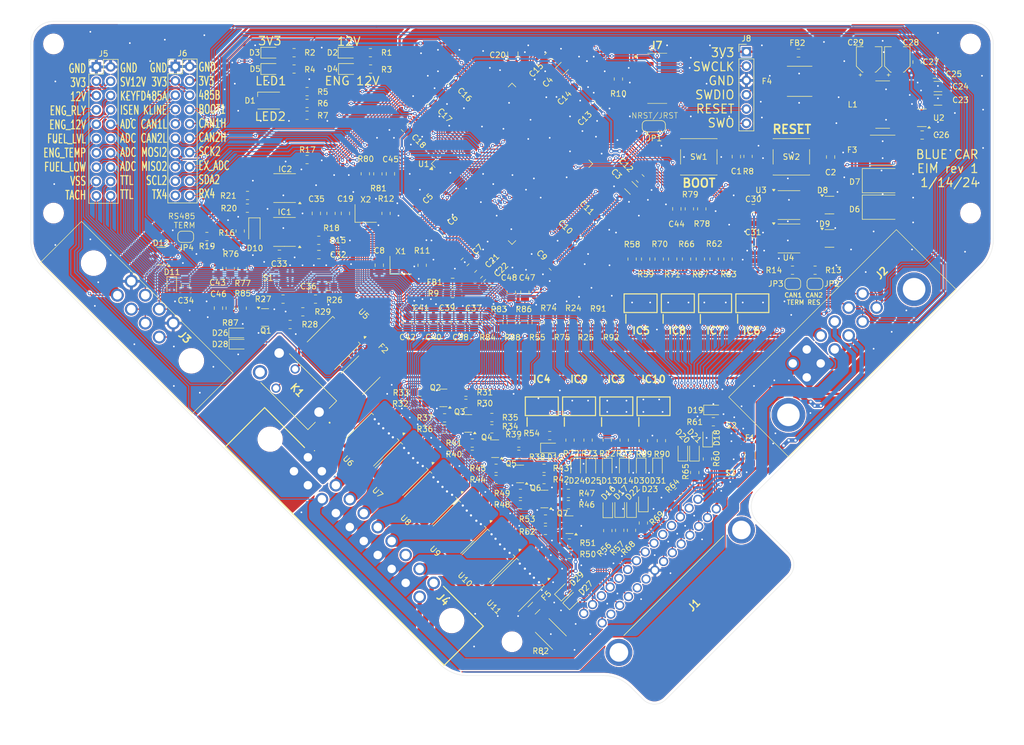
<source format=kicad_pcb>
(kicad_pcb (version 20240108) (generator "pcbnew") (generator_version "8.0")
  (layers (0 "F.Cu" signal) (31 "B.Cu" signal) (34 "B.Paste" user) (35 "F.Paste" user) (36 "B.SilkS" user "B.Silkscreen") (37 "F.SilkS" user "F.Silkscreen") (38 "B.Mask" user) (39 "F.Mask" user) (44 "Edge.Cuts" user))
  (net 0 "")
  (net 1 "+3V3")
  (net 2 "Net-(U1-BOOT0)")
  (net 3 "/STM32F429/NRST")
  (net 4 "GND")
  (net 5 "Net-(U1-VCAP_1)")
  (net 6 "Net-(U1-VCAP_2)")
  (net 7 "VDDA")
  (net 8 "+12V")
  (net 9 "/SERVO_12V_ADC")
  (net 10 "Net-(D10-K)")
  (net 11 "/Power Supply/3V3_BUCK_BS")
  (net 12 "/Power Supply/3V3_BUCK_OUT")
  (net 13 "Net-(D14-A1)")
  (net 14 "Net-(D18-A1)")
  (net 15 "/KLINE_EN")
  (net 16 "/KLINE")
  (net 17 "/ENG_ON_RLY_I_SEN")
  (net 18 "/ENG_START_RLY_I_SEN")
  (net 19 "/BRAKE_LIGHT_I_SEN")
  (net 20 "/HIGHBEAM_I_SEN")
  (net 21 "/L_TURN_SIG_I_SEN")
  (net 22 "/R_TURN_SIG_I_SEN")
  (net 23 "/HORN_I_SEN")
  (net 24 "/ENG_12V_ADC")
  (net 25 "/12V_ADC")
  (net 26 "Net-(D31-A1)")
  (net 27 "/FUEL_LVL_ADC")
  (net 28 "/ENG_TEMP_ADC")
  (net 29 "/FUEL_LOW_ADC")
  (net 30 "Net-(D1-BK)")
  (net 31 "Net-(D1-RK)")
  (net 32 "Net-(D1-GK)")
  (net 33 "Net-(D2-A)")
  (net 34 "Net-(D3-A)")
  (net 35 "Net-(D4-A)")
  (net 36 "Net-(D5-A)")
  (net 37 "Net-(D13-A1)")
  (net 38 "Net-(D30-A1)")
  (net 39 "/Power Supply/12V_DIODE")
  (net 40 "/KEYSWITCH_RTN")
  (net 41 "/CAN1_H")
  (net 42 "/CAN1_L")
  (net 43 "/CAN2_H")
  (net 44 "/CAN2_L")
  (net 45 "/Power Supply/SERVO_FUSED")
  (net 46 "/RS485_A")
  (net 47 "/RS485_B")
  (net 48 "Net-(D15-A1)")
  (net 49 "Net-(D16-A1)")
  (net 50 "/NEUTRAL")
  (net 51 "Net-(D17-A1)")
  (net 52 "/SP_SIG")
  (net 53 "Net-(D19-A1)")
  (net 54 "Net-(D20-A1)")
  (net 55 "/1ST")
  (net 56 "Net-(D21-A1)")
  (net 57 "Net-(D22-A1)")
  (net 58 "/2ND")
  (net 59 "/3RD")
  (net 60 "Net-(D23-A1)")
  (net 61 "/4TH")
  (net 62 "Net-(D24-A1)")
  (net 63 "Net-(D25-A1)")
  (net 64 "/5TH")
  (net 65 "/6TH")
  (net 66 "/LED2_B")
  (net 67 "/FAULT_IND")
  (net 68 "/SERVO_12V")
  (net 69 "/OIL")
  (net 70 "Net-(U5-IN)")
  (net 71 "/ENG_12V_ON_SENSE")
  (net 72 "/FUEL_LOW")
  (net 73 "/FUEL_LVL_SENSE")
  (net 74 "/TEMP")
  (net 75 "/LED2_G")
  (net 76 "/KEYSWITCH_FEED")
  (net 77 "/12V_BATT_MAIN")
  (net 78 "Net-(F5-Pad1)")
  (net 79 "/KLINE_RX")
  (net 81 "/KLINE_TX")
  (net 83 "Net-(IC2-A)")
  (net 84 "Net-(IC2-B)")
  (net 85 "/RS485_TX")
  (net 86 "/RS485_DIR")
  (net 87 "/RS485_RX")
  (net 88 "/NEUTRAL_MCU")
  (net 89 "/TACH_MCU")
  (net 90 "/VSS_MCU")
  (net 91 "/TURN_R_MCU")
  (net 92 "/TURN_L_MCU")
  (net 93 "/1ST_MCU")
  (net 94 "/2ND_MCU")
  (net 95 "/4TH_MCU")
  (net 96 "/3RD_MCU")
  (net 97 "/6TH_MCU")
  (net 98 "/5TH_MCU")
  (net 99 "/OIL_P_LOW_MCU")
  (net 100 "/HIGHBEAM_MCU")
  (net 101 "/LOWBEAM_MCU")
  (net 102 "/12V_IGN_CLUSTER")
  (net 103 "/TURN_R")
  (net 104 "/TA_SIG")
  (net 105 "/12V_BATT_CLUSTER")
  (net 106 "/HEADLIGHT_RELAY")
  (net 108 "/FUEL_PULSE")
  (net 109 "/LAP-STARTER")
  (net 111 "/LAP_RELAY")
  (net 112 "/TURN_L")
  (net 113 "/HIGHBEAM")
  (net 114 "/HESD")
  (net 116 "/SP_VCC")
  (net 119 "/CLUTCH_RTN")
  (net 120 "/ENG_ON_RLY_TO_KILL_SW")
  (net 121 "/ENG_ON_RLY_RTN")
  (net 122 "/CLUTCH_GND")
  (net 125 "/BRAKE_LIGHT_RTN")
  (net 126 "/LEFT_TURN_RTN")
  (net 127 "/HIGHBEAM_RTN")
  (net 128 "/ENG_MAIN_12V_RTN")
  (net 129 "/ENG_ON_RLY_FEED")
  (net 130 "/HIGHBEAM_FEED")
  (net 131 "/ENG_START_RLY_RTN")
  (net 132 "/TURN_SIG_FEED")
  (net 133 "/BRAKE_LIGHT_FEED")
  (net 134 "/ENG_START_RLY_FEED")
  (net 135 "/HORN_RTN")
  (net 136 "/RIGHT_TURN_RTN")
  (net 137 "/HORN_FEED")
  (net 139 "/UART4_RX")
  (net 140 "/UART4_TX")
  (net 141 "/SPI2_MOSI")
  (net 142 "/I2C_SCL")
  (net 143 "/SPI2_MISO")
  (net 144 "/I2C_SDA")
  (net 145 "/SPI2_SCK")
  (net 146 "/PB2{slash}BOOT1")
  (net 147 "/STM32F429/JTDI")
  (net 149 "/STM32F429/USART3_TX")
  (net 150 "/STM32F429/GND-detect")
  (net 151 "/STM32F429/JTICK-SWCLK")
  (net 153 "/STM32F429/JTMS-SWDIO")
  (net 154 "/STM32F429/JTDO-SWO")
  (net 155 "/STM32F429/USART3_RX")
  (net 157 "/STM32F429/RESET")
  (net 158 "/STM32F429/JRST")
  (net 159 "Net-(JP2-B)")
  (net 160 "Net-(JP3-B)")
  (net 161 "Net-(JP4-B)")
  (net 162 "/MAIN_RLY_COIL_LS")
  (net 164 "Net-(Q1-G)")
  (net 165 "Net-(Q1-D)")
  (net 166 "Net-(Q2-D)")
  (net 167 "Net-(Q2-G)")
  (net 168 "Net-(Q3-G)")
  (net 169 "Net-(Q3-D)")
  (net 170 "Net-(Q4-D)")
  (net 171 "Net-(Q4-G)")
  (net 172 "Net-(Q5-G)")
  (net 173 "Net-(Q5-D)")
  (net 174 "Net-(Q6-G)")
  (net 175 "Net-(Q6-D)")
  (net 176 "Net-(Q7-D)")
  (net 177 "Net-(Q7-G)")
  (net 178 "/LED1")
  (net 179 "/LED2_R")
  (net 181 "Net-(U1-VREF+)")
  (net 182 "/STM32F429/OSC_IN")
  (net 183 "Net-(X1-OUT)")
  (net 184 "/STM32F429/OSC32_IN")
  (net 185 "Net-(X2-OUT)")
  (net 186 "/ENG_ON_EN")
  (net 187 "Net-(U6-IN)")
  (net 188 "/ENG_START_EN")
  (net 189 "Net-(U7-IN)")
  (net 190 "/BRAKE_LIGHT_EN")
  (net 191 "Net-(U8-IN)")
  (net 192 "/HIGHBEAM_EN")
  (net 193 "Net-(U9-IN)")
  (net 194 "/L_TURN_SIG_EN")
  (net 195 "Net-(U10-IN)")
  (net 196 "Net-(U11-IN)")
  (net 197 "/HORN_EN")
  (net 198 "/MAIN_RLY_EN")
  (net 199 "/HL_RLY_EN")
  (net 200 "/LAP_RLY_EN")
  (net 208 "/CAN1_RX")
  (net 217 "/CAN2_RX")
  (net 218 "/CAN1_TX")
  (net 224 "/CAN2_TX")
  (net 241 "/STM32F429/OSC32_OUT")
  (net 243 "/STM32F429/OSC_OUT")
  (net 247 "/EXTRA_ADC")
  (net 248 "/R_TURN_SIG_EN")
  (net 252 "unconnected-(IC4-COLLECTOR-Pad6)")
  (net 253 "/FAULT_IND_MCU")
  (footprint "Resistor_SMD:R_0805_2012Metric_Pad1.20x1.40mm_HandSolder" (layer "F.Cu") (at 119.25 153 180)
    (property "Reference" "R53")
    (property "Value" "470R")
  )
  (footprint "Resistor_SMD:R_0805_2012Metric_Pad1.20x1.40mm_HandSolder" (layer "F.Cu") (at 79.075 103.575)
    (property "Reference" "R15")
    (property "Value" "10k-DNP")
  )
  (footprint "SamacSys_Parts:SOIC127P610X350-8N" (layer "F.Cu") (at 131.8 133 90)
    (property "Reference" "IC3")
    (property "Value" "ILD213T" (hide yes))
  )
  (footprint "Package_TO_SOT_SMD:TO-252-4" (layer "F.Cu") (at 98.883239 149.328965 -135)
    (property "Reference" "U8")
    (property "Value" "BTS6142D")
  )
  (footprint "Connector_PinHeader_2.54mm:PinHeader_2x10_P2.54mm_Vertical" (layer "F.Cu") (at 39.66 72.82)
    (property "Reference" "J5")
    (property "Value" "DEBUG1")
  )
  (footprint "SamacSys_Parts:SOIC127P610X350-8N" (layer "F.Cu") (at 138.4 133 90)
    (property "Reference" "IC10")
    (property "Value" "ILD213T" (hide yes))
  )
  (footprint "Resistor_SMD:R_0805_2012Metric_Pad1.20x1.40mm_HandSolder" (layer "F.Cu") (at 72.75 114 180)
    (property "Reference" "R27")
    (property "Value" "470R")
  )
  (footprint "Resistor_SMD:R_0805_2012Metric_Pad1.20x1.40mm_HandSolder" (layer "F.Cu") (at 114.525 141.525 180)
    (property "Reference" "R38")
    (property "Value" "10k")
  )
  (footprint "Capacitor_SMD:C_0805_2012Metric_Pad1.18x1.45mm_HandSolder" (layer "F.Cu") (at 105 107.4 -135)
    (property "Reference" "C7")
    (property "Value" "100n")
  )
  (footprint "Capacitor_SMD:C_0805_2012Metric_Pad1.18x1.45mm_HandSolder" (layer "F.Cu") (at 102.6 75.4 135)
    (property "Reference" "C16")
    (property "Value" "100n")
  )
  (footprint "Capacitor_SMD:C_0805_2012Metric_Pad1.18x1.45mm_HandSolder" (layer "F.Cu") (at 104.2 118.1625 -90)
    (property "Reference" "C38")
    (property "Value" "100n")
  )
  (footprint "Resistor_SMD:R_0805_2012Metric_Pad1.20x1.40mm_HandSolder" (layer "F.Cu") (at 74.7 73.2 180)
    (property "Reference" "R4")
    (property "Value" "1k")
  )
  (footprint "Resistor_SMD:R_0805_2012Metric_Pad1.20x1.40mm_HandSolder" (layer "F.Cu") (at 126.4 118.2 -90)
    (property "Reference" "R25")
    (property "Value" "10k")
  )
  (footprint "Package_TO_SOT_SMD:SOT-23" (layer "F.Cu") (at 114.75 145 180)
    (property "Reference" "Q5")
    (property "Value" "BSS138")
  )
  (footprint "Capacitor_SMD:C_0805_2012Metric_Pad1.18x1.45mm_HandSolder" (layer "F.Cu") (at 97 118.1625 -90)
    (property "Reference" "C41")
    (property "Value" "100n")
  )
  (footprint "Jumper:SolderJumper-2_P1.3mm_Open_RoundedPad1.0x1.5mm" (layer "F.Cu") (at 167.000001 111.3)
    (property "Reference" "JP2")
    (property "Value" "CAN_TERM")
  )
  (footprint "Diode_SMD:D_SOD-323" (layer "F.Cu") (at 122.6 165.8 45)
    (property "Reference" "D29")
    (property "Value" "SD05-01FTG")
  )
  (footprint "Package_TO_SOT_SMD:TO-252-4" (layer "F.Cu") (at 103.983239 154.478965 -135)
    (property "Reference" "U9")
    (property "Value" "BTS6142D")
  )
  (footprint "Capacitor_SMD:C_0805_2012Metric_Pad1.18x1.45mm_HandSolder" (layer "F.Cu") (at 185.100002 71.962503 90)
    (property "Reference" "C27")
    (property "Value" "100n")
  )
  (footprint "LED_SMD:LED_0805_2012Metric" (layer "F.Cu") (at 84.2 70.3)
    (property "Reference" "D2")
    (property "Value" "RED")
  )
  (footprint "Button_Switch_SMD:SW_SPST_PTS645" (layer "F.Cu") (at 162.825 88.775)
    (property "Reference" "SW2")
    (property "Value" "RESET")
  )
  (footprint "Diode_SMD:D_SMF" (layer "F.Cu") (at 67.675 101.95 -90)
    (property "Reference" "D10")
    (property "Value" "VS-1EFH01-M3/I")
  )
  (footprint "Diode_SMD:D_SOD-323" (layer "F.Cu") (at 127.3 143.8 -90)
    (property "Reference" "D25")
    (property "Value" "SD15-01FTG")
  )
  (footprint "SamacSys_Parts:G8N1LASDC12" (layer "F.Cu") (at 79.130249 134.030249 -45)
    (property "Reference" "K1")
    (property "Value" "G8N-1L-AS_DC12" (hide yes))
  )
  (footprint "Capacitor_SMD:C_0805_2012Metric_Pad1.18x1.45mm_HandSolder" (layer "F.Cu") (at 186.000002 84.900003)
    (property "Reference" "C26")
    (property "Value" "100n")
  )
  (footprint "SamacSys_Parts:BTS3800SLHTSA1" (layer "F.Cu") (at 152.2 142.4 90)
    (property "Reference" "S3")
    (property "Value" "BTS3800SLHTSA1" (hide yes))
  )
  (footprint "Resistor_SMD:R_0805_2012Metric_Pad1.20x1.40mm_HandSolder" (layer "F.Cu") (at 133.2 139 90)
    (property "Reference" "R23")
    (property "Value" "1k")
  )
  (footprint "Inductor_SMD:L_0805_2012Metric_Pad1.15x1.40mm_HandSolder" (layer "F.Cu") (at 164.0875 70.375)
    (property "Reference" "FB2")
    (property "Value" "220ohm / 10MHZ")
  )
  (footprint "Resistor_SMD:R_0805_2012Metric_Pad1.20x1.40mm_HandSolder" (layer "F.Cu") (at 149.15 106.9 -90)
    (property "Reference" "R62")
    (property "Value" "10k")
  )
  (footprint "Resistor_SMD:R_0805_2012Metric_Pad1.20x1.40mm_HandSolder" (layer "F.Cu") (at 124.2 118.2 -90)
    (property "Reference" "R24")
    (property "Value" "10k")
  )
  (footprint "Capacitor_SMD:C_0805_2012Metric_Pad1.18x1.45mm_HandSolder" (layer "F.Cu") (at 94.4 83.6 135)
    (property "Reference" "C18")
    (property "Value" "100n")
  )
  (footprint "Resistor_SMD:R_0805_2012Metric_Pad1.20x1.40mm_HandSolder" (layer "F.Cu") (at 119 146 180)
    (property "Reference" "R42")
    (property "Value" "10k")
  )
  (footprint "Diode_SMD:D_SOD-323" (layer "F.Cu") (at 145.65 141.1 90)
    (property "Reference" "D21")
    (property "Value" "SD15-01FTG")
  )
  (footprint "Capacitor_SMD:C_0805_2012Metric_Pad1.18x1.45mm_HandSolder" (layer "F.Cu") (at 79.1 106.1)
    (property "Reference" "C32")
    (property "Value" "100n")
  )
  (footprint "Package_TO_SOT_SMD:SOT-23" (layer "F.Cu") (at 101.15 131.512501 180)
    (property "Reference" "Q2")
    (property "Value" "BSS138")
  )
  (footprint "LED_SMD:LED_0805_2012Metric" (layer "F.Cu") (at 70.5 73.2)
    (property "Reference" "D5")
    (property "Value" "YELLOW")
  )
  (footprint "Resistor_SMD:R_0805_2012Metric_Pad1.20x1.40mm_HandSolder" (layer "F.Cu") (at 149 135.75 180)
    (property "Reference" "R61")
    (property "Value" "1k")
  )
  (footprint "Resistor_SMD:R_0805_2012Metric_Pad1.20x1.40mm_HandSolder" (layer "F.Cu") (at 59.25 102.9)
    (property "Reference" "R19")
    (property "Value" "120R")
  )
  (footprint "Package_TO_SOT_SMD:TO-252-4" (layer "F.Cu") (at 93.69598 144.172899 -135)
    (property "Reference" "U7")
    (property "Value" "BTS6142D")
  )
  (footprint "Resistor_SMD:R_0805_2012Metric_Pad1.20x1.40mm_HandSolder" (layer "F.Cu") (at 146.95 98 -90)
    (property "Reference" "R78")
    (property "Value" "3k6, 0.5%")
  )
  (footprint "MountingHole:MountingHole_3.2mm_M3" (layer "F.Cu") (at 194.57193 68.75)
    (property "Reference" "REF**" (hide yes))
    (property "Value" "MountingHole_3.2mm_M3")
  )
  (footprint "SamacSys_Parts:SOIC127P610X350-8N" (layer "F.Cu") (at 125.2 133 90)
    (property "Reference" "IC9")
    (property "Value" "ILD213T" (hide yes))
  )
  (footprint "Capacitor_SMD:CP_Elec_4x5.8" (layer "F.Cu") (at 176.600002 71.500003 90)
    (property "Reference" "C29")
    (property "Value" "22u/16V")
  )
  (footprint "Capacitor_SMD:C_0805_2012Metric_Pad1.18x1.45mm_HandSolder" (layer "F.Cu") (at 61.3 115.6 -90)
    (property "Reference" "C46")
    (property "Value" "100n")
  )
  (footprint "Resistor_SMD:R_0805_2012Metric_Pad1.20x1.40mm_HandSolder" (layer "F.Cu") (at 91 98.8 -90)
    (property "Reference" "R12")
    (property "Value" "0R")
  )
  (footprint "Package_TO_SOT_SMD:SOT-23" (layer "F.Cu") (at 69.562499 117.25)
    (property "Reference" "Q1")
    (property "Value" "BSS138")
  )
  (footprint "Resistor_SMD:R_0805_2012Metric_Pad1.20x1.40mm_HandSolder" (layer "F.Cu") (at 123.3125 150.45 180)
    (property "Reference" "R46")
    (property "Value" "10k")
  )
  (footprint "Resistor_SMD:R_0805_2012Metric_Pad1.20x1.40mm_HandSolder" (layer "F.Cu") (at 141.8 106.9 -90)
    (property "Reference" "R71")
    (property "Value" "10k")
  )
  (footprint "Capacitor_SMD:C_1206_3216Metric_Pad1.33x1.80mm_HandSolder" (layer "F.Cu") (at 188.800002 76.300003)
    (property "Reference" "C24")
    (property "Value" "10u/X7R/50V")
  )
  (footprint "Capacitor_SMD:C_0805_2012Metric_Pad1.18x1.45mm_HandSolder" (layer "F.Cu") (at 106.6 118.1625 -90)
    (property "Reference" "C37")
    (property "Value" "100n")
  )
  (footprint "SamacSys_Parts:BTS3800SLHTSA1" (layer "F.Cu") (at 152.199999 138.8 90)
    (property "Reference" "S2")
    (property "Value" "BTS3800SLHTSA1" (hide yes))
  )
  (footprint "Fuse:Fuse_1206_3216Metric" (layer "F.Cu") (at 155.5 141.7 -90)
    (property "Reference" "F1")
    (property "Value" "1206L035/16YR")
  )
  (footprint "Resistor_SMD:R_0805_2012Metric_Pad1.20x1.40mm_HandSolder" (layer "F.Cu") (at 126.8 139 90)
    (property "Reference" "R73")
    (property "Value" "1k")
  )
  (footprint "Resistor_SMD:R_0805_2012Metric_Pad1.20x1.40mm_HandSolder" (layer "F.Cu") (at 97 132.5 180)
    (property "Reference" "R32")
    (property "Value" "0R")
  )
  (footprint "Resistor_SMD:R_0805_2012Metric_Pad1.20x1.40mm_HandSolder" (layer "F.Cu") (at 123.3125 148.45 180)
    (property "Reference" "R47")
    (property "Value" "470R")
  )
  (footprint "SamacSys_Parts:SOIC127P610X350-8N" (layer "F.Cu") (at 149.305 114.725 90)
    (property "Reference" "IC7")
    (property "Value" "ILD213T" (hide yes))
  )
  (footprint "Resistor_SMD:R_0805_2012Metric_Pad1.20x1.40mm_HandSolder" (layer "F.Cu") (at 142.85 148.15 45)
    (property "Reference" "R64")
    (property "Value" "1k")
  )
  (footprint "Resistor_SMD:R_0805_2012Metric_Pad1.20x1.40mm_HandSolder" (layer "F.Cu") (at 114.8125 148.45 180)
    (property "Reference" "R49")
    (property "Value" "470R")
  )
  (footprint "Resistor_SMD:R_0805_2012Metric_Pad1.20x1.40mm_HandSolder" (layer "F.Cu") (at 105.15 130.5 180)
    (property "Reference" "R31")
    (property "Value" "470R")
  )
  (footprint "Fuse:Fuse_2920_7451Metric" (layer "F.Cu") (at 86.5 127.5 -135)
    (property "Reference" "F2")
    (property "Value" "2920L600/16MR")
  )
  (footprint "Package_TO_SOT_SMD:TO-252-4" (layer "F.Cu") (at 81.656031 121.84397 -135)
    (property "Reference" "U5")
    (property "Value" "BTS6142D")
  )
  (footprint "Capacitor_SMD:C_0805_2012Metric_Pad1.18x1.45mm_HandSolder" (layer "F.Cu") (at 119.8 71 45)
    (property "Reference" "C15")
    (property "Value" "100n")
  )
  (footprint "Resistor_SMD:R_0805_2012Metric_Pad1.20x1.40mm_HandSolder" (layer "F.Cu") (at 136.6 139.1 90)
    (property "Reference" "R89")
    (property "Value" "1k")
  )
  (footprint "Capacitor_SMD:C_0805_2012Metric_Pad1.18x1.45mm_HandSolder" (layer "F.Cu") (at 91.775 91.7875 -90)
    (property "Reference" "C45")
    (property "Value" "100n")
  )
  (footprint "Capacitor_SMD:C_0805_2012Metric_Pad1.18x1.45mm_HandSolder" (layer "F.Cu") (at 113.2 112.8 90)
    (property "Reference" "C48")
    (property "Value" "100n")
  )
  (footprint "Diode_SMD:D_SOD-323" (layer "F.Cu") (at 133.2 143.8 -90)
    (property "Reference" "D14")
    (property "Value" "SD15-01FTG")
  )
  (footprint "Resistor_SMD:R_0805_2012Metric_Pad1.20x1.40mm_HandSolder" (layer "F.Cu") (at 123.5 159.25 180)
    (property "Reference" "R50")
    (property "Value" "10k")
  )
  (footprint "Resistor_SMD:R_0805_2012Metric_Pad1.20x1.40mm_HandSolder" (layer "F.Cu") (at 66.425 97.875 180)
    (property "Reference" "R20")
    (property "Value" "10R-thick_film")
  )
  (footprint "Resistor_SMD:R_0805_2012Metric_Pad1.20x1.40mm_HandSolder" (layer "F.Cu") (at 134.5 155 90)
    (property "Reference" "R68")
    (property "Value" "1k")
  )
  (footprint "Resistor_SMD:R_0805_2012Metric_Pad1.20x1.40mm_HandSolder" (layer "F.Cu") (at 123.5 157.25 180)
    (property "Reference" "R51")
    (property "Value" "470R")
  )
  (footprint "Fuse:Fuse_1206_3216Metric" (layer "F.Cu") (at 117.2 168.8 45)
    (property "Reference" "F5")
    (property "Value" "1206L010/60WR")
  )
  (footprint "Resistor_SMD:R_0805_2012Metric_Pad1.20x1.40mm_HandSolder" (layer "F.Cu") (at 110.5 146 180)
    (property "Reference" "R44")
    (property "Value" "0R")
  )
  (footprint "Resistor_SMD:R_0805_2012Metric_Pad1.20x1.40mm_HandSolder" (layer "F.Cu") (at 108.8 118.2 -90)
    (property "Reference" "R84")
    (property "Value" "1k, 0.5%")
  )
  (footprint "MountingHole:MountingHole_3.2mm_M3" (layer "F.Cu") (at 113.32193 174.75)
    (property "Reference" "REF**" (hide yes))
    (property "Value" "MountingHole_3.2mm_M3")
  )
  (footprint "Resistor_SMD:R_0805_2012Metric_Pad1.20x1.40mm_HandSolder" (layer "F.Cu") (at 130.3 155.05 90)
    (property "Reference" "R56")
    (property "Value" "1k")
  )
  (footprint "Package_QFP:LQFP-144_20x20mm_P0.5mm" (layer "F.Cu") (at 113.32193 90 45)
    (property "Reference" "U1")
    (property "Value" "STM32F429ZITx")
  )
  (footprint "Diode_SMD:D_SOD-323" (layer "F.Cu") (at 53.025 111.65 -90)
    (property "Reference" "D11")
    (property "Value" "SD15-01FTG")
  )
  (footprint "Resistor_SMD:R_0805_2012Metric_Pad1.20x1.40mm_HandSolder" (layer "F.Cu") (at 139.4 106.9 -90)
    (property "Reference" "R70")
    (property "Value" "10k")
  )
  (footprint "SamacSys_Parts:FTSH-107-XX-YYY-DV-K" (layer "F.Cu") (at 139.0525 74.85 -90)
    (property "Reference" "J7")
    (property "Value" "FTSH-107-01-F-DV-K" (hide yes))
  )
  (footprint "Resistor_SMD:R_0805_2012Metric_Pad1.20x1.40mm_HandSolder" (layer "F.Cu") (at 123.6 139 90)
    (property "Reference" "R72")
    (property "Value" "1k")
  )
  (footprint "Resistor_SMD:R_2512_6332Metric" (layer "F.Cu") (at 120.2 173.4 135)
    (property "Reference" "R82")
    (property "Value" "220R, 1W")
  )
  (footprint "Capacitor_SMD:C_0805_2012Metric_Pad1.18x1.45mm_HandSolder" (layer "F.Cu") (at 115.6 112.8 90)
    (property "Reference" "C47")
    (property "Value" "100n")
  )
  (footprint "Diode_SMD:D_SOD-323" (layer "F.Cu") (at 124.6 143.8 -90)
    (property "Reference" "D24")
    (property "Value" "SD15-01FTG")
  )
  (footprint "Resistor_SMD:R_0805_2012Metric_Pad1.20x1.40mm_HandSolder" (layer "F.Cu") (at 77 79.3)
    (property "Reference" "R6")
    (property "Value" "220R")
  )
  (footprint "Resistor_SMD:R_0805_2012Metric_Pad1.20x1.40mm_HandSolder" (layer "F.Cu") (at 106.275 141.525 180)
    (property "Reference" "R40")
    (property "Value" "0R")
  )
  (footprint "Capacitor_SMD:C_0805_2012Metric_Pad1.18x1.45mm_HandSolder" (layer "F.Cu") (at 136.025 92.6 -45)
    (property "Reference" "C12")
    (property "Value" "100n")
  )
  (footprint "Resistor_SMD:R_0805_2012Metric_Pad1.20x1.40mm_HandSolder" (layer "F.Cu") (at 119.25 155 180)
    (property "Reference" "R52")
    (property "Value" "0R")
  )
  (footprint "MountingHole:MountingHole_3.2mm_M3" (layer "F.Cu") (at 32.07193 98.75)
    (property "Reference" "REF**" (hide yes))
    (property "Value" "MountingHole_3.2mm_M3")
  )
  (footprint "Resistor_SMD:R_0805_2012Metric_Pad1.20x1.40mm_HandSolder" (layer "F.Cu") (at 101.374999 135.05 180)
    (property "Reference" "R37")
    (property "Value" "470R")
  )
  (footprint "Resistor_SMD:R_0805_2012Metric_Pad1.20x1.40mm_HandSolder" (layer "F.Cu") (at 109.75 137 180)
    (property "Reference" "R34")
    (property "Value" "10k")
  )
  (footprint "Capacitor_SMD:C_0805_2012Metric_Pad1.18x1.45mm_HandSolder" (layer "F.Cu") (at 83.8 98.8 -90)
    (property "Reference" "C19")
    (property "Value" "100n")
  )
  (footprint "Capacitor_SMD:C_0805_2012Metric_Pad1.18x1.45mm_HandSolder" (layer "F.Cu") (at 101.8 118.1625 -90)
    (property "Reference" "C39")
    (property "Value" "100n")
  )
  (footprint "Oscillator:Oscillator_SMD_Abracon_ASE-4Pin_3.2x2.5mm" (layer "F.Cu") (at 93.6 107.975)
    (property "Reference" "X1")
    (property "Value" "ASE-8.000MHz")
  )
  (footprint "LED_SMD:LED_0805_2012Metric" (layer "F.Cu") (at 84.2625 73.2)
    (property "Reference" "D4")
    (property "Value" "DEEP RED")
  )
  (footprint "Resistor_SMD:R_0805_2012Metric_Pad1.20x1.40mm_HandSolder" (layer "F.Cu") (at 163.025001 108.875 180)
    (property "Reference" "R14")
    (property "Value" "120R")
  )
  (footprint "MountingHole:MountingHole_3.2mm_M3" (layer "F.Cu") (at 194.57193 98.75)
    (property "Reference" "REF**" (hide yes))
    (property "Value" "MountingHole_3.2mm_M3")
  )
  (footprint "Resistor_SMD:R_0805_2012Metric_Pad1.20x1.40mm_HandSolder" (layer "F.Cu") (at 97.4 108 -90)
    (property "Reference" "R11")
    (property "Value" "0R")
  )
  (footprint "Diode_SMD:D_SMB" (layer "F.Cu") (at 179.05 97.7)
    (property "Reference" "D6")
    (property "Value" "SK22")
  )
  (footprint "SamacSys_Parts:SOIC127P610X350-8N" (layer "F.Cu") (at 136.105 114.725 90)
    (property "Reference" "IC5")
    (property "Value" "ILD213T" (hide yes))
  )
  (footprint "Inductor_SMD:L_0805_2012Metric_Pad1.15x1.40mm_HandSolder" (layer "F.Cu") (at 102.8 111)
    (property "Reference" "FB1")
    (property "Value" "600ohm")
  )
  (footprint "Package_SO:SOIC-8_3.9x4.9mm_P1.27mm" (layer "F.Cu") (at 73.025 94.315 180)
    (property "Reference" "IC2")
    (property "Value" "ISL3172EIBZ")
  )
  (footprint "Package_SO:SOIC-8_3.9x4.9mm_P1.27mm" (layer "F.Cu") (at 162.4 103.25)
    (property "Reference" "U4")
    (property "Value" "SN65HVD233")
  )
  (footprint "Resistor_SMD:R_0805_2012Metric_Pad1.20x1.40mm_HandSolder" (layer "F.Cu") (at 119.8 118.2 -90)
    (property "Reference" "R74")
    (property "Value" "10k")
  )
  (footprint "Diode_SMD:D_SOD-323" (layer "F.Cu") (at 64.75 120)
    (property "Reference" "D26")
    (property "Value" "SD12-01FTG")
  )
  (footprint "Resistor_SMD:R_0805_2012Metric_Pad1.20x1.40mm_HandSolder" (layer "F.Cu") (at 111 118.2 90)
    (property "Reference" "R83")
    (property "Value" "3k6, 0.5%")
  )
  (footprint "Package_TO_SOT_SMD:SOT-23-3" (layer "F.Cu") (at 51.225 106.3875 180)
    (property "Reference" "D12")
    (property "Value" "SM24CANB-02HTG")
  )
  (footprint "Diode_SMD:D_SOD-323" (layer "F.Cu") (at 124.057538 167.342462 45)
    (property "Reference" "D27")
    (property "Value" "SD12-01FTG")
  )
  (footprint "Resistor_SMD:R_0805_2012Metric_Pad1.20x1.40mm_HandSolder" (layer "F.Cu") (at 145.7 144.75 90)
    (property "Reference" "R65")
    (property "Value" "1k")
  )
  (footprint "Resistor_SMD:R_0805_2012Metric_Pad1.20x1.40mm_HandSolder" (layer "F.Cu") (at 65.5 115.6 90)
    (property "Reference" "R85")
    (property "Value" "220R, 0.5%")
  )
  (footprint "Capacitor_SMD:CP_Elec_4x5.8" (layer "F.Cu") (at 181.600002 71.500003 90)
    (property "Reference" "C28")
    (property "Value" "22u/16V")
  )
  (footprint "Resistor_SMD:R_0805_2012Metric_Pad1.20x1.40mm_HandSolder" (layer "F.Cu") (at 167.025001 108.875 180)
    (property "Reference" "R13")
    (property "Value" "120R")
  )
  (footprint "Connector_PinHeader_2.54mm:PinHeader_2x10_P2.54mm_Vertical" (layer "F.Cu") (at 53.66 72.76)
    (property "Reference" "J6")
    (property "Value" "DEBUG2")
  )
  (footprint "Capacitor_SMD:C_0805_2012Metric_Pad1.18x1.45mm_HandSolder" (layer "F.Cu") (at 124.816377 75.941377 45)
    (property "Reference" "C14")
    (property "Value" "100n")
  )
  (footprint "Diode_SMD:D_SOD-323" (layer "F.Cu") (at 130.3 151.15 90)
    (property "Reference" "D16")
    (property "Value" "SD15-01FTG")
  )
  (footprint "Resistor_SMD:R_0805_2012Metric_Pad1.20x1.40mm_HandSolder" (layer "F.Cu") (at 144.75 98 90)
    (property "Reference" "R79")
    (property "Value" "1k, 0.5%")
  )
  (footprint "Diode_SMD:D_SOD-323" (layer "F.Cu") (at 148.9 133.65)
    (property "Reference" "D19")
    (property "Value" "SD15-01FTG")
  )
  (footprint "Diode_SMD:D_SOD-323" (layer "F.Cu") (at 120 140.4)
    (property "Reference" "D15")
    (property "Value" "SD05-01FTG")
  )
  (footprint "SamacSys_Parts:SOIC127P610X350-8N" (layer "F.Cu") (at 118.6 133 90)
    (property "Reference" "IC4")
    (property "Value" "ILD213T" (hide yes))
  )
  (footprint "Package_TO_SOT_SMD:TO-252-4" (layer "F.Cu") (at 88.539305 138.966224 -135)
    (property "Reference" "U6")
    (property "Value" "BTS6142D")
  )
  (footprint "Diode_SMD:D_SOD-323" (layer "F.Cu") (at 130.2 143.8 -90)
    (property "Reference" "D13")
    (property "Value" "SD15-01FTG")
  )
  (footprint "Capacitor_SMD:C_0805_2012Metric_Pad1.18x1.45mm_HandSolder" (layer "F.Cu") (at 96.2 98.4 -135)
    (property "Reference" "C5")
    (property "Value" "100n")
  )
  (footprint "Resistor_SMD:R_0805_2012Metric_Pad1.20x1.40mm_HandSolder" (layer "F.Cu") (at 87.325 91.775 90)
    (property "Reference" "R80")
    (property "Value" "3k6, 0.5%")
  )
  (footprint "Resistor_SMD:R_0805_2012Metric_Pad1.20x1.40mm_HandSolder" (layer "F.Cu") (at 63.4 115.6 90)
    (property "Reference" "R87")
    (property "Value" "1k")
  )
  (footprint "Capacitor_SMD:C_0805_2012Metric_Pad1.18x1.45mm_HandSolder" (layer "F.Cu") (at 89.8 108 -90)
    (property "Reference" "C8")
    (property "Value" "100n")
  )
  (footprint "Resistor_SMD:R_0805_2012Metric_Pad1.20x1.40mm_HandSolder" (layer "F.Cu") (at 105.15 132.5 180)
    (property "Reference" "R30")
    (property "Value" "10k")
  )
  (footprint "Resistor_SMD:R_0805_2012Metric_Pad1.20x1.40mm_HandSolder" (layer "F.Cu") (at 102.8 113 180)
    (property "Reference" "R9")
    (property "Value" "0R")
  )
  (footprint "Resistor_SMD:R_0805_2012Metric_Pad1.20x1.40mm_HandSolder" (layer "F.Cu") (at 88.2625 73.2 180)
    (property "Reference" "R3")
    (property "Value" "15k")
  )
  (footprint "Resistor_SMD:R_0805_2012Metric_Pad1.20x1.40mm_HandSolder" (layer "F.Cu") (at 139.8 139.1 90)
    (property "Reference" "R90")
    (property "Value" "1k")
  )
  (footprint "Capacitor_SMD:C_1206_3216Metric_Pad1.33x1.80mm_HandSolder" (layer "F.Cu") (at 122.175 73.15 -135)
    (property "Reference" "C4")
    (property "Value" "2.2u/X7R")
  )
  (footprint "Resistor_SMD:R_0805_2012Metric_Pad1.20x1.40mm_HandSolder" (layer "F.Cu") (at 155.15 88.6875 -90)
    (property "Reference" "R8")
    (property "Value" "10k")
  )
  (footprint "Resistor_SMD:R_0805_2012Metric_Pad1.20x1.40mm_HandSolder" (layer "F.Cu") (at 78.5 114)
    (property "Reference" "R26")
    (property "Value" "10k")
  )
  (footprint "Diode_SMD:D_SOD-323" (layer "F.Cu") (at 64.8 122)
    (property "Reference" "D28")
    (property "Value" "SD05-01FTG")
  )
  (footprint "Connector_PinHeader_2.54mm:PinHeader_1x06_P2.54mm_Vertical" (layer "F.Cu") (at 154.85 70.135)
    (property "Reference" "J8")
    (property "Value" "SWD")
  )
  (footprint "Capacitor_SMD:C_0805_2012Metric_Pad1.18x1.45mm_HandSolder" (layer "F.Cu") (at 72.1 106.05)
    (property "Reference" "C33")
    (property "Value" "100n")
  )
  (footprint "Resistor_SMD:R_0805_2012Metric_Pad1.20x1.40mm_HandSolder" (layer "F.Cu") (at 144.25 106.9 -90)
    (property "Reference" "R66")
    (property "Value" "10k")
  )
  (footprint "Oscillator:Oscillator_SMD_Abracon_ASE-4Pin_3.2x2.5mm" (layer "F.Cu") (at 87.4 98.8)
    (property "Reference" "X2")
    (property "Value" "ECS-327-32.768kHz")
  )
  (footprint "Package_TO_SOT_SMD:SOT-23" (layer "F.Cu") (at 119.0625 149.45 180)
    (property "Reference" "Q6")
    (property "Value" "BSS138")
  )
  (footprint "Inductor_SMD:L_Bourns-SRN8040_8x8.15mm" (layer "F.Cu") (at 179.000001 79.500003 180)
    (property "Reference" "L1")
    (property "Value" "3.6uH")
  )
  (footprint "Package_SO:SOIC-8_3.9x4.9mm_P1.27mm" (layer "F.Cu") (at 73 102.085 180)
    (property "Reference" "IC1")
    (property "Value" "TLIN1027DRQ1")
  )
  (footprint "Resistor_SMD:R_0805_2012Metric_Pad1.20x1.40mm_HandSolder" (layer "F.Cu") (at 77 89.25 180)
    (property "Reference" "R17")
    (property "Value" "10k")
  )
  (footprint "Resistor_SMD:R_0805_2012Metric_Pad1.20x1.40mm_HandSolder" (layer "F.Cu") (at 97 130.5 180)
    (property "Reference" "R33")
    (property "Value" "470R")
  )
  (footprint "Capacitor_SMD:C_1206_3216Metric_Pad1.33x1.80mm_HandSolder" (layer "F.Cu") (at 113.475 70.85 90)
    (property "Reference" "C20")
    (property "Value" "10u/X7R/50V")
  )
  (footprint "Capacitor_SMD:C_0805_2012Metric_Pad1.18x1.45mm_HandSolder" (layer "F.Cu") (at 128.4 79.6 45)
    (property "Reference" "C13")
    (property "Value" "100n")
  )
  (footprint "Resistor_SMD:R_0805_2012Metric_Pad1.20x1.40mm_HandSolder" (layer "F.Cu") (at 132.4 155 90)
    (property "Reference" "R57")
    (property "Value" "1k")
  )
  (footprint "Resistor_SMD:R_0805_2012Metric_Pad1.20x1.40mm_HandSolder" (layer "F.Cu") (at 115.4 118.2 90)
    (property "Reference" "R86")
    (property "Value" "3k6, 0.5%")
  )
  (footprint "Resistor_SMD:R_0805_2012Metric_Pad1.20x1.40mm_HandSolder" (layer "F.Cu") (at 63.4 108.6 90)
    (property "Reference" "R76")
    (property "Value" "3k6, 0.5%")
  )
  (footprint "Capacitor_SMD:C_0805_2012Metric_Pad1.18x1.45mm_HandSolder" (layer "F.Cu") (at 169.775 88.8 -90)
    (property "Reference" "C2")
    (property "Value" "100n")
  )
  (footprint "SamacSys_Parts:348302001" (layer "F.Cu") (at 77.152263 142.045804 -45)
    (property "Reference" "J4")
    (property "Value" "34830-2001" (hide yes))
  )
  (footprint "Capacitor_SMD:C_0805_2012Metric_Pad1.18x1.45mm_HandSolder" (layer "F.Cu") (at 109 111.2 45)
    (property "Reference" "C22")
    (property "Value" "1u")
  )
  (footprint "Capacitor_SMD:C_0805_2012Metric_Pad1.18x1.45mm_HandSolder" (layer "F.Cu") (at 99 79 135)
    (property "Reference" "C17")
    (property "Value" "100n")
  )
  (footprint "Diode_SMD:D_SOD-323" (layer "F.Cu") (at 139.1 143.8 -90)
    (property "Reference" "D31")
    (property "Value" "SD15-01FTG")
  )
  (footprint "Resistor_SMD:R_0805_2012Metric_Pad1.20x1.40mm_HandSolder" (layer "F.Cu") (at 120 138.2 180)
    (property "Reference" "R54")
    (property "Value" "220R")
  )
  (footprint "Capacitor_SMD:C_0805_2012Metric_Pad1.18x1.45mm_HandSolder" (layer "F.Cu") (at 61.3 108.5625 -90)
    (property "Reference" "C43")
    (property "Value" "100n")
  )
  (footprint "Resistor_SMD:R_0805_2012Metric_Pad1.20x1.40mm_HandSolder" (layer "F.Cu") (at 119 144 180)
    (property "Reference" "R43")
    (property "Value" "470R")
  )
  (footprint "SamacSys_Parts:SOIC127P610X350-8N" (layer "F.Cu") (at 155.905 114.725 90)
    (property "Reference" "IC6")
    (property "Value" "ILD213T" (hide yes))
  )
  (footprint "Resistor_SMD:R_0805_2012Metric_Pad1.20x1.40mm_HandSolder" (layer "F.Cu") (at 74.7 70.3 180)
    (property "Reference" "R2")
    (property "Value" "1k")
  )
  (footprint "Capacitor_SMD:C_0805_2012Metric_Pad1.18x1.45mm_HandSolder" (layer "F.Cu") (at 120.6 108.2 -45)
    (property "Reference" "C9")
    (property "Value" "100n")
  )
  (footprint "Resistor_SMD:R_0805_2012Metric_Pad1.20x1.40mm_HandSolder" (layer "F.Cu") (at 74 118.5)
    (property "Reference" "R28")
    (property "Value" "0R")
  )
  (footprint "Resistor_SMD:R_0805_2012Metric_Pad1.20x1.40mm_HandSolder" (layer "F.Cu") (at 89.55 91.7875 -90)
    (property "Reference" "R81")
    (property "Value" "1k, 0.5%")
  )
  (footprint "Resistor_SMD:R_0805_2012Metric_Pad1.20x1.40mm_HandSolder" (layer "F.Cu") (at 77 81.4)
    (property "Reference" "R7")
    (property "Value" "1k5")
  )
  (footprint "Resistor_SMD:R_0805_2012Metric_Pad1.20x1.40mm_HandSolder" (layer "F.Cu") (at 76.25 116.25)
    (property "Reference" "R29")
    (property "Value" "470R")
  )
  (footprint "Resistor_SMD:R_0805_2012Metric_Pad1.20x1.40mm_HandSolder" (layer "F.Cu") (at 122 118.2 -90)
    (property "Reference" "R75")
    (property "Value" "10k")
  )
  (footprint "SamacSys_Parts:SOIC127P610X350-8N" (layer "F.Cu") (at 142.705 114.725 90)
    (property "Reference" "IC8")
    (property "Value" "ILD213T" (hide yes))
  )
  (footprint "Fuse:Fuse_2920_7451Metric" (layer "F.Cu") (at 179 87.6)
    (property "Reference" "F3")
    (property "Value" "2920L260/33DR")
  )
  (footprint "Capacitor_SMD:C_0805_2012Metric_Pad1.18x1.45mm_HandSolder" (layer "F.Cu") (at 125.2 103.6 -45)
    (property "Reference" "C10")
    (property "Value" "100n")
  )
  (footprint "Resistor_SMD:R_0805_2012Metric_Pad1.20x1.40mm_HandSolder" (layer "F.Cu") (at 136.6 153.7 90)
    (property "Reference" "R69")
    (property "Value" "1k")
  )
  (footprint "Package_TO_SOT_SMD:SOT-23" (layer "F.Cu") (at 110.3375 140.525 180)
    (property "Reference" "Q4")
    (property "Value" "BSS138")
  )
  (footprint "Resistor_SMD:R_0805_2012Metric_Pad1.20x1.40mm_HandSolder" (layer "F.Cu") (at 113.2 118.2 90)
    (property "Reference" "R88")
    (property "Value" "1k")
  )
  (footprint "Package_TO_SOT_SMD:SOT-23-3" (layer "F.Cu") (at 169.575 97.325)
    (property "Reference" "D8")
    (property "Value" "SM24CANB-02HTG")
  )
  (footprint "Capacitor_SMD:C_1206_3216Metric_Pad1.33x1.80mm_HandSolder" (layer "F.Cu") (at 134.425 94.275 135)
    (property "Reference" "C3")
    (property "Value" "2.2u/X7R")
  )
  (footprint "Resistor_SMD:R_0805_2012Metric_Pad1.20x1.40mm_HandSolder" (layer "F.Cu") (at 128.6 118.2 -90)
    (property "Reference" "R91")
    (property "Value" "10k")
  )
  (footprint "Capacitor_SMD:C_0805_2012Metric_Pad1.18x1.45mm_HandSolder" (layer "F.Cu") (at 80.7125 111.75)
    (property "Reference" "C36")
    (property "Value" "100n")
  )
  (footprint "Capacitor_SMD:C_0805_2012Metric_Pad1.18x1.45mm_HandSolder" (layer "F.Cu") (at 156.125 103.875)
    (property "Reference" "C31")
    (property "Value" "100n")
  )
  (footprint "Capacitor_SMD:C_0805_2012Metric_Pad1.18x1.45mm_HandSolder" (layer "F.Cu") (at 99.4 118.1625 -90)
    (property "Reference" "C40")
    (property "Value" "100n")
  )
  (footprint "Capacitor_SMD:C_0805_2012Metric_Pad1.18x1.45mm_HandSolder" (layer "F.Cu") (at 100.6 102.2 -135)
    (property "Reference" "C6")
    (property "Value" "100n")
  )
  (footprint "Capacitor_SMD:C_0805_2012Metric_Pad1.18x1.45mm_HandSolder" (layer "F.Cu") (at 94.8 118.1625 -90)
    (property "Reference" "C42")
    (property "Value" "100n")
  )
  (footprint "Resistor_SMD:R_0805_2012Metric_Pad1.20x1.40mm_HandSolder" (layer "F.Cu") (at 110.5 144 180)
    (property "Reference" "R45")
    (property "Value" "470R")
  )
  (footprint "Diode_SMD:D_SOD-323" (layer "F.Cu") (at 132.4 151.1 90)
    (property "Reference" "D17")
    (property "Value" "SD15-01FTG")
  )
  (footprint "Diode_SMD:D_SOD-323" (layer "F.Cu") (at 136.2 143.8 -90)
    (property "Reference" "D30")
    (property "Value" "SD15-01FTG")
  )
  (footprint "Resistor_SMD:R_0805_2012Metric_Pad1.20x1.40mm_HandSolder" (layer "F.Cu") (at 88.225 70.3 180)
    (property "Reference" "R1")
    (property "Value" "15k")
  )
  (footprint "SamacSys_Parts:348300801" (layer "F.Cu") (at 45.862967 110.825432 -45)
    (property "Reference" "J3")
    (property "Value" "34830-0801" (hide yes))
  )
  (footprint "Resistor_SMD:R_0805_2012Metric_Pad1.20x1.40mm_HandSolder" (layer "F.Cu") (at 65.5 108.6 -90)
    (property "Reference" "R77")
    (property "Value" "1k, 0.5%")
  )
  (footprint "Diode_SMD:D_SOD-323" (layer "F.Cu") (at 143.6 141.1 90)
    (property "Reference" "D20")
    (property "Value" "SD15-01FTG")
  )
  (footprint "Package_TO_SOT_SMD:TO-252-4" (layer "F.Cu") (at 109.092284 159.56992 -135)
    (property "Reference" "U10")
    (property "Value" "BTS6142D")
  )
  (footprint "Resistor_SMD:R_0805_2012Metric_Pad1.20x1.40mm_HandSolder" (layer "F.Cu") (at 66.45 95.625 180)
    (property "Reference" "R21")
    (property "Value" "10R-thick_film")
  )
  (footprint "Capacitor_SMD:C_0805_2012Metric_Pad1.18x1.45mm_HandSolder" (layer "F.Cu") (at 55.45 111.55 -90)
    (property "Reference" "C34")
    (property "Value" "220p")
  )
  (footprint "Capacitor_SMD:C_0805_2012Metric_Pad1.18x1.45mm_HandSolder" (layer "F.Cu") (at 128.8 100 -45)
    (property "Reference" "C11")
    (property "Value" "100n")
  )
  (footprint "Package_TO_SOT_SMD:SOT-23" (layer "F.Cu") (at 105.5625 136.05 180)
    (property "Reference" "Q3")
    (property "Value" "BSS138")
  )
  (footprint "Resistor_SMD:R_0805_2012Metric_Pad1.20x1.40mm_HandSolder" (layer "F.Cu") (at 65.15 101.925 90)
    (property "Reference" "R16")
    (property "Value" "1k")
  )
  (footprint "Diode_SMD:D_SOD-323" (layer "F.Cu") (at 148 138.6 90)
    (property "Reference" "D18")
    (property "Value" "SD15-01FTG")
  )
  (footprint "Resistor_SMD:R_0805_2012Metric_Pad1.20x1.40mm_HandSolder" (layer "F.Cu") (at 77 77.2)
    (property "Reference" "R5")
    (property "Value" "220R")
  )
  (footprint "Capacitor_SMD:C_0805_2012Metric_Pad1.18x1.45mm_HandSolder" (layer "F.Cu") (at 78.65 98.8 -90)
    (property "Reference" "C35")
    (property "Value" "100n")
  )
  (footprint "Resistor_SMD:R_0805_2012Metric_Pad1.20x1.40mm_HandSolder" (layer "F.Cu") (at 137 106.9 -90)
    (property "Reference" "R59")
    (property "Value" "10k")
  )
  (footprint "Button_Switch_SMD:SW_SPST_PTS645" (layer "F.Cu") (at 146.42 88.775)
    (property "Reference" "SW1")
    (property "Value" "BOOT")
  )
  (footprint "Resistor_SMD:R_0805_2012Metric_Pad1.20x1.40mm_HandSolder" (layer "F.Cu") (at 130.2 139 90)
    (property "Reference" "R22")
    (property "Value" "1k")
  )
  (footprint "Resistor_SMD:R_0805_2012Metric_Pad1.20x1.40mm_HandSolder" (layer "F.Cu") (at 134.6 106.9 -90)
    (property "Reference" "R58")
    (property "Value" "10k")
  )
  (footprint "Resistor_SMD:R_0805_2012Metric_Pad1.20x1.40mm_HandSolder" (layer "F.Cu") (at 147.95 142.35 90)
    (property "Reference" "R60")
    (property "Value" "1k")
  )
  (footprint "Diode_SMD:D_SOD-323" (layer "F.Cu") (at 134.5 151.1 90)
    (property "Reference" "D22")
    (property "Value" "SD15-01FTG")
  )
  (footprint "SamacSys_Parts:MX34028NF2" (layer "F.Cu") (at 146.261359 149.493993 45)
    (property "Reference" "J1")
    (property "Value" "MX34028NF2" (hide yes))
  )
  (footprint "SamacSys_Parts:BTS3800SLHTSA1" (layer "F.Cu") (at 72.8 110.2 -90)
    (property "Reference" "S1")
    (property "Value" "BTS3800SLHTSA1" (hide yes))
  )
  (footprint "Diode_SMD:D_SMB" (layer "F.Cu") (at 179.049999 93)
    (property "Reference" "D7")
    (property "Value" "SMBJ15A")
  )
  (footprint "Jumper:SolderJumper-2_P1.3mm_Bridged_RoundedPad1.0x1.5mm" (layer "F.Cu") (at 55.5 102.95)
    (property "Reference" "JP4")
    (property "Value" "RS485_TERM")
  )
  (footprint "Resistor_SMD:R_0805_2012Metric_Pad1.20x1.40mm_HandSolder" (layer "F.Cu") (at 106.275 139.525 180)
    (property "Reference" "R41")
    (property "Value" "470R")
  )
  (footprint "MountingHole:MountingHole_3.2mm_M3" (layer "F.Cu") (at 32.07193 68.75)
    (property "Reference" "REF**" (hide yes))
    (property "Value" "MountingHole_3.2mm_M3")
  )
  (footprint "LED_SMD:LED_0805_2012Metric" (layer "F.Cu") (at 70.5 70.3)
    (property "Reference" "D3")
    (property "Value" "GREEN")
  )
  (footprint "Resistor_SMD:R_0805_2012Metric_Pad1.20x1.40mm_HandSolder" (layer "F.Cu") (at 114.525 139.525 180)
    (property "Reference" "R39")
    (property "Value" "470R")
  )
  (footprint "Package_TO_SOT_SMD:TO-252-4" (layer "F.Cu") (at 114.242284 164.71992 -135)
    (property "Reference" "U11")
    (property "Value" "BTS6142D")
  )
  (footprint "Resistor_SMD:R_0805_2012Metric_Pad1.20x1.40mm_HandSolder" (layer "F.Cu") (at 101.374999 137.05 180)
    (property "Reference" "R36")
    (property "Value" "0R")
  )
  (footprint "Capacitor_SMD:C_0805_2012Metric_Pad1.18x1.45mm_HandSolder" (layer "F.Cu") (at 142.525 98 90)
    (property "Reference" "C44")
    (property "Value" "100n")
  )
  (footprint "Resistor_SMD:R_0805_2012Metric_Pad1.20x1.40mm_HandSolder" (layer "F.Cu") (at 151.6 106.9 -90)
    (property "Reference" "R63")
    (property "Value" "10k")
  )
  (footprint "Diode_SMD:D_SOD-323" (layer "F.Cu") (at 136.6 150.1 90)
    (property "Reference" "D23")
    (property "Value" "SD15-01FTG")
  )
  (footprint "Capacitor_SMD:C_0805_2012Metric_Pad1.18x1.45mm_HandSolder" (layer "F.Cu") (at 153.075 88.725 -90)
    (property "Reference" "C1")
    (property "Value" "100n")
  )
  (footprint "Capacitor_SMD:C_1206_3216Metric_Pad1.33x1.80mm_HandSolder" (layer "F.Cu") (at 188.800002 78.700003)
    (property "Reference" "C23")
    (property "Value" "10u/X7R/50V")
  )
  (footprint "Resistor_SMD:R_0805_2012Metric_Pad1.20x1.40mm_HandSolder" (layer "F.Cu") (at 132.175 74.975 -90)
    (property "Reference" "R10")
    (property "Value" "120R")
  )
  (footprint "Package_TO_SOT_SMD:TSOT-23-6" (layer "F.Cu") (at 185.937502 81.850001 180)
    (property "Reference" "U2")
    (property "Value" "AP63203WU")
  )
  (footprint "Resistor_SMD:R_0805_2012Metric_Pad1.20x1.40mm_HandSolder" (layer "F.Cu") (at 146.7 106.9 -90)
    (property "Reference" "R67")
    (property "Value" "10k")
  )
  (footprint "Resistor_SMD:R_0805_2012Metric_Pad1.20x1.40mm_HandSolder" (layer "F.Cu") (at 81.25 98.8 -90)
    (property "Reference" "R18")
    (property "Value" "10k-DNP")
  )
  (footprint "Jumper:SolderJumper-2_P1.3mm_Open_RoundedPad1.0x1.5mm" (layer "F.Cu") (at 163.075002 111.3)
    (property "Reference" "JP3")
    (property "Value" "CAN_TERM")
  )
  (footprint "Fuse:Fuse_2920_7451Metric" (layer "F.Cu") (at 164.2875 75.375 180)
    (property "Reference" "F4")
    (property "Value" "2920L260/33DR")
  )
  (footprint "Package_SO:SOIC-8_3.9x4.9mm_P1.27mm" (layer "F.Cu") (at 162.4 97.325)
    (property "Reference" "U3")
    (property "Value" "SN65HVD233")
  )
  (footprint "Capacitor_SMD:C_0805_2012Metric_Pad1.18x1.45mm_HandSolder" (layer "F.Cu") (at 188.200002 74.100003 180)
    (property "Reference" "C25")
    (property "Value" "100n")
  )
  (footprint "Package_TO_SOT_SMD:SOT-23" (layer "F.Cu") (at 123.5 154 180)
    (property "Reference" "Q7")
    (property "Value" "BSS138")
  )
  (footprint "SamacSys_Parts:367831201" (layer "F.Cu") (at 169.70501 120.470116 -135)
    (property "Reference" "J2")
    (property "Value" "36783-1201" (hide yes))
  )
  (footprint "Resistor_SMD:R_0805_2012Metric_Pad1.20x1.40mm_HandSolder" (layer "F.Cu") (at 114.8125 150.45 180)
    (property "Reference" "R48")
    (property "Value" "0R")
  )
  (footprint "Capacitor_SMD:C_0805_2012Metric_Pad1.18x1.45mm_HandSolder" (layer "F.Cu") (at 156.0875 97.95)
    (property "Reference" "C30")
    (property "Value" "100n")
  )
  (footprint "Capacitor_SMD:C_0805_2012Metric_Pad1.18x1.45mm_HandSolder" (layer "F.Cu") (at 107.4 109.6 45)
    (property "Reference" "C21")
    (property "Value" "100n")
  )
  (footprint "Package_TO_SOT_SMD:SOT-23-3" (layer "F.Cu") (at 169.575 103.2375)
    (property "Reference" "D9")
    (property "Value" "SM24CANB-02HTG")
  )
  (footprint "Resistor_SMD:R_0805_2012Metric_Pad1.20x1.40mm_HandSolder" (layer "F.Cu") (at 109.75 135 180)
    (property "Reference" "R35")
    (property "Value" "470R")
  )
  (footprint "Jumper:SolderJumper-3_P1.3mm_Bridged12_RoundedPad1.0x1.5mm" (layer "F.Cu") (at 138.45 83.35)
    (property "Reference" "JP1")
    (property "Value" "RESET")
  )
  (footprint "Resistor_SMD:R_0805_2012Metric_Pad1.20x1.40mm_HandSolder" (layer "F.Cu") (at 130.8 118.2 -90)
    (property "Reference" "R92")
    (property "Value" "10k")
  )
  (footprint "Resistor_SMD:R_0805_2012Metric_Pad1.20x1.40mm_HandSolder" (layer "F.Cu") (at 117.6 118.2 -90)
    (property "Reference" "R55")
    (property "Value" "10k")
  )
  (footprint "LED_SMD:LED_Cree-PLCC4_3.2x2.8mm_CCW" (layer "F.Cu") (at 70.2 78.8)
    (property "Reference" "D1")
    (property "Value" "CLV1L-FKB")
  )
  (gr_line (start 156.900357 153.578427) (end 162.446942 159.124988) (stroke (width 0.05)) (layer "Edge.Cuts"))
  (gr_arc (start 140.57193 185) (mid 138.57193 185.828427) (end 136.57193 185) (stroke (width 0.05)) (layer "Edge.Cuts"))
  (gr_line (start 134.32193 182.75) (end 136.57193 185) (stroke (width 0.05)) (layer "Edge.Cuts"))
  (gr_arc (start 194.62193 64.75) (mid 197.450357 65.921573) (end 198.62193 68.75) (stroke (width 0.05)) (layer "Edge.Cuts"))
  (gr_arc (start 129.493503 180.75) (mid 132.106627 181.269786) (end 134.32193 182.75) (stroke (width 0.05)) (layer "Edge.Cuts"))
  (gr_line (start 28.02193 103.37157) (end 28.02193 68.75) (stroke (width 0.05)) (layer "Edge.Cuts"))
  (gr_line (start 32.02193 64.75) (end 194.62193 64.75) (stroke (width 0.05)) (layer "Edge.Cuts"))
  (gr_arc (start 162.446942 159.124988) (mid 163.275369 161.124988) (end 162.446942 163.124988) (stroke (width 0.05)) (layer "Edge.Cuts"))
  (gr_arc (start 156.900357 153.578427) (mid 155.728784 150.75) (end 156.900357 147.921573) (stroke (width 0.05)) (layer "Edge.Cuts"))
  (gr_arc (start 30.02193 108.2) (mid 28.541713 105.984697) (end 28.02193 103.37157) (stroke (width 0.05)) (layer "Edge.Cuts"))
  (gr_line (start 105.400357 180.75) (end 129.493503 180.75) (stroke (width 0.05)) (layer "Edge.Cuts"))
  (gr_line (start 196.62193 108.2) (end 156.900357 147.921573) (stroke (width 0.05)) (layer "Edge.Cuts"))
  (gr_arc (start 28.02193 68.75) (mid 29.193503 65.921573) (end 32.02193 64.75) (stroke (width 0.05)) (layer "Edge.Cuts"))
  (gr_arc (start 198.62193 103.37157) (mid 198.102147 105.984697) (end 196.62193 108.2) (stroke (width 0.05)) (layer "Edge.Cuts"))
  (gr_line (start 140.57193 185) (end 162.446942 163.124988) (stroke (width 0.05)) (layer "Edge.Cuts"))
  (gr_arc (start 105.400357 180.75) (mid 102.787242 180.230201) (end 100.57193 178.75) (stroke (width 0.05)) (layer "Edge.Cuts"))
  (gr_line (start 198.62193 103.37157) (end 198.62193 68.75) (stroke (width 0.05)) (layer "Edge.Cuts"))
  (gr_line (start 100.57193 178.75) (end 30.02193 108.2) (stroke (width 0.05)) (layer "Edge.Cuts"))
  (gr_text "BOOT" (at 143.35 94.3 0) (layer "F.SilkS") (effects (font (size 1.5 1.5) (thickness 0.3) (bold yes)) (justify left bottom)))
  (gr_text "ENG 12V" (at 80 76.2 0) (layer "F.SilkS") (effects (font (size 1.5 1.5) (thickness 0.2)) (justify left bottom)))
  (gr_text "3V3" (at 68.2 69.1 0) (layer "F.SilkS") (effects (font (size 1.5 1.5) (thickness 0.2)) (justify left bottom)))
  (gr_text "LED1" (at 67.7 76.2 0) (layer "F.SilkS") (effects (font (size 1.5 1.5) (thickness 0.2)) (justify left bottom)))
  (gr_text "CAN1 CAN2\nTERM RES" (at 165 115.05 0) (layer "F.SilkS") (effects (font (size 0.8 0.8)) (justify bottom)))
  (gr_text "GND\nSV12V\nKEYFD\nISEN\nADC\nADC\nADC\nADC\nTTL\nTTL\n" (at 43.75 72.1 0) (layer "F.SilkS") (effects (font (size 1.55 1) (thickness 0.2)) (justify left top)))
  (gr_text "3V3\nSWCLK\nGND\nSWDIO\nRESET\nSWO" (at 152.85 83.675 0) (layer "F.SilkS") (effects (font (size 1.55 1.5) (thickness 0.2)) (justify right bottom)))
  (gr_text "BLUE CAR\nEIM rev 1\n1/14/24" (at 196.1 94.25 0) (layer "F.SilkS") (effects (font (size 1.55 1.5) (thickness 0.2)) (justify right bottom)))
  (gr_text "GND\n3V3\n485A\nKLINE\nCAN1L\nCAN2L\nMOSI2\nMISO2\nSCL2\nTX4\n" (at 52.33 72.095 0) (layer "F.SilkS") (effects (font (size 1.55 1) (thickness 0.2)) (justify right top)))
  (gr_text "NRST/JRST" (at 134.4 82.0425 -0) (layer "F.SilkS") (effects (font (size 1 1) (thickness 0.1)) (justify left bottom)))
  (gr_text "RESET" (at 159.325 84.75 0) (layer "F.SilkS") (effects (font (size 1.5 1.5) (thickness 0.3) (bold yes)) (justify left bottom)))
  (gr_text "LED2" (at 67.6 82.5 0) (layer "F.SilkS") (effects (font (size 1.5 1.5) (thickness 0.2)) (justify left bottom)))
  (gr_text "RS485\nTERM" (at 57.275 101.5 0) (layer "F.SilkS") (effects (font (size 1 1)) (justify right bottom)))
  (gr_text "GND\n3V3\n485B\nBOOT1\nCAN1H\nCAN2H\nSCK2\nEX_ADC\nSDA2\nRX4" (at 57.65 71.95 0) (layer "F.SilkS") (effects (font (size 1.55 1) (thickness 0.2)) (justify left top)))
  (gr_text "12V" (at 82.2 69.2 0) (layer "F.SilkS") (effects (font (size 1.5 1.5) (thickness 0.2)) (justify left bottom)))
  (gr_text "GND\n3V3\n12V\nENG_RLY\nENG_12V\nFUEL_LVL\nENG_TEMP\nFUEL_LOW\nVSS\nTACH" (at 37.95 72.2 0) (layer "F.SilkS") (effects (font (size 1.55 1) (thickness 0.2)) (justify right top)))
  (segment (start 103.344639 76.133623) (end 107.13254 79.921524) (width 0.4) (layer "F.Cu") (net 1))
  (segment (start 52.1 75.3) (end 53.66 75.3) (width 0.4) (layer "F.Cu") (net 1))
  (segment (start 156.26 70.135) (end 157.95 71.825) (width 0.4) (layer "F.Cu") (net 1))
  (segment (start 127.891607 99.266377) (end 123.513106 94.887876) (width 0.4) (layer "F.Cu") (net 1))
  (segment (start 173.6 82.100004) (end 176.200001 79.500003) (width 0.4) (layer "F.Cu") (net 1))
  (segment (start 134.825 70.135) (end 146.86 70.135) (width 0.4) (layer "F.Cu") (net 1))
  (segment (start 83.8 97.7625) (end 86.1375 97.7625) (width 0.4) (layer "F.Cu") (net 1))
  (segment (start 163.95 117.85) (end 161.097814 120.702186) (width 0.4) (layer "F.Cu") (net 1))
  (segment (start 149.35 109.2) (end 149.15 109) (width 0.4) (layer "F.Cu") (net 1))
  (segment (start 157.125 98.05) (end 156.2 98.975) (width 0.4) (layer "F.Cu") (net 1))
  (segment (start 127.04864 91.352342) (end 127.100982 91.3) (width 0.4) (layer "F.Cu") (net 1))
  (segment (start 99.59522 88.647658) (end 99.447658 88.647658) (width 0.4) (layer "F.Cu") (net 1))
  (segment (start 127.584501 80.333623) (end 127.666377 80.333623) (width 0.4) (layer "F.Cu") (net 1))
  (segment (start 89.8 106.9625) (end 88.9625 106.9625) (width 0.4) (layer "F.Cu") (net 1))
  (segment (start 185.9 82.3) (end 186.4 82.8) (width 0.4) (layer "F.Cu") (net 1))
  (segment (start 106.6 105.8) (end 106.6 104.853658) (width 0.4) (layer "F.Cu") (net 1))
  (segment (start 96.933623 98.733623) (end 97 98.8) (width 0.4) (layer "F.Cu") (net 1))
  (segment (start 99.873573 79.733623) (end 104.191414 84.051464) (width 0.4) (layer "F.Cu") (net 1))
  (segment (start 72.0925 97.7625) (end 70.55 96.22) (width 0.4) (layer "F.Cu") (net 1))
  (segment (start 75.7 70.3) (end 78.6 67.4) (width 0.2) (layer "F.Cu") (net 1))
  (segment (start 67.15 67.4) (end 66.075 68.475) (width 0.4) (layer "F.Cu") (net 1))
  (segment (start 113.3125 72.4125) (end 112.275 71.375) (width 0.4) (layer "F.Cu") (net 1))
  (segment (start 157.1625 103.875) (end 157.1625 104.2375) (width 0.4) (layer "F.Cu") (net 1))
  (segment (start 69.3 111.9) (end 69.3 109.55) (width 0.2) (layer "F.Cu") (net 1))
  (segment (start 129.2 99.4) (end 128.2 99.4) (width 0.4) (layer "F.Cu") (net 1))
  (segment (start 174.8 101.7) (end 173.6 100.5) (width 0.4) (layer "F.Cu") (net 1))
  (segment (start 162.55 80.7) (end 175.000004 80.7) (width 0.4) (layer "F.Cu") (net 1))
  (segment (start 139.75 109.2) (end 139.4 108.85) (width 0.4) (layer "F.Cu") (net 1))
  (segment (start 124.724265 103.124265) (end 124.466377 102.866377) (width 0.4) (layer "F.Cu") (net 1))
  (segment (start 96.933623 97.666377) (end 96.933623 98.733623) (width 0.4) (layer "F.Cu") (net 1))
  (segment (start 122.865 70.135) (end 134.825 70.135) (width 0.4) (layer "F.Cu") (net 1))
  (segment (start 95.6 97.6) (end 93.8 95.8) (width 0.4) (layer "F.Cu") (net 1))
  (segment (start 93.4 95.4) (end 93.8 95.8) (width 0.4) (layer "F.Cu") (net 1))
  (segment (start 127.6 80.267246) (end 127.666377 80.333623) (width 0.4) (layer "F.Cu") (net 1))
  (segment (start 40.96 76.66) (end 50.74 76.66) (width 0.4) (layer "F.Cu") (net 1))
  (segment (start 86.35 100.15) (end 87 100.8) (width 0.4) (layer "F.Cu") (net 1))
  (segment (start 171.4 110.4) (end 170.7 111.1) (width 0.4) (layer "F.Cu") (net 1))
  (segment (start 124.466377 102.866377) (end 124.466377 104.117847) (width 0.4) (layer "F.Cu") (net 1))
  (segment (start 99.733623 79.733623) (end 98.466377 79.733623) (width 0.4) (layer "F.Cu") (net 1))
  (segment (start 132.375 87.775) (end 130.9 87.775) (width 0.4) (layer "F.Cu") (net 1))
  (segment (start 165.2 116.6) (end 168.6 116.6) (width 0.4) (layer "F.Cu") (net 1))
  (segment (start 132.75 95.85) (end 135.291377 93.308623) (width 0.4) (layer "F.Cu") (net 1))
  (segment (start 105.733623 106.666377) (end 105.733623 108.816377) (width 0.4) (layer "F.Cu") (net 1))
  (segment (start 126.4 119.2) (end 128.6 119.2) (width 0.4) (layer "F.Cu") (net 1))
  (segment (start 161.3 80.7) (end 162.55 80.7) (width 0.4) (layer "F.Cu") (net 1))
  (segment (start 101.333623 101.466377) (end 101.333623 101.066377) (width 0.4) (layer "F.Cu") (net 1))
  (segment (start 156.7 85.4) (end 161.4 80.7) (width 0.4) (layer "F.Cu") (net 1))
  (segment (start 102.083623 101.466377) (end 101.333623 101.466377) (width 0.4) (layer "F.Cu") (net 1))
  (segment (start 96.933623 97.549471) (end 100.768579 93.714515) (width 0.4) (layer "F.Cu") (net 1))
  (segment (start 123.159553 84.758571) (end 127.584501 80.333623) (width 0.4) (layer "F.Cu") (net 1))
  (segment (start 116.247814 120.552186) (end 117.6 119.2) (width 0.4) (layer "F.Cu") (net 1))
  (segment (start 149.15 109) (end 149.15 107.9) (width 0.4) (layer "F.Cu") (net 1))
  (segment (start 134.45 71.625) (end 134.45 70.51) (width 0.4) (layer "F.Cu") (net 1))
  (segment (start 114.375 71.425) (end 114.375 71.5125) (width 0.4) (layer "F.Cu") (net 1))
  (segment (start 185.6 79.8) (end 185.6 79.075) (width 0.4) (layer "F.Cu") (net 1))
  (segment (start 96.933623 97.666377) (end 96.933623 97.549471) (width 0.4) (layer "F.Cu") (net 1))
  (segment (start 78.9625 97.7625) (end 81 99.8) (width 0.4) (layer "F.Cu") (net 1))
  (segment (start 157.95 77.35) (end 161.3 80.7) (width 0.4) (layer "F.Cu") (net 1))
  (segment (start 124.082754 76.675) (end 125.15 76.675) (width 0.4) (layer "F.Cu") (net 1))
  (segment (start 134.45 70.51) (end 134.825 70.135) (width 0.4) (layer "F.Cu") (net 1))
  (segment (start 103.75 98.51127) (end 103.75 99.8) (width 0.4) (layer "F.Cu") (net 1))
  (segment (start 154.85 70.135) (end 146.86 70.135) (width 0.4) (layer "F.Cu") (net 1))
  (segment (start 92.3625 106.9625) (end 92.55 107.15) (width 0.4) (layer "F.Cu") (net 1))
  (segment (start 125.475735 103.124265) (end 124.724265 103.124265) (width 0.4) (layer "F.Cu") (net 1))
  (segment (start 80.175 103.675) (end 80.075 103.575) (width 0.2) (layer "F.Cu") (net 1))
  (segment (start 101.775001 110.788603) (end 101.775001 111) (width 0.4) (layer "F.Cu") (net 1))
  (segment (start 87.6 95.4) (end 93.4 95.4) (width 0.4) (layer "F.Cu") (net 1))
  (segment (start 161.097814 120.702186) (end 157.575 120.702186) (width 0.4) (layer "F.Cu") (net 1))
  (segment (start 100.147793 101.547793) (end 101.252207 101.547793) (width 0.4) (layer "F.Cu") (net 1))
  (segment (start 124.466377 104.117847) (end 124.474265 104.125735) (width 0.4) (layer "F.Cu") (net 1))
  (segment (start 151.9125 86.525) (end 153.075 87.6875) (width 0.4) (layer "F.Cu") (net 1))
  (segment (start 151.85 109.2) (end 157.3 109.2) (width 0.4) (layer "F.Cu") (net 1))
  (segment (start 106 106.4) (end 105.733623 106.666377) (width 0.4) (layer "F.Cu") (net 1))
  (segment (start 78.65 97.7625) (end 78.9625 97.7625) (width 0.4) (layer "F.Cu") (net 1))
  (segment (start 83.8 97.7625) (end 83.5125 97.7625) (width 0.4) (layer "F.Cu") (net 1))
  (segment (start 157.125 97.95) (end 157.125 98.05) (width 0.4) (layer "F.Cu") (net 1))
  (segment (start 99.948773 88.294105) (end 99.454668 87.8) (width 0.4) (layer "F.Cu") (net 1))
  (segment (start 86.35 97.975) (end 86.35 96.65) (width 0.4) (layer "F.Cu") (net 1))
  (segment (start 134.725 91.3) (end 135.291377 91.866377) (width 0.4) (layer "F.Cu") (net 1))
  (segment (start 54.96 76.6) (end 53.66 75.3) (width 0.4) (layer "F.Cu") (net 1))
  (segment (start 175.000004 80.7) (end 176.200001 79.500003) (width 0.4) (layer "F.Cu") (net 1))
  (segment (start 114.6 129.6) (end 114.6 132.2) (width 0.4) (layer "F.Cu") (net 1))
  (segment (start 72.0925 97.7625) (end 78.65 97.7625) (width 0.4) (layer "F.Cu") (net 1))
  (segment (start 81.475 99.8) (end 81.25 99.8) (width 0.4) (layer "F.Cu") (net 1))
  (segment (start 128.2 99.4) (end 128.066377 99.266377) (width 0.4) (layer "F.Cu") (net 1))
  (segment (start 135.291377 91.866377) (end 135.291377 90.7) (width 0.4) (layer "F.Cu") (net 1))
  (segment (start 168.8 116.6) (end 165.2 116.6) (width 0.4) (layer "F.Cu") (net 1))
  (segment (start 139.4 108.85) (end 139.4 107.9) (width 0.4) (layer "F.Cu") (net 1))
  (segment (start 128.2 100.35) (end 128.066377 100.216377) (width 0.4) (layer "F.Cu") (net 1))
  (segment (start 142.44 86.525) (end 150.4 86.525) (width 0.4) (layer "F.Cu") (net 1))
  (segment (start 157.575 120.702186) (end 133.3 120.702186) (width 0.4) (layer "F.Cu") (net 1))
  (segment (start 147 109.2) (end 146.7 108.9) (width 0.4) (layer "F.Cu") (net 1))
  (segment (start 176.200001 79.500003) (end 176.200001 79.200001) (width 0.2) (layer "F.Cu") (net 1))
  (segment (start 154.85 70.135) (end 156.26 70.135) (width 0.4) (layer "F.Cu") (net 1))
  (segment (start 141.8 108.9) (end 141.8 107.9) (width 0.4) (layer "F.Cu") (net 1))
  (segment (start 119.866377 107.466377) (end 121.017847 107.466377) (width 0.4) (layer "F.Cu") (net 1))
  (segment (start 86.35 97.975) (end 86.35 99.625) (width 0.4) (layer "F.Cu") (net 1))
  (segment (start 133.2 87.775) (end 132.375 87.775) (width 0.4) (layer "F.Cu") (net 1))
  (segment (start 95.6 97.6) (end 96.8 98.8) (width 0.4) (layer "F.Cu") (net 1))
  (segment (start 131.797814 119.2) (end 130.8 119.2) (width 0.4) (layer "F.Cu") (net 1))
  (segment (start 103.4 74.8) (end 103.4 76.067246) (width 0.4) (layer "F.Cu") (net 1))
  (segment (start 103.4 76.067246) (end 103.333623 76.133623) (width 0.4) (layer "F.Cu") (net 1))
  (segment (start 122.565147 85.352979) (end 122.565145 85.352979) (width 0.4) (layer "F.Cu") (net 1))
  (segment (start 176.200001 79.200001) (end 176 79) (width 0.2) (layer "F.Cu") (net 1))
  (segment (start 124.016377 75.541377) (end 124.016377 76.608623) (width 0.4) (layer "F.Cu") (net 1))
  (segment (start 131.8 95.65) (end 132 95.85) (width 0.4) (layer "F.Cu") (net 1))
  (segment (start 119.828151 107.466377) (end 115.975785 103.614011) (width 0.4) (layer "F.Cu") (net 1))
  (segment (start 119.066377 71.733623) (end 114.674272 76.125728) (width 0.4) (layer "F.Cu") (net 1))
  (segment (start 114.6 132.2) (end 115.6 133.2) (width 0.4) (layer "F.Cu") (net 1))
  (segment (start 105.252074 97.009196) (end 103.75 98.51127) (width 0.4) (layer "F.Cu") (net 1))
  (segment (start 107 106.4) (end 106 106.4) (width 0.4) (layer "F.Cu") (net 1))
  (segment (start 97.1 68.65) (end 97.125 68.625) (width 0.4) (layer "F.Cu") (net 1))
  (segment (start 173.6 100.5) (end 173.6 82.100004) (width 0.4) (layer "F.Cu") (net 1))
  (segment (start 69.3 109.55) (end 71.45 107.4) (width 0.2) (layer "F.Cu") (net 1))
  (segment (start 187.075002 82.8) (end 187.099999 82.8) (width 0.4) (layer "F.Cu") (net 1))
  (segment (start 103.333623 76.133623) (end 102.066377 76.133623) (width 0.4) (layer "F.Cu") (net 1))
  (segment (start 93.8 87.25) (end 93.8 85.667246) (width 0.4) (layer "F.Cu") (net 1))
  (segment (start 128.066377 99.266377) (end 127.891607 99.266377) (width 0.4) (layer "F.Cu") (net 1))
  (segment (start 86.35 99.625) (end 86.35 100.15) (width 0.4) (layer "F.Cu") (net 1))
  (segment (start 135.291377 89.866377) (end 133.675 88.25) (width 0.4) (layer "F.Cu") (net 1))
  (segment (start 144.25 108.9) (end 144.25 107.9) (width 0.4) (layer "F.Cu") (net 1))
  (segment (start 154.9 85.4) (end 156.7 85.4) (width 0.4) (layer "F.Cu") (net 1))
  (segment (start 135.291377 93.308623) (end 135.291377 91.866377) (width 0.4) (layer "F.Cu") (net 1))
  (segment (start 97.125 68.625) (end 109.525 68.625) (width 0.4) (layer "F.Cu") (net 1))
  (segment (start 185.9 80.1) (end 185.9 82.3) (width 0.4) (layer "F.Cu") (net 1))
  (segment (start 95.2 84.267246) (end 95.133623 84.333623) (width 0.4) (layer "F.Cu") (net 1))
  (segment (start 127.6 79.2) (end 128.733623 80.333623) (width 0.4) (layer "F.Cu") (net 1))
  (segment (start 65.925 68.625) (end 65.925 75.075) (width 0.4) (layer "F.Cu") (net 1))
  (segment (start 121.307754 79.45) (end 124.082754 76.675) (width 0.4) (layer "F.Cu") (net 1))
  (segment (start 159.915 97.95) (end 159.925 97.96) (width 0.4) (layer "F.Cu") (net 1))
  (segment (start 99.447658 88.647658) (end 98.6 87.8) (width 0.4) (layer "F.Cu") (net 1))
  (segment (start 125.15 76.675) (end 125.216377 76.741377) (width 0.4) (layer "F.Cu") (net 1))
  (segment (start 66.075 68.475) (end 57.95 76.6) (width 0.4) (layer "F.Cu") (net 1))
  (segment (start 117.6 119.2) (end 115.4 119.2) (width 0.4) (layer "F.Cu") (net 1))
  (segment (start 114.674272 76.125728) (end 114.674272 76.27329) (width 0.4) (layer "F.Cu") (net 1))
  (segment (start 105.733623 108.816377) (end 105.05 109.5) (width 0.4) (layer "F.Cu") (net 1))
  (segment (start 71.45 107.4) (end 81.8 107.4) (width 0.2) (layer "F.Cu") (net 1))
  (segment (start 101.252207 101.547793) (end 101.333623 101.466377) (width 0.4) (layer "F.Cu") (net 1))
  (segment (start 137 108.8) (end 137 107.9) (width 0.4) (layer "F.Cu") (net 1))
  (segment (start 115.975785 103.614011) (end 115.381379 103.019604) (width 0.4) (layer "F.Cu") (net 1))
  (segment (start 135.291377 90.7) (end 135.291377 89.866377) (width 0.4) (layer "F.Cu") (net 1))
  (segment (start 120.6 133.2) (end 121.4 134) (width 0.4) (layer "F.Cu") (net 1))
  (segment (start 102.066377 76.133623) (end 102 76.2) (width 0.4) (layer "F.Cu") (net 1))
  (segment (start 93.8 85.667246) (end 95.133623 84.333623) (width 0.4) (layer "F.Cu") (net 1))
  (segment (start 133.675 88.25) (end 133.2 87.775) (width 0.4) (layer "F.Cu") (net 1))
  (segment (start 161.4 80.7) (end 162.55 80.7) (width 0.4) (layer "F.Cu") (net 1))
  (segment (start 121.2 71.8) (end 122.865 70.135) (width 0.4) (layer "F.Cu") (net 1))
  (segment (start 135.432754 91.725) (end 135.291377 91.866377) (width 0.4) (layer "F.Cu") (net 1))
  (segment (start 95.2 83.2) (end 95.2 84.267246) (width 0.4) (layer "F.Cu") (net 1))
  (segment (start 157.125 97.95) (end 159.915 97.95) (width 0.4) (layer "F.Cu") (net 1))
  (segment (start 159.6 110.3) (end 159.6 118.677186) (width 0.4) (layer "F.Cu") (net 1))
  (segment (start 171.4 110.4) (end 174.8 107) (width 0.4) (layer "F.Cu") (net 1))
  (segment (start 187.099999 82.8) (end 187.200002 82.900003) (width 0.4) (layer "F.Cu") (net 1))
  (segment (start 142.1 109.2) (end 141.8 108.9) (width 0.4) (layer "F.Cu") (net 1))
  (segment (start 121.4 137.8) (end 121 138.2) (width 0.4) (layer "F.Cu") (net 1))
  (segment (start 86.1375 97.7625) (end 86.35 97.975) (width 0.4) (layer "F.Cu") (net 1))
  (segment (start 133.3 120.702186) (end 131.797814 119.2) (width 0.4) (layer "F.Cu") (net 1))
  (segment (start 137.4 109.2) (end 137 108.8) (width 0.4) (layer "F.Cu") (net 1))
  (segment (start 153.075 87.225) (end 154.9 85.4) (width 0.4) (layer "F.Cu") (net 1))
  (segment (start 95.6 97.6) (end 96.867246 97.6) (width 0.4) (layer "F.Cu") (net 1))
  (segment (start 151.85 109.2) (end 151.6 108.95) (width 0.4) (layer "F.Cu") (net 1))
  (segment (start 99.454668 87.8) (end 98.6 87.8) (width 0.4) (layer "F.Cu") (net 1))
  (segment (start 120.571979 99.017817) (end 119.977573 98.42341) (width 0.4) (layer "F.Cu") (net 1))
  (segment (start 65.925 75.075) (end 68.95 78.1) (width 0.4) (layer "F.Cu") (net 1))
  (segment (start 81.8 107.4) (end 82.4 106.8) (width 0.2) (layer "F.Cu") (net 1))
  (segment (start 109.525 68.625) (end 112.275 71.375) (width 0.4) (layer "F.Cu") (net 1))
  (segment (start 101.333623 102.733623) (end 101.4 102.8) (width 0.4) (layer "F.Cu") (net 1))
  (segment (start 119.066377 71.733623) (end 118.391377 71.733623) (width 0.4) (layer "F.Cu") (net 1))
  (segment (start 50.74 76.66) (end 52.1 75.3) (width 0.4) (layer "F.Cu") (net 1))
  (segment (start 134.6 108.7) (end 135.1 109.2) (width 0.4) (layer "F.Cu") (net 1))
  (segment (start 127.6 79.2) (end 127.6 80.267246) (width 0.4) (layer "F.Cu") (net 1))
  (segment (start 120.68995 79.45) (end 121.307754 79.45) (width 0.4) (layer "F.Cu") (net 1))
  (segment (start 163.95 117.85) (end 165.2 116.6) (width 0.4) (layer "F.Cu") (net 1))
  (segment (start 157.1625 104.2375) (end 156.35 105.05) (width 0.4) (layer "F.Cu") (net 1))
  (segment (start 127.100982 91.3) (end 134.725 91.3) (width 0.4) (layer "F.Cu") (net 1))
  (segment (start 124.016377 76.608623) (end 124.082754 76.675) (width 0.4) (layer "F.Cu") (net 1))
  (segment (start 158.5 109.2) (end 159.6 110.3) (width 0.4) (layer "F.Cu") (net 1))
  (segment (start 134.6 107.9) (end 134.6 108.7) (width 0.4) (layer "F.Cu") (net 1))
  (segment (start 89.8 106.9625) (end 92.3625 106.9625) (width 0.4) (layer "F.Cu") (net 1))
  (segment (start 115.6 133.2) (end 120.6 133.2) (width 0.4) (layer "F.Cu") (net 1))
  (segment (start 103.063604 109.5) (end 101.775001 110.788603) (width 0.4) (layer "F.Cu") (net 1))
  (segment (start 103.75 99.8) (end 102.083623 101.466377) (width 0.4) (layer "F.Cu") (net 1))
  (segment (start 105.733623 106.666377) (end 106.6 105.8) (width 0.4) (layer "F.Cu") (net 1))
  (segment (start 101.333623 101.466377) (end 101.333623 102.733623) (width 0.4) (layer "F.Cu") (net 1))
  (segment (start 157.3 109.2) (end 158.5 109.2) (width 0.4) (layer "F.Cu") (net 1))
  (segment (start 39.66 75.36) (end 40.96 76.66) (width 0.4) (layer "F.Cu") (net 1))
  (segment (start 124.082754 76.675) (end 124.082754 76.81495) (width 0.4) (layer "F.Cu") (net 1))
  (segment (start 96.867246 97.6) (end 96.933623 97.666377) (width 0.4) (layer "F.Cu") (net 1))
  (segment (start 115.6 120.552186) (end 116.247814 120.552186) (width 0.4) (layer "F.Cu") (net 1))
  (segment (start 103.333623 76.133623) (end 103.344639 76.133623) (width 0.4) (layer "F.Cu") (net 1))
  (segment (start 105.05 109.5) (end 103.063604 109.5) (width 0.4) (layer "F.Cu") (net 1))
  (segment (start 135.135 72.31) (end 134.45 71.625) (width 0.4) (layer "F.Cu") (net 1))
  (segment (start 132.375 96.225) (end 132.75 95.85) (width 0.4) (layer "F.Cu") (net 1))
  (segment (start 98.466377 79.733623) (end 98.4 79.8) (width 0.4) (layer "F.Cu") (net 1))
  (segment (start 174.8 107) (end 174.8 101.7) (width 0.4) (layer "F.Cu") (net 1))
  (segment (start 66.075 68.475) (end 65.925 68.625) (width 0.4) (layer "F.Cu") (net 1))
  (segment (start 128.733623 80.333623) (end 127.666377 80.333623) (width 0.4) (layer "F.Cu") (net 1))
  (segment (start 84.825 68.5) (end 83.725 67.4) (width 0.4) (layer "F.Cu") (net 1))
  (segment (start 146.7 108.9) (end 146.7 107.9) (width 0.4) (layer "F.Cu") (net 1))
  (segment (start 153.075 87.6875) (end 153.075 87.225) (width 0.4) (layer "F.Cu") (net 1))
  (segment (start 119.066377 71.733623) (end 120.133623 71.733623) (width 0.4) (layer "F.Cu") (net 1))
  (segment (start 81 99.8) (end 81.25 99.8) (width 0.4) (layer "F.Cu") (net 1))
  (segment (start 99.8 79.667246) (end 99.733623 79.733623) (width 0.4) (layer "F.Cu") (net 1))
  (segment (start 121.4 134) (end 121.4 137.8) (width 0.4) (layer "F.Cu") (net 1))
  (segment (start 124.466377 102.866377) (end 124.420539 102.866377) (width 0.4) (layer "F.Cu") (net 1))
  (segment (start 118.875 71.925) (end 119.066377 71.733623) (width 0.4) (layer "F.Cu") (net 1))
  (segment (start 99.733623 79.733623) (end 99.873573 79.733623) (width 0.4) (layer "F.Cu") (net 1))
  (segment (start 128.066377 100.216377) (end 128.066377 99.266377) (width 0.4) (layer "F.Cu") (net 1))
  (segment (start 65.5 114.6) (end 66.6 114.6) (width 0.2) (layer "F.Cu") (net 1))
  (segment (start 78.6 67.4) (end 67.15 67.4) (width 0.4) (layer "F.Cu") (net 1))
  (segment (start 132 95.85) (end 132.75 95.85) (width 0.4) (layer "F.Cu") (net 1))
  (segment (start 98.6 87.8) (end 95.133623 84.333623) (width 0.4) (layer "F.Cu") (net 1))
  (segment (start 92.55 108.8) (end 92.55 107.15) (width 0.4) (layer "F.Cu") (net 1))
  (segment (start 124.420539 102.866377) (end 120.571979 99.017817) (width 0.4) (layer "F.Cu") (net 1))
  (segment (start 159.6 118.677186) (end 157.575 120.702186) (width 0.4) (layer "F.Cu") (net 1))
  (segment (start 66.6 114.6) (end 69.3 111.9) (width 0.2) (layer "F.Cu") (net 1))
  (segment (start 107.13254 79.921524) (end 107.726948 80.51593) (width 0.4) (layer "F.Cu") (net 1))
  (segment (start 121.017847 107.466377) (end 121.075735 107.524265) (width 0.4) (layer "F.Cu") (net 1))
  (segment (start 106.6 104.853658) (end 109.848268 101.60539) (width 0.4) (layer "F.Cu") (net 1))
  (segment (start 88.9625 106.9625) (end 88.6 106.6) (width 0.4) (layer "F.Cu") (net 1))
  (segment (start 150.4 86.525) (end 151.9125 86.525) (width 0.4) (layer "F.Cu") (net 1))
  (segment (start 120.2 71.8) (end 121.2 71.8) (width 0.4) (layer "F.Cu") (net 1))
  (segment (start 117.6 119.2) (end 126.4 119.2) (width 0.4) (layer "F.Cu") (net 1))
  (segment (start 159.915 103.875) (end 159.925 103.885) (width 0.4) (layer "F.Cu") (net 1))
  (segment (start 96.8 98.8) (end 97 98.8) (width 0.4) (layer "F.Cu") (net 1))
  (segment (start 185.825 80.025) (end 185.9 80.1) (width 0.4) (layer "F.Cu") (net 1))
  (segment (start 185.825 80.025) (end 185.6 79.8) (width 0.4) (layer "F.Cu") (net 1))
  (segment (start 81.55 103.675) (end 80.175 103.675) (width 0.2) (layer "F.Cu") (net 1))
  (segment (start 169.4 116) (end 168.8 116.6) (width 0.4) (layer "F.Cu") (net 1))
  (segment (start 129.5 81.1) (end 128.733623 80.333623) (width 0.4) (layer "F.Cu") (net 1))
  (segment (start 100.768579 93.714515) (end 101.362987 93.120109) (width 0.4) (layer "F.Cu") (net 1))
  (segment (start 83.5125 97.7625) (end 81.475 99.8) (width 0.4) (layer "F.Cu") (net 1))
  (segment (start 118.391377 71.733623) (end 118 72.125) (width 0.4) (layer "F.Cu") (net 1))
  (segment (start 132.375 96.225) (end 131.8 95.65) (width 0.4) (layer "F.Cu") (net 1))
  (segment (start 119.270466 80.869484) (end 120.68995 79.45) (width 0.4) (layer "F.Cu") (net 1))
  (segment (start 86.35 96.65) (end 87.6 95.4) (width 0.4) (layer "F.Cu") (net 1))
  (segment (start 113.475 72.4125) (end 113.3125 72.4125) (width 0.4) (layer "F.Cu") (net 1))
  (segment (start 128.6 119.2) (end 130.8 119.2) (width 0.4) (layer "F.Cu") (net 1))
  (segment (start 144.55 109.2) (end 144.25 108.9) (width 0.4) (layer "F.Cu") (net 1))
  (segment (start 157.95 71.825) (end 157.95 77.35) (width 0.4) (layer "F.Cu") (net 1))
  (segment (start 83.725 67.4) (end 78.6 67.4) (width 0.4) (layer "F.Cu") (net 1))
  (segment (start 157.1625 103.875) (end 159.915 103.875) (width 0.4) (layer "F.Cu") (net 1))
  (segment (start 114.375 71.5125) (end 113.475 72.4125) (width 0.4) (layer "F.Cu") (net 1))
  (segment (start 99.8 78.4) (end 99.8 79.667246) (width 0.4) (layer "F.Cu") (net 1))
  (segment (start 119.866377 107.466377) (end 119.828151 107.466377) (width 0.4) (layer "F.Cu") (net 1))
  (segment (start 120.133623 71.733623) (end 120.2 71.8) (width 0.4) (layer "F.Cu") (net 1))
  (segment (start 151.6 108.95) (end 151.6 107.9) (width 0.4) (layer "F.Cu") (net 1))
  (segment (start 57.95 76.6) (end 54.96 76.6) (width 0.4) (layer "F.Cu") (net 1))
  (segment (start 137.0175 72.31) (end 135.135 72.31) (width 0.4) (layer "F.Cu") (net 1))
  (segment (start 186.4 82.8) (end 187.075002 82.8) (width 0.4) (layer "F.Cu") (net 1))
  (via (at 101.4 102.8) (size 0.7) (drill 0.4) (layers "F.Cu" "B.Cu") (net 1))
  (via (at 157.3 109.2) (size 0.7) (drill 0.4) (layers "F.Cu" "B.Cu") (net 1))
  (via (at 135.1 109.2) (size 0.6) (drill 0.3) (layers "F.Cu" "B.Cu") (net 1))
  (via (at 103.4 74.8) (size 0.7) (drill 0.4) (layers "F.Cu" "B.Cu") (net 1))
  (via (at 107 106.4) (size 0.7) (drill 0.4) (layers "F.Cu" "B.Cu") (net 1))
  (via (at 156.35 105.05) (size 0.7) (drill 0.4) (layers "F.Cu" "B.Cu") (net 1))
  (via (at 184.100002 74.3) (size 0.7) (drill 0.4) (layers "F.Cu" "B.Cu") (net 1))
  (via (at 100.147793 101.547793) (size 0.7) (drill 0.4) (layers "F.Cu" "B.Cu") (net 1))
  (via (at 97.1 68.65) (size 0.7) (drill 0.4) (layers "F.Cu" "B.Cu") (net 1))
  (via (at 183.75 73.5) (size 0.7) (drill 0.4) (layers "F.Cu" "B.Cu") (net 1))
  (via (at 93.8 87.25) (size 0.7) (drill 0.4) (layers "F.Cu" "B.Cu") (net 1))
  (via (at 129.5 81.1) (size 0.7) (drill 0.4) (layers "F.Cu" "B.Cu") (net 1))
  (via (at 128.2 100.35) (size 0.7) (drill 0.4) (layers "F.Cu" "B.Cu") (net 1))
  (via (at 168.6 116.6) (size 0.7) (drill 0.4) (layers "F.Cu" "B.Cu") (net 1))
  (via (at 149.35 109.2) (size 0.7) (drill 0.4) (layers "F.Cu" "B.Cu") (net 1))
  (via (at 124.016377 75.541377) (size 0.7) (drill 0.4) (layers "F.Cu" "B.Cu") (net 1))
  (via (at 98.4 79.8) (size 0.7) (drill 0.4) (layers "F.Cu" "B.Cu") (net 1))
  (via (at 125.216377 76.741377) (size 0.7) (drill 0.4) (layers "F.Cu" "B.Cu") (net 1))
  (via (at 99.8 78.4) (size 0.7) (drill 0.4) (layers "F.Cu" "B.Cu") (net 1))
  (via (at 112.275 71.375) (size 0.7) (drill 0.4) (layers "F.Cu" "B.Cu") (net 1))
  (via (at 93.8 95.8) (size 0.7) (drill 0.4) (layers "F.Cu" "B.Cu") (net 1))
  (via (at 132.375 96.225) (size 0.7) (drill 0.4) (layers "F.Cu" "B.Cu") (net 1))
  (via (at 129.2 99.4) (size 0.7) (drill 0.4) (layers "F.Cu" "B.Cu") (net 1))
  (via (at 114.6 129.6) (size 0.7) (drill 0.4) (layers "F.Cu" "B.Cu") (net 1))
  (via (at 169.4 116) (size 0.7) (drill 0.4) (layers "F.Cu" "B.Cu") (net 1))
  (via (at 185.825 80.025) (size 0.7) (drill 0.4) (layers "F.Cu" "B.Cu") (net 1))
  (via (at 132.375 87.775) (size 0.7) (drill 0.4) (layers "F.Cu" "B.Cu") (net 1))
  (via (at 124.474265 104.125735) (size 0.7) (drill 0.4) (layers "F.Cu" "B.Cu") (net 1))
  (via (at 97 98.8) (size 0.7) (drill 0.4) (layers "F.Cu" "B.Cu") (net 1))
  (via (at 114.375 71.425) (size 0.7) (drill 0.4) (layers "F.Cu" "B.Cu") (net 1))
  (via (at 144.55 109.2) (size 0.7) (drill 0.4) (layers "F.Cu" "B.Cu") (net 1))
  (via (at 95.2 83.2) (size 0.7) (drill 0.4) (layers "F.Cu" "B.Cu") (net 1))
  (via (at 185.6 79.075) (size 0.7) (drill 0.4) (layers "F.Cu" "B.Cu") (net 1))
  (via (at 87 100.8) (size 0.7) (drill 0.4) (layers "F.Cu" "B.Cu") (net 1))
  (via (at 170.7 111.1) (size 0.7) (drill 0.4) (layers "F.Cu" "B.Cu") (net 1))
  (via (at 115.6 120.552186) (size 0.7) (drill 0.4) (layers "F.Cu" "B.Cu") (net 1))
  (via (at 84.825 68.5) (size 0.7) (drill 0.4) (layers "F.Cu" "B.Cu") (net 1))
  (via (at 88.6 106.6) (size 0.7) (drill 0.4) (layers "F.Cu" "B.Cu") (net 1))
  (via (at 102 76.2) (size 0.7) (drill 0.4) (layers "F.Cu" "B.Cu") (net 1))
  (via (at 171.4 110.4) (size 0.7) (drill 0.4) (layers "F.Cu" "B.Cu") (net 1))
  (via (at 139.75 109.2) (size 0.6) (drill 0.3) (layers "F.Cu" "B.Cu") (net 1))
  (via (at 82.4 106.8) (size 0.6) (drill 0.3) (layers "F.Cu" "B.Cu") (net 1))
  (via (at 137.4 109.2) (size 0.6) (drill 0.3) (layers "F.Cu" "B.Cu") (net 1))
  (via (at 151.85 109.2) (size 0.7) (drill 0.4) (layers "F.Cu" "B.Cu") (net 1))
  (via (at 81.55 103.675) (size 0.7) (drill 0.4) (layers "F.Cu" "B.Cu") (net 1))
  (via (at 131.8 95.65) (size 0.7) (drill 0.4) (layers "F.Cu" "B.Cu") (net 1))
  (via (at 118 72.125) (size 0.7) (drill 0.4) (layers "F.Cu" "B.Cu") (net 1))
  (via (at 130.9 87.775) (size 0.7) (drill 0.4) (layers "F.Cu" "B.Cu") (net 1))
  (via (at 142.1 109.2) (size 0.6) (drill 0.3) (layers "F.Cu" "B.Cu") (net 1))
  (via (at 147 109.2) (size 0.7) (drill 0.4) (layers "F.Cu" "B.Cu") (net 1))
  (via (at 156.2 98.975) (size 0.7) (drill 0.4) (layers "F.Cu" "B.Cu") (net 1))
  (via (at 121.075735 107.524265) (size 0.7) (drill 0.4) (layers "F.Cu" "B.Cu") (net 1))
  (via (at 125.475735 103.124265) (size 0.7) (drill 0.4) (layers "F.Cu" "B.Cu") (net 1))
  (via (at 120.2 71.8) (size 0.7) (drill 0.4) (layers "F.Cu" "B.Cu") (net 1))
  (via (at 127.6 79.2) (size 0.7) (drill 0.4) (layers "F.Cu" "B.Cu") (net 1))
  (segment (start 185.6 78.3) (end 184.100002 76.800002) (width 0.4) (layer "B.Cu") (net 1))
  (segment (start 118 72.125) (end 117.25 71.375) (width 0.4) (layer "B.Cu") (net 1))
  (segment (start 139.75 109.2) (end 142.1 109.2) (width 0.4) (layer "B.Cu") (net 1))
  (segment (start 87 100.8) (end 88.6 102.4) (width 0.4) (layer "B.Cu") (net 1))
  (segment (start 97 98.8) (end 99.747793 101.547793) (width 0.4) (layer "B.Cu") (net 1))
  (segment (start 112.275 71.375) (end 114.325 71.375) (width 0.4) (layer "B.Cu") (net 1))
  (segment (start 169.4 112.4) (end 169.4 116) (width 0.4) (layer "B.Cu") (net 1))
  (segment (start 102 76.2) (end 99.8 78.4) (width 0.4) (layer "B.Cu") (net 1))
  (segment (start 102 76.2) (end 103.4 74.8) (width 0.4) (layer "B.Cu") (net 1))
  (segment (start 131.8 95.65) (end 131.975 95.825) (width 0.4) (layer "B.Cu") (net 1))
  (segment (start 99.747793 101.547793) (end 100.147793 101.547793) (width 0.4) (layer "B.Cu") (net 1))
  (segment (start 156.35 105.05) (end 156.35 108.25) (width 0.4) (layer "B.Cu") (net 1))
  (segment (start 100.147793 101.547793) (end 101.4 102.8) (width 0.4) (layer "B.Cu") (net 1))
  (segment (start 128.2 100.4) (end 125.475735 103.124265) (width 0.4) (layer "B.Cu") (net 1))
  (segment (start 101.8 103.2) (end 103.8 103.2) (width 0.4) (layer "B.Cu") (net 1))
  (segment (start 124.474265 104.125735) (end 125.475735 103.124265) (width 0.4) (layer "B.Cu") (net 1))
  (segment (start 101.4 102.8) (end 101.8 103.2) (width 0.4) (layer "B.Cu") (net 1))
  (segment (start 129.5 81.1) (end 127.6 79.2) (width 0.4) (layer "B.Cu") (net 1))
  (segment (start 82.4 104.525) (end 81.55 103.675) (width 0.2) (layer "B.Cu") (net 1))
  (segment (start 93.8 85.525) (end 95.2 84.125) (width 0.4) (layer "B.Cu") (net 1))
  (segment (start 103.8 103.2) (end 107 106.4) (width 0.4) (layer "B.Cu") (net 1))
  (segment (start 170.7 111.1) (end 169.4 112.4) (width 0.4) (layer "B.Cu") (net 1))
  (segment (start 93.8 87.25) (end 93.8 85.525) (width 0.4) (layer "B.Cu") (net 1))
  (segment (start 185.6 79.075) (end 185.6 79.8) (width 0.4) (layer "B.Cu") (net 1))
  (segment (start 82.4 106.8) (end 82.4 104.525) (width 0.2) (layer "B.Cu") (net 1))
  (segment (start 82.4 106.8) (end 88.4 106.8) (width 0.2) (layer "B.Cu") (net 1))
  (segment (start 98.4 79.8) (end 95.2 83) (width 0.4) (layer "B.Cu") (net 1))
  (segment (start 128.25 100.35) (end 129.2 99.4) (width 0.4) (layer "B.Cu") (net 1))
  (segment (start 156.2 104.9) (end 156.35 105.05) (width 0.4) (layer "B.Cu") (net 1))
  (segment (start 96.8 98.8) (end 97 98.8) (width 0.4) (layer "B.Cu") (net 1))
  (segment (start 124.474265 104.125735) (end 121.075735 107.524265) (width 0.4) (layer "B.Cu") (net 1))
  (segment (start 184.100002 76.800002) (end 184.100002 73.850002) (width 0.4) (layer "B.Cu") (net 1))
  (segment (start 98.4 79.8) (end 99.8 78.4) (width 0.4) (layer "B.Cu") (net 1))
  (segment (start 131.975 95.825) (end 131.975 96.625) (width 0.4) (layer "B.Cu") (net 1))
  (segment (start 144.55 109.2) (end 147 109.2) (width 0.4) (layer "B.Cu") (net 1))
  (segment (start 156.35 108.25) (end 157.3 109.2) (width 0.4) (layer "B.Cu") (net 1))
  (segment (start 135.1 109.2) (end 137.4 109.2) (width 0.4) (layer "B.Cu") (net 1))
  (segment (start 185.825 80.025) (end 185.6 79.8) (width 0.4) (layer "B.Cu") (net 1))
  (segment (start 149.35 109.2) (end 151.85 109.2) (width 0.4) (layer "B.Cu") (net 1))
  (segment (start 106.825 71.375) (end 103.4 74.8) (width 0.4) (layer "B.Cu") (net 1))
  (segment (start 117.25 71.375) (end 117.2 71.375) (width 0.4) (layer "B.Cu") (net 1))
  (segment (start 184.100002 73.850002) (end 183.75 73.5) (width 0.4) (layer "B.Cu") (net 1))
  (segment (start 114.6 129.6) (end 114.6 121.552186) (width 0.4) (layer "B.Cu") (net 1))
  (segment (start 120.2 71.8) (end 120.275 71.8) (width 0.4) (layer "B.Cu") (net 1))
  (segment (start 95.2 83) (end 95.2 83.2) (width 0.4) (layer "B.Cu") (net 1))
  (segment (start 130.9 87.775) (end 132.375 87.775) (width 0.4) (layer "B.Cu") (net 1))
  (segment (start 129.5 81.1) (end 130.9 82.5) (width 0.4) (layer "B.Cu") (net 1))
  (segment (start 97.1 68.65) (end 84.975 68.65) (width 0.4) (layer "B.Cu") (net 1))
  (segment (start 171.4 110.4) (end 170.7 111.1) (width 0.4) (layer "B.Cu") (net 1))
  (segment (start 169.2 116) (end 169.4 116) (width 0.4) (layer "B.Cu") (net 1))
  (segment (start 142.1 109.2) (end 144.55 109.2) (width 0.4) (layer "B.Cu") (net 1))
  (segment (start 114.425 71.375) (end 114.375 71.425) (width 0.4) (layer "B.Cu") (net 1))
  (segment (start 120.275 71.8) (end 124.016377 75.541377) (width 0.4) (layer "B.Cu") (net 1))
  (segment (start 131.975 96.625) (end 129.2 99.4) (width 0.4) (layer "B.Cu") (net 1))
  (segment (start 93.8 95.8) (end 96.8 98.8) (width 0.4) (layer "B.Cu") (net 1))
  (segment (start 112.275 71.375) (end 106.825 71.375) (width 0.4) (layer "B.Cu") (net 1))
  (segment (start 130.9 82.5) (end 130.9 87.775) (width 0.4) (layer "B.Cu") (net 1))
  (segment (start 132.375 96.225) (end 131.975 96.625) (width 0.4) (layer "B.Cu") (net 1))
  (segment (start 128.2 100.35) (end 128.25 100.35) (width 0.4) (layer "B.Cu") (net 1))
  (segment (start 88.6 102.4) (end 88.6 106.6) (width 0.4) (layer "B.Cu") (net 1))
  (segment (start 125.216377 76.741377) (end 125.216377 76.816377) (width 0.4) (layer "B.Cu") (net 1))
  (segment (start 118.325 71.8) (end 118 72.125) (width 0.4) (layer "B.Cu") (net 1))
  (segment (start 124.016377 75.541377) (end 125.216377 76.741377) (width 0.4) (layer "B.Cu") (net 1))
  (segment (start 95.2 84.125) (end 95.2 83.2) (width 0.4) (layer "B.Cu") (net 1))
  (segment (start 128.2 100.35) (end 128.2 100.4) (width 0.4) (layer "B.Cu") (net 1))
  (segment (start 114.325 71.375) (end 114.375 71.425) (width 0.4) (layer "B.Cu") (net 1))
  (segment (start 117.2 71.375) (end 114.425 71.375) (width 0.4) (layer "B.Cu") (net 1))
  (segment (start 125.216377 76.816377) (end 127.6 79.2) (width 0.4) (layer "B.Cu") (net 1))
  (segment (start 88.4 106.8) (end 88.6 106.6) (width 0.2) (layer "B.Cu") (net 1))
  (segment (start 93.8 87.25) (end 93.8 95.8) (width 0.4) (layer "B.Cu") (net 1))
  (segment (start 168.6 116.6) (end 169.2 116) (width 0.4) (layer "B.Cu") (net 1))
  (segment (start 84.975 68.65) (end 84.825 68.5) (width 0.4) (layer "B.Cu") (net 1))
  (segment (start 156.2 98.975) (end 156.2 104.9) (width 0.4) (layer "B.Cu") (net 1))
  (segment (start 114.6 121.552186) (end 115.6 120.552186) (width 0.4) (layer "B.Cu") (net 1))
  (segment (start 137.4 109.2) (end 139.75 109.2) (width 0.4) (layer "B.Cu") (net 1))
  (segment (start 147 109.2) (end 149.35 109.2) (width 0.4) (layer "B.Cu") (net 1))
  (segment (start 185.6 79.8) (end 185.6 78.3) (width 0.4) (layer "B.Cu") (net 1))
  (segment (start 120.2 71.8) (end 118.325 71.8) (width 0.4) (layer "B.Cu") (net 1))
  (segment (start 150.4 91.025) (end 151.8125 91.025) (width 0.2) (layer "F.Cu") (net 2))
  (segment (start 141.825 89.8) (end 141.825 90.41) (width 0.2) (layer "F.Cu") (net 2))
  (segment (start 101.726338 86.526338) (end 105.65 90.45) (width 0.2) (layer "F.Cu") (net 2))
  (segment (start 141.825 90.41) (end 142.44 91.025) (width 0.2) (layer "F.Cu") (net 2))
  (segment (start 124.5 90.45) (end 124.625 90.575) (width 0.2) (layer "F.Cu") (net 2))
  (segment (start 101.71654 86.526338) (end 101.726338 86.526338) (width 0.2) (layer "F.Cu") (net 2))
  (segment (start 151.8125 91.025) (end 153.075 89.7625) (width 0.2) (layer "F.Cu") (net 2))
  (segment (start 153.075 89.7625) (end 155.075 89.7625) (width 0.2) (layer "F.Cu") (net 2))
  (segment (start 155.075 89.7625) (end 155.15 89.6875) (width 0.2) (layer "F.Cu") (net 2))
  (segment (start 142.44 91.025) (end 150.4 91.025) (width 0.2) (layer "F.Cu") (net 2))
  (segment (start 105.65 90.45) (end 124.5 90.45) (width 0.2) (layer "F.Cu") (net 2))
  (via (at 124.625 90.575) (size 0.6) (drill 0.3) (layers "F.Cu" "B.Cu") (net 2))
  (via (at 141.825 89.8) (size 0.6) (drill 0.3) (layers "F.Cu" "B.Cu") (net 2))
  (segment (start 125.675 90.575) (end 124.625 90.575) (width 0.2) (layer "B.Cu") (net 2))
  (segment (start 126.05 90.2) (end 125.675 90.575) (width 0.2) (layer "B.Cu") (net 2))
  (segment (start 135.25 89.075) (end 134.125 90.2) (width 0.2) (layer "B.Cu") (net 2))
  (segment (start 141.1 89.075) (end 135.25 89.075) (width 0.2) (layer "B.Cu") (net 2))
  (segment (start 141.825 89.8) (end 141.1 89.075) (width 0.2) (layer "B.Cu") (net 2))
  (segment (start 134.125 90.2) (end 126.05 90.2) (width 0.2) (layer "B.Cu") (net 2))
  (segment (start 113.517549 94.400575) (end 113.524425 94.400575) (width 0.2) (layer "F.Cu") (net 3))
  (segment (start 136.8 84.775) (end 136.8 86.35) (width 0.2) (layer "F.Cu") (net 3))
  (segment (start 124.875 91.325) (end 125.8 90.4) (width 0.2) (layer "F.Cu") (net 3))
  (segment (start 157.295 92.575) (end 158.845 91.025) (width 0.2) (layer "F.Cu") (net 3))
  (segment (start 108.080501 99.837623) (end 113.517549 94.400575) (width 0.2) (layer "F.Cu") (net 3))
  (segment (start 140.625 91.675) (end 141.525 92.575) (width 0.2) (layer "F.Cu") (net 3))
  (segment (start 136.925 84.65) (end 136.8 84.775) (width 0.2) (layer "F.Cu") (net 3))
  (segment (start 116.6 91.325) (end 124.875 91.325) (width 0.2) (layer "F.Cu") (net 3))
  (segment (start 125.8 90.4) (end 131.15 90.4) (width 0.2) (layer "F.Cu") (net 3))
  (segment (start 158.845 91.025) (end 166.805 91.025) (width 0.2) (layer "F.Cu") (net 3))
  (segment (start 136.8 86.35) (end 140.625 90.175) (width 0.2) (layer "F.Cu") (net 3))
  (segment (start 136.925 84.425) (end 137.15 84.2) (width 0.2) (layer "F.Cu") (net 3))
  (segment (start 141.525 92.575) (end 157.295 92.575) (width 0.2) (layer "F.Cu") (net 3))
  (segment (start 131.15 90.4) (end 132.95 88.6) (width 0.2) (layer "F.Cu") (net 3))
  (segment (start 137.15 84.2) (end 137.15 83.35) (width 0.2) (layer "F.Cu") (net 3))
  (segment (start 168.5875 91.025) (end 169.775 89.8375) (width 0.2) (layer "F.Cu") (net 3))
  (segment (start 136.925 84.65) (end 136.925 84.425) (width 0.2) (layer "F.Cu") (net 3))
  (segment (start 140.625 90.175) (end 140.625 91.675) (width 0.2) (layer "F.Cu") (net 3))
  (segment (start 113.524425 94.400575) (end 116.6 91.325) (width 0.2) (layer "F.Cu") (net 3))
  (segment (start 166.805 91.025) (end 168.5875 91.025) (width 0.2) (layer "F.Cu") (net 3))
  (via (at 132.95 88.6) (size 0.6) (drill 0.3) (layers "F.Cu" "B.Cu") (net 3))
  (via (at 136.925 84.65) (size 0.6) (drill 0.3) (layers "F.Cu" "B.Cu") (net 3))
  (segment (start 132.95 88.6) (end 136.9 84.65) (width 0.2) (layer "B.Cu") (net 3))
  (segment (start 136.9 84.65) (end 136.925 84.65) (width 0.2) (layer "B.Cu") (net 3))
  (segment (start 104.95 107.45) (end 104.266377 108.133623) (width 0.4) (layer "F.Cu") (net 4))
  (segment (start 122.822251 85.802979) (end 120.402979 85.802979) (width 0.2) (layer "F.Cu") (net 4))
  (segment (start 125.2 71) (end 124.325 71) (width 0.4) (layer "F.Cu") (net 4))
  (segment (start 103.2 108.6) (end 103.8 108.6) (width 0.4) (layer "F.Cu") (net 4))
  (segment (start 124.325 71) (end 123.279854 72.045146) (width 0.4) (layer "F.Cu") (net 4))
  (segment (start 99.05 103.6) (end 99.2 103.6) (width 0.4) (layer "F.Cu") (net 4))
  (segment (start 109.733623 109.666377) (end 110.6 108.8) (width 0.4) (layer "F.Cu") (net 4))
  (segment (start 120.467246 70.2) (end 120.533623 70.266377) (width 0.4) (layer "F.Cu") (net 4))
  (segment (start 123.513106 85.112124) (end 124.42523 84.2) (width 0.2) (layer "F.Cu") (net 4))
  (segment (start 124.42523 84.2) (end 125.8 84.2) (width 0.2) (layer "F.Cu") (net 4))
  (segment (start 99.2 103.6) (end 99.866377 102.933623) (width 0.4) (layer "F.Cu") (net 4))
  (segment (start 135.529854 95.379854) (end 135.529854 94.562392) (width 0.4) (layer "F.Cu") (net 4))
  (segment (start 103.8 108.6) (end 104.266377 108.133623) (width 0.4) (layer "F.Cu") (net 4))
  (segment (start 120.402979 85.802979) (end 120 85.4) (width 0.2) (layer "F.Cu") (net 4))
  (segment (start 123.513106 85.112124) (end 122.822251 85.802979) (width 0.2) (layer "F.Cu") (net 4))
  (segment (start 119.2 70.2) (end 120.467246 70.2) (width 0.4) (layer "F.Cu") (net 4))
  (segment (start 121.2 69.6) (end 120.533623 70.266377) (width 0.4) (layer "F.Cu") (net 4))
  (segment (start 122 69.6) (end 121.2 69.6) (width 0.4) (layer "F.Cu") (net 4))
  (segment (start 135.529854 94.562392) (end 136.758623 93.333623) (width 0.4) (layer "F.Cu") (net 4))
  (segment (start 109.733623 110.466377) (end 109.733623 109.666377) (width 0.4) (layer "F.Cu") (net 4))
  (via (at 157.6 81.8) (size 0.6) (drill 0.3) (layers "F.Cu" "B.Cu") (net 4))
  (via (at 129.9 159.25) (size 0.6) (drill 0.3) (layers "F.Cu" "B.Cu") (net 4))
  (via (at 196.8 87.2) (size 0.6) (drill 0.3) (layers "F.Cu" "B.Cu") (net 4))
  (via (at 152.2 137.8) (size 0.6) (drill 0.3) (layers "F.Cu" "B.Cu") (net 4))
  (via (at 32.2 93.6) (size 0.6) (drill 0.3) (layers "F.Cu" "B.Cu") (net 4))
  (via (at 96.6 136.2) (size 0.6) (drill 0.3) (layers "F.Cu" "B.Cu") (net 4))
  (via (at 99.05 103.6) (size 0.6) (drill 0.3) (layers "F.Cu" "B.Cu") (net 4))
  (via (at 120 85.4) (size 0.6) (drill 0.3) (layers "F.Cu" "B.Cu") (net 4))
  (via (at 123.8 144) (size 0.6) (drill 0.3) (layers "F.Cu" "B.Cu") (net 4))
  (via (at 124.25 164.1) (size 0.6) (drill 0.3) (layers "F.Cu" "B.Cu") (net 4))
  (via (at 127.8 71) (size 0.6) (drill 0.3) (layers "F.Cu" "B.Cu") (net 4))
  (via (at 133.6 134) (size 0.6) (drill 0.3) (layers "F.Cu" "B.Cu") (net 4))
  (via (at 157.8 114.6) (size 0.6) (drill 0.3) (layers "F.Cu" "B.Cu") (net 4))
  (via (at 91.6 84) (size 0.6) (drill 0.3) (layers "F.Cu" "B.Cu") (net 4))
  (via (at 53.6 114.4) (size 0.6) (drill 0.3) (layers "F.Cu" "B.Cu") (net 4))
  (via (at 92.4 85.4) (size 0.6) (drill 0.3) (layers "F.Cu" "B.Cu") (net 4))
  (via (at 184.2 79.4) (size 0.6) (drill 0.3) (layers "F.Cu" "B.Cu") (net 4))
  (via (at 170.6 101.4) (size 0.6) (drill 0.3) (layers "F.Cu" "B.Cu") (net 4))
  (via (at 162.2 103.6) (size 0.6) (drill 0.3) (layers "F.Cu" "B.Cu") (net 4))
  (via (at 104.8 80.15) (size 0.6) (drill 0.3) (layers "F.Cu" "B.Cu") (net 4))
  (via (at 102.8 99) (size 0.6) (drill 0.3) (layers "F.Cu" "B.Cu") (net 4))
  (via (at 99.4 107) (size 0.6) (drill 0.3) (layers "F.Cu" "B.Cu") (net 4))
  (via (at 89.2 96.2) (size 0.6) (drill 0.3) (layers "F.Cu" "B.Cu") (net 4))
  (via (at 98.15 103.55) (size 0.6) (drill 0.3) (layers "F.Cu" "B.Cu") (net 4))
  (via (at 138.6 159.4) (size 0.6) (drill 0.3) (layers "F.Cu" "B.Cu") (net 4))
  (via (at 133.2 78.1) (size 0.6) (drill 0.3) (layers "F.Cu" "B.Cu") (net 4))
  (via (at 184.2 105.2) (size 0.6) (drill 0.3) (layers "F.Cu" "B.Cu") (net 4))
  (via (at 70.2 75.6) (size 0.6) (drill 0.3) (layers "F.Cu" "B.Cu") (net 4))
  (via (at 121.2 78.15) (size 0.6) (drill 0.3) (layers "F.Cu" "B.Cu") (net 4))
  (via (at 188.8 84.8) (size 0.6) (drill 0.3) (layers "F.Cu" "B.Cu") (net 4))
  (via (at 160 137.8) (size 0.6) (drill 0.3) (layers "F.Cu" "B.Cu") (net 4))
  (via (at 149.4 98.4) (size 0.6) (drill 0.3) (layers "F.Cu" "B.Cu") (net 4))
  (via (at 96.8 110.4) (size 0.6) (drill 0.3) (layers "F.Cu" "B.Cu") (net 4))
  (via (at 100.6 140.2) (size 0.6) (drill 0.3) (layers "F.Cu" "B.Cu") (net 4))
  (via (at 109 103.8) (size 0.6) (drill 0.3) (layers "F.Cu" "B.Cu") (net 4))
  (via (at 67.8 69) (size 0.6) (drill 0.3) (layers "F.Cu" "B.Cu") (net 4))
  (via (at 80.8 115) (size 0.6) (drill 0.3) (layers "F.Cu" "B.Cu") (net 4))
  (via (at 62.4 76.8) (size 0.6) (drill 0.3) (layers "F.Cu" "B.Cu") (net 4))
  (via (at 147.4 145.4) (size 0.6) (drill 0.3) (layers "F.Cu" "B.Cu") (net 4))
  (via (at 64.8 80.6) (size 0.6) (drill 0.3) (layers "F.Cu" "B.Cu") (net 4))
  (via (at 116.2 85.6) (size 0.6) (drill 0.3) (layers "F.Cu" "B.Cu") (net 4))
  (via (at 117.35 75.05) (size 0.6) (drill 0.3) (layers "F.Cu" "B.Cu") (net 4))
  (via (at 138.4 151.2) (size 0.6) (drill 0.3) (layers "F.Cu" "B.Cu") (net 4))
  (via (at 131 113.4) (size 0.6) (drill 0.3) (layers "F.Cu" "B.Cu") (net 4))
  (via (at 157.4 79) (size 0.6) (drill 0.3) (layers "F.Cu" "B.Cu") (net 4))
  (via (at 129.2 88.2) (size 0.6) (drill 0.3) (layers "F.Cu" "B.Cu") (net 4))
  (via (at 92 129.2) (size 0.6) (drill 0.3) (layers "F.Cu" "B.Cu") (net 4))
  (via (at 83 103) (size 0.6) (drill 0.3) (layers "F.Cu" "B.Cu") (net 4))
  (via (at 129.75 73.6) (size 0.6) (drill 0.3) (layers "F.Cu" "B.Cu") (net 4))
  (via (at 100.2 69.8) (size 0.6) (drill 0.3) (layers "F.Cu" "B.Cu") (net 4))
  (via (at 95.75 115.1) (size 0.6) (drill 0.3) (layers "F.Cu" "B.Cu") (net 4))
  (via (at 38.6 66.6) (size 0.6) (drill 0.3) (layers "F.Cu" "B.Cu") (net 4))
  (via (at 67.4 93) (size 0.6) (drill 0.3) (layers "F.Cu" "B.Cu") (net 4))
  (via (at 172.2 92.4) (size 0.6) (drill 0.3) (layers "F.Cu" "B.Cu") (net 4))
  (via (at 84.6 103.6) (size 0.6) (drill 0.3) (layers "F.Cu" "B.Cu") (net 4))
  (via (at 39.4 115.2) (size 0.6) (drill 0.3) (layers "F.Cu" "B.Cu") (net 4))
  (via (at 184.4 96) (size 0.6) (drill 0.3) (layers "F.Cu" "B.Cu") (net 4))
  (via (at 176 109.2) (size 0.6) (drill 0.3) (layers "F.Cu" "B.Cu") (net 4))
  (via (at 118.4 96) (size 0.6) (drill 0.3) (layers "F.Cu" "B.Cu") (net 4))
  (via (at 156.2 129.4) (size 0.6) (drill 0.3) (layers "F.Cu" "B.Cu") (net 4))
  (via (at 131 147.4) (size 0.6) (drill 0.3) (layers "F.Cu" "B.Cu") (net 4))
  (via (at 125.4 78.8) (size 0.6) (drill 0.3) (layers "F.Cu" "B.Cu") (net 4))
  (via (at 134.6 114.6) (size 0.6) (drill 0.3) (layers "F.Cu" "B.Cu") (net 4))
  (via (at 141.4 162.6) (size 0.6) (drill 0.3) (layers "F.Cu" "B.Cu") (net 4))
  (via (at 179 86) (size 0.6) (drill 0.3) (layers "F.Cu" "B.Cu") (net 4))
  (via (at 112.3 115.9) (size 0.6) (drill 0.3) (layers "F.Cu" "B.Cu") (net 4))
  (via (at 125.6 154.2) (size 0.6) (drill 0.3) (layers "F.Cu" "B.Cu") (net 4))
  (via (at 85.2 95) (size 0.6) (drill 0.3) (layers "F.Cu" "B.Cu") (net 4))
  (via (at 137.6 144.8) (size 0.6) (drill 0.3) (layers "F.Cu" "B.Cu") (net 4))
  (via (at 168.6 68.4) (size 0.6) (drill 0.3) (layers "F.Cu" "B.Cu") (net 4))
  (via (at 38.6 103.4) (size 0.6) (drill 0.3) (layers "F.Cu" "B.Cu") (net 4))
  (via (at 117.8 151.4) (size 0.6) (drill 0.3) (layers "F.Cu" "B.Cu") (net 4))
  (via (at 147.8 138.6) (size 0.6) (drill 0.3) (layers "F.Cu" "B.Cu") (net 4))
  (via (at 57.4 106) (size 0.6) (drill 0.3) (layers "F.Cu" "B.Cu") (net 4))
  (via (at 131.3 160.85) (size 0.6) (drill 0.3) (layers "F.Cu" "B.Cu") (net 4))
  (via (at 95.4 86.6) (size 0.6) (drill 0.3) (layers "F.Cu" "B.Cu") (net 4))
  (via (at 144.8 73) (size 0.6) (drill 0.3) (layers "F.Cu" "B.Cu") (net 4))
  (via (at 117.2 92.6) (size 0.6) (drill 0.3) (layers "F.Cu" "B.Cu") (net 4))
  (via (at 99 138.6) (size 0.6) (drill 0.3) (layers "F.Cu" "B.Cu") (net 4))
  (via (at 132.8 159.6) (size 0.6) (drill 0.3) (layers "F.Cu" "B.Cu") (net 4))
  (via (at 76 91) (size 0.6) (drill 0.3) (layers "F.Cu" "B.Cu") (net 4))
  (via (at 171 95) (size 0.6) (drill 0.3) (layers "F.Cu" "B.Cu") (net 4))
  (via (at 120 110.8) (size 0.6) (drill 0.3) (layers "F.Cu" "B.Cu") (net 4))
  (via (at 114.25 115.45) (size 0.6) (drill 0.3) (layers "F.Cu" "B.Cu") (net 4))
  (via (at 188.6 89.8) (size 0.6) (drill 0.3) (layers "F.Cu" "B.Cu") (net 4))
  (via (at 130.2 132) (size 0.6) (drill 0.3) (layers "F.Cu" "B.Cu") (net 4))
  (via (at 179.6 76.8) (size 0.6) (drill 0.3) (layers "F.Cu" "B.Cu") (net 4))
  (via (at 93.2 99.2) (size 0.6) (drill 0.3) (layers "F.Cu" "B.Cu") (net 4))
  (via (at 60.4 126) (size 0.6) (drill 0.3) (layers "F.Cu" "B.Cu") (net 4))
  (via (at 100.45 81.6) (size 0.6) (drill 0.3) (layers "F.Cu" "B.Cu") (net 4))
  (via (at 111.2 73.4) (size 0.6) (drill 0.3) (layers "F.Cu" "B.Cu") (net 4))
  (via (at 73.8 82.4) (size 0.6) (drill 0.3) (layers "F.Cu" "B.Cu") (net 4))
  (via (at 118.6 165.6) (size 0.6) (drill 0.3) (layers "F.Cu" "B.Cu") (net 4))
  (via (at 78.2 108) (size 0.6) (drill 0.3) (layers "F.Cu" "B.Cu") (net 4))
  (via (at 77.4 75) (size 0.6) (drill 0.3) (layers "F.Cu" "B.Cu") (net 4))
  (via (at 139.8 149.2) (size 0.6) (drill 0.3) (layers "F.Cu" "B.Cu") (net 4))
  (via (at 74 108) (size 0.6) (drill 0.3) (layers "F.Cu" "B.Cu") (net 4))
  (via (at 121.4 103.65) (size 0.6) (drill 0.3) (layers "F.Cu" "B.Cu") (net 4))
  (via (at 115.6 70.2) (size 0.6) (drill 0.3) (layers "F.Cu" "B.Cu") (net 4))
  (via (at 123.6 87.8) (size 0.6) (drill 0.3) (layers "F.Cu" "B.Cu") (net 4))
  (via (at 149 132.6) (size 0.6) (drill 0.3) (layers "F.Cu" "B.Cu") (net 4))
  (via (at 122 169.2) (size 0.6) (drill 0.3) (layers "F.Cu" "B.Cu") (net 4))
  (via (at 125.6 149.6) (size 0.6) (drill 0.3) (layers "F.Cu" "B.Cu") (net 4))
  (via (at 130.6 80.2) (size 0.6) (drill 0.3) (layers "F.Cu" "B.Cu") (net 4))
  (via (at 179.2 70.2) (size 0.6) (drill 0.3) (layers "F.Cu" "B.Cu") (net 4))
  (via (at 179 95.4) (size 0.6) (drill 0.3) (layers "F.Cu" "B.Cu") (net 4))
  (via (at 133.6 132) (size 0.6) (drill 0.3) (layers "F.Cu" "B.Cu") (net 4))
  (via (at 106 138) (size 0.6) (drill 0.3) (layers "F.Cu" "B.Cu") (net 4))
  (via (at 164.2 74) (size 0.6) (drill 0.3) (layers "F.Cu" "B.Cu") (net 4))
  (via (at 137.4 96.4) (size 0.6) (drill 0.3) (layers "F.Cu" "B.Cu") (net 4))
  (via (at 100 130.2) (size 0.6) (drill 0.3) (layers "F.Cu" "B.Cu") (net 4))
  (via (at 45 78.2) (size 0.6) (drill 0.3) (layers "F.Cu" "B.Cu") (net 4))
  (via (at 188.8 82.6) (size 0.6) (drill 0.3) (layers "F.Cu" "B.Cu") (net 4))
  (via (at 78.6 93.8) (size 0.6) (drill 0.3) (layers "F.Cu" "B.Cu") (net 4))
  (via (at 147 156.6) (size 0.6) (drill 0.3) (layers "F.Cu" "B.Cu") (net 4))
  (via (at 95.2 91.8) (size 0.6) (drill 0.3) (layers "F.Cu" "B.Cu") (net 4))
  (via (at 93 97) (size 0.6) (drill 0.3) (layers "F.Cu" "B.Cu") (net 4))
  (via (at 170.8 108) (size 0.6) (drill 0.3) (layers "F.Cu" "B.Cu") (net 4))
  (via (at 125.8 84.2) (size 0.6) (drill 0.3) (layers "F.Cu" "B.Cu") (net 4))
  (via (at 172.2 71.8) (size 0.6) (drill 0.3) (layers "F.Cu" "B.Cu") (net 4))
  (via (at 81.8 92) (size 0.6) (drill 0.3) (layers "F.Cu" "B.Cu") (net 4))
  (via (at 113.2 101.6) (size 0.6) (drill 0.3) (layers "F.Cu" "B.Cu") (net 4))
  (via (at 174 68.4) (size 0.6) (drill 0.3) (layers "F.Cu" "B.Cu") (net 4))
  (via (at 147.4 114.6) (size 0.6) (drill 0.3) (layers "F.Cu" "B.Cu") (net 4))
  (via (at 196 93.4) (size 0.6) (drill 0.3) (layers "F.Cu" "B.Cu") (net 4))
  (via (at 50.6 85) (size 0.6) (drill 0.3) (layers "F.Cu" "B.Cu") (net 4))
  (via (at 50.6 94.6) (size 0.6) (drill 0.3) (layers "F.Cu" "B.Cu") (net 4))
  (via (at 125.6 161.2) (size 0.6) (drill 0.3) (layers "F.Cu" "B.Cu") (net 4))
  (via (at 63.75 72.05) (size 0.6) (drill 0.3) (layers "F.Cu" "B.Cu") (net 4))
  (via (at 42.2 106.2) (size 0.6) (drill 0.3) (layers "F.Cu" "B.Cu") (net 4))
  (via (at 126.8 106) (size 0.6) (drill 0.3) (layers "F.Cu" "B.Cu") (net 4))
  (via (at 136.6 131.8) (size 0.6) (drill 0.3) (layers "F.Cu" "B.Cu") (net 4))
  (via (at 140 134) (size 0.6) (drill 0.3) (layers "F.Cu" "B.Cu") (net 4))
  (via (at 60 104.6) (size 0.6) (drill 0.3) (layers "F.Cu" "B.Cu") (net 4))
  (via (at 126.6 71.8) (size 0.6) (drill 0.3) (layers "F.Cu" "B.Cu") (net 4))
  (via (at 152 146.4) (size 0.6) (drill 0.3) (layers "F.Cu" "B.Cu") (net 4))
  (via (at 122.2 161.8) (size 0.6) (drill 0.3) (layers "F.Cu" "B.Cu") (net 4))
  (via (at 71.2 115.8) (size 0.6) (drill 0.3) (layers "F.Cu" "B.Cu") (net 4))
  (via (at 102.2 167) (size 0.6) (drill 0.3) (layers "F.Cu" "B.Cu") (net 4))
  (via (at 179 68.2) (size 0.6) (drill 0.3) (layers "F.Cu" "B.Cu") (net 4))
  (via (at 73.2 89.6) (size 0.6) (drill 0.3) (layers "F.Cu" "B.Cu") (net 4))
  (via (at 133 148.4) (size 0.6) (drill 0.3) (layers "F.Cu" "B.Cu") (net 4))
  (via (at 103.2 108.6) (size 0.6) (drill 0.3) (layers "F.Cu" "B.Cu") (net 4))
  (via (at 116.6 147) (size 0.6) (drill 0.3) (layers "F.Cu" "B.Cu") (net 4))
  (via (at 120.2 159.4) (size 0.6) (drill 0.3) (layers "F.Cu" "B.Cu") (net 4))
  (via (at 152.7 134.95) (size 0.6) (drill 0.3) (layers "F.Cu" "B.Cu") (net 4))
  (via (at 150.4 71.2) (size 0.6) (drill 0.3) (layers "F.Cu" "B.Cu") (net 4))
  (via (at 76.2 108) (size 0.6) (drill 0.3) (layers "F.Cu" "B.Cu") (net 4))
  (via (at 69.35 114.1) (size 0.6) (drill 0.3) (layers "F.Cu" "B.Cu") (net 4))
  (via (at 139.4 131.8) (size 0.6) (drill 0.3) (layers "F.Cu" "B.Cu") (net 4))
  (via (at 55.6 100.4) (size 0.6) (drill 0.3) (layers "F.Cu" "B.Cu") (net 4))
  (via (at 46.4 122) (size 0.6) (drill 0.3) (layers "F.Cu" "B.Cu") (net 4))
  (via (at 68.4 120) (size 0.6) (drill 0.3) (layers "F.Cu" "B.Cu") (net 4))
  (via (at 157.6 69) (size 0.6) (drill 0.3) (layers "F.Cu" "B.Cu") (net 4))
  (via (at 96 108.2) (size 0.6) (drill 0.3) (layers "F.Cu" "B.Cu") (net 4))
  (via (at 65.6 118.4) (size 0.6) (drill 0.3) (layers "F.Cu" "B.Cu") (net 4))
  (via (at 138.2 138.2) (size 0.6) (drill 0.3) (layers "F.Cu" "B.Cu") (net 4))
  (via (at 102 100) (size 0.6) (drill 0.3) (layers "F.Cu" "B.Cu") (net 4))
  (via (at 131.8 143.8) (size 0.6) (drill 0.3) (layers "F.Cu" "B.Cu") (net 4))
  (via (at 193.6 105.6) (size 0.6) (drill 0.3) (layers "F.Cu" "B.Cu") (net 4))
  (via (at 162.2 92.6) (size 0.6) (drill 0.3) (layers "F.Cu" "B.Cu") (net 4))
  (via (at 108 83.4) (size 0.6) (drill 0.3) (layers "F.Cu" "B.Cu") (net 4))
  (via (at 110.6 99.2) (size 0.6) (drill 0.3) (layers "F.Cu" "B.Cu") (net 4))
  (via (at 129 146.8) (size 0.6) (drill 0.3) (layers "F.Cu" "B.Cu") (net 4))
  (via (at 121.8 130.2) (size 0.6) (drill 0.3) (layers "F.Cu" "B.Cu") (net 4))
  (via (at 196.6 74.4) (size 0.6) (drill 0.3) (layers "F.Cu" "B.Cu") (net 4))
  (via (at 146.2 134.8) (size 0.6) (drill 0.3) (layers "F.Cu" "B.Cu") (net 4))
  (via (at 108.2 70) (size 0.6) (drill 0.3) (layers "F.Cu" "B.Cu") (net 4))
  (via (at 134.8 144.8) (size 0.6) (drill 0.3) (layers "F.Cu" "B.Cu") (net 4))
  (via (at 106.55 115.1) (size 0.6) (drill 0.3) (layers "F.Cu" "B.Cu") (net 4))
  (via (at 166.2 134.2) (size 0.6) (drill 0.3) (layers "F.Cu" "B.Cu") (net 4))
  (via (at 152.6 142.4) (size 0.6) (drill 0.3) (layers "F.Cu" "B.Cu") (net 4))
  (via (at 64.2 75.8) (size 0.6) (drill 0.3) (layers "F.Cu" "B.Cu") (net 4))
  (via (at 95.2 135) (size 0.6) (drill 0.3) (layers "F.Cu" "B.Cu") (net 4))
  (via (at 80.2 73.2) (size 0.6) (drill 0.3) (layers "F.Cu" "B.Cu") (net 4))
  (via (at 150.6 130) (size 0.6) (drill 0.3) (layers "F.Cu" "B.Cu") (net 4))
  (via (at 127.2 173.4) (size 0.6) (drill 0.3) (layers "F.Cu" "B.Cu") (net 4))
  (via (at 130.6 108) (size 0.6) (drill 0.3) (layers "F.Cu" "B.Cu") (net 4))
  (via (at 98.4 74.4) (size 0.6) (drill 0.3) (layers "F.Cu" "B.Cu") (net 4))
  (via (at 93.8 133.4) (size 0.6) (drill 0.3) (layers "F.Cu" "B.Cu") (net 4))
  (via (at 110 107.2) (size 0.6) (drill 0.3) (layers "F.Cu" "B.Cu") (net 4))
  (via (at 122.8 152.2) (size 0.6) (drill 0.3) (layers "F.Cu" "B.Cu") (net 4))
  (via (at 45.8 82) (size 0.6) (drill 0.3) (layers "F.Cu" "B.Cu") (net 4))
  (via (at 63 100) (size 0.6) (drill 0.3) (layers "F.Cu" "B.Cu") (net 4))
  (via (at 89.65 100.9) (size 0.6) (drill 0.3) (layers "F.Cu" "B.Cu") (net 4))
  (via (at 164 83) (size 0.6) (drill 0.3) (layers "F.Cu" "B.Cu") (net 4))
  (via (at 113.6 130.8) (size 0.6) (drill 0.3) (layers "F.Cu" "B.Cu") (net 4))
  (via (at 154.9 144.7) (size 0.6) (drill 0.3) (layers "F.Cu" "B.Cu") (net 4))
  (via (at 67.4 106.2) (size 0.6) (drill 0.3) (layers "F.Cu" "B.Cu") (net 4))
  (via (at 191.8 81) (size 0.6) (drill 0.3) (layers "F.Cu" "B.Cu") (net 4))
  (via (at 118 131.6) (size 0.6) (drill 0.3) (layers "F.Cu" "B.Cu") (net 4))
  (via (at 132 85.8) (size 0.6) (drill 0.3) (layers "F.Cu" "B.Cu") (net 4))
  (via (at 100 133.4) (size 0.6) (drill 0.3) (layers "F.Cu" "B.Cu") (net 4))
  (via (at 45.6 68.6) (size 0.6) (drill 0.3) (layers "F.Cu" "B.Cu") (net 4))
  (via (at 162.4 128.4) (size 0.6) (drill 0.3) (layers "F.Cu" "B.Cu") (net 4))
  (via (at 145 71.2) (size 0.6) (drill 0.3) (layers "F.Cu" "B.Cu") (net 4))
  (via (at 97.45 114) (size 0.6) (drill 0.3) (layers "F.Cu" "B.Cu") (net 4))
  (via (at 130.55 101.7) (size 0.6) (drill 0.3) (layers "F.Cu" "B.Cu") (net 4))
  (via (at 114.4 170.2) (size 0.6) (drill 0.3) (layers "F.Cu" "B.Cu") (net 4))
  (via (at 110.8 170.2) (size 0.6) (drill 0.3) (layers "F.Cu" "B.Cu") (net 4))
  (via (at 72.8 95.6) (size 0.6) (drill 0.3) (layers "F.Cu" "B.Cu") (net 4))
  (via (at 119.2 73.6) (size 0.6) (drill 0.3) (layers "F.Cu" "B.Cu") (net 4))
  (via (at 120.6 151.4) (size 0.6) (drill 0.3) (layers "F.Cu" "B.Cu") (net 4))
  (via (at 157 86.8) (size 0.6) (drill 0.3) (layers "F.Cu" "B.Cu") (net 4))
  (via (at 51.8 68) (size 0.6) (drill 0.3) (layers "F.Cu" "B.Cu") (net 4))
  (via (at 160.6 106.8) (size 0.6) (drill 0.3) (layers "F.Cu" "B.Cu") (net 4))
  (via (at 89.4 85.4) (size 0.6) (drill 0.3) (layers "F.Cu" "B.Cu") (net 4))
  (via (at 113.6 143.8) (size 0.6) (drill 0.3) (layers "F.Cu" "B.Cu") (net 4))
  (via (at 119.2 70.2) (size 0.6) (drill 0.3) (layers "F.Cu" "B.Cu") (net 4))
  (via (at 106.8 146.4) (size 0.6) (drill 0.3) (layers "F.Cu" "B.Cu") (net 4))
  (via (at 126 166.4) (size 0.6) (drill 0.3) (layers "F.Cu" "B.Cu") (net 4))
  (via (at 184.4 91.8) (size 0.6) (drill 0.3) (layers "F.Cu" "B.Cu") (net 4))
  (via (at 133 151.2) (size 0.6) (drill 0.3) (layers "F.Cu" "B.Cu") (net 4))
  (via (at 64.8 123.8) (size 0.6) (drill 0.3) (layers "F.Cu" "B.Cu") (net 4))
  (via (at 72.8 101.4) (size 0.6) (drill 0.3) (layers "F.Cu" "B.Cu") (net 4))
  (via (at 101.8 79.4) (size 0.6) (drill 0.3) (layers "F.Cu" "B.Cu") (net 4))
  (via (at 61.6 82.4) (size 0.6) (drill 0.3) (layers "F.Cu" "B.Cu") (net 4))
  (via (at 124 132) (size 0.6) (drill 0.3) (layers "F.Cu" "B.Cu") (net 4))
  (via (at 162.4 96.4) (size 0.6) (drill 0.3) (layers "F.Cu" "B.Cu") (net 4))
  (via (at 162.2 100.2) (size 0.6) (drill 0.3) (layers "F.Cu" "B.Cu") (net 4))
  (via (at 115.8 94.6) (size 0.6) (drill 0.3) (layers "F.Cu" "B.Cu") (net 4))
  (via (at 126 143.2) (size 0.6) (drill 0.3) (layers "F.Cu" "B.Cu") (net 4))
  (via (at 150.4 88.8) (size 0.6) (drill 0.3) (layers "F.Cu" "B.Cu") (net 4))
  (via (at 125.2 113.6) (size 0.6) (drill 0.3) (layers "F.Cu" "B.Cu") (net 4))
  (via (at 177.4 122.8) (size 0.6) (drill 0.3) (layers "F.Cu" "B.Cu") (net 4))
  (via (at 73.2 116.2) (size 0.6) (drill 0.3) (layers "F.Cu" "B.Cu") (net 4))
  (via (at 40 111) (size 0.6) (drill 0.3) (layers "F.Cu" "B.Cu") (net 4))
  (via (at 126.8 76.4) (size 0.6) (drill 0.3) (layers "F.Cu" "B.Cu") (net 4))
  (via (at 136.6 134) (size 0.6) (drill 0.3) (layers "F.Cu" "B.Cu") (net 4))
  (via (at 53.4 122.4) (size 0.6) (drill 0.3) (layers "F.Cu" "B.Cu") (net 4))
  (via (at 59.4 117.2) (size 0.6) (drill 0.3) (layers "F.Cu" "B.Cu") (net 4))
  (via (at 79.6 69.4) (size 0.6) (drill 0.3) (layers "F.Cu" "B.Cu") (net 4))
  (via (at 99.6 76.6) (size 0.6) (drill 0.3) (layers "F.Cu" "B.Cu") (net 4))
  (via (at 188.8 78.4) (size 0.6) (drill 0.3) (layers "F.Cu" "B.Cu") (net 4))
  (via (at 144.6 114.6) (size 0.6) (drill 0.3) (layers "F.Cu" "B.Cu") (net 4))
  (via (at 113.4 108.4) (size 0.6) (drill 0.3) (layers "F.Cu" "B.Cu") (net 4))
  (via (at 130.2 134) (size 0.6) (drill 0.3) (layers "F.Cu" "B.Cu") (net 4))
  (via (at 145 81.6) (size 0.6) (drill 0.3) (layers "F.Cu" "B.Cu") (net 4))
  (via (at 111.8 83.8) (size 0.6) (drill 0.3) (layers "F.Cu" "B.Cu") (net 4))
  (via (at 108.2 91.8) (size 0.6) (drill 0.3) (layers "F.Cu" "B.Cu") (net 4))
  (via (at 159 74.4) (size 0.6) (drill 0.3) (layers "F.Cu" "B.Cu") (net 4))
  (via (at 188.8 66.8) (size 0.6) (drill 0.3) (layers "F.Cu" "B.Cu") (net 4))
  (via (at 154 133) (size 0.6) (drill 0.3) (layers "F.Cu" "B.Cu") (net 4))
  (via (at 157.8 89) (size 0.6) (drill 0.3) (layers "F.Cu" "B.Cu") (net 4))
  (via (at 157.2 95.6) (size 0.6) (drill 0.3) (layers "F.Cu" "B.Cu") (net 4))
  (via (at 116.8 106) (size 0.6) (drill 0.3) (layers "F.Cu" "B.Cu") (net 4))
  (via (at 97 94.6) (size 0.6) (drill 0.3) (layers "F.Cu" "B.Cu") (net 4))
  (via (at 97.45 115.1) (size 0.6) (drill 0.3) (layers "F.Cu" "B.Cu") (net 4))
  (via (at 80.4 108) (size 0.6) (drill 0.3) (layers "F.Cu" "B.Cu") (net 4))
  (via (at 152.2 139.2) (size 0.6) (drill 0.3) (layers "F.Cu" "B.Cu") (net 4))
  (via (at 140.6 97.2) (size 0.6) (drill 0.3) (layers "F.Cu" "B.Cu") (net 4))
  (via (at 104.6 115.2) (size 0.6) (drill 0.3) (layers "F.Cu" "B.Cu") (net 4))
  (via (at 108.6 148.2) (size 0.6) (drill 0.3) (layers "F.Cu" "B.Cu") (net 4))
  (via (at 97.4 85.2) (size 0.6) (drill 0.3) (layers "F.Cu" "B.Cu") (net 4))
  (via (at 49 77.8) (size 0.6) (drill 0.3) (layers "F.Cu" "B.Cu") (net 4))
  (via (at 70 98) (size 0.6) (drill 0.3) (layers "F.Cu" "B.Cu") (net 4))
  (via (at 118.8 109.6) (size 0.6) (drill 0.3) (layers "F.Cu" "B.Cu") (net 4))
  (via (at 170.8 82.8) (size 0.6) (drill 0.3) (layers "F.Cu" "B.Cu") (net 4))
  (via (at 120.6 164.2) (size 0.6) (drill 0.3) (layers "F.Cu" "B.Cu") (net 4))
  (via (at 137.8 114.6) (size 0.6) (drill 0.3) (layers "F.Cu" "B.Cu") (net 4))
  (via (at 106.6 175.6) (size 0.6) (drill 0.3) (layers "F.Cu" "B.Cu") (net 4))
  (via (at 80.6 82.4) (size 0.6) (drill 0.3) (layers "F.Cu" "B.Cu") (net 4))
  (via (at 185.2 75.6) (size 0.6) (drill 0.3) (layers "F.Cu" "B.Cu") (net 4))
  (via (at 132 166.2) (size 0.6) (drill 0.3) (layers "F.Cu" "B.Cu") (net 4))
  (via (at 173.4 105.2) (size 0.6) (drill 0.3) (layers "F.Cu" "B.Cu") (net 4))
  (via (at 104 69.8) (size 0.6) (drill 0.3) (layers "F.Cu" "B.Cu") (net 4))
  (via (at 126.8 132) (size 0.6) (drill 0.3) (layers "F.Cu" "B.Cu") (net 4))
  (via (at 134.05 96.75) (size 0.6) (drill 0.3) (layers "F.Cu" "B.Cu") (net 4))
  (via (at 154.2 107) (size 0.6) (drill 0.3) (layers "F.Cu" "B.Cu") (net 4))
  (via (at 138.05 94.65) (size 0.6) (drill 0.3) (layers "F.Cu" "B.Cu") (net 4))
  (via (at 110.6 108.8) (size 0.6) (drill 0.3) (layers "F.Cu" "B.Cu") (net 4))
  (via (at 120.4 147.4) (size 0.6) (drill 0.3) (layers "F.Cu" "B.Cu") (net 4))
  (via (at 58 130.6) (size 0.6) (drill 0.3) (layers "F.Cu" "B.Cu") (net 4))
  (via (at 68.8 82.4) (size 0.6) (drill 0.3) (layers "F.Cu" "B.Cu") (net 4))
  (via (at 59.2 114.4) (size 0.6) (drill 0.3) (layers "F.Cu" "B.Cu") (net 4))
  (via (at 100.2 73.6) (size 0.6) (drill 0.3) (layers "F.Cu" "B.Cu") (net 4))
  (via (at 157.8 102.2) (size 0.6) (drill 0.3) (layers "F.Cu" "B.Cu") (net 4))
  (via (at 115.8 108.8) (size 0.6) (drill 0.3) (layers "F.Cu" "B.Cu") (net 4))
  (via (at 102.2 83.25) (size 0.6) (drill 0.3) (layers "F.Cu" "B.Cu") (net 4))
  (via (at 196.8 80.4) (size 0.6) (drill 0.3) (layers "F.Cu" "B.Cu") (net 4))
  (via (at 164.2 79.2) (size 0.6) (drill 0.3) (layers "F.Cu" "B.Cu") (net 4))
  (via (at 154.6 102) (size 0.6) (drill 0.3) (layers "F.Cu" "B.Cu") (net 4))
  (via (at 172 88) (size 0.6) (drill 0.3) (layers "F.Cu" "B.Cu") (net 4))
  (via (at 148.4 69) (size 0.6) (drill 0.3) (layers "F.Cu" "B.Cu") (net 4))
  (via (at 128.4 82.4) (size 0.6) (drill 0.3) (layers "F.Cu" "B.Cu") (net 4))
  (via (at 183.2 116) (size 0.6) (drill 0.3) (layers "F.Cu" "B.Cu") (net 4))
  (via (at 184.4 100.4) (size 0.6) (drill 0.3) (layers "F.Cu" "B.Cu") (net 4))
  (via (at 134.2 81.6) (size 0.6) (drill 0.3) (layers "F.Cu" "B.Cu") (net 4))
  (via (at 32.4 75.4) (size 0.6) (drill 0.3) (layers "F.Cu" "B.Cu") (net 4))
  (via (at 124.4 176.2) (size 0.6) (drill 0.3) (layers "F.Cu" "B.Cu") (net 4))
  (via (at 142.6 155.6) (size 0.6) (drill 0.3) (layers "F.Cu" "B.Cu") (net 4))
  (via (at 58.8 67.2) (size 0.6) (drill 0.3) (layers "F.Cu" "B.Cu") (net 4))
  (via (at 130.2 168) (size 0.6) (drill 0.3) (layers "F.Cu" "B.Cu") (net 4))
  (via (at 171.2 78.2) (size 0.6) (drill 0.3) (layers "F.Cu" "B.Cu") (net 4))
  (via (at 104.95 107.45) (size 0.6) (drill 0.3) (layers "F.Cu" "B.Cu") (net 4))
  (via (at 108.2 105.2) (size 0.6) (drill 0.3) (layers "F.Cu" "B.Cu") (net 4))
  (via (at 113 152) (size 0.6) (drill 0.3) (layers "F.Cu" "B.Cu") (net 4))
  (via (at 110.05 114.85) (size 0.6) (drill 0.3) (layers "F.Cu" "B.Cu") (net 4))
  (via (at 167.4 100.2) (size 0.6) (drill 0.3) (layers "F.Cu" "B.Cu") (net 4))
  (via (at 122 69.6) (size 0.6) (drill 0.3) (layers "F.Cu" "B.Cu") (net 4))
  (via (at 115.8 155.4) (size 0.6) (drill 0.3) (layers "F.Cu" "B.Cu") (net 4))
  (via (at 97.2 70.4) (size 0.6) (drill 0.3) (layers "F.Cu" "B.Cu") (net 4))
  (via (at 104.6 134.4) (size 0.6) (drill 0.3) (layers "F.Cu" "B.Cu") (net 4))
  (via (at 150.8 134.4) (size 0.6) (drill 0.3) (layers "F.Cu" "B.Cu") (net 4))
  (via (at 123.6 81.6) (size 0.6) (drill 0.3) (layers "F.Cu" "B.Cu") (net 4))
  (via (at 104.6 137.8) (size 0.6) (drill 0.3) (layers "F.Cu" "B.Cu") (net 4))
  (via (at 151.2 114.6) (size 0.6) (drill 0.3) (layers "F.Cu" "B.Cu") (net 4))
  (via (at 130.4 148.6) (size 0.6) (drill 0.3) (layers "F.Cu" "B.Cu") (net 4))
  (via (at 118.8 177) (size 0.6) (drill 0.3) (layers "F.Cu" "B.Cu") (net 4))
  (via (at 96 114.3) (size 0.6) (drill 0.3) (layers "F.Cu" "B.Cu") (net 4))
  (via (at 84.4 92) (size 0.6) (drill 0.3) (layers "F.Cu" "B.Cu") (net 4))
  (via (at 53.4 129.4) (size 0.6) (drill 0.3) (layers "F.Cu" "B.Cu") (net 4))
  (via (at 120.4 156.8) (size 0.6) (drill 0.3) (layers "F.Cu" "B.Cu") (net 4))
  (via (at 74.8 106.6) (size 0.6) (drill 0.3) (layers "F.Cu" "B.Cu") (net 4))
  (via (at 143.8 88.8) (size 0.6) (drill 0.3) (layers "F.Cu" "B.Cu") (net 4))
  (via (at 79.6 89.4) (size 0.6) (drill 0.3) (layers "F.Cu" "B.Cu") (net 4))
  (via (at 117.6 115) (size 0.6) (drill 0.3) (layers "F.Cu" "B.Cu") (net 4))
  (via (at 62.2 105.2) (size 0.6) (drill 0.3) (layers "F.Cu" "B.Cu") (net 4))
  (via (at 119.6 128.2) (size 0.6) (drill 0.3) (layers "F.Cu" "B.Cu") (net 4))
  (via (at 110.8 150.4) (size 0.6) (drill 0.3) (layers "F.Cu" "B.Cu") (net 4))
  (via (at 84.8 107.8) (size 0.6) (drill 0.3) (layers "F.Cu" "B.Cu") (net 4))
  (via (at 178.8 91.2) (size 0.6) (drill 0.3) (layers "F.Cu" "B.Cu") (net 4))
  (via (at 101.85 115.15) (size 0.6) (drill 0.3) (layers "F.Cu" "B.Cu") (net 4))
  (via (at 145.2 138.4) (size 0.6) (drill 0.3) (layers "F.Cu" "B.Cu") (net 4))
  (via (at 106.8 169.8) (size 0.6) (drill 0.3) (layers "F.Cu" "B.Cu") (net 4))
  (via (at 64.8 99.4) (size 0.6) (drill 0.3) (layers "F.Cu" "B.Cu") (net 4))
  (via (at 116.6 82.2) (size 0.6) (drill 0.3) (layers "F.Cu" "B.Cu") (net 4))
  (via (at 134 73) (size 0.6) (drill 0.3) (layers "F.Cu" "B.Cu") (net 4))
  (via (at 105.2 94.4) (size 0.6) (drill 0.3) (layers "F.Cu" "B.Cu") (net 4))
  (via (at 113.4 92) (size 0.6) (drill 0.3) (layers "F.Cu" "B.Cu") (net 4))
  (via (at 136.2 167.2) (size 0.6) (drill 0.3) (layers "F.Cu" "B.Cu") (net 4))
  (via (at 81.4 106) (size 0.6) (drill 0.3) (layers "F.Cu" "B.Cu") (net 4))
  (via (at 126.4 146) (size 0.6) (drill 0.3) (layers "F.Cu" "B.Cu") (net 4))
  (via (at 159.6 139.6) (size 0.6) (drill 0.3) (layers "F.Cu" "B.Cu") (net 4))
  (via (at 108.2 133) (size 0.6) (drill 0.3) (layers "F.Cu" "B.Cu") (net 4))
  (via (at 127.8 77.4) (size 0.6) (drill 0.3) (layers "F.Cu" "B.Cu") (net 4))
  (via (at 102.4 91.6) (size 0.6) (drill 0.3) (layers "F.Cu" "B.Cu") (net 4))
  (via (at 91.2 130.8) (size 0.6) (drill 0.3) (layers "F.Cu" "B.Cu") (net 4))
  (via (at 110.4 115.7) (size 0.6) (drill 0.3) (layers "F.Cu" "B.Cu") (net 4))
  (via (at 118.6 158) (size 0.6) (drill 0.3) (layers "F.Cu" "B.Cu") (net 4))
  (via (at 163 88) (size 0.6) (drill 0.3) (layers "F.Cu" "B.Cu") (net 4))
  (via (at 32.4 86) (size 0.6) (drill 0.3) (layers "F.Cu" "B.Cu") (net 4))
  (via (at 141 157) (size 0.6) (drill 0.3) (layers "F.Cu" "B.Cu") (net 4))
  (via (at 123 92.4) (size 0.6) (drill 0.3) (layers "F.Cu" "B.Cu") (net 4))
  (via (at 109.4 73) (size 0.6) (drill 0.3) (layers "F.Cu" "B.Cu") (net 4))
  (via (at 139.8 86.8) (size 0.6) (drill 0.3) (layers "F.Cu" "B.Cu") (net 4))
  (via (at 159.8 128.4) (size 0.6) (drill 0.3) (layers "F.Cu" "B.Cu") (net 4))
  (via (at 75 120.2) (size 0.6) (drill 0.3) (layers "F.Cu" "B.Cu") (net 4))
  (via (at 110 93.6) (size 0.6) (drill 0.3) (layers "F.Cu" "B.Cu") (net 4))
  (via (at 124.6 171.6) (size 0.6) (drill 0.3) (layers "F.Cu" "B.Cu") (net 4))
  (via (at 135.8 99.2) (size 0.6) (drill 0.3) (layers "F.Cu" "B.Cu") (net 4))
  (via (at 56.2 116) (size 0.6) (drill 0.3) (layers "F.Cu" "B.Cu") (net 4))
  (via (at 131.75 102.2) (size 0.6) (drill 0.3) (layers "F.Cu" "B.Cu") (net 4))
  (via (at 120.2 173.4) (size 0.6) (drill 0.3) (layers "F.Cu" "B.Cu") (net 4))
  (via (at 141 114.6) (size 0.6) (drill 0.3) (layers "F.Cu" "B.Cu") (net 4))
  (via (at 161.6 114.4) (size 0.6) (drill 0.3) (layers "F.Cu" "B.Cu") (net 4))
  (via (at 127.4 112) (size 0.6) (drill 0.3) (layers "F.Cu" "B.Cu") (net 4))
  (via (at 150.4 148) (size 0.6) (drill 0.3) (layers "F.Cu" "B.Cu") (net 4))
  (via (at 126.2 107.8) (size 0.6) (drill 0.3) (layers "F.Cu" "B.Cu") (net 4))
  (via (at 49.2 71.8) (size 0.6) (drill 0.3) (layers "F.Cu" "B.Cu") (net 4))
  (via (at 131.4 94) (size 0.6) (drill 0.3) (layers "F.Cu" "B.Cu") (net 4))
  (via (at 76 151.8) (size 0.6) (drill 0.3) (layers "F.Cu" "B.Cu") (net 4))
  (via (at 112.8 79.2) (size 0.6) (drill 0.3) (layers "F.Cu" "B.Cu") (net 4))
  (via (at 188.8 76.2) (size 0.6) (drill 0.3) (layers "F.Cu" "B.Cu") (net 4))
  (via (at 125.2 71) (size 0.6) (drill 0.3) (layers "F.Cu" "B.Cu") (net 4))
  (via (at 152.6 95.6) (size 0.6) (drill 0.3) (layers "F.Cu" "B.Cu") (net 4))
  (via (at 76.2 98.8) (size 0.6) (drill 0.3) (layers "F.Cu" "B.Cu") (net 4))
  (via (at 32.4 104.4) (size 0.6) (drill 0.3) (layers "F.Cu" "B.Cu") (net 4))
  (via (at 128.2 85.2) (size 0.6) (drill 0.3) (layers "F.Cu" "B.Cu") (net 4))
  (via (at 144 154.2) (size 0.6) (drill 0.3) (layers "F.Cu" "B.Cu") (net 4))
  (via (at 155 105.4) (size 0.6) (drill 0.3) (layers "F.Cu" "B.Cu") (net 4))
  (via (at 158 105.4) (size 0.6) (drill 0.3) (layers "F.Cu" "B.Cu") (net 4))
  (via (at 123 146.8) (size 0.6) (drill 0.3) (layers "F.Cu" "B.Cu") (net 4))
  (via (at 95.8 78) (size 0.6) (drill 0.3) (layers "F.Cu" "B.Cu") (net 4))
  (via (at 98.95 114) (size 0.6) (drill 0.3) (layers "F.Cu" "B.Cu") (net 4))
  (via (at 179 89) (size 0.6) (drill 0.3) (layers "F.Cu" "B.Cu") (net 4))
  (via (at 154.3 136.95) (size 0.6) (drill 0.3) (layers "F.Cu" "B.Cu") (net 4))
  (via (at 114.6 154.2) (size 0.6) (drill 0.3) (layers "F.Cu" "B.Cu") (net 4))
  (via (at 123 114.4) (size 0.6) (drill 0.3) (layers "F.Cu" "B.Cu") (net 4))
  (via (at 151.8 100.8) (size 0.6) (drill 0.3) (layers "F.Cu" "B.Cu") (net 4))
  (via (at 139 119.4) (size 0.6) (drill 0.3) (layers "F.Cu" "B.Cu") (net 4))
  (via (at 119.4 78.2) (size 0.6) (drill 0.3) (layers "F.Cu" "B.Cu") (net 4))
  (via (at 191 87.6) (size 0.6) (drill 0.3) (layers "F.Cu" "B.Cu") (net 4))
  (via (at 102.95 114.85) (size 0.6) (drill 0.3) (layers "F.Cu" "B.Cu") (net 4))
  (via (at 134.2 75.6) (size 0.6) (drill 0.3) (layers "F.Cu" "B.Cu") (net 4))
  (via (at 113.4 147) (size 0.6) (drill 0.3) (layers "F.Cu" "B.Cu") (net 4))
  (via (at 145.6 152.4) (size 0.6) (drill 0.3) (layers "F.Cu" "B.Cu") (net 4))
  (via (at 180.6 119.8) (size 0.6) (drill 0.3) (layers "F.Cu" "B.Cu") (net 4))
  (via (at 177.4 102) (size 0.6) (drill 0.3) (layers "F.Cu" "B.Cu") (net 4))
  (via (at 125.8 165.2) (size 0.6) (drill 0.3) (layers "F.Cu" "B.Cu") (net 4))
  (via (at 104 143.6) (size 0.6) (drill 0.3) (layers "F.Cu" "B.Cu") (net 4))
  (via (at 162.8 116.8) (size 0.6) (drill 0.3) (layers "F.Cu" "B.Cu") (net 4))
  (via (at 107.8 96.8) (size 0.6) (drill 0.3) (layers "F.Cu" "B.Cu") (net 4))
  (via (at 53.2 101.8) (size 0.6) (drill 0.3) (layers "F.Cu" "B.Cu") (net 4))
  (via (at 147.8 75.8) (size 0.6) (drill 0.3) (layers "F.Cu" "B.Cu") (net 4))
  (via (at 55 107.6) (size 0.6) (drill 0.3) (layers "F.Cu" "B.Cu") (net 4))
  (via (at 69.4 107.4) (size 0.6) (drill 0.3) (layers "F.Cu" "B.Cu") (net 4))
  (via (at 183.8 77.8) (size 0.6) (drill 0.3) (layers "F.Cu" "B.Cu") (net 4))
  (via (at 154.2 114.6) (size 0.6) (drill 0.3) (layers "F.Cu" "B.Cu") (net 4))
  (via (at 151.8 81.6) (size 0.6) (drill 0.3) (layers "F.Cu" "B.Cu") (net 4))
  (via (at 120.8 167.8) (size 0.6) (drill 0.3) (layers "F.Cu" "B.Cu") (net 4))
  (via (at 101.8 141.4) (size 0.6) (drill 0.3) (layers "F.Cu" "B.Cu") (net 4))
  (via (at 99.85 114.9) (size 0.6) (drill 0.3) (layers "F.Cu" "B.Cu") (net 4))
  (via (at 121 114.9) (size 0.6) (drill 0.3) (layers "F.Cu" "B.Cu") (net 4))
  (via (at 179.6 82.2) (size 0.6) (drill 0.3) (layers "F.Cu" "B.Cu") (net 4))
  (via (at 107.8 115.05) (size 0.6) (drill 0.3) (layers "F.Cu" "B.Cu") (net 4))
  (via (at 116.2 69) (size 0.6) (drill 0.3) (layers "F.Cu" "B.Cu") (net 4))
  (via (at 135.4 84.2) (size 0.6) (drill 0.3) (layers "F.Cu" "B.Cu") (net 4))
  (via (at 112.6 137.2) (size 0.6) (drill 0.3) (layers "F.Cu" "B.Cu") (net 4))
  (via (at 185.8 77) (size 0.6) (drill 0.3) (layers "F.Cu" "B.Cu") (net 4))
  (via (at 140.8 69) (size 0.6) (drill 0.3) (layers "F.Cu" "B.Cu") (net 4))
  (via (at 83.4 105.6) (size 0.6) (drill 0.3) (layers "F.Cu" "B.Cu") (net 4))
  (segment (start 132.825 92.675) (end 133.320146 93.170146) (width 0.2) (layer "F.Cu") (net 5))
  (segment (start 127.664192 92.675) (end 132.825 92.675) (width 0.2) (layer "F.Cu") (net 5))
  (segment (start 126.695087 91.705895) (end 127.664192 92.675) (width 0.2) (layer "F.Cu") (net 5))
  (segment (start 115.381379 76.980396) (end 115.394604 76.980396) (width 0.2) (layer "F.Cu") (net 6))
  (segment (start 116.361775 76) (end 115.381379 76.980396) (width 0.2) (layer "F.Cu") (net 6))
  (segment (start 121.070146 74.254854) (end 119.325 76) (width 0.2) (layer "F.Cu") (net 6))
  (segment (start 119.325 76) (end 116.361775 76) (width 0.2) (layer "F.Cu") (net 6))
  (segment (start 106.8 108.6) (end 106.8 110.2) (width 0.2) (layer "F.Cu") (net 7))
  (segment (start 106.8 110.2) (end 106.666377 110.333623) (width 0.2) (layer "F.Cu") (net 7))
  (segment (start 110.2 105.2) (end 106.8 108.6) (width 0.2) (layer "F.Cu") (net 7))
  (segment (start 110.908928 102.66605) (end 110.2 103.374978) (width 0.2) (layer "F.Cu") (net 7))
  (segment (start 110.2 103.374978) (end 110.2 105.2) (width 0.2) (layer "F.Cu") (net 7))
  (segment (start 116.2 132.4) (end 115.6 131.8) (width 0.4) (layer "F.Cu") (net 8))
  (segment (start 38.75 77.9) (end 37.85 77) (width 0.4) (layer "F.Cu") (net 8))
  (segment (start 155.8 139.020808) (end 155.8 140.000001) (width 0.4) (layer "F.Cu") (net 8))
  (segment (start 173.775 66.325) (end 185.45 66.325) (width 1.25) (layer "F.Cu") (net 8))
  (segment (start 186.8 104.6) (end 190 107.8) (width 0.4) (layer "F.Cu") (net 8))
  (segment (start 156.7 138.120808) (end 156.7 132.3) (width 0.4) (layer "F.Cu") (net 8))
  (segment (start 37.85 77) (end 37.85 71.7) (width 0.4) (layer "F.Cu") (net 8))
  (segment (start 189.200002 80.900003) (end 187.075002 80.900003) (width 1.25) (layer "F.Cu") (net 8))
  (segment (start 126.8 141) (end 126.6 141.2) (width 0.4) (layer "F.Cu") (net 8))
  (segment (start 134.85 133.75) (end 135.6 133) (width 0.2) (layer "F.Cu") (net 8))
  (segment (start 114.8 127.852186) (end 91.347814 127.852186) (width 0.4) (layer "F.Cu") (net 8))
  (segment (start 147.9 144.4) (end 147.9 143.4) (width 0.4) (layer "F.Cu") (net 8))
  (segment (start 167.675 72.425) (end 173.775 66.325) (width 1.25) (layer "F.Cu") (net 8))
  (segment (start 133.100098 141.398327) (end 133.2 141.298425) (width 0.2) (layer "F.Cu") (net 8))
  (segment (start 167.675 75.375) (end 167.675 72.425) (width 1.25) (layer "F.Cu") (net 8))
  (segment (start 115.6 131.8) (end 115.6 128.652186) (width 0.4) (layer "F.Cu") (net 8))
  (segment (start 123.6 141) (end 123.6 140) (width 0.4) (layer "F.Cu") (net 8))
  (segment (start 115.6 128.652186) (end 114.8 127.852186) (width 0.4) (layer "F.Cu") (net 8))
  (segment (start 91.347814 127.852186) (end 90.8 128.4) (width 0.4) (layer "F.Cu") (net 8))
  (segment (start 89.225 70.3) (end 92.8 70.3) (width 0.2) (layer "F.Cu") (net 8))
  (segment (start 190 107.8) (end 190 112.3) (width 0.4) (layer "F.Cu") (net 8))
  (segment (start 57 75.3) (end 66.7 65.6) (width 0.4) (layer "F.Cu") (net 8))
  (segment (start 66.225 104.85) (end 67.675 103.4) (width 0.4) (layer "F.Cu") (net 8))
  (segment (start 168.975 93.725) (end 151.225 93.725) (width 0.2) (layer "F.Cu") (net 8))
  (segment (start 81.725 83.575) (end 71.25 83.575) (width 0.4) (layer "F.Cu") (net 8))
  (segment (start 145.7 146.6) (end 145.7 145.75) (width 0.4) (layer "F.Cu") (net 8))
  (segment (start 187.075002 80.900002) (end 187.075002 81.850001) (width 0.75) (layer "F.Cu") (net 8))
  (segment (start 190 112.3) (end 171.5 130.8) (width 0.4) (layer "F.Cu") (net 8))
  (segment (start 66.7 65.6) (end 89.3 65.6) (width 0.4) (layer "F.Cu") (net 8))
  (segment (start 71.25 83.575) (end 58.3 96.525) (width 0.4) (layer "F.Cu") (net 8))
  (segment (start 141.55 128.45) (end 142 128) (width 0.4) (layer "F.Cu") (net 8))
  (segment (start 155.8 140.000001) (end 155.5 140.300001) (width 0.4) (layer "F.Cu") (net 8))
  (segment (start 134.55 156.05) (end 134.5 156) (width 0.4) (layer "F.Cu") (net 8))
  (segment (start 89.6 128.4) (end 85.6 124.4) (width 0.4) (layer "F.Cu") (net 8))
  (segment (start 165.4 130.8) (end 164.4 129.8) (width 0.4) (layer "F.Cu") (net 8))
  (segment (start 124.6 162.2) (end 123.8 162.2) (width 0.4) (layer "F.Cu") (net 8))
  (segment (start 93.4 69.5) (end 93.4 71.9) (width 0.4) (layer "F.Cu") (net 8))
  (segment (start 124.6 162.2) (end 124.6 160.6) (width 0.4) (layer "F.Cu") (net 8))
  (segment (start 90.8 128.4) (end 89.6 128.4) (width 0.4) (layer "F.Cu") (net 8))
  (segment (start 189.237502 70.112502) (end 189.237502 74.100003) (width 1.25) (layer "F.Cu") (net 8))
  (segment (start 147.975 97) (end 148.675 96.3) (width 0.2) (layer "F.Cu") (net 8))
  (segment (start 142 128) (end 157.4 128) (width 0.4) (layer "F.Cu") (net 8))
  (segment (start 93.4 69.7) (end 93.4 69.5) (width 0.2) (layer "F.Cu") (net 8))
  (segment (start 173.05 65.6) (end 173.775 66.325) (width 0.4) (layer "F.Cu") (net 8))
  (segment (start 188.475 87.6) (end 190.500001 85.574999) (width 1.25) (layer "F.Cu") (net 8))
  (segment (start 136.4 133) (end 123.2 133) (width 0.4) (layer "F.Cu") (net 8))
  (segment (start 122.2 138.6) (end 123.6 140) (width 0.4) (layer "F.Cu") (net 8))
  (segment (start 155.5 140.300003) (end 155.5 140.300001) (width 0.4) (layer "F.Cu") (net 8))
  (segment (start 75.6 125.681104) (end 74.887608 126.393496) (width 0.4) (layer "F.Cu") (net 8))
  (segment (start 122.6 132.4) (end 116.2 132.4) (width 0.4) (layer "F.Cu") (net 8))
  (segment (start 81.172182 117.75) (end 79.777818 117.75) (width 0.4) (layer "F.Cu") (net 8))
  (segment (start 183.49375 87.6) (end 186.8 90.90625) (width 0.4) (layer "F.Cu") (net 8))
  (segment (start 65.725 104.85) (end 66.225 104.85) (width 0.4) (layer "F.Cu") (net 8))
  (segment (start 39.66 77.9) (end 38.75 77.9) (width 0.4) (layer "F.Cu") (net 8))
  (segment (start 70.525 102.72) (end 71.695 102.72) (width 0.2) (layer "F.Cu") (net 8))
  (segment (start 180.95 89.85) (end 182.3875 88.4125) (width 0.2) (layer "F.Cu") (net 8))
  (segment (start 134.5 141.8) (end 134.85 141.45) (width 0.2) (layer "F.Cu") (net 8))
  (segment (start 126.8 140) (end 126.8 141) (width 0.4) (layer "F.Cu") (net 8))
  (segment (start 123.6 140) (end 123.4 140) (width 0.2) (layer "F.Cu") (net 8))
  (segment (start 135.3 156) (end 136.6 154.7) (width 0.2) (layer "F.Cu") (net 8))
  (segment (start 140.525 152.675) (end 140.525 150.475) (width 0.4) (layer "F.Cu") (net 8))
  (segment (start 68.355 102.72) (end 67.675 103.4) (width 0.2) (layer "F.Cu") (net 8))
  (segment (start 43.95 65.6) (end 66.7 65.6) (width 0.4) (layer "F.Cu") (net 8))
  (segment (start 135.6 133) (end 136.4 133) (width 0.2) (layer "F.Cu") (net 8))
  (segment (start 186.8 90.90625) (end 186.8 104.6) (width 0.4) (layer "F.Cu") (net 8))
  (segment (start 182.3875 87.6) (end 183.49375 87.6) (width 0.4) (layer "F.Cu") (net 8))
  (segment (start 140.525 150.475) (end 142.142893 148.857107) (width 0.4) (layer "F.Cu") (net 8))
  (segment (start 190.500001 82.200002) (end 189.200002 80.900003) (width 1.25) (layer "F.Cu") (net 8))
  (segment (start 93.4 71.9) (end 81.725 83.575) (width 0.4) (layer "F.Cu") (net 8))
  (segment (start 190.362502 78.700003) (end 190.362502 76.300003) (width 1.25) (layer "F.Cu") (net 8))
  (segment (start 147.9 143.4) (end 147.95 143.35) (width 0.4) (layer "F.Cu") (net 8))
  (segment (start 122.2 134) (end 122.2 138.6) (width 0.4) (layer "F.Cu") (net 8))
  (segment (start 89.3 65.6) (end 173.05 65.6) (width 0.4) (layer "F.Cu") (net 8))
  (segment (start 75.6 121.927818) (end 75.6 125.681104) (width 0.4) (layer "F.Cu") (net 8))
  (segment (start 146.95 97) (end 147.975 97) (width 0.2) (layer "F.Cu") (net 8))
  (segment (start 136.2 156.05) (end 134.55 156.05) (width 0.4) (layer "F.Cu") (net 8))
  (segment (start 154.200003 141.6) (end 155.5 140.300003) (width 0.4) (layer "F.Cu") (net 8))
  (segment (start 92.8 70.3) (end 93.4 69.7) (width 0.2) (layer "F.Cu") (net 8))
  (segment (start 150.9 135.75) (end 151.4 136.25) (width 0.4) (layer "F.Cu") (net 8))
  (segment (start 190.362502 75.225003) (end 189.237502 74.100003) (width 1.25) (layer "F.Cu") (net 8))
  (segment (start 72.25 104.8625) (end 71.0625 106.05) (width 0.2) (layer "F.Cu") (net 8))
  (segment (start 124 141.2) (end 123.8 141.2) (width 0.4) (layer "F.Cu") (net 8))
  (segment (start 190.362502 79.737503) (end 189.200002 80.900003) (width 1.25) (layer "F.Cu") (net 8))
  (segment (start 123.2 133) (end 122.6 132.4) (width 0.4) (layer "F.Cu") (net 8))
  (segment (start 56.2 75.3) (end 57 75.3) (width 0.4) (layer "F.Cu") (net 8))
  (segment (start 70.525 102.72) (end 68.355 102.72) (width 0.2) (layer "F.Cu") (net 8))
  (segment (start 133.2 141.298425) (end 133.2 140) (width 0.2) (layer "F.Cu") (net 8))
  (segment (start 72.25 103.275) (end 72.25 104.8625) (width 0.2) (layer "F.Cu") (net 8))
  (segment (start 123.8 141.2) (end 123.6 141) (width 0.4) (layer "F.Cu") (net 8))
  (segment (start 123.8 162.2) (end 118.189949 167.810051) (width 0.4) (layer "F.Cu") (net 8))
  (segment (start 37.85 71.7) (end 43.95 65.6) (width 0.4) (layer "F.Cu") (net 8))
  (segment (start 156.7 132.3) (end 159.2 129.8) (width 0.4) (layer "F.Cu") (net 8))
  (segment (start 93.4 67.6) (end 93.4 69.5) (width 0.4) (layer "F.Cu") (net 8))
  (segment (start 182.3875 88.4125) (end 182.3875 87.6) (width 0.2) (layer "F.Cu") (net 8))
  (segment (start 155.818439 139.002369) (end 155.8 139.020808) (width 0.4) (layer "F.Cu") (net 8))
  (segment (start 164.4 129.8) (end 159.2 129.8) (width 0.4) (layer "F.Cu") (net 8))
  (segment (start 134.85 141.45) (end 134.85 133.75) (width 0.2) (layer "F.Cu") (net 8))
  (segment (start 155.818439 139.002369) (end 156.7 138.120808) (width 0.4) (layer "F.Cu") (net 8))
  (segment (start 190.362502 78.700003) (end 190.362502 79.737503) (width 1.25) (layer "F.Cu") (net 8))
  (segment (start 182.3875 87.6) (end 188.475 87.6) (width 1.25) (layer "F.Cu") (net 8))
  (segment (start 171.5 130.8) (end 165.4 130.8) (width 0.4) (layer "F.Cu") (net 8))
  (segment (start 150 135.75) (end 150.9 135.75) (width 0.4) (layer "F.Cu") (net 8))
  (segment (start 123.2 133) (end 122.2 134) (width 0.4) (layer "F.Cu") (net 8))
  (segment (start 136.4 133) (end 140.1 133) (width 0.4) (layer "F.Cu") (net 8))
  (segment (start 172.55 90.15) (end 168.975 93.725) (width 0.2) (layer "F.Cu") (net 8))
  (segment (start 190.500001 85.574999) (end 190.500001 82.200002) (width 1.25) (layer "F.Cu") (net 8))
  (segment (start 141.55 131.55) (end 141.55 128.45) (width 0.4) (layer "F.Cu") (net 8))
  (segment (start 190.362502 76.300003) (end 190.362502 75.225003) (width 1.25) (layer "F.Cu") (net 8))
  (segment (start 157.4 128) (end 159.2 129.8) (width 0.4) (layer "F.Cu") (net 8))
  (segment (start 140.1 133) (end 141.55 131.55) (width 0.4) (layer "F.Cu") (net 8))
  (segment (start 79.777818 117.75) (end 75.6 121.927818) (width 0.4) (layer "F.Cu") (net 8))
  (segment (start 85.6 122.177818) (end 81.172182 117.75) (width 0.4) (layer "F.Cu") (net 8))
  (segment (start 85.6 124.4) (end 85.6 122.177818) (width 0.4) (layer "F.Cu") (net 8))
  (segment (start 71.695 102.72) (end 72.25 103.275) (width 0.2) (layer "F.Cu") (net 8))
  (segment (start 185.45 66.325) (end 189.237502 70.112502) (width 1.25) (layer "F.Cu") (net 8))
  (segment (start 134.5 156) (end 135.3 156) (width 0.2) (layer "F.Cu") (net 8))
  (segment (start 172.725 90.15) (end 172.55 90.15) (width 0.2) (layer "F.Cu") (net 8))
  (segment (start 95.4 65.6) (end 93.4 67.6) (width 0.4) (layer "F.Cu") (net 8))
  (via (at 65.725 104.85) (size 0.7) (drill 0.4) (layers "F.Cu" "B.Cu") (net 8))
  (via (at 124.6 160.6) (size 0.7) (drill 0.4) (layers "F.Cu" "B.Cu") (net 8))
  (via (at 136.2 156.05) (size 0.6) (drill 0.3) (layers "F.Cu" "B.Cu") (net 8))
  (via (at 151.4 136.25) (size 0.7) (drill 0.4) (layers "F.Cu" "B.Cu") (net 8))
  (via (at 155.818439 139.002369) (size 0.7) (drill 0.4) (layers "F.Cu" "B.Cu") (net 8))
  (via (at 148.675 96.3) (size 0.6) (drill 0.3) (layers "F.Cu" "B.Cu") (net 8))
  (via (at 147.9 144.4) (size 0.7) (drill 0.4) (layers "F.Cu" "B.Cu") (net 8))
  (via (at 172.725 90.15) (size 0.6) (drill 0.3) (layers "F.Cu" "B.Cu") (net 8))
  (via (at 151.225 93.725) (size 0.6) (drill 0.3) (layers "F.Cu" "B.Cu") (net 8))
  (via (at 133.100098 141.398327) (size 0.7) (drill 0.4) (layers "F.Cu" "B.Cu") (net 8))
  (via (at 154.200003 141.6) (size 0.6) (drill 0.3) (layers "F.Cu" "B.Cu") (net 8))
  (via (at 126.6 141.2) (size 0.6) (drill 0.3) (layers "F.Cu" "B.Cu") (net 8))
  (via (at 58.3 96.525) (size 0.7) (drill 0.4) (layers "F.Cu" "B.Cu") (net 8))
  (via (at 140.525 152.675) (size 0.7) (drill 0.4) (layers "F.Cu" "B.Cu") (net 8))
  (via (at 145.7 146.6) (size 0.7) (drill 0.4) (layers "F.Cu" "B.Cu") (net 8))
  (via (at 134.5 141.8) (size 0.7) (drill 0.4) (layers "F.Cu" "B.Cu") (net 8))
  (via (at 180.95 89.85) (size 0.6) (drill 0.3) (layers "F.Cu" "B.Cu") (net 8))
  (via (at 124.6 162.2) (size 0.7) (drill 0.4) (layers "F.Cu" "B.Cu") (net 8))
  (via (at 124 141.2) (size 0.6) (drill 0.3) (layers "F.Cu" "B.Cu") (net 8))
  (segment (start 152.1 144.8) (end 148.4 144.8) (width 0.4) (layer "B.Cu") (net 8))
  (segment (start 121.8 143.4) (end 124 141.2) (width 0.4) (layer "B.Cu") (net 8))
  (segment (start 133.501771 141.8) (end 133.100098 141.398327) (width 0.2) (layer "B.Cu") (net 8))
  (segment (start 151.225 93.75) (end 151.225 93.725) (width 0.2) (layer "B.Cu") (net 8))
  (segment (start 148.4 144.8) (end 148.3 144.8) (width 0.4) (layer "B.Cu") (net 8))
  (segment (start 124.6 162.2) (end 124.6 160.6) (width 0.4) (layer "B.Cu") (net 8))
  (segment (start 152 136.25) (end 151.4 136.25) (width 0.4) (layer "B.Cu") (net 8))
  (segment (start 145.7 146.7) (end 145.7 146.6) (width 0.4) (layer "B.Cu") (net 8))
  (segment (start 148.675 96.3) (end 151.225 93.75) (width 0.2) (layer "B.Cu") (net 8))
  (segment (start 65.7 104.85) (end 65.725 104.85) (width 0.4) (layer "B.Cu") (net 8))
  (segment (start 145.7 146.6) (end 147.4 146.6) (width 0.4) (layer "B.Cu") (net 8))
  (segment (start 154.200003 142.699997) (end 152.1 144.8) (width 0.4) (layer "B.Cu") (net 8))
  (segment (start 134.5 141.8) (end 133.501771 141.8) (width 0.2) (layer "B.Cu") (net 8))
  (segment (start 59.15 98.3) (end 65.7 104.85) (width 0.4) (layer "B.Cu") (net 8))
  (segment (start 155.818439 139.002369) (end 154.752369 139.002369) (width 0.4) (layer "B.Cu") (net 8))
  (segment (start 58.3 97.45) (end 59.15 98.3) (width 0.4) (layer "B.Cu") (net 8))
  (segment (start 154.200003 141.6) (end 154.200003 142.699997) (width 0.4) (layer "B.Cu") (net 8))
  (segment (start 147.4 146.6) (end 148.4 145.6) (width 0.4) (layer "B.Cu") (net 8))
  (segment (start 154.752369 139.002369) (end 152 136.25) (width 0.4) (layer "B.Cu") (net 8))
  (segment (start 124.6 159.6) (end 121.8 156.8) (width 0.4) (layer "B.Cu") (net 8))
  (segment (start 58.3 96.525) (end 58.3 97.45) (width 0.4) (layer "B.Cu") (net 8))
  (segment (start 140.525 152.675) (end 137.15 156.05) (width 0.4) (layer "B.Cu") (net 8))
  (segment (start 124.6 160.6) (end 124.6 159.6) (width 0.4) (layer "B.Cu") (net 8))
  (segment (start 121.8 156.8) (end 121.8 143.4) (width 0.4) (layer "B.Cu") (net 8))
  (segment (start 148.3 144.8) (end 147.9 144.4) (width 0.4) (layer "B.Cu") (net 8))
  (segment (start 126.6 141.2) (end 124 141.2) (width 0.4) (layer "B.Cu") (net 8))
  (segment (start 180.65 90.15) (end 180.95 89.85) (width 0.2) (layer "B.Cu") (net 8))
  (segment (start 137.15 156.05) (end 136.2 156.05) (width 0.4) (layer "B.Cu") (net 8))
  (segment (start 148.4 145.6) (end 148.4 144.8) (width 0.4) (layer "B.Cu") (net 8))
  (segment (start 140.525 152.675) (end 140.525 151.875) (width 0.4) (layer "B.Cu") (net 8))
  (segment (start 172.725 90.15) (end 180.65 90.15) (width 0.2) (layer "B.Cu") (net 8))
  (segment (start 140.525 151.875) (end 145.7 146.7) (width 0.4) (layer "B.Cu") (net 8))
  (segment (start 97.15 90.75) (end 97.475 90.425) (width 0.2) (layer "F.Cu") (net 9))
  (segment (start 87.325 90.775) (end 91.75 90.775) (width 0.2) (layer "F.Cu") (net 9))
  (segment (start 91.75 90.775) (end 91.775 90.75) (width 0.2) (layer "F.Cu") (net 9))
  (segment (start 112.890202 97.7) (end 116.795592 101.60539) (width 0.2) (layer "F.Cu") (net 9))
  (segment (start 111.35 97.7) (end 112.890202 97.7) (width 0.2) (layer "F.Cu") (net 9))
  (segment (start 108.975 96.575) (end 110.225 96.575) (width 0.2) (layer "F.Cu") (net 9))
  (segment (start 102.825 90.425) (end 108.975 96.575) (width 0.2) (layer "F.Cu") (net 9))
  (segment (start 91.775 90.75) (end 97.15 90.75) (width 0.2) (layer "F.Cu") (net 9))
  (segment (start 97.475 90.425) (end 102.825 90.425) (width 0.2) (layer "F.Cu") (net 9))
  (via (at 111.35 97.7) (size 0.6) (drill 0.3) (layers "F.Cu" "B.Cu") (net 9))
  (via (at 110.225 96.575) (size 0.6) (drill 0.3) (layers "F.Cu" "B.Cu") (net 9))
  (segment (start 110.225 96.575) (end 111.35 97.7) (width 0.2) (layer "B.Cu") (net 9))
  (segment (start 67.25 100.925) (end 67.675 100.5) (width 0.2) (layer "F.Cu") (net 10))
  (segment (start 65.15 100.925) (end 67.25 100.925) (width 0.2) (layer "F.Cu") (net 10))
  (segment (start 184.937499 82.8) (end 187.037502 84.900003) (width 0.4) (layer "F.Cu") (net 11))
  (segment (start 184.800002 82.8) (end 184.937499 82.8) (width 0.4) (layer "F.Cu") (net 11))
  (segment (start 132.435 135.775) (end 132.435 137.235) (width 0.2) (layer "F.Cu") (net 13))
  (segment (start 132.435 137.235) (end 133.2 138) (width 0.2) (layer "F.Cu") (net 13))
  (segment (start 131.8 141.35) (end 131.8 139.4) (width 0.2) (layer "F.Cu") (net 13))
  (segment (start 133.2 142.75) (end 131.8 141.35) (width 0.2) (layer "F.Cu") (net 13))
  (segment (start 131.8 139.4) (end 133.2 138) (width 0.2) (layer "F.Cu") (net 13))
  (segment (start 147.8 128.85) (end 147.8 131.439948) (width 0.2) (layer "F.Cu") (net 14))
  (segment (start 147.5 139.65) (end 148 139.65) (width 0.2) (layer "F.Cu") (net 14))
  (segment (start 148 141.3) (end 147.95 141.35) (width 0.2) (layer "F.Cu") (net 14))
  (segment (start 154 119.1) (end 154 117.5) (width 0.2) (layer "F.Cu") (net 14))
  (segment (start 144.55 136.7) (end 147.5 139.65) (width 0.2) (layer "F.Cu") (net 14))
  (segment (start 144.55 134.689948) (end 144.55 136.7) (width 0.2) (layer "F.Cu") (net 14))
  (segment (start 148 139.65) (end 148 141.3) (width 0.2) (layer "F.Cu") (net 14))
  (segment (start 147.8 131.439948) (end 144.55 134.689948) (width 0.2) (layer "F.Cu") (net 14))
  (via (at 154 119.1) (size 0.6) (drill 0.3) (layers "F.Cu" "B.Cu") (net 14))
  (via (at 147.8 128.85) (size 0.6) (drill 0.3) (layers "F.Cu" "B.Cu") (net 14))
  (segment (start 147.8 126.4) (end 154 120.2) (width 0.2) (layer "B.Cu") (net 14))
  (segment (start 154 120.2) (end 154 119.1) (width 0.2) (layer "B.Cu") (net 14))
  (segment (start 147.8 128.85) (end 147.8 126.4) (width 0.2) (layer "B.Cu") (net 14))
  (segment (start 78.0625 106.1) (end 78.0625 105.5125) (width 0.2) (layer "F.Cu") (net 15))
  (segment (start 84.75 104.875) (end 87.025 102.6) (width 0.2) (layer "F.Cu") (net 15))
  (segment (start 74.73 102.72) (end 73.925 103.525) (width 0.2) (layer "F.Cu") (net 15))
  (segment (start 73.925 104.5) (end 75.525 106.1) (width 0.2) (layer "F.Cu") (net 15))
  (segment (start 73.925 103.525) (end 73.925 104.5) (width 0.2) (layer "F.Cu") (net 15))
  (segment (start 96.125736 102.6) (end 103.484307 95.241429) (width 0.2) (layer "F.Cu") (net 15))
  (segment (start 78.0625 105.5125) (end 78.7 104.875) (width 0.2) (layer "F.Cu") (net 15))
  (segment (start 78.7 104.875) (end 84.75 104.875) (width 0.2) (layer "F.Cu") (net 15))
  (segment (start 75.475 102.72) (end 74.73 102.72) (width 0.2) (layer "F.Cu") (net 15))
  (segment (start 87.025 102.6) (end 96.125736 102.6) (width 0.2) (layer "F.Cu") (net 15))
  (segment (start 75.525 106.1) (end 78.0625 106.1) (width 0.2) (layer "F.Cu") (net 15))
  (segment (start 66.25 101.925) (end 65.25 102.925) (width 0.2) (layer "F.Cu") (net 16))
  (segment (start 63.0375 102.925) (end 58.11875 107.84375) (width 0.2) (layer "F.Cu") (net 16))
  (segment (start 69.1 101.45) (end 68.625 101.925) (width 0.2) (layer "F.Cu") (net 16))
  (segment (start 70.525 101.45) (end 69.1 101.45) (width 0.2) (layer "F.Cu") (net 16))
  (segment (start 65.25 102.925) (end 65.15 102.925) (width 0.2) (layer "F.Cu") (net 16))
  (segment (start 53.1125 110.5125) (end 53.025 110.6) (width 0.2) (layer "F.Cu") (net 16))
  (segment (start 53.025 110.6) (end 52.9 110.6) (width 0.2) (layer "F.Cu") (net 16))
  (segment (start 51.425 112.994974) (end 48.337841 116.082133) (width 0.2) (layer "F.Cu") (net 16))
  (segment (start 51.425 112.075) (end 51.425 112.994974) (width 0.2) (layer "F.Cu") (net 16))
  (segment (start 65.15 102.925) (end 63.0375 102.925) (width 0.2) (layer "F.Cu") (net 16))
  (segment (start 55.45 110.5125) (end 53.1125 110.5125) (width 0.2) (layer "F.Cu") (net 16))
  (segment (start 58.11875 107.84375) (end 55.45 110.5125) (width 0.2) (layer "F.Cu") (net 16))
  (segment (start 52.9 110.6) (end 51.425 112.075) (width 0.2) (layer "F.Cu") (net 16))
  (segment (start 68.625 101.925) (end 66.25 101.925) (width 0.2) (layer "F.Cu") (net 16))
  (segment (start 48.337841 116.082133) (end 48.337841 118.250053) (width 0.2) (layer "F.Cu") (net 16))
  (via (at 58.11875 107.84375) (size 0.6) (drill 0.3) (layers "F.Cu" "B.Cu") (net 16))
  (segment (start 52.595 80.38) (end 48.4 84.575) (width 0.2) (layer "B.Cu") (net 16))
  (segment (start 53.66 80.38) (end 52.595 80.38) (width 0.2) (layer "B.Cu") (net 16))
  (segment (start 48.4 99.15) (end 57.4 108.15) (width 0.2) (layer "B.Cu") (net 16))
  (segment (start 48.4 84.575) (end 48.4 99.15) (width 0.2) (layer "B.Cu") (net 16))
  (segment (start 57.8125 108.15) (end 58.11875 107.84375) (width 0.2) (layer "B.Cu") (net 16))
  (segment (start 57.4 108.15) (end 57.8125 108.15) (width 0.2) (layer "B.Cu") (net 16))
  (segment (start 96.87523 111.75) (end 108.434054 100.191176) (width 0.2) (layer "F.Cu") (net 17))
  (segment (start 96.85 111.75) (end 96.87523 111.75) (width 0.2) (layer "F.Cu") (net 17))
  (segment (start 81.75 111.75) (end 81.75 110.05) (width 0.2) (layer "F.Cu") (net 17))
  (segment (start 80.75 116.25) (end 77.25 116.25) (width 0.2) (layer "F.Cu") (net 17))
  (segment (start 84.413747 117.47405) (end 83.637797 118.25) (width 0.2) (layer "F.Cu") (net 17))
  (segment (start 83.4 113.4) (end 81.75 111.75) (width 0.2) (layer "F.Cu") (net 17))
  (segment (start 94.2 114.4) (end 96.85 111.75) (width 0.2) (layer "F.Cu") (net 17))
  (segment (start 83.05 118.25) (end 81.05 116.25) (width 0.2) (layer "F.Cu") (net 17))
  (segment (start 81.05 116.25) (end 80.75 116.25) (width 0.2) (layer "F.Cu") (net 17))
  (segment (start 86 113.4) (end 83.4 113.4) (width 0.2) (layer "F.Cu") (net 17))
  (segment (start 81.75 110.05) (end 83 108.8) (width 0.2) (layer "F.Cu") (net 17))
  (segment (start 81.75 115.25) (end 80.75 116.25) (width 0.2) (layer "F.Cu") (net 17))
  (segment (start 81.75 111.75) (end 81.75 115.25) (width 0.2) (layer "F.Cu") (net 17))
  (segment (start 83.637797 118.25) (end 83.05 118.25) (width 0.2) (layer "F.Cu") (net 17))
  (segment (start 92.9 114.4) (end 94.2 114.4) (width 0.2) (layer "F.Cu") (net 17))
  (segment (start 92.3 113.8) (end 92.9 114.4) (width 0.2) (layer "F.Cu") (net 17))
  (via (at 92.3 113.8) (size 0.6) (drill 0.3) (layers "F.Cu" "B.Cu") (net 17))
  (via (at 86 113.4) (size 0.6) (drill 0.3) (layers "F.Cu" "B.Cu") (net 17))
  (via (at 83 108.8) (size 0.6) (drill 0.3) (layers "F.Cu" "B.Cu") (net 17))
  (segment (start 92.3 113.8) (end 91.9 113.4) (width 0.2) (layer "B.Cu") (net 17))
  (segment (start 43.2 84.2) (end 41.6 84.2) (width 0.2) (layer "B.Cu") (net 17))
  (segment (start 83 108.8) (end 82.4 108.8) (width 0.2) (layer "B.Cu") (net 17))
  (segment (start 82.4 108.8) (end 82.2 109) (width 0.2) (layer "B.Cu") (net 17))
  (segment (start 42.2 80.9) (end 42.2 80.44) (width 0.2) (layer "B.Cu") (net 17))
  (segment (start 52.6 109) (end 45.6 102) (width 0.2) (layer "B.Cu") (net 17))
  (segment (start 41 83.6) (end 41 82.1) (width 0.2) (layer "B.Cu") (net 17))
  (segment (start 91.9 113.4) (end 86 113.4) (width 0.2) (layer "B.Cu") (net 17))
  (segment (start 82.2 109) (end 52.6 109) (width 0.2) (layer "B.Cu") (net 17))
  (segment (start 41.6 84.2) (end 41 83.6) (width 0.2) (layer "B.Cu") (net 17))
  (segment (start 45.6 86.6) (end 45.6 102) (width 0.2) (layer "B.Cu") (net 17))
  (segment (start 45.6 86.6) (end 43.2 84.2) (width 0.2) (layer "B.Cu") (net 17))
  (segment (start 41 82.1) (end 42.2 80.9) (width 0.2) (layer "B.Cu") (net 17))
  (segment (start 107 119.6) (end 106.6 119.2) (width 0.2) (layer "F.Cu") (net 18))
  (segment (start 96.9 129.6) (end 96 130.5) (width 0.2) (layer "F.Cu") (net 18))
  (segment (start 91.297021 134.452979) (end 95.25 130.5) (width 0.2) (layer "F.Cu") (net 18))
  (segment (start 107 120.4) (end 107 119.6) (width 0.2) (layer "F.Cu") (net 18))
  (segment (start 106.6 119.2) (end 105.4 118) (width 0.2) (layer "F.Cu") (net 18))
  (segment (start 106.35 114.4) (end 109 114.4) (width 0.2) (layer "F.Cu") (net 18))
  (segment (start 112.2 111.2) (end 112.2 105.2) (width 0.2) (layer "F.Cu") (net 18))
  (segment (start 91.297021 134.596304) (end 91.303696 134.596304) (width 0.2) (layer "F.Cu") (net 18))
  (segment (start 96.95 129.6) (end 96.9 129.6) (width 0.2) (layer "F.Cu") (net 18))
  (segment (start 105.4 115.35) (end 106.35 114.4) (width 0.2) (layer "F.Cu") (net 18))
  (segment (start 95.25 130.5) (end 96 130.5) (width 0.2) (layer "F.Cu") (net 18))
  (segment (start 109 114.4) (end 112.2 111.2) (width 0.2) (layer "F.Cu") (net 18))
  (segment (start 112.2 105.2) (end 111.969588 104.969588) (width 0.2) (layer "F.Cu") (net 18))
  (segment (start 105.4 118) (end 105.4 115.35) (width 0.2) (layer "F.Cu") (net 18))
  (segment (start 111.969588 104.969588) (end 111.969588 103.72671) (width 0.2) (layer "F.Cu") (net 18))
  (segment (start 91.297021 134.596304) (end 91.297021 134.452979) (width 0.2) (layer "F.Cu") (net 18))
  (via (at 96.95 129.6) (size 0.6) (drill 0.3) (layers "F.Cu" "B.Cu") (net 18))
  (via (at 107 120.4) (size 0.6) (drill 0.3) (layers "F.Cu" "B.Cu") (net 18))
  (segment (start 105.5 121.9) (end 107 120.4) (width 0.2) (layer "B.Cu") (net 18))
  (segment (start 96.75 129.4) (end 96.75 124.25) (width 0.2) (layer "B.Cu") (net 18))
  (segment (start 96.95 129.6) (end 96.75 129.4) (width 0.2) (layer "B.Cu") (net 18))
  (segment (start 96.75 124.25) (end 99.1 121.9) (width 0.2) (layer "B.Cu") (net 18))
  (segment (start 99.1 121.9) (end 105.5 121.9) (width 0.2) (layer "B.Cu") (net 18))
  (segment (start 104.3 114.5) (end 104.844975 114.5) (width 0.2) (layer "F.Cu") (net 19))
  (segment (start 105.294975 114.05) (end 108.75 114.05) (width 0.2) (layer "F.Cu") (net 19))
  (segment (start 103 118) (end 103 115.8) (width 0.2) (layer "F.Cu") (net 19))
  (segment (start 104.2 119.2) (end 103 118) (width 0.2) (layer "F.Cu") (net 19))
  (segment (start 111.8 111) (end 111.8 105.4) (width 0.2) (layer "F.Cu") (net 19))
  (segment (start 97.75 138.506675) (end 97.75 136.75) (width 0.2) (layer "F.Cu") (net 19))
  (segment (start 111 103.989192) (end 111.616035 103.373157) (width 0.2) (layer "F.Cu") (net 19))
  (segment (start 99.45 135.05) (end 100.374999 135.05) (width 0.2) (layer "F.Cu") (net 19))
  (segment (start 97.75 136.75) (end 99.45 135.05) (width 0.2) (layer "F.Cu") (net 19))
  (segment (start 103 115.8) (end 104.3 114.5) (width 0.2) (layer "F.Cu") (net 19))
  (segment (start 111.8 105.4) (end 111 104.6) (width 0.2) (layer "F.Cu") (net 19))
  (segment (start 96.453696 139.802979) (end 97.75 138.506675) (width 0.2) (layer "F.Cu") (net 19))
  (segment (start 108.75 114.05) (end 111.8 111) (width 0.2) (layer "F.Cu") (net 19))
  (segment (start 99 133.8) (end 99 134.6) (width 0.2) (layer "F.Cu") (net 19))
  (segment (start 99 134.6) (end 99.45 135.05) (width 0.2) (layer "F.Cu") (net 19))
  (segment (start 104.844975 114.5) (end 105.294975 114.05) (width 0.2) (layer "F.Cu") (net 19))
  (segment (start 111 104.6) (end 111 103.989192) (width 0.2) (layer "F.Cu") (net 19))
  (segment (start 104.2 120.4) (end 104.2 119.2) (width 0.2) (layer "F.Cu") (net 19))
  (via (at 104.2 120.4) (size 0.6) (drill 0.3) (layers "F.Cu" "B.Cu") (net 19))
  (via (at 99 133.8) (size 0.6) (drill 0.3) (layers "F.Cu" "B.Cu") (net 19))
  (segment (start 99 133.8) (end 96.4 131.2) (width 0.2) (layer "B.Cu") (net 19))
  (segment (start 98.944974 121.55) (end 103.05 121.55) (width 0.2) (layer "B.Cu") (net 19))
  (segment (start 96.4 131.2) (end 96.4 124.094974) (width 0.2) (layer "B.Cu") (net 19))
  (segment (start 103.05 121.55) (end 104.2 120.4) (width 0.2) (layer "B.Cu") (net 19))
  (segment (start 96.4 124.094974) (end 98.944974 121.55) (width 0.2) (layer "B.Cu") (net 19))
  (segment (start 104.7 114.15) (end 105.15 113.7) (width 0.2) (layer "F.Cu") (net 20))
  (segment (start 110.6 103.682085) (end 111.262481 103.019604) (width 0.2) (layer "F.Cu") (net 20))
  (segment (start 108.5 113.7) (end 111.4 110.8) (width 0.2) (layer "F.Cu") (net 20))
  (segment (start 103.975 139.525) (end 105.275 139.525) (width 0.2) (layer "F.Cu") (net 20))
  (segment (start 111.4 110.8) (end 111.4 105.6) (width 0.2) (layer "F.Cu") (net 20))
  (segment (start 102.75 143.85) (end 102.75 140.75) (width 0.2) (layer "F.Cu") (net 20))
  (segment (start 101.8 119.2) (end 100.6 118) (width 0.2) (layer "F.Cu") (net 20))
  (segment (start 100.6 118) (end 100.6 115.4) (width 0.2) (layer "F.Cu") (net 20))
  (segment (start 101.8 120.4) (end 101.8 119.2) (width 0.2) (layer "F.Cu") (net 20))
  (segment (start 101.85 114.15) (end 104.7 114.15) (width 0.2) (layer "F.Cu") (net 20))
  (segment (start 101.640955 144.959045) (end 102.75 143.85) (width 0.2) (layer "F.Cu") (net 20))
  (segment (start 110.6 104.8) (end 110.6 103.682085) (width 0.2) (layer "F.Cu") (net 20))
  (segment (start 105.15 113.7) (end 108.5 113.7) (width 0.2) (layer "F.Cu") (net 20))
  (segment (start 111.4 105.6) (end 110.6 104.8) (width 0.2) (layer "F.Cu") (net 20))
  (segment (start 100.6 115.4) (end 101.85 114.15) (width 0.2) (layer "F.Cu") (net 20))
  (segment (start 102.75 140.75) (end 103.975 139.525) (width 0.2) (layer "F.Cu") (net 20))
  (segment (start 103.8 138.4) (end 102.75 139.45) (width 0.2) (layer "F.Cu") (net 20))
  (segment (start 102.75 139.45) (end 102.75 140.75) (width 0.2) (layer "F.Cu") (net 20))
  (via (at 103.8 138.4) (size 0.6) (drill 0.3) (layers "F.Cu" "B.Cu") (net 20))
  (via (at 101.8 120.4) (size 0.6) (drill 0.3) (layers "F.Cu" "B.Cu") (net 20))
  (segment (start 103.8 138.4) (end 102.8 138.4) (width 0.2) (layer "B.Cu") (net 20))
  (segment (start 102.8 138.4) (end 96.05 131.65) (width 0.2) (layer "B.Cu") (net 20))
  (segment (start 98.8 121.2) (end 101 121.2) (width 0.2) (layer "B.Cu") (net 20))
  (segment (start 101 121.2) (end 101.8 120.4) (width 0.2) (layer "B.Cu") (net 20))
  (segment (start 96.05 123.95) (end 98.8 121.2) (width 0.2) (layer "B.Cu") (net 20))
  (segment (start 96.05 131.65) (end 96.05 123.95) (width 0.2) (layer "B.Cu") (net 20))
  (segment (start 107.75 143.9) (end 107.75 145.25) (width 0.2) (layer "F.Cu") (net 21))
  (segment (start 107.75 149.1) (end 107.75 145.25) (width 0.2) (layer "F.Cu") (net 21))
  (segment (start 107.75 145.25) (end 109 144) (width 0.2) (layer "F.Cu") (net 21))
  (segment (start 99.4 120.4) (end 99.4 119.2) (width 0.2) (layer "F.Cu") (net 21))
  (segment (start 108.4 143.25) (end 107.75 143.9) (width 0.2) (layer "F.Cu") (net 21))
  (segment (start 109 144) (end 109.5 144) (width 0.2) (layer "F.Cu") (net 21))
  (segment (start 99.4 119.2) (end 98.2 118) (width 0.2) (layer "F.Cu") (net 21))
  (segment (start 106.740955 150.109045) (end 107.75 149.1) (width 0.2) (layer "F.Cu") (net 21))
  (segment (start 98.2 112.546552) (end 109.494715 101.251837) (width 0.2) (layer "F.Cu") (net 21))
  (segment (start 98.2 118) (end 98.2 112.546552) (width 0.2) (layer "F.Cu") (net 21))
  (via (at 108.4 143.25) (size 0.6) (drill 0.3) (layers "F.Cu" "B.Cu") (net 21))
  (via (at 99.4 120.4) (size 0.6) (drill 0.3) (layers "F.Cu" "B.Cu") (net 21))
  (segment (start 95.7 123.2) (end 98.5 120.4) (width 0.2) (layer "B.Cu") (net 21))
  (segment (start 95.7 131.794975) (end 95.7 123.2) (width 0.2) (layer "B.Cu") (net 21))
  (segment (start 108.4 143.25) (end 107.155025 143.25) (width 0.2) (layer "B.Cu") (net 21))
  (segment (start 107.155025 143.25) (end 95.7 131.794975) (width 0.2) (layer "B.Cu") (net 21))
  (segment (start 98.5 120.4) (end 99.4 120.4) (width 0.2) (layer "B.Cu") (net 21))
  (segment (start 96.025 116.075) (end 96.65 115.45) (width 0.2) (layer "F.Cu") (net 22))
  (segment (start 113 154) (end 111.85 155.15) (width 0.2) (layer "F.Cu") (net 22))
  (segment (start 112.8 148.45) (end 112 149.25) (width 0.2) (layer "F.Cu") (net 22))
  (segment (start 96.65 115.45) (end 96.65 113.389444) (width 0.2) (layer "F.Cu") (net 22))
  (segment (start 97 119.2) (end 96.025 118.225) (width 0.2) (layer "F.Cu") (net 22))
  (segment (start 96.025 118.225) (end 96.025 116.075) (width 0.2) (layer "F.Cu") (net 22))
  (segment (start 111.85 155.15) (end 111.85 155.2) (width 0.2) (layer "F.Cu") (net 22))
  (segment (start 96.65 113.389444) (end 109.141161 100.898283) (width 0.2) (layer "F.Cu") (net 22))
  (segment (start 112.4 147.2) (end 112 147.6) (width 0.2) (layer "F.Cu") (net 22))
  (segment (start 112 147.6) (end 112 149.25) (width 0.2) (layer "F.Cu") (net 22))
  (segment (start 112 149.25) (end 112 152) (width 0.2) (layer "F.Cu") (net 22))
  (segment (start 96.8 120.4) (end 97 120.2) (width 0.2) (layer "F.Cu") (net 22))
  (segment (start 113 153) (end 113 154) (width 0.2) (layer "F.Cu") (net 22))
  (segment (start 113.8125 148.45) (end 112.8 148.45) (width 0.2) (layer "F.Cu") (net 22))
  (segment (start 112 152) (end 113 153) (width 0.2) (layer "F.Cu") (net 22))
  (segment (start 97 120.2) (end 97 119.2) (width 0.2) (layer "F.Cu") (net 22))
  (via (at 96.8 120.4) (size 0.6) (drill 0.3) (layers "F.Cu" "B.Cu") (net 22))
  (via (at 112.4 147.2) (size 0.6) (drill 0.3) (layers "F.Cu" "B.Cu") (net 22))
  (segment (start 95.35 121.85) (end 96.8 120.4) (width 0.2) (layer "B.Cu") (net 22))
  (segment (start 95.35 131.939949) (end 95.35 121.85) (width 0.2) (layer "B.Cu") (net 22))
  (segment (start 110.610051 147.2) (end 95.35 131.939949) (width 0.2) (layer "B.Cu") (net 22))
  (segment (start 112.4 147.2) (end 110.610051 147.2) (width 0.2) (layer "B.Cu") (net 22))
  (segment (start 93.6 115.732338) (end 108.787608 100.54473) (width 0.2) (layer "F.Cu") (net 23))
  (segment (start 116.75 156.25) (end 117.75 157.25) (width 0.2) (layer "F.Cu") (net 23))
  (segment (start 116.75 153.75) (end 116.75 156.25) (width 0.2) (layer "F.Cu") (net 23))
  (segment (start 94.8 119.2) (end 94.2 119.2) (width 0.2) (layer "F.Cu") (net 23))
  (segment (start 116.6 153.6) (end 116.75 153.75) (width 0.2) (layer "F.Cu") (net 23))
  (segment (start 117.75 157.25) (end 117.75 159.6) (width 0.2) (layer "F.Cu") (net 23))
  (segment (start 94.2 119.2) (end 93.6 118.6) (width 0.2) (layer "F.Cu") (net 23))
  (segment (start 117.5 153) (end 116.75 153.75) (width 0.2) (layer "F.Cu") (net 23))
  (segment (start 118.25 153) (end 117.5 153) (width 0.2) (layer "F.Cu") (net 23))
  (segment (start 117.75 159.6) (end 117 160.35) (width 0.2) (layer "F.Cu") (net 23))
  (segment (start 116.6 151.8) (end 116.6 153.6) (width 0.2) (layer "F.Cu") (net 23))
  (segment (start 93.6 118.6) (end 93.6 115.732338) (width 0.2) (layer "F.Cu") (net 23))
  (segment (start 94.8 120.2) (end 94.8 119.2) (width 0.2) (layer "F.Cu") (net 23))
  (segment (start 94.6 120.4) (end 94.8 120.2) (width 0.2) (layer "F.Cu") (net 23))
  (via (at 116.6 151.8) (size 0.6) (drill 0.3) (layers "F.Cu" "B.Cu") (net 23))
  (via (at 94.6 120.4) (size 0.6) (drill 0.3) (layers "F.Cu" "B.Cu") (net 23))
  (segment (start 95 120.8) (end 94.6 120.4) (width 0.2) (layer "B.Cu") (net 23))
  (segment (start 95 132.084923) (end 95 120.8) (width 0.2) (layer "B.Cu") (net 23))
  (segment (start 116.6 151.8) (end 114.715077 151.8) (width 0.2) (layer "B.Cu") (net 23))
  (segment (start 114.715077 151.8) (end 95 132.084923) (width 0.2) (layer "B.Cu") (net 23))
  (segment (start 117.4 108) (end 114.674272 105.274272) (width 0.2) (layer "F.Cu") (net 24))
  (segment (start 60.3 108.1) (end 60.725 108.1) (width 0.2) (layer "F.Cu") (net 24))
  (segment (start 117.4 111.7) (end 117.4 108) (width 0.2) (layer "F.Cu") (net 24))
  (segment (start 60.725 108.1) (end 61.3 107.525) (width 0.2) (layer "F.Cu") (net 24))
  (segment (start 63.325 107.525) (end 63.4 107.6) (width 0.2) (layer "F.Cu") (net 24))
  (segment (start 66.25 107.6) (end 67.1 108.45) (width 0.2) (layer "F.Cu") (net 24))
  (segment (start 65.5 107.6) (end 66.25 107.6) (width 0.2) (layer "F.Cu") (net 24))
  (segment (start 63.4 107.6) (end 65.5 107.6) (width 0.2) (layer "F.Cu") (net 24))
  (segment (start 114.674272 105.274272) (end 114.674272 103.72671) (width 0.2) (layer "F.Cu") (net 24))
  (segment (start 117.8 112.1) (end 117.4 111.7) (width 0.2) (layer "F.Cu") (net 24))
  (segment (start 61.3 107.525) (end 63.325 107.525) (width 0.2) (layer "F.Cu") (net 24))
  (via (at 117.8 112.1) (size 0.6) (drill 0.3) (layers "F.Cu" "B.Cu") (net 24))
  (via (at 67.1 108.45) (size 0.6) (drill 0.3) (layers "F.Cu" "B.Cu") (net 24))
  (via (at 60.3 108.1) (size 0.6) (drill 0.3) (layers "F.Cu" "B.Cu") (net 24))
  (segment (start 46 101.8) (end 46 86.1) (width 0.2) (layer "B.Cu") (net 24))
  (segment (start 42.88 82.98) (end 42.2 82.98) (width 0.2) (layer "B.Cu") (net 24))
  (segment (start 110.75 111.4) (end 112.6 113.25) (width 0.2) (layer "B.Cu") (net 24))
  (segment (start 67.1 108.45) (end 67.3 108.65) (width 0.2) (layer "B.Cu") (net 24))
  (segment (start 83.65 108.25) (end 84.4 109) (width 0.2) (layer "B.Cu") (net 24))
  (segment (start 60.3 108.1) (end 59.8 108.6) (width 0.2) (layer "B.Cu") (net 24))
  (segment (start 59.8 108.6) (end 52.8 108.6) (width 0.2) (layer "B.Cu") (net 24))
  (segment (start 82.25 108.25) (end 83.65 108.25) (width 0.2) (layer "B.Cu") (net 24))
  (segment (start 94.2 109) (end 96.6 111.4) (width 0.2) (layer "B.Cu") (net 24))
  (segment (start 52.8 108.6) (end 46 101.8) (width 0.2) (layer "B.Cu") (net 24))
  (segment (start 81.85 108.65) (end 82.25 108.25) (width 0.2) (layer "B.Cu") (net 24))
  (segment (start 84.4 109) (end 94.2 109) (width 0.2) (layer "B.Cu") (net 24))
  (segment (start 116.65 113.25) (end 117.8 112.1) (width 0.2) (layer "B.Cu") (net 24))
  (segment (start 67.3 108.65) (end 81.85 108.65) (width 0.2) (layer "B.Cu") (net 24))
  (segment (start 112.6 113.25) (end 116.65 113.25) (width 0.2) (layer "B.Cu") (net 24))
  (segment (start 46 86.1) (end 42.88 82.98) (width 0.2) (layer "B.Cu") (net 24))
  (segment (start 96.6 111.4) (end 110.75 111.4) (width 0.2) (layer "B.Cu") (net 24))
  (segment (start 120.375 102.325) (end 118.241176 100.191176) (width 0.2) (layer "F.Cu") (net 25))
  (segment (start 142.525 99.0375) (end 140.8375 99.0375) (width 0.2) (layer "F.Cu") (net 25))
  (segment (start 140.8375 99.0375) (end 139.675 100.2) (width 0.2) (layer "F.Cu") (net 25))
  (segment (start 134.175 100.2) (end 128.9 94.925) (width 0.2) (layer "F.Cu") (net 25))
  (segment (start 128.9 94.925) (end 128.15 94.925) (width 0.2) (layer "F.Cu") (net 25))
  (segment (start 146.95 99) (end 142.5625 99) (width 0.2) (layer "F.Cu") (net 25))
  (segment (start 118.241176 100.191176) (end 118.209806 100.191176) (width 0.2) (layer "F.Cu") (net 25))
  (segment (start 142.5625 99) (end 142.525 99.0375) (width 0.2) (layer "F.Cu") (net 25))
  (segment (start 139.675 100.2) (end 134.175 100.2) (width 0.2) (layer "F.Cu") (net 25))
  (via (at 128.15 94.925) (size 0.6) (drill 0.3) (layers "F.Cu" "B.Cu") (net 25))
  (via (at 120.375 102.325) (size 0.6) (drill 0.3) (layers "F.Cu" "B.Cu") (net 25))
  (segment (start 128.15 94.925) (end 120.75 102.325) (width 0.2) (layer "B.Cu") (net 25))
  (segment (start 120.75 102.325) (end 120.375 102.325) (width 0.2) (layer "B.Cu") (net 25))
  (segment (start 138.5 139.4) (end 139.8 138.1) (width 0.2) (layer "F.Cu") (net 26))
  (segment (start 139.035 135.775) (end 139.035 137.335) (width 0.2) (layer "F.Cu") (net 26))
  (segment (start 138.5 142.15) (end 138.5 139.4) (width 0.2) (layer "F.Cu") (net 26))
  (segment (start 139.1 142.75) (end 138.5 142.15) (width 0.2) (layer "F.Cu") (net 26))
  (segment (start 139.035 137.335) (end 139.8 138.1) (width 0.2) (layer "F.Cu") (net 26))
  (segment (start 61.3375 114.6) (end 61.3 114.5625) (width 0.2) (layer "F.Cu") (net 27))
  (segment (start 65.2 112.8) (end 67.5 112.8) (width 0.2) (layer "F.Cu") (net 27))
  (segment (start 118.418882 105.35) (end 115.734932 102.66605) (width 0.2) (layer "F.Cu") (net 27))
  (segment (start 95.9 111.5) (end 93.8 113.6) (width 0.2) (layer "F.Cu") (net 27))
  (segment (start 123.15 110.1) (end 123.15 108.75) (width 0.2) (layer "F.Cu") (net 27))
  (segment (start 123.15 108.75) (end 119.75 105.35) (width 0.2) (layer "F.Cu") (net 27))
  (segment (start 119.1 112.25) (end 121 112.25) (width 0.2) (layer "F.Cu") (net 27))
  (segment (start 121 112.25) (end 123.15 110.1) (width 0.2) (layer "F.Cu") (net 27))
  (segment (start 63.4 114.6) (end 65.2 112.8) (width 0.2) (layer "F.Cu") (net 27))
  (segment (start 63.4 114.6) (end 61.3375 114.6) (width 0.2) (layer "F.Cu") (net 27))
  (segment (start 92.166727 112.888909) (end 92.111091 112.888909) (width 0.2) (layer "F.Cu") (net 27))
  (segment (start 119.75 105.35) (end 118.418882 105.35) (width 0.2) (layer "F.Cu") (net 27))
  (segment (start 92.877818 113.6) (end 92.166727 112.888909) (width 0.2) (layer "F.Cu") (net 27))
  (segment (start 93.8 113.6) (end 92.877818 113.6) (width 0.2) (layer "F.Cu") (net 27))
  (via (at 119.1 112.25) (size 0.6) (drill 0.3) (layers "F.Cu" "B.Cu") (net 27))
  (via (at 95.9 111.5) (size 0.6) (drill 0.3) (layers "F.Cu" "B.Cu") (net 27))
  (via (at 67.5 112.8) (size 0.6) (drill 0.3) (layers "F.Cu" "B.Cu") (net 27))
  (via (at 92.111091 112.888909) (size 0.6) (drill 0.3) (layers "F.Cu" "B.Cu") (net 27))
  (segment (start 95.9 111.5) (end 95.7 111.5) (width 0.2) (layer "B.Cu") (net 27))
  (segment (start 93.55 109.35) (end 52.42487 109.35) (width 0.2) (layer "B.Cu") (net 27))
  (segment (start 52.42487 109.35) (end 45.25 102.17513) (width 0.2) (layer "B.Cu") (net 27))
  (segment (start 112.455026 113.6) (end 110.655026 111.8) (width 0.2) (layer "B.Cu") (net 27))
  (segment (start 45.25 88.57) (end 42.2 85.52) (width 0.2) (layer "B.Cu") (net 27))
  (segment (start 45.25 102.17513) (end 45.25 88.57) (width 0.2) (layer "B.Cu") (net 27))
  (segment (start 92.111091 112.811091) (end 92.111091 112.888909) (width 0.2) (layer "B.Cu") (net 27))
  (segment (start 95.7 111.5) (end 93.55 109.35) (width 0.2) (layer "B.Cu") (net 27))
  (segment (start 67.5 112.8) (end 67.75 112.55) (width 0.2) (layer "B.Cu") (net 27))
  (segment (start 117.375 113.6) (end 112.455026 113.6) (width 0.2) (layer "B.Cu") (net 27))
  (segment (start 110.655026 111.8) (end 96.2 111.8) (width 0.2) (layer "B.Cu") (net 27))
  (segment (start 118.725 112.25) (end 117.375 113.6) (width 0.2) (layer "B.Cu") (net 27))
  (segment (start 91.85 112.55) (end 92.111091 112.811091) (width 0.2) (layer "B.Cu") (net 27))
  (segment (start 119.1 112.25) (end 118.725 112.25) (width 0.2) (layer "B.Cu") (net 27))
  (segment (start 96.2 111.8) (end 95.9 111.5) (width 0.2) (layer "B.Cu") (net 27))
  (segment (start 67.75 112.55) (end 91.85 112.55) (width 0.2) (layer "B.Cu") (net 27))
  (segment (start 116.442039 101.958943) (end 119.083096 104.6) (width 0.2) (layer "F.Cu") (net 28))
  (segment (start 123.85 108.45) (end 123.85 110.45) (width 0.2) (layer "F.Cu") (net 28))
  (segment (start 119.083096 104.6) (end 120 104.6) (width 0.2) (layer "F.Cu") (net 28))
  (segment (start 113.55 117.2) (end 115.6 115.15) (width 0.2) (layer "F.Cu") (net 28))
  (segment (start 120.9 113.4) (end 116.0375 113.4) (width 0.2) (layer "F.Cu") (net 28))
  (segment (start 113.2 114.875) (end 113.2 117.2) (width 0.2) (layer "F.Cu") (net 28))
  (segment (start 113.2 117.2) (end 113.55 117.2) (width 0.2) (layer "F.Cu") (net 28))
  (segment (start 123.85 110.45) (end 120.9 113.4) (width 0.2) (layer "F.Cu") (net 28))
  (segment (start 115.6 115.15) (end 115.6 113.8375) (width 0.2) (layer "F.Cu") (net 28))
  (segment (start 116.0375 113.4) (end 115.6 113.8375) (width 0.2) (layer "F.Cu") (net 28))
  (segment (start 120 104.6) (end 123.85 108.45) (width 0.2) (layer "F.Cu") (net 28))
  (via (at 113.2 114.875) (size 0.6) (drill 0.3) (layers "F.Cu" "B.Cu") (net 28))
  (segment (start 93.144974 110.05) (end 52.134922 110.05) (width 0.2) (layer "B.Cu") (net 28))
  (segment (start 110.365078 112.5) (end 95.594974 112.5) (width 0.2) (layer "B.Cu") (net 28))
  (segment (start 95.594974 112.5) (end 93.144974 110.05) (width 0.2) (layer "B.Cu") (net 28))
  (segment (start 113.03774 114.71274) (end 112.577818 114.71274) (width 0.2) (layer "B.Cu") (net 28))
  (segment (start 44.5 102.415078) (end 44.5 90.36) (width 0.2) (layer "B.Cu") (net 28))
  (segment (start 44.5 90.36) (end 42.2 88.06) (width 0.2) (layer "B.Cu") (net 28))
  (segment (start 52.134922 110.05) (end 44.5 102.415078) (width 0.2) (layer "B.Cu") (net 28))
  (segment (start 113.2 114.875) (end 113.03774 114.71274) (width 0.2) (layer "B.Cu") (net 28))
  (segment (start 112.577818 114.71274) (end 110.365078 112.5) (width 0.2) (layer "B.Cu") (net 28))
  (segment (start 123.5 108.594974) (end 123.5 110.3) (width 0.2) (layer "F.Cu") (net 29))
  (segment (start 116.088485 102.312497) (end 118.775988 105) (width 0.2) (layer "F.Cu") (net 29))
  (segment (start 123.5 110.3) (end 121 112.8) (width 0.2) (layer "F.Cu") (net 29))
  (segment (start 111 117.2) (end 111 116.05) (width 0.2) (layer "F.Cu") (net 29))
  (segment (start 119.905026 105) (end 123.5 108.594974) (width 0.2) (layer "F.Cu") (net 29))
  (segment (start 113.2 113.85) (end 113.2 113.8375) (width 0.2) (layer "F.Cu") (net 29))
  (segment (start 114.2375 112.8) (end 113.2 113.8375) (width 0.2) (layer "F.Cu") (net 29))
  (segment (start 111 116.05) (end 113.2 113.85) (width 0.2) (layer "F.Cu") (net 29))
  (segment (start 111.622497 113.8375) (end 113.2 113.8375) (width 0.2) (layer "F.Cu") (net 29))
  (segment (start 111.254821 114.205176) (end 111.622497 113.8375) (width 0.2) (layer "F.Cu") (net 29))
  (segment (start 118.775988 105) (end 119.905026 105) (width 0.2) (layer "F.Cu") (net 29))
  (segment (start 121 112.8) (end 114.2375 112.8) (width 0.2) (layer "F.Cu") (net 29))
  (segment (start 111 117.2) (end 108.8 117.2) (width 0.2) (layer "F.Cu") (net 29))
  (via (at 111.254821 114.205176) (size 0.6) (drill 0.3) (layers "F.Cu" "B.Cu") (net 29))
  (segment (start 43.447487 102.352513) (end 43.447487 91.847487) (width 0.2) (layer "B.Cu") (net 29))
  (segment (start 95.305026 113.2) (end 92.855026 110.75) (width 0.2) (layer "B.Cu") (net 29))
  (segment (start 92.855026 110.75) (end 51.844974 110.75) (width 0.2) (layer "B.Cu") (net 29))
  (segment (start 110.515812 114.20637) (end 109.509442 113.2) (width 0.2) (layer "B.Cu") (net 29))
  (segment (start 51.844974 110.75) (end 43.447487 102.352513) (width 0.2) (layer "B.Cu") (net 29))
  (segment (start 109.509442 113.2) (end 95.305026 113.2) (width 0.2) (layer "B.Cu") (net 29))
  (segment (start 111.366422 114.20637) (end 110.515812 114.20637) (width 0.2) (layer "B.Cu") (net 29))
  (segment (start 111.256015 114.20637) (end 111.254821 114.205176) (width 0.2) (layer "B.Cu") (net 29))
  (segment (start 43.447487 91.847487) (end 42.2 90.6) (width 0.2) (layer "B.Cu") (net 29))
  (segment (start 111.366422 114.20637) (end 111.256015 114.20637) (width 0.2) (layer "B.Cu") (net 29))
  (segment (start 72.35 77.2) (end 71.45 78.1) (width 0.2) (layer "F.Cu") (net 30))
  (segment (start 76 77.2) (end 72.35 77.2) (width 0.2) (layer "F.Cu") (net 30))
  (segment (start 70.85 81.4) (end 76 81.4) (width 0.2) (layer "F.Cu") (net 31))
  (segment (start 68.95 79.5) (end 70.85 81.4) (width 0.2) (layer "F.Cu") (net 31))
  (segment (start 71.65 79.3) (end 71.45 79.5) (width 0.2) (layer "F.Cu") (net 32))
  (segment (start 76 79.3) (end 71.65 79.3) (width 0.2) (layer "F.Cu") (net 32))
  (segment (start 85.1375 70.3) (end 87.225 70.3) (width 0.2) (layer "F.Cu") (net 33))
  (segment (start 71.4375 70.3) (end 73.7 70.3) (width 0.2) (layer "F.Cu") (net 34))
  (segment (start 85.2 73.2) (end 87.2625 73.2) (width 0.2) (layer "F.Cu") (net 35))
  (segment (start 71.4375 73.2) (end 73.7 73.2) (width 0.2) (layer "F.Cu") (net 36))
  (segment (start 129.895 137.695) (end 130.2 138) (width 0.2) (layer "F.Cu") (net 37))
  (segment (start 129 141.2) (end 129 139.2) (width 0.2) (layer "F.Cu") (net 37))
  (segment (start 130.2 142.75) (end 130.2 142.4) (width 0.2) (layer "F.Cu") (net 37))
  (segment (start 130.2 142.4) (end 129 141.2) (width 0.2) (layer "F.Cu") (net 37))
  (segment (start 129.895 135.775) (end 129.895 137.695) (width 0.2) (layer "F.Cu") (net 37))
  (segment (start 129 139.2) (end 130.2 138) (width 0.2) (layer "F.Cu") (net 37))
  (segment (start 136.6 138.1) (end 136 138.1) (width 0.2) (layer "F.Cu") (net 38))
  (segment (start 136 138.1) (end 135.5 138.6) (width 0.2) (layer "F.Cu") (net 38))
  (segment (start 136.7 135.98) (end 136.495 135.775) (width 0.2) (layer "F.Cu") (net 38))
  (segment (start 135.5 138.6) (end 135.5 142) (width 0.2) (layer "F.Cu") (net 38))
  (segment (start 136.2 142.7) (end 136.2 142.75) (width 0.2) (layer "F.Cu") (net 38))
  (segment (start 135.5 142) (end 136.2 142.7) (width 0.2) (layer "F.Cu") (net 38))
  (segment (start 136.7 138.1) (end 136.7 135.98) (width 0.2) (layer "F.Cu") (net 38))
  (segment (start 176.9 97.7) (end 176.1 96.9) (width 2) (layer "F.Cu") (net 39))
  (segment (start 176.1 96.9) (end 176.1 93.799998) (width 2) (layer "F.Cu") (net 39))
  (segment (start 176.1 93.799998) (end 176.899998 93) (width 2) (layer "F.Cu") (net 39))
  (segment (start 175.6125 91.712502) (end 176.899998 93) (width 2) (layer "F.Cu") (net 39))
  (segment (start 175.6125 87.6) (end 175.6125 91.712502) (width 2) (layer "F.Cu") (net 39))
  (segment (start 168.025631 125.402186) (end 168.025631 125.402187) (width 2) (layer "F.Cu") (net 40))
  (segment (start 180.32193 98.57807) (end 181.2 97.7) (width 2) (layer "F.Cu") (net 40))
  (segment (start 168.025631 125.402186) (end 171.997814 125.402186) (width 2) (layer "F.Cu") (net 40))
  (segment (start 171.997814 125.402186) (end 180.32193 117.07807) (width 2) (layer "F.Cu") (net 40))
  (segment (start 180.32193 117.07807) (end 180.32193 98.57807) (width 2) (layer "F.Cu") (net 40))
  (segment (start 165.550758 122.927312) (end 165.550758 122.927313) (width 2) (layer "F.Cu") (net 40))
  (segment (start 164.875 96.69) (end 168.385 96.69) (width 0.2) (layer "F.Cu") (net 41))
  (segment (start 166.350002 112.375002) (end 166.652817 112.677817) (width 0.2) (layer "F.Cu") (net 41))
  (segment (start 177.925126 113.025126) (end 177.925126 115.502691) (width 0.2) (layer "F.Cu") (net 41))
  (segment (start 168.49 96.69) (end 168.5875 96.7875) (width 0.2) (layer "F.Cu") (net 41))
  (segment (start 173.522183 112.677817) (end 174.775 111.425) (width 0.2) (layer "F.Cu") (net 41))
  (segment (start 176.325 111.425) (end 177.925126 113.025126) (width 0.2) (layer "F.Cu") (net 41))
  (segment (start 171.3 98.7) (end 172.4 99.8) (width 0.2) (layer "F.Cu") (net 41))
  (segment (start 60.775 81.475) (end 58.55 81.475) (width 0.2) (layer "F.Cu") (net 41))
  (segment (start 170.6 106.525) (end 168.1 106.525) (width 0.2) (layer "F.Cu") (net 41))
  (segment (start 58.55 81.475) (end 57.105 82.92) (width 0.2) (layer "F.Cu") (net 41))
  (segment (start 166.350002 111.3) (end 166.350002 112.375002) (width 0.2) (layer "F.Cu") (net 41))
  (segment (start 167.05 109.85) (end 166.350002 110.549998) (width 0.2) (layer "F.Cu") (net 41))
  (segment (start 168.1 106.525) (end 167.05 107.575) (width 0.2) (layer "F.Cu") (net 41))
  (segment (start 168.385 96.69) (end 168.4375 96.6375) (width 0.2) (layer "F.Cu") (net 41))
  (segment (start 172.4 99.8) (end 172.4 104.725) (width 0.2) (layer "F.Cu") (net 41))
  (segment (start 172.4 104.725) (end 170.6 106.525) (width 0.2) (layer "F.Cu") (net 41))
  (segment (start 174.775 111.425) (end 176.325 111.425) (width 0.2) (layer "F.Cu") (net 41))
  (segment (start 57.105 82.92) (end 56.2 82.92) (width 0.2) (layer "F.Cu") (net 41))
  (segment (start 167.05 107.575) (end 167.05 109.85) (width 0.2) (layer "F.Cu") (net 41))
  (segment (start 170.5 98.7) (end 171.3 98.7) (width 0.2) (layer "F.Cu") (net 41))
  (segment (start 168.4375 96.6375) (end 168.4375 96.375001) (width 0.2) (layer "F.Cu") (net 41))
  (segment (start 168.5875 96.7875) (end 170.5 98.7) (width 0.2) (layer "F.Cu") (net 41))
  (segment (start 168.385 96.69) (end 168.49 96.69) (width 0.2) (layer "F.Cu") (net 41))
  (segment (start 166.350002 110.549998) (end 166.350002 111.3) (width 0.2) (layer "F.Cu") (net 41))
  (segment (start 168.5875 96.7875) (end 168.4375 96.6375) (width 0.2) (layer "F.Cu") (net 41))
  (segment (start 166.652817 112.677817) (end 173.522183 112.677817) (width 0.2) (layer "F.Cu") (net 41))
  (segment (start 61.275 80.975) (end 60.775 81.475) (width 0.2) (layer "F.Cu") (net 41))
  (via (at 61.275 80.975) (size 0.6) (drill 0.3) (layers "F.Cu" "B.Cu") (net 41))
  (segment (start 181.725 66.675) (end 65.4 66.675) (width 0.2) (layer "B.Cu") (net 41))
  (segment (start 182.525 108.1) (end 180.35 110.275) (width 0.2) (layer "B.Cu") (net 41))
  (segment (start 180.35 110.275) (end 180.35 113.077817) (width 0.2) (layer "B.Cu") (net 41))
  (segment (start 181.725 66.675) (end 193.45 78.4) (width 0.2) (layer "B.Cu") (net 41))
  (segment (start 188.7 105.9) (end 186.5 108.1) (width 0.2) (layer "B.Cu") (net 41))
  (segment (start 193.45 78.4) (end 193.45 88.55) (width 0.2) (layer "B.Cu") (net 41))
  (segment (start 186.5 108.1) (end 182.525 108.1) (width 0.2) (layer "B.Cu") (net 41))
  (segment (start 61.275 70.8) (end 61.275 80.975) (width 0.2) (layer "B.Cu") (net 41))
  (segment (start 193.45 88.55) (end 188.7 93.3) (width 0.2) (layer "B.Cu") (net 41))
  (segment (start 65.4 66.675) (end 61.275 70.8) (width 0.2) (layer "B.Cu") (net 41))
  (segment (start 188.7 93.3) (end 188.7 105.9) (width 0.2) (layer "B.Cu") (net 41))
  (segment (start 180.35 113.077817) (end 177.925126 115.502691) (width 0.2) (layer "B.Cu") (net 41))
  (segment (start 166.025001 108.875) (end 166.025001 108.024999) (width 0.2) (layer "F.Cu") (net 42))
  (segment (start 164.875 97.96) (end 168.122501 97.96) (width 0.2) (layer "F.Cu") (net 42))
  (segment (start 61.3 80) (end 60.325 80.975) (width 0.2) (layer "F.Cu") (net 42))
  (segment (start 57.4 81.65) (end 54.93 81.65) (width 0.2) (layer "F.Cu") (net 42))
  (segment (start 58.075 80.975) (end 57.4 81.65) (width 0.2) (layer "F.Cu") (net 42))
  (segment (start 54.93 81.65) (end 53.66 82.92) (width 0.2) (layer "F.Cu") (net 42))
  (segment (start 171.15 99.05) (end 169.212501 99.05) (width 0.2) (layer "F.Cu") (net 42))
  (segment (start 166.025001 108.024999) (end 167.925 106.125) (width 0.2) (layer "F.Cu") (net 42))
  (segment (start 170.4 106.125) (end 172.025 104.5) (width 0.2) (layer "F.Cu") (net 42))
  (segment (start 165.275 111.794975) (end 166.507842 113.027817) (width 0.2) (layer "F.Cu") (net 42))
  (segment (start 168.122501 97.96) (end 168.4375 98.274999) (width 0.2) (layer "F.Cu") (net 42))
  (segment (start 60.325 80.975) (end 58.075 80.975) (width 0.2) (layer "F.Cu") (net 42))
  (segment (start 166.507842 113.027817) (end 175.450253 113.027817) (width 0.2) (layer "F.Cu") (net 42))
  (segment (start 166.025 108.875) (end 165.275 109.625) (width 0.2) (layer "F.Cu") (net 42))
  (segment (start 165.275 109.625) (end 165.275 111.794975) (width 0.2) (layer "F.Cu") (net 42))
  (segment (start 169.212501 99.05) (end 168.4375 98.274999) (width 0.2) (layer "F.Cu") (net 42))
  (segment (start 166.025001 108.875) (end 166.025 108.875) (width 0.2) (layer "F.Cu") (net 42))
  (segment (start 172.025 104.5) (end 172.025 99.925) (width 0.2) (layer "F.Cu") (net 42))
  (segment (start 172.025 99.925) (end 171.15 99.05) (width 0.2) (layer "F.Cu") (net 42))
  (segment (start 61.9 80) (end 61.3 80) (width 0.2) (layer "F.Cu") (net 42))
  (segment (start 167.925 106.125) (end 170.4 106.125) (width 0.2) (layer "F.Cu") (net 42))
  (via (at 61.9 80) (size 0.6) (drill 0.3) (layers "F.Cu" "B.Cu") (net 42))
  (segment (start 188.275 93.125) (end 193.025 88.375) (width 0.2) (layer "B.Cu") (net 42))
  (segment (start 186.3 107.65) (end 188.275 105.675) (width 0.2) (layer "B.Cu") (net 42))
  (segment (start 61.675 79.775) (end 61.9 80) (width 0.2) (layer "B.Cu") (net 42))
  (segment (start 178.747183 113.027817) (end 179.925 111.85) (width 0.2) (layer "B.Cu") (net 42))
  (segment (start 193.025 78.675) (end 181.475 67.125) (width 0.2) (layer "B.Cu") (net 42))
  (segment (start 179.925 111.85) (end 179.925 110.075) (width 0.2) (layer "B.Cu") (net 42))
  (segment (start 65.525 67.125) (end 61.675 70.975) (width 0.2) (layer "B.Cu") (net 42))
  (segment (start 175.450253 113.027817) (end 178.747183 113.027817) (width 0.2) (layer "B.Cu") (net 42))
  (segment (start 188.275 105.675) (end 188.275 93.125) (width 0.2) (layer "B.Cu") (net 42))
  (segment (start 182.35 107.65) (end 186.3 107.65) (width 0.2) (layer "B.Cu") (net 42))
  (segment (start 179.925 110.075) (end 182.35 107.65) (width 0.2) (layer "B.Cu") (net 42))
  (segment (start 65.525 67.125) (end 181.475 67.125) (width 0.2) (layer "B.Cu") (net 42))
  (segment (start 61.675 70.975) (end 61.675 79.775) (width 0.2) (layer "B.Cu") (net 42))
  (segment (start 193.025 88.375) (end 193.025 78.675) (width 0.2) (layer "B.Cu") (net 42))
  (segment (start 175.450253 115.550253) (end 175.450253 117.977565) (width 0.2) (layer "F.Cu") (net 43))
  (segment (start 171.625 114.4) (end 172.175 113.85) (width 0.2) (layer "F.Cu") (net 43))
  (segment (start 163.05 107.725) (end 163.05 109.75) (width 0.2) (layer "F.Cu") (net 43))
  (segment (start 169.625 103.525) (end 169.625 104.675) (width 0.2) (layer "F.Cu") (net 43))
  (segment (start 163.725 107.05) (end 163.05 107.725) (width 0.2) (layer "F.Cu") (net 43))
  (segment (start 162.425003 110.374997) (end 162.425003 111.3) (width 0.2) (layer "F.Cu") (net 43))
  (segment (start 163.05 109.75) (end 162.425003 110.374997) (width 0.2) (layer "F.Cu") (net 43))
  (segment (start 168.715 102.615) (end 169.625 103.525) (width 0.2) (layer "F.Cu") (net 43))
  (segment (start 164.875 102.615) (end 168.125 102.615) (width 0.2) (layer "F.Cu") (net 43))
  (segment (start 168.125 102.615) (end 168.715 102.615) (width 0.2) (layer "F.Cu") (net 43))
  (segment (start 162.425003 111.3) (end 162.425003 112.780029) (width 0.2) (layer "F.Cu") (net 43))
  (segment (start 169.175 105.125) (end 168.175 105.125) (width 0.2) (layer "F.Cu") (net 43))
  (segment (start 168.175 105.125) (end 166.25 107.05) (width 0.2) (layer "F.Cu") (net 43))
  (segment (start 166.25 107.05) (end 163.725 107.05) (width 0.2) (layer "F.Cu") (net 43))
  (segment (start 169.625 104.675) (end 169.175 105.125) (width 0.2) (layer "F.Cu") (net 43))
  (segment (start 168.125 102.600001) (end 168.125 102.615) (width 0.2) (layer "F.Cu") (net 43))
  (segment (start 164.044974 114.4) (end 171.625 114.4) (width 0.2) (layer "F.Cu") (net 43))
  (segment (start 162.425003 112.780029) (end 164.044974 114.4) (width 0.2) (layer "F.Cu") (net 43))
  (segment (start 168.4375 102.287501) (end 168.125 102.600001) (width 0.2) (layer "F.Cu") (net 43))
  (segment (start 173.75 113.85) (end 175.450253 115.550253) (width 0.2) (layer "F.Cu") (net 43))
  (segment (start 172.175 113.85) (end 173.75 113.85) (width 0.2) (layer "F.Cu") (net 43))
  (segment (start 194.875 77.85) (end 182.55 65.525) (width 0.2) (layer "B.Cu") (net 43))
  (segment (start 64.275 65.525) (end 60.125 69.675) (width 0.2) (layer "B.Cu") (net 43))
  (segment (start 60.125 82.5) (end 57.165 85.46) (width 0.2) (layer "B.Cu") (net 43))
  (segment (start 177.397361 117.975) (end 185.125 117.975) (width 0.2) (layer "B.Cu") (net 43))
  (segment (start 185.125 117.975) (end 189.975 113.125) (width 0.2) (layer "B.Cu") (net 43))
  (segment (start 57.165 85.46) (end 56.2 85.46) (width 0.2) (layer "B.Cu") (net 43))
  (segment (start 175.450253 117.977565) (end 177.394796 117.977565) (width 0.2) (layer "B.Cu") (net 43))
  (segment (start 194.875 89.325) (end 194.875 77.85) (width 0.2) (layer "B.Cu") (net 43))
  (segment (start 60.125 69.675) (end 60.125 82.5) (width 0.2) (layer "B.Cu") (net 43))
  (segment (start 189.975 113.125) (end 189.975 94.225) (width 0.2) (layer "B.Cu") (net 43))
  (segment (start 177.394796 117.977565) (end 177.397361 117.975) (width 0.2) (layer "B.Cu") (net 43))
  (segment (start 182.55 65.525) (end 64.275 65.525) (width 0.2) (layer "B.Cu") (net 43))
  (segment (start 189.975 94.225) (end 194.875 89.325) (width 0.2) (layer "B.Cu") (net 43))
  (segment (start 163.95 114.8) (end 172.272688 114.8) (width 0.2) (layer "F.Cu") (net 44))
  (segment (start 162.025001 107.849999) (end 163.225 106.65) (width 0.2) (layer "F.Cu") (net 44))
  (segment (start 161.3 109.600001) (end 161.3 112.15) (width 0.2) (layer "F.Cu") (net 44))
  (segment (start 162.025001 108.875) (end 161.3 109.600001) (width 0.2) (layer "F.Cu") (net 44))
  (segment (start 165.974999 106.65) (end 168.4375 104.187499) (width 0.2) (layer "F.Cu") (net 44))
  (segment (start 161.3 112.15) (end 163.95 114.8) (width 0.2) (layer "F.Cu") (net 44))
  (segment (start 162.025001 108.875) (end 162.025001 107.849999) (width 0.2) (layer "F.Cu") (net 44))
  (segment (start 172.272688 114.8) (end 172.975379 115.502691) (width 0.2) (layer "F.Cu") (net 44))
  (segment (start 164.875 103.885) (end 168.135001 103.885) (width 0.2) (layer "F.Cu") (net 44))
  (segment (start 162.025001 108.875) (end 162.025001 108.374998) (width 0.2) (layer "F.Cu") (net 44))
  (segment (start 163.225 106.65) (end 165.974999 106.65) (width 0.2) (layer "F.Cu") (net 44))
  (segment (start 168.135001 103.885) (end 168.4375 104.187499) (width 0.2) (layer "F.Cu") (net 44))
  (segment (start 189.575 94.025) (end 189.575 112.95) (width 0.2) (layer "B.Cu") (net 44))
  (segment (start 194.475 89.125) (end 189.575 94.025) (width 0.2) (layer "B.Cu") (net 44))
  (segment (start 182.375 65.9) (end 194.475 78) (width 0.2) (layer "B.Cu") (net 44))
  (segment (start 175.377691 115.502691) (end 172.975379 115.502691) (width 0.2) (layer "B.Cu") (net 44))
  (segment (start 53.66 85.46) (end 54.875 86.675) (width 0.2) (layer "B.Cu") (net 44))
  (segment (start 194.475 78) (end 194.475 89.125) (width 0.2) (layer "B.Cu") (net 44))
  (segment (start 60.55 83.125) (end 60.55 69.875) (width 0.2) (layer "B.Cu") (net 44))
  (segment (start 57 86.675) (end 60.55 83.125) (width 0.2) (layer "B.Cu") (net 44))
  (segment (start 185 117.525) (end 177.4 117.525) (width 0.2) (layer "B.Cu") (net 44))
  (segment (start 54.875 86.675) (end 57 86.675) (width 0.2) (layer "B.Cu") (net 44))
  (segment (start 60.55 69.875) (end 64.525 65.9) (width 0.2) (layer "B.Cu") (net 44))
  (segment (start 64.525 65.9) (end 182.375 65.9) (width 0.2) (layer "B.Cu") (net 44))
  (segment (start 177.4 117.525) (end 175.377691 115.502691) (width 0.2) (layer "B.Cu") (net 44))
  (segment (start 189.575 112.95) (end 185 117.525) (width 0.2) (layer "B.Cu") (net 44))
  (segment (start 160.9 71.7625) (end 162.2875 70.375) (width 2) (layer "F.Cu") (net 45))
  (segment (start 160.9 75.375) (end 160.9 71.7625) (width 2) (layer "F.Cu") (net 45))
  (segment (start 53.862501 103.937501) (end 53.550002 104.25) (width 0.2) (layer "F.Cu") (net 46))
  (segment (start 51.225 106.95) (end 48.337841 109.837159) (width 0.2) (layer "F.Cu") (net 46))
  (segment (start 54.850001 102.95) (end 53.862501 103.937501) (width 0.2) (layer "F.Cu") (net 46))
  (segment (start 48.337841 109.837159) (end 48.337841 113.300306) (width 0.2) (layer "F.Cu") (net 46))
  (segment (start 64.35 95.625) (end 58.75 101.225) (width 0.2) (layer "F.Cu") (net 46))
  (segment (start 58.75 101.225) (end 55.95 101.225) (width 0.2) (layer "F.Cu") (net 46))
  (segment (start 54.850001 102.324999) (end 54.850001 102.95) (width 0.2) (layer "F.Cu") (net 46))
  (segment (start 51.225 106.575001) (end 51.225 106.95) (width 0.2) (layer "F.Cu") (net 46))
  (segment (start 53.550002 104.25) (end 52.15 104.25) (width 0.2) (layer "F.Cu") (net 46))
  (segment (start 55.95 101.225) (end 54.850001 102.324999) (width 0.2) (layer "F.Cu") (net 46))
  (segment (start 53.862501 103.937501) (end 52.3625 105.437501) (width 0.2) (layer "F.Cu") (net 46))
  (segment (start 52.3625 105.437501) (end 51.225 106.575001) (width 0.2) (layer "F.Cu") (net 46))
  (segment (start 65.45 95.625) (end 64.35 95.625) (width 0.2) (layer "F.Cu") (net 46))
  (via (at 52.15 104.25) (size 0.6) (drill 0.3) (layers "F.Cu" "B.Cu") (net 46))
  (segment (start 47.9 83.6) (end 53.66 77.84) (width 0.2) (layer "B.Cu") (net 46))
  (segment (start 49.975 104.25) (end 47.9 102.175) (width 0.2) (layer "B.Cu") (net 46))
  (segment (start 52.15 104.25) (end 49.975 104.25) (width 0.2) (layer "B.Cu") (net 46))
  (segment (start 47.9 102.175) (end 47.9 83.6) (width 0.2) (layer "B.Cu") (net 46))
  (segment (start 60.25 100.775) (end 60.25 102.9) (width 0.2) (layer "F.Cu") (net 47))
  (segment (start 52.3625 107.337499) (end 50.3 109.399999) (width 0.2) (layer "F.Cu") (net 47))
  (segment (start 65.425 97.875) (end 63.15 97.875) (width 0.2) (layer "F.Cu") (net 47))
  (segment (start 63.15 97.875) (end 60.25 100.775) (width 0.2) (layer "F.Cu") (net 47))
  (segment (start 48.149821 115.775179) (end 45.862967 115.775179) (width 0.2) (layer "F.Cu") (net 47))
  (segment (start 58.3 104.85) (end 54.849999 104.85) (width 0.2) (layer "F.Cu") (net 47))
  (segment (start 50.3 113.625) (end 48.149821 115.775179) (width 0.2) (layer "F.Cu") (net 47))
  (segment (start 54.15 105.55) (end 54.15 106.475) (width 0.2) (layer "F.Cu") (net 47))
  (segment (start 54.849999 104.85) (end 54.1625 105.5375) (width 0.2) (layer "F.Cu") (net 47))
  (segment (start 54.1625 105.5375) (end 52.3625 107.337499) (width 0.2) (layer "F.Cu") (net 47))
  (segment (start 60.25 102.9) (end 58.3 104.85) (width 0.2) (layer "F.Cu") (net 47))
  (segment (start 54.1625 105.5375) (end 54.15 105.55) (width 0.2) (layer "F.Cu") (net 47))
  (segment (start 50.3 109.399999) (end 50.3 113.625) (width 0.2) (layer "F.Cu") (net 47))
  (via (at 54.15 106.475) (size 0.6) (drill 0.3) (layers "F.Cu" "B.Cu") (net 47))
  (segment (start 51.725 106.8) (end 47.375 102.45) (width 0.2) (layer "B.Cu") (net 47))
  (segment (start 52.6 76.55) (end 54.91 76.55) (width 0.2) (layer "B.Cu") (net 47))
  (segment (start 47.375 102.45) (end 47.375 81.775) (width 0.2) (layer "B.Cu") (net 47))
  (segment (start 54.15 106.475) (end 53.825 106.8) (width 0.2) (layer "B.Cu") (net 47))
  (segment (start 47.375 81.775) (end 52.6 76.55) (width 0.2) (layer "B.Cu") (net 47))
  (segment (start 54.91 76.55) (end 56.2 77.84) (width 0.2) (layer "B.Cu") (net 47))
  (segment (start 53.825 106.8) (end 51.725 106.8) (width 0.2) (layer "B.Cu") (net 47))
  (segment (start 116.695 135.775) (end 116.695 136.895) (width 0.2) (layer "F.Cu") (net 48))
  (segment (start 118 138.2) (end 119 138.2) (width 0.2) (layer "F.Cu") (net 48))
  (segment (start 118.95 140.4) (end 118.95 138.25) (width 0.2) (layer "F.Cu") (net 48))
  (segment (start 116.695 136.895) (end 118 138.2) (width 0.2) (layer "F.Cu") (net 48))
  (segment (start 118.95 138.25) (end 119 138.2) (width 0.2) (layer "F.Cu") (net 48))
  (segment (start 139.244975 146.65) (end 132.65 146.65) (width 0.2) (layer "F.Cu") (net 49))
  (segment (start 142.3 131.7) (end 141 133) (width 0.2) (layer "F.Cu") (net 49))
  (segment (start 132.65 146.65) (end 131.2 148.1) (width 0.2) (layer "F.Cu") (net 49))
  (segment (start 141 133) (end 141 144.894975) (width 0.2) (layer "F.Cu") (net 49))
  (segment (start 130.3 154.05) (end 130.3 152.2) (width 0.2) (layer "F.Cu") (net 49))
  (segment (start 131.2 151.05) (end 130.3 151.95) (width 0.2) (layer "F.Cu") (net 49))
  (segment (start 131.2 148.1) (end 131.2 151.05) (width 0.2) (layer "F.Cu") (net 49))
  (segment (start 141 144.894975) (end 139.244975 146.65) (width 0.2) (layer "F.Cu") (net 49))
  (segment (start 142.3 128.825961) (end 142.3 131.7) (width 0.2) (layer "F.Cu") (net 49))
  (segment (start 134.2 119) (end 134.2 117.5) (width 0.2) (layer "F.Cu") (net 49))
  (segment (start 130.3 151.95) (end 130.3 152.2) (width 0.2) (layer "F.Cu") (net 49))
  (via (at 134.2 119) (size 0.6) (drill 0.3) (layers "F.Cu" "B.Cu") (net 49))
  (via (at 142.3 128.825961) (size 0.6) (drill 0.3) (layers "F.Cu" "B.Cu") (net 49))
  (segment (start 134.2 120.2) (end 134.2 119) (width 0.2) (layer "B.Cu") (net 49))
  (segment (start 142.3 128.825961) (end 142.3 128.3) (width 0.2) (layer "B.Cu") (net 49))
  (segment (start 142.3 128.3) (end 134.2 120.2) (width 0.2) (layer "B.Cu") (net 49))
  (segment (start 130 164.345332) (end 130 160.577818) (width 0.2) (layer "F.Cu") (net 50))
  (segment (start 134.4 136.47) (end 134.4 140.81005) (width 0.2) (layer "F.Cu") (net 50))
  (segment (start 133.8 143.8) (end 133.2 144.4) (width 0.2) (layer "F.Cu") (net 50))
  (segment (start 134.4 140.81005) (end 133.8 141.41005) (width 0.2) (layer "F.Cu") (net 50))
  (segment (start 133.705 135.775) (end 134.4 136.47) (width 0.2) (layer "F.Cu") (net 50))
  (segment (start 128.45 148.55) (end 132.15 144.85) (width 0.2) (layer "F.Cu") (net 50))
  (segment (start 128.45 159.027818) (end 128.45 148.55) (width 0.2) (layer "F.Cu") (net 50))
  (segment (start 133.2 144.4) (end 133.2 144.85) (width 0.2) (layer "F.Cu") (net 50))
  (segment (start 130.70501 165.050342) (end 130 164.345332) (width 0.2) (layer "F.Cu") (net 50))
  (segment (start 133.8 141.41005) (end 133.8 143.8) (width 0.2) (layer "F.Cu") (net 50))
  (segment (start 130 160.577818) (end 128.45 159.027818) (width 0.2) (layer "F.Cu") (net 50))
  (segment (start 132.15 144.85) (end 133.2 144.85) (width 0.2) (layer "F.Cu") (net 50))
  (segment (start 142.85 131.75) (end 141.35 133.25) (width 0.2) (layer "F.Cu") (net 51))
  (segment (start 132.4 154) (end 132.4 152.15) (width 0.2) (layer "F.Cu") (net 51))
  (segment (start 132.8 147) (end 131.6 148.2) (width 0.2) (layer "F.Cu") (net 51))
  (segment (start 131.6 148.2) (end 131.6 151.35) (width 0.2) (layer "F.Cu") (net 51))
  (segment (start 136.7 117.54) (end 136.74 117.5) (width 0.2) (layer "F.Cu") (net 51))
  (segment (start 141.35 145.03995) (end 139.38995 147) (width 0.2) (layer "F.Cu") (net 51))
  (segment (start 136.7 119) (end 136.7 117.54) (width 0.2) (layer "F.Cu") (net 51))
  (segment (start 131.6 151.35) (end 132.4 152.15) (width 0.2) (layer "F.Cu") (net 51))
  (segment (start 142.85 129.45) (end 142.85 131.75) (width 0.2) (layer "F.Cu") (net 51))
  (segment (start 139.38995 147) (end 132.8 147) (width 0.2) (layer "F.Cu") (net 51))
  (segment (start 141.35 133.25) (end 141.35 145.03995) (width 0.2) (layer "F.Cu") (net 51))
  (via (at 136.7 119) (size 0.6) (drill 0.3) (layers "F.Cu" "B.Cu") (net 51))
  (via (at 142.85 129.45) (size 0.6) (drill 0.3) (layers "F.Cu" "B.Cu") (net 51))
  (segment (start 142.85 127.75) (end 136.7 121.6) (width 0.2) (layer "B.Cu") (net 51))
  (segment (start 136.7 121.6) (end 136.7 119) (width 0.2) (layer "B.Cu") (net 51))
  (segment (start 142.85 129.45) (end 142.85 127.75) (width 0.2) (layer "B.Cu") (net 51))
  (segment (start 111 130) (end 115 134) (width 0.2) (layer "F.Cu") (net 52))
  (segment (start 126.038105 169.717247) (end 126.038105 167.761895) (width 0.2) (layer "F.Cu") (net 52))
  (segment (start 128.35 160.907716) (end 127.05 159.607716) (width 0.2) (layer "F.Cu") (net 52))
  (segment (start 117.965 136.565) (end 118.4 137) (width 0.2) (layer "F.Cu") (net 52))
  (segment (start 115 134) (end 117.2 134) (width 0.2) (layer "F.Cu") (net 52))
  (segment (start 120 137.4) (end 120 139.35) (width 0.2) (layer "F.Cu") (net 52))
  (segment (start 120 139.35) (end 121.05 140.4) (width 0.2) (layer "F.Cu") (net 52))
  (segment (start 127.05 148.755025) (end 124.494975 146.2) (width 0.2) (layer "F.Cu") (net 52))
  (segment (start 127.05 159.607716) (end 127.05 148.755025) (width 0.2) (layer "F.Cu") (net 52))
  (segment (start 117.2 134) (end 117.965 134.765) (width 0.2) (layer "F.Cu") (net 52))
  (segment (start 111 129.6) (end 111 130) (width 0.2) (layer "F.Cu") (net 52))
  (segment (start 128.35 164.45) (end 128.35 160.907716) (width 0.2) (layer "F.Cu") (net 52))
  (segment (start 126.038105 167.761895) (end 127.15 166.65) (width 0.2) (layer "F.Cu") (net 52))
  (segment (start 117.965 134.765) (end 117.965 135.775) (width 0.2) (layer "F.Cu") (net 52))
  (segment (start 119.6 137) (end 120 137.4) (width 0.2) (layer "F.Cu") (net 52))
  (segment (start 118.4 137) (end 119.6 137) (width 0.2) (layer "F.Cu") (net 52))
  (segment (start 117.965 135.775) (end 117.965 136.565) (width 0.2) (layer "F.Cu") (net 52))
  (segment (start 121.9 143.605026) (end 121.9 143.005025) (width 0.2) (layer "F.Cu") (net 52))
  (segment (start 121.9 143.005025) (end 121 142.105025) (width 0.2) (layer "F.Cu") (net 52))
  (segment (start 121 140.45) (end 121.05 140.4) (width 0.2) (layer "F.Cu") (net 52))
  (segment (start 124.494975 146.2) (end 121.9 143.605026) (width 0.2) (layer "F.Cu") (net 52))
  (segment (start 127.15 165.65) (end 128.35 164.45) (width 0.2) (layer "F.Cu") (net 52))
  (segment (start 121 142.105025) (end 121 140.45) (width 0.2) (layer "F.Cu") (net 52))
  (segment (start 127.15 166.65) (end 127.15 165.65) (width 0.2) (layer "F.Cu") (net 52))
  (via (at 111 129.6) (size 0.6) (drill 0.3) (layers "F.Cu" "B.Cu") (net 52))
  (segment (start 92.2 112.2) (end 51.305026 112.2) (width 0.2) (layer "B.Cu") (net 52))
  (segment (start 93 113) (end 92.2 112.2) (width 0.2) (layer "B.Cu") (net 52))
  (segment (start 51.305026 112.2) (end 38.2 99.094974) (width 0.2) (layer "B.Cu") (net 52))
  (segment (start 93 114.75) (end 93 113) (width 0.2) (layer "B.Cu") (net 52))
  (segment (start 95.25 117) (end 93 114.75) (width 0.2) (layer "B.Cu") (net 52))
  (segment (start 111 129.6) (end 111 128.4) (width 0.2) (layer "B.Cu") (net 52))
  (segment (start 110.4 127.8) (end 110.4 118.8) (width 0.2) (layer "B.Cu") (net 52))
  (segment (start 38.2 99.094974) (end 38.2 94.6) (width 0.2) (layer "B.Cu") (net 52))
  (segment (start 38.2 94.6) (end 39.66 93.14) (width 0.2) (layer "B.Cu") (net 52))
  (segment (start 108.6 117) (end 95.25 117) (width 0.2) (layer "B.Cu") (net 52))
  (segment (start 111 128.4) (end 110.4 127.8) (width 0.2) (layer "B.Cu") (net 52))
  (segment (start 110.4 118.8) (end 108.6 117) (width 0.2) (layer "B.Cu") (net 52))
  (segment (start 148 133.8) (end 147.85 133.65) (width 0.2) (layer "F.Cu") (net 53))
  (segment (start 148 135.75) (end 148 133.8) (width 0.2) (layer "F.Cu") (net 53))
  (segment (start 148.9 131.5) (end 148.9 128.85) (width 0.2) (layer "F.Cu") (net 53))
  (segment (start 147.85 132.55) (end 148.8 131.6) (width 0.2) (layer "F.Cu") (net 53))
  (segment (start 148.8 131.6) (end 148.9 131.5) (width 0.2) (layer "F.Cu") (net 53))
  (segment (start 156.55 119.2) (end 156.55 117.51) (width 0.2) (layer "F.Cu") (net 53))
  (segment (start 147.85 133.65) (end 147.85 132.55) (width 0.2) (layer "F.Cu") (net 53))
  (segment (start 156.55 117.51) (end 156.54 117.5) (width 0.2) (layer "F.Cu") (net 53))
  (via (at 148.9 128.85) (size 0.6) (drill 0.3) (layers "F.Cu" "B.Cu") (net 53))
  (via (at 156.55 119.2) (size 0.6) (drill 0.3) (layers "F.Cu" "B.Cu") (net 53))
  (segment (start 156.55 119.55) (end 156.55 119.2) (width 0.2) (layer "B.Cu") (net 53))
  (segment (start 148.9 128.85) (end 148.9 127.2) (width 0.2) (layer "B.Cu") (net 53))
  (segment (start 148.9 127.2) (end 156.55 119.55) (width 0.2) (layer "B.Cu") (net 53))
  (segment (start 147.35 117.55) (end 147.4 117.5) (width 0.2) (layer "F.Cu") (net 54))
  (segment (start 143.125 141.675) (end 143.6 142.15) (width 0.2) (layer "F.Cu") (net 54))
  (segment (start 143.557107 142.192893) (end 143.6 142.15) (width 0.2) (layer "F.Cu") (net 54))
  (segment (start 145.6 128.85) (end 145.6 131.55) (width 0.2) (layer "F.Cu") (net 54))
  (segment (start 143.557107 147.442893) (end 143.557107 142.192893) (width 0.2) (layer "F.Cu") (net 54))
  (segment (start 143.125 134.025) (end 143.125 141.675) (width 0.2) (layer "F.Cu") (net 54))
  (segment (start 147.35 119.05) (end 147.35 117.55) (width 0.2) (layer "F.Cu") (net 54))
  (segment (start 145.6 131.55) (end 143.125 134.025) (width 0.2) (layer "F.Cu") (net 54))
  (via (at 147.35 119.05) (size 0.6) (drill 0.3) (layers "F.Cu" "B.Cu") (net 54))
  (via (at 145.6 128.85) (size 0.6) (drill 0.3) (layers "F.Cu" "B.Cu") (net 54))
  (segment (start 145.6 128.85) (end 145.6 125.35) (width 0.2) (layer "B.Cu") (net 54))
  (segment (start 147.35 123.6) (end 147.35 119.05) (width 0.2) (layer "B.Cu") (net 54))
  (segment (start 145.6 125.35) (end 147.35 123.6) (width 0.2) (layer "B.Cu") (net 54))
  (segment (start 149.45 131.5) (end 149.45 129.5) (width 0.2) (layer "F.Cu") (net 55))
  (segment (start 149.95 133.65) (end 149.95 132) (width 0.2) (layer "F.Cu") (net 55))
  (segment (start 149.55 137.35) (end 148.95 136.75) (width 0.2) (layer "F.Cu") (net 55))
  (segment (start 148.95 134.6) (end 149.9 133.65) (width 0.2) (layer "F.Cu") (net 55))
  (segment (start 157.8 117.51) (end 157.81 117.5) (width 0.2) (layer "F.Cu") (net 55))
  (segment (start 147.958415 150.341585) (end 149.55 148.75) (width 0.2) (layer "F.Cu") (net 55))
  (segment (start 149.55 148.75) (end 149.55 137.35) (width 0.2) (layer "F.Cu") (net 55))
  (segment (start 148.95 136.75) (end 148.95 134.6) (width 0.2) (layer "F.Cu") (net 55))
  (segment (start 157.8 119.2) (end 157.8 117.51) (width 0.2) (layer "F.Cu") (net 55))
  (segment (start 149.9 133.65) (end 149.95 133.65) (width 0.2) (layer "F.Cu") (net 55))
  (segment (start 147.958415 152.746684) (end 147.958415 150.341585) (width 0.2) (layer "F.Cu") (net 55))
  (segment (start 149.95 132) (end 149.45 131.5) (width 0.2) (layer "F.Cu") (net 55))
  (via (at 149.45 129.5) (size 0.6) (drill 0.3) (layers "F.Cu" "B.Cu") (net 55))
  (via (at 157.8 119.2) (size 0.6) (drill 0.3) (layers "F.Cu" "B.Cu") (net 55))
  (segment (start 149.45 129.5) (end 149.45 127.55) (width 0.2) (layer "B.Cu") (net 55))
  (segment (start 149.45 127.55) (end 157.8 119.2) (width 0.2) (layer "B.Cu") (net 55))
  (segment (start 145.7 143.75) (end 145.7 142.2) (width 0.2) (layer "F.Cu") (net 56))
  (segment (start 146.7 131.55) (end 143.85 134.4) (width 0.2) (layer "F.Cu") (net 56))
  (segment (start 144.75 140.75) (end 145.65 141.65) (width 0.2) (layer "F.Cu") (net 56))
  (segment (start 145.7 142.2) (end 145.65 142.15) (width 0.2) (layer "F.Cu") (net 56))
  (segment (start 144.75 139.8) (end 144.75 140.75) (width 0.2) (layer "F.Cu") (net 56))
  (segment (start 145.65 141.65) (end 145.65 142.15) (width 0.2) (layer "F.Cu") (net 56))
  (segment (start 146.7 128.8) (end 146.7 131.55) (width 0.2) (layer "F.Cu") (net 56))
  (segment (start 143.85 134.4) (end 143.85 138.9) (width 0.2) (layer "F.Cu") (net 56))
  (segment (start 143.85 138.9) (end 144.75 139.8) (width 0.2) (layer "F.Cu") (net 56))
  (segment (start 149.95 119.1) (end 149.95 117.51) (width 0.2) (layer "F.Cu") (net 56))
  (segment (start 149.95 117.51) (end 149.94 117.5) (width 0.2) (layer "F.Cu") (net 56))
  (via (at 149.95 119.1) (size 0.6) (drill 0.3) (layers "F.Cu" "B.Cu") (net 56))
  (via (at 146.7 128.8) (size 0.6) (drill 0.3) (layers "F.Cu" "B.Cu") (net 56))
  (segment (start 149.95 122.55) (end 149.95 119.1) (width 0.2) (layer "B.Cu") (net 56))
  (segment (start 146.7 128.8) (end 146.7 125.8) (width 0.2) (layer "B.Cu") (net 56))
  (segment (start 146.7 125.8) (end 149.95 122.55) (width 0.2) (layer "B.Cu") (net 56))
  (segment (start 133.9 148.05) (end 133.9 151) (width 0.2) (layer "F.Cu") (net 57))
  (segment (start 134.5 154) (end 134.5 152.15) (width 0.2) (layer "F.Cu") (net 57))
  (segment (start 134.5 151.6) (end 134.5 152.15) (width 0.2) (layer "F.Cu") (net 57))
  (segment (start 141.7 145.184924) (end 139.534924 147.35) (width 0.2) (layer "F.Cu") (net 57))
  (segment (start 139.534924 147.35) (end 134.6 147.35) (width 0.2) (layer "F.Cu") (net 57))
  (segment (start 141.7 133.4) (end 141.7 145.184924) (width 0.2) (layer "F.Cu") (net 57))
  (segment (start 140.8 119) (end 140.8 117.5) (width 0.2) (layer "F.Cu") (net 57))
  (segment (start 143.4 128.843446) (end 143.4 131.7) (width 0.2) (layer "F.Cu") (net 57))
  (segment (start 143.4 131.7) (end 141.7 133.4) (width 0.2) (layer "F.Cu") (net 57))
  (segment (start 134.6 147.35) (end 133.9 148.05) (width 0.2) (layer "F.Cu") (net 57))
  (segment (start 133.9 151) (end 134.5 151.6) (width 0.2) (layer "F.Cu") (net 57))
  (via (at 143.4 128.843446) (size 0.6) (drill 0.3) (layers "F.Cu" "B.Cu") (net 57))
  (via (at 140.8 119) (size 0.6) (drill 0.3) (layers "F.Cu" "B.Cu") (net 57))
  (segment (start 143.4 127.1) (end 140.8 124.5) (width 0.2) (layer "B.Cu") (net 57))
  (segment (start 143.4 128.843446) (end 143.4 127.1) (width 0.2) (layer "B.Cu") (net 57))
  (segment (start 140.8 124.5) (end 140.8 119) (width 0.2) (layer "B.Cu") (net 57))
  (segment (start 149.2 148.6) (end 146.40278 151.39722) (width 0.2) (layer "F.Cu") (net 58))
  (segment (start 144.9 134.834922) (end 144.9 136.555026) (width 0.2) (layer "F.Cu") (net 58))
  (segment (start 155.3 119.15) (end 155.3 117.53) (width 0.2) (layer "F.Cu") (net 58))
  (segment (start 148.35 131.384922) (end 144.9 134.834922) (width 0.2) (layer "F.Cu") (net 58))
  (segment (start 146.40278 151.39722) (end 146.40278 154.302319) (width 0.2) (layer "F.Cu") (net 58))
  (segment (start 148.35 129.5) (end 148.35 131.384922) (width 0.2) (layer "F.Cu") (net 58))
  (segment (start 149.2 138.75) (end 149.2 148.6) (width 0.2) (layer "F.Cu") (net 58))
  (segment (start 148 137.55) (end 149.2 138.75) (width 0.2) (layer "F.Cu") (net 58))
  (segment (start 144.9 136.555026) (end 145.894974 137.55) (width 0.2) (layer "F.Cu") (net 58))
  (segment (start 155.3 117.53) (end 155.27 117.5) (width 0.2) (layer "F.Cu") (net 58))
  (segment (start 145.894974 137.55) (end 148 137.55) (width 0.2) (layer "F.Cu") (net 58))
  (via (at 155.3 119.15) (size 0.6) (drill 0.3) (layers "F.Cu" "B.Cu") (net 58))
  (via (at 148.35 129.5) (size 0.6) (drill 0.3) (layers "F.Cu" "B.Cu") (net 58))
  (segment (start 155.3 119.9) (end 155.3 119.15) (width 0.2) (layer "B.Cu") (net 58))
  (segment (start 148.35 129.5) (end 148.35 126.85) (width 0.2) (layer "B.Cu") (net 58))
  (segment (start 148.35 126.85) (end 155.3 119.9) (width 0.2) (layer "B.Cu") (net 58))
  (segment (start 145.6 148) (end 146.35 148) (width 0.2) (layer "F.Cu") (net 59))
  (segment (start 146.85 147.5) (end 146.85 141.25) (width 0.2) (layer "F.Cu") (net 59))
  (segment (start 144.847145 155.857954) (end 144.847145 152.782039) (width 0.2) (layer "F.Cu") (net 59))
  (segment (start 151.2 117.51) (end 151.21 117.5) (width 0.2) (layer "F.Cu") (net 59))
  (segment (start 146.35 148) (end 146.85 147.5) (width 0.2) (layer "F.Cu") (net 59))
  (segment (start 143.3 151.234894) (end 143.3 150.3) (width 0.2) (layer "F.Cu") (net 59))
  (segment (start 144.2 138.6) (end 145.65 140.05) (width 0.2) (layer "F.Cu") (net 59))
  (segment (start 144.2 134.544974) (end 144.2 138.6) (width 0.2) (layer "F.Cu") (net 59))
  (segment (start 143.3 150.3) (end 145.6 148) (width 0.2) (layer "F.Cu") (net 59))
  (segment (start 151.2 119.1) (end 151.2 117.51) (width 0.2) (layer "F.Cu") (net 59))
  (segment (start 147.25 131.494974) (end 144.2 134.544974) (width 0.2) (layer "F.Cu") (net 59))
  (segment (start 146.85 141.25) (end 145.65 140.05) (width 0.2) (layer "F.Cu") (net 59))
  (segment (start 147.25 129.480971) (end 147.25 131.494974) (width 0.2) (layer "F.Cu") (net 59))
  (segment (start 144.847145 152.782039) (end 143.3 151.234894) (width 0.2) (layer "F.Cu") (net 59))
  (via (at 151.2 119.1) (size 0.6) (drill 0.3) (layers "F.Cu" "B.Cu") (net 59))
  (via (at 147.25 129.480971) (size 0.6) (drill 0.3) (layers "F.Cu" "B.Cu") (net 59))
  (segment (start 147.25 126.05) (end 151.2 122.1) (width 0.2) (layer "B.Cu") (net 59))
  (segment (start 151.2 122.1) (end 151.2 119.1) (width 0.2) (layer "B.Cu") (net 59))
  (segment (start 147.25 129.480971) (end 147.25 126.05) (width 0.2) (layer "B.Cu") (net 59))
  (segment (start 135.45 150) (end 136.6 151.15) (width 0.2) (layer "F.Cu") (net 60))
  (segment (start 139.85 148.05) (end 135.75 148.05) (width 0.2) (layer "F.Cu") (net 60))
  (segment (start 142.4 145.5) (end 139.85 148.05) (width 0.2) (layer "F.Cu") (net 60))
  (segment (start 143.35 119) (end 143.35 117.51) (width 0.2) (layer "F.Cu") (net 60))
  (segment (start 144.5 131.644974) (end 142.4 133.744974) (width 0.2) (layer "F.Cu") (net 60))
  (segment (start 143.35 117.51) (end 143.34 117.5) (width 0.2) (layer "F.Cu") (net 60))
  (segment (start 136.6 152.7) (end 136.6 151.15) (width 0.2) (layer "F.Cu") (net 60))
  (segment (start 142.4 133.744974) (end 142.4 145.5) (width 0.2) (layer "F.Cu") (net 60))
  (segment (start 135.75 148.05) (end 135.45 148.35) (width 0.2) (layer "F.Cu") (net 60))
  (segment (start 144.5 128.85) (end 144.5 131.644974) (width 0.2) (layer "F.Cu") (net 60))
  (segment (start 135.45 148.35) (end 135.45 150) (width 0.2) (layer "F.Cu") (net 60))
  (via (at 144.5 128.85) (size 0.6) (drill 0.3) (layers "F.Cu" "B.Cu") (net 60))
  (via (at 143.35 119) (size 0.6) (drill 0.3) (layers "F.Cu" "B.Cu") (net 60))
  (segment (start 144.5 128.85) (end 144.5 126.2) (width 0.2) (layer "B.Cu") (net 60))
  (segment (start 143.35 125.05) (end 143.35 119) (width 0.2) (layer "B.Cu") (net 60))
  (segment (start 144.5 126.2) (end 143.35 125.05) (width 0.2) (layer "B.Cu") (net 60))
  (segment (start 143.5 134.2) (end 143.5 139.95) (width 0.2) (layer "F.Cu") (net 61))
  (segment (start 141.7 152.675454) (end 141.7 151.125) (width 0.2) (layer "F.Cu") (net 61))
  (segment (start 146.15 131.55) (end 143.5 134.2) (width 0.2) (layer "F.Cu") (net 61))
  (segment (start 148.7 117.53) (end 148.67 117.5) (width 0.2) (layer "F.Cu") (net 61))
  (segment (start 143.6 140.4) (end 143.6 140.05) (width 0.2) (layer "F.Cu") (net 61))
  (segment (start 148.7 119.1) (end 148.7 117.53) (width 0.2) (layer "F.Cu") (net 61))
  (segment (start 143.5 139.95) (end 143.6 140.05) (width 0.2) (layer "F.Cu") (net 61))
  (segment (start 146.15 129.47404) (end 146.15 131.55) (width 0.2) (layer "F.Cu") (net 61))
  (segment (start 143.291511 154.266965) (end 141.7 152.675454) (width 0.2) (layer "F.Cu") (net 61))
  (segment (start 145.05 146.95) (end 144.2 146.1) (width 0.2) (layer "F.Cu") (net 61))
  (segment (start 143.291511 157.413589) (end 143.291511 154.266965) (width 0.2) (layer "F.Cu") (net 61))
  (segment (start 141.7 151.125) (end 145.05 147.775) (width 0.2) (layer "F.Cu") (net 61))
  (segment (start 145.05 147.775) (end 145.05 146.95) (width 0.2) (layer "F.Cu") (net 61))
  (segment (start 144.2 146.1) (end 144.2 141) (width 0.2) (layer "F.Cu") (net 61))
  (segment (start 144.2 141) (end 143.6 140.4) (width 0.2) (layer "F.Cu") (net 61))
  (via (at 148.7 119.1) (size 0.6) (drill 0.3) (layers "F.Cu" "B.Cu") (net 61))
  (via (at 146.15 129.47404) (size 0.6) (drill 0.3) (layers "F.Cu" "B.Cu") (net 61))
  (segment (start 146.15 129.47404) (end 146.15 125.6) (width 0.2) (layer "B.Cu") (net 61))
  (segment (start 146.15 125.6) (end 148.7 123.05) (width 0.2) (layer "B.Cu") (net 61))
  (segment (start 148.7 123.05) (end 148.7 119.1) (width 0.2) (layer "B.Cu") (net 61))
  (segment (start 124.6 141.6) (end 124.6 142.75) (width 0.2) (layer "F.Cu") (net 62))
  (segment (start 123.295 137.695) (end 123.6 138) (width 0.2) (layer "F.Cu") (net 62))
  (segment (start 124.8 141.4) (end 124.6 141.6) (width 0.2) (layer "F.Cu") (net 62))
  (segment (start 124.8 139.2) (end 124.8 141.4) (width 0.2) (layer "F.Cu") (net 62))
  (segment (start 123.295 135.775) (end 123.295 137.695) (width 0.2) (layer "F.Cu") (net 62))
  (segment (start 123.6 138) (end 124.8 139.2) (width 0.2) (layer "F.Cu") (net 62))
  (segment (start 127.85 141.6) (end 127.3 142.15) (width 0.2) (layer "F.Cu") (net 63))
  (segment (start 125.835 135.775) (end 125.835 137.035) (width 0.2) (layer "F.Cu") (net 63))
  (segment (start 125.835 137.035) (end 126.8 138) (width 0.2) (layer "F.Cu") (net 63))
  (segment (start 127.3 142.15) (end 127.3 142.75) (width 0.2) (layer "F.Cu") (net 63))
  (segment (start 126.8 138) (end 127.85 139.05) (width 0.2) (layer "F.Cu") (net 63))
  (segment (start 127.85 139.05) (end 127.85 141.6) (width 0.2) (layer "F.Cu") (net 63))
  (segment (start 141.735876 155.89331) (end 137.4 151.557434) (width 0.2) (layer "F.Cu") (net 64))
  (segment (start 140.200001 148.194974) (end 139.994974 148.4) (width 0.2) (layer "F.Cu") (net 64))
  (segment (start 137.4 151.557434) (end 137.4 149.9) (width 0.2) (layer "F.Cu") (net 64))
  (segment (start 137.4 149.9) (end 136.6 149.1) (width 0.2) (layer "F.Cu") (net 64))
  (segment (start 144.6 119) (end 144.6 117.51) (width 0.2) (layer "F.Cu") (net 64))
  (segment (start 136.6 149.1) (end 136.6 149.05) (width 0.2) (layer "F.Cu") (net 64))
  (segment (start 144.6 117.51) (end 144.61 117.5) (width 0.2) (layer "F.Cu") (net 64))
  (segment (start 145.05 131.6) (end 142.75 133.9) (width 0.2) (layer "F.Cu") (net 64))
  (segment (start 141.735876 158.969224) (end 141.735876 155.89331) (width 0.2) (layer "F.Cu") (net 64))
  (segment (start 139.994974 148.4) (end 137 148.4) (width 0.2) (layer "F.Cu") (net 64))
  (segment (start 142.75 145.644975) (end 140.200001 148.194974) (width 0.2) (layer "F.Cu") (net 64))
  (segment (start 145.05 129.45) (end 145.05 131.6) (width 0.2) (layer "F.Cu") (net 64))
  (segment (start 142.75 133.9) (end 142.75 145.644975) (width 0.2) (layer "F.Cu") (net 64))
  (segment (start 136.6 148.8) (end 136.6 149.05) (width 0.2) (layer "F.Cu") (net 64))
  (segment (start 137 148.4) (end 136.6 148.8) (width 0.2) (layer "F.Cu") (net 64))
  (via (at 144.6 119) (size 0.6) (drill 0.3) (layers "F.Cu" "B.Cu") (net 64))
  (via (at 145.05 129.45) (size 0.6) (drill 0.3) (layers "F.Cu" "B.Cu") (net 64))
  (segment (start 145.05 125.8) (end 144.6 125.35) (width 0.2) (layer "B.Cu") (net 64))
  (segment (start 145.05 129.45) (end 145.05 125.8) (width 0.2) (layer "B.Cu") (net 64))
  (segment (start 144.6 125.35) (end 144.6 119) (width 0.2) (layer "B.Cu") (net 64))
  (segment (start 140.180241 160.524859) (end 140.180241 157.448945) (width 0.2) (layer "F.Cu") (net 65))
  (segment (start 134.9 147.7) (end 134.5 148.1) (width 0.2) (layer "F.Cu") (net 65))
  (segment (start 135.35 153.1) (end 135.35 151.2) (width 0.2) (layer "F.Cu") (net 65))
  (segment (start 143.95 129.45) (end 143.95 131.7) (width 0.2) (layer "F.Cu") (net 65))
  (segment (start 142.1 117.53) (end 142.07 117.5) (width 0.2) (layer "F.Cu") (net 65))
  (segment (start 134.5 150.35) (end 134.5 150.05) (width 0.2) (layer "F.Cu") (net 65))
  (segment (start 134.5 148.1) (end 134.5 150.05) (width 0.2) (layer "F.Cu") (net 65))
  (segment (start 139.679898 147.7) (end 134.9 147.7) (width 0.2) (layer "F.Cu") (net 65))
  (segment (start 143.95 131.7) (end 142.05 133.6) (width 0.2) (layer "F.Cu") (net 65))
  (segment (start 142.05 133.6) (end 142.05 145.329899) (width 0.2) (layer "F.Cu") (net 65))
  (segment (start 135.9 153.65) (end 135.35 153.1) (width 0.2) (layer "F.Cu") (net 65))
  (segment (start 142.1 119) (end 142.1 117.53) (width 0.2) (layer "F.Cu") (net 65))
  (segment (start 142.05 145.329899) (end 141.614951 145.764948) (width 0.2) (layer "F.Cu") (net 65))
  (segment (start 141.614951 145.764948) (end 139.679898 147.7) (width 0.2) (layer "F.Cu") (net 65))
  (segment (start 135.35 151.2) (end 134.5 150.35) (width 0.2) (layer "F.Cu") (net 65))
  (segment (start 137.75 155.018704) (end 137.75 154.194544) (width 0.2) (layer "F.Cu") (net 65))
  (segment (start 137.75 154.194544) (end 137.205456 153.65) (width 0.2) (layer "F.Cu") (net 65))
  (segment (start 140.180241 157.448945) (end 137.75 155.018704) (width 0.2) (layer "F.Cu") (net 65))
  (segment (start 137.205456 153.65) (end 135.9 153.65) (width 0.2) (layer "F.Cu") (net 65))
  (via (at 142.1 119) (size 0.6) (drill 0.3) (layers "F.Cu" "B.Cu") (net 65))
  (via (at 143.95 129.45) (size 0.6) (drill 0.3) (layers "F.Cu" "B.Cu") (net 65))
  (segment (start 143.95 126.7) (end 142.1 124.85) (width 0.2) (layer "B.Cu") (net 65))
  (segment (start 142.1 124.85) (end 142.1 119) (width 0.2) (layer "B.Cu") (net 65))
  (segment (start 143.95 129.45) (end 143.95 126.7) (width 0.2) (layer "B.Cu") (net 65))
  (segment (start 100.1 86.324012) (end 101.009433 87.233445) (width 0.2) (layer "F.Cu") (net 66))
  (segment (start 100.1 84.1) (end 100.1 86.324012) (width 0.2) (layer "F.Cu") (net 66))
  (segment (start 78 77.2) (end 86.8 77.2) (width 0.2) (layer "F.Cu") (net 66))
  (segment (start 95.3 80.5) (end 96.5 80.5) (width 0.2) (layer "F.Cu") (net 66))
  (segment (start 96.5 80.5) (end 100.1 84.1) (width 0.2) (layer "F.Cu") (net 66))
  (via (at 95.3 80.5) (size 0.6) (drill 0.3) (layers "F.Cu" "B.Cu") (net 66))
  (via (at 86.8 77.2) (size 0.6) (drill 0.3) (layers "F.Cu" "B.Cu") (net 66))
  (segment (start 95.3 80.5) (end 95.1 80.7) (width 0.2) (layer "B.Cu") (net 66))
  (segment (start 94.2 80.7) (end 90.7 77.2) (width 0.2) (layer "B.Cu") (net 66))
  (segment (start 95.1 80.7) (end 94.2 80.7) (width 0.2) (layer "B.Cu") (net 66))
  (segment (start 90.7 77.2) (end 86.8 77.2) (width 0.2) (layer "B.Cu") (net 66))
  (segment (start 124.8 138.4) (end 125.2 138.8) (width 0.2) (layer "F.Cu") (net 67))
  (segment (start 127.4 159.462741) (end 127.4 148.4) (width 0.2) (layer "F.Cu") (net 67))
  (segment (start 128.7 164.7) (end 128.7 160.762741) (width 0.2) (layer "F.Cu") (net 67))
  (segment (start 124.8 136.01) (end 124.8 138.4) (width 0.2) (layer "F.Cu") (net 67))
  (segment (start 125.2 138.8) (end 125.2 143.8) (width 0.2) (layer "F.Cu") (net 67))
  (segment (start 125.2 143.8) (end 124.6 144.4) (width 0.2) (layer "F.Cu") (net 67))
  (segment (start 127.59374 165.80626) (end 128.7 164.7) (width 0.2) (layer "F.Cu") (net 67))
  (segment (start 128.7 160.762741) (end 127.4 159.462741) (width 0.2) (layer "F.Cu") (net 67))
  (segment (start 127.59374 168.161612) (end 127.59374 165.80626) (width 0.2) (layer "F.Cu") (net 67))
  (segment (start 124.565 135.775) (end 124.8 136.01) (width 0.2) (layer "F.Cu") (net 67))
  (segment (start 124.6 144.4) (end 124.6 144.85) (width 0.2) (layer "F.Cu") (net 67))
  (segment (start 124.6 145.6) (end 124.6 144.85) (width 0.2) (layer "F.Cu") (net 67))
  (segment (start 127.4 148.4) (end 124.6 145.6) (width 0.2) (layer "F.Cu") (net 67))
  (segment (start 72.0125 85.2125) (end 67.9875 89.2375) (width 2) (layer "F.Cu") (net 68))
  (segment (start 165.8875 70.375) (end 165.8875 68.175) (width 2) (layer "F.Cu") (net 68))
  (segment (start 165.8875 68.175) (end 165.725 68.175) (width 2) (layer "F.Cu") (net 68))
  (segment (start 82.2875 85.2125) (end 72.0125 85.2125) (width 2) (layer "F.Cu") (net 68))
  (segment (start 67.1125 90.1125) (end 65.75 91.475) (width 2) (layer "F.Cu") (net 68))
  (segment (start 94.9 72.6) (end 82.2875 85.2125) (width 2) (layer "F.Cu") (net 68))
  (segment (start 85.725 90.6) (end 85.175 90.05) (width 0.2) (layer "F.Cu") (net 68))
  (segment (start 72.975 86.075) (end 72.1125 85.2125) (width 0.2) (layer "F.Cu") (net 68))
  (segment (start 53.1 98.725) (end 42.175 109.65) (width 2) (layer "F.Cu") (net 68))
  (segment (start 86 92.175) (end 85.725 91.9) (width 0.2) (layer "F.Cu") (net 68))
  (segment (start 42.2 75.36) (end 42.84 75.36) (width 0.2) (layer "F.Cu") (net 68))
  (segment (start 58.5 98.725) (end 53.1 98.725) (width 2) (layer "F.Cu") (net 68))
  (segment (start 96.3 67.05) (end 94.9 68.45) (width 2) (layer "F.Cu") (net 68))
  (segment (start 86.6 92.775) (end 86 92.175) (width 0.2) (layer "F.Cu") (net 68))
  (segment (start 38.45 113) (end 38.750306 113.300306) (width 0.2) (layer "F.Cu") (net 68))
  (segment (start 42.175 112.087213) (end 43.388093 113.300306) (width 2) (layer "F.Cu") (net 68))
  (segment (start 38.750306 113.300306) (end 43.388093 113.300306) (width 0.2) (layer "F.Cu") (net 68))
  (segment (start 65.75 91.475) (end 58.5 98.725) (width 2) (layer "F.Cu") (net 68))
  (segment (start 42.175 109.65) (end 42.175 112.087213) (width 2) (layer "F.Cu") (net 68))
  (segment (start 94.9 68.45) (end 94.9 72.6) (width 2) (layer "F.Cu") (net 68))
  (segment (start 165.725 68.175) (end 164.6 67.05) (width 2) (layer "F.Cu") (net 68))
  (segment (start 85.175 90.05) (end 85.175 89.95) (width 0.2) (layer "F.Cu") (net 68))
  (segment (start 67.9875 89.2375) (end 67.1125 90.1125) (width 2) (layer "F.Cu") (net 68))
  (segment (start 85.725 91.9) (end 85.725 90.6) (width 0.2) (layer "F.Cu") (net 68))
  (segment (start 164.6 67.05) (end 96.3 67.05) (width 2) (layer "F.Cu") (net 68))
  (segment (start 87.325 92.775) (end 86.6 92.775) (width 0.2) (layer "F.Cu") (net 68))
  (segment (start 72.1125 85.2125) (end 72.0125 85.2125) (width 0.2) (layer "F.Cu") (net 68))
  (via (at 85.175 89.95) (size 0.6) (drill 0.3) (layers "F.Cu" "B.Cu") (net 68))
  (via (at 38.45 113) (size 0.6) (drill 0.3) (layers "F.Cu" "B.Cu") (net 68))
  (via (at 72.975 86.075) (size 0.6) (drill 0.3) (layers "F.Cu" "B.Cu") (net 68))
  (segment (start 35.125 105.3) (end 35.125 109.675) (width 0.2) (layer "B.Cu") (net 68))
  (segment (start 72.975 86.075) (end 72.975 86.025) (width 0.2) (layer "B.Cu") (net 68))
  (segment (start 72.975 86.025) (end 73.425 85.575) (width 0.2) (layer "B.Cu") (net 68))
  (segment (start 41 76.56) (end 38.24 76.56) (width 0.2) (layer "B.Cu") (net 68))
  (segment (start 73.425 85.575) (end 80.413604 85.575) (width 0.2) (layer "B.Cu") (net 68))
  (segment (start 42.2 75.36) (end 41 76.56) (width 0.2) (layer "B.Cu") (net 68))
  (segment (start 36.075 104.35) (end 35.125 105.3) (width 0.2) (layer "B.Cu") (net 68))
  (segment (start 35.125 109.675) (end 38.45 113) (width 0.2) (layer "B.Cu") (net 68))
  (segment (start 36.075 78.725) (end 36.075 104.35) (width 0.2) (layer "B.Cu") (net 68))
  (segment (start 38.24 76.56) (end 36.075 78.725) (width 0.2) (layer "B.Cu") (net 68))
  (segment (start 80.413604 85.575) (end 84.788604 89.95) (width 0.2) (layer "B.Cu") (net 68))
  (segment (start 84.788604 89.95) (end 85.175 89.95) (width 0.2) (layer "B.Cu") (net 68))
  (segment (start 129.1 160.667766) (end 129.1 164.9) (width 0.2) (layer "F.Cu") (net 69))
  (segment (start 127.105 135.775) (end 127.105 135.905) (width 0.2) (layer "F.Cu") (net 69))
  (segment (start 127.105 135.905) (end 128.2 137) (width 0.2) (layer "F.Cu") (net 69))
  (segment (start 129.290796 168.338388) (end 129.290796 171.414303) (width 0.2) (layer "F.Cu") (net 69))
  (segment (start 127.3 144.85) (end 127.3 147) (width 0.2) (layer "F.Cu") (net 69))
  (segment (start 129.1 164.9) (end 127.95 166.05) (width 0.2) (layer "F.Cu") (net 69))
  (segment (start 127.95 166.997592) (end 129.290796 168.338388) (width 0.2) (layer "F.Cu") (net 69))
  (segment (start 127.75 159.317766) (end 129.1 160.667766) (width 0.2) (layer "F.Cu") (net 69))
  (segment (start 128.2 143.6) (end 127.3 144.5) (width 0.2) (layer "F.Cu") (net 69))
  (segment (start 127.95 166.05) (end 127.95 166.997592) (width 0.2) (layer "F.Cu") (net 69))
  (segment (start 128.2 137) (end 128.2 143.6) (width 0.2) (layer "F.Cu") (net 69))
  (segment (start 127.3 144.5) (end 127.3 144.85) (width 0.2) (layer "F.Cu") (net 69))
  (segment (start 127.3 147) (end 127.75 147.45) (width 0.2) (layer "F.Cu") (net 69))
  (segment (start 127.75 147.45) (end 127.75 159.317766) (width 0.2) (layer "F.Cu") (net 69))
  (segment (start 78.25 118.5) (end 75 118.5) (width 0.2) (layer "F.Cu") (net 70))
  (segment (start 86.025951 119.086254) (end 85.862205 119.25) (width 0.2) (layer "F.Cu") (net 70))
  (segment (start 79.55 117.2) (end 78.25 118.5) (width 0.2) (layer "F.Cu") (net 70))
  (segment (start 85.862205 119.25) (end 83.45 119.25) (width 0.2) (layer "F.Cu") (net 70))
  (segment (start 83.45 119.25) (end 81.4 117.2) (width 0.2) (layer "F.Cu") (net 70))
  (segment (start 81.4 117.2) (end 79.55 117.2) (width 0.2) (layer "F.Cu") (net 70))
  (segment (start 46.4 79.1) (end 57.7 79.1) (width 0.2) (layer "F.Cu") (net 71))
  (segment (start 88.7625 71.8) (end 89.2625 72.3) (width 0.2) (layer "F.Cu") (net 71))
  (segment (start 63.7 120) (end 63.3 120) (width 0.2) (layer "F.Cu") (net 71))
  (segment (start 50.812714 115.775179) (end 53.975179 115.775179) (width 0.2) (layer "F.Cu") (net 71))
  (segment (start 89.2625 72.3) (end 89.2625 73.2) (width 0.2) (layer "F.Cu") (net 71))
  (segment (start 58.2 120) (end 63.7 120) (width 0.2) (layer "F.Cu") (net 71))
  (segment (start 57.7 79.1) (end 65 71.8) (width 0.2) (layer "F.Cu") (net 71))
  (segment (start 63.4 111.1) (end 63.4 109.6) (width 0.2) (layer "F.Cu") (net 71))
  (segment (start 62.4 119.1) (end 59.4 119.1) (width 0.2) (layer "F.Cu") (net 71))
  (segment (start 39.66 82.98) (end 40.94 81.7) (width 0.2) (layer "F.Cu") (net 71))
  (segment (start 62.8 111.7) (end 63.4 111.1) (width 0.2) (layer "F.Cu") (net 71))
  (segment (start 60 111.7) (end 62.8 111.7) (width 0.2) (layer "F.Cu") (net 71))
  (segment (start 57.9 113.8) (end 60 111.7) (width 0.2) (layer "F.Cu") (net 71))
  (segment (start 57.9 117.6) (end 57.9 113.8) (width 0.2) (layer "F.Cu") (net 71))
  (segment (start 59.4 119.1) (end 57.9 117.6) (width 0.2) (layer "F.Cu") (net 71))
  (segment (start 66.9 71.8) (end 88.7625 71.8) (width 0.2) (layer "F.Cu") (net 71))
  (segment (start 40.94 81.7) (end 43.8 81.7) (width 0.2) (layer "F.Cu") (net 71))
  (segment (start 53.975179 115.775179) (end 58.2 120) (width 0.2) (layer "F.Cu") (net 71))
  (segment (start 43.8 81.7) (end 46.4 79.1) (width 0.2) (layer "F.Cu") (net 71))
  (segment (start 63.3 120) (end 62.4 119.1) (width 0.2) (layer "F.Cu") (net 71))
  (via (at 66.9 71.8) (size 0.6) (drill 0.3) (layers "F.Cu" "B.Cu") (net 71))
  (via (at 65 71.8) (size 0.6) (drill 0.3) (layers "F.Cu" "B.Cu") (net 71))
  (segment (start 50.812714 115.775179) (end 50.812714 112.812714) (width 0.2) (layer "B.Cu") (net 71))
  (segment (start 65 71.8) (end 66.9 71.8) (width 0.2) (layer "B.Cu") (net 71))
  (segment (start 37.4 99.4) (end 37.4 85.24) (width 0.2) (layer "B.Cu") (net 71))
  (segment (start 50.812714 112.812714) (end 37.4 99.4) (width 0.2) (layer "B.Cu") (net 71))
  (segment (start 37.4 85.24) (end 39.66 82.98) (width 0.2) (layer "B.Cu") (net 71))
  (segment (start 122.294804 172.2) (end 122.294804 175.494804) (width 0.4) (layer "F.Cu") (net 72))
  (segment (start 111.8 120) (end 111 119.2) (width 0.2) (layer "F.Cu") (net 72))
  (segment (start 123.315076 169.715076) (end 123.315076 168.084924) (width 0.2) (layer "F.Cu") (net 72))
  (segment (start 123.3 170.1) (end 122.294804 171.105196) (width 0.4) (layer "F.Cu") (net 72))
  (segment (start 122.294804 171.105196) (end 122.294804 172.2) (width 0.4) (layer "F.Cu") (net 72))
  (segment (start 107.75 117.75) (end 108.25 118.25) (width 0.2) (layer "F.Cu") (net 72))
  (segment (start 123.3 169.730152) (end 123.315076 169.715076) (width 0.2) (layer "F.Cu") (net 72))
  (segment (start 123.3 170.1) (end 123.3 169.730152) (width 0.2) (layer "F.Cu") (net 72))
  (segment (start 112.550003 129.6) (end 112.35 129.399997) (width 0.2) (layer "F.Cu") (net 72))
  (segment (start 111.977818 129) (end 94.8 129) (width 0.2) (layer "F.Cu") (net 72))
  (segment (start 122.705196 175.494804) (end 122.294804 175.494804) (width 0.4) (layer "F.Cu") (net 72))
  (segment (start 108.25 118.25) (end 110.05 118.25) (width 0.2) (layer "F.Cu") (net 72))
  (segment (start 110.05 118.25) (end 111 119.2) (width 0.2) (layer "F.Cu") (net 72))
  (segment (start 119.9 169.805196) (end 122.294804 172.2) (width 0.2) (layer "F.Cu") (net 72))
  (segment (start 119.9 166.877818) (end 119.9 169.805196) (width 0.2) (layer "F.Cu") (net 72))
  (segment (start 123.772487 163.005331) (end 119.9 166.877818) (width 0.2) (layer "F.Cu") (net 72))
  (segment (start 125.4 167.35) (end 125.4 168) (width 0.4) (layer "F.Cu") (net 72))
  (segment (start 107.75 116.25) (end 107.75 117.75) (width 0.2) (layer "F.Cu") (net 72))
  (segment (start 125.4 168) (end 123.3 170.1) (width 0.4) (layer "F.Cu") (net 72))
  (segment (start 124.055331 163.005331) (end 123.772487 163.005331) (width 0.2) (layer "F.Cu") (net 72))
  (segment (start 110.34363 113.65637) (end 107.75 116.25) (width 0.2) (layer "F.Cu") (net 72))
  (segment (start 112.35 129.399997) (end 112.35 129.372182) (width 0.2) (layer "F.Cu") (net 72))
  (segment (start 111.8 120.2) (end 111.8 120) (width 0.2) (layer "F.Cu") (net 72))
  (segment (start 110.74363 113.65637) (end 110.34363 113.65637) (width 0.2) (layer "F.Cu") (net 72))
  (segment (start 112.35 129.372182) (end 111.977818 129) (width 0.2) (layer "F.Cu") (net 72))
  (segment (start 94.8 129) (end 94.4 129.4) (width 0.2) (layer "F.Cu") (net 72))
  (via (at 94.4 129.4) (size 0.6) (drill 0.3) (layers "F.Cu" "B.Cu") (net 72))
  (via (at 111.8 120.2) (size 0.6) (drill 0.3) (layers "F.Cu" "B.Cu") (net 72))
  (via (at 125.4 167.35) (size 0.6) (drill 0.3) (layers "F.Cu" "B.Cu") (net 72))
  (via (at 112.550003 129.6) (size 0.6) (drill 0.3) (layers "F.Cu" "B.Cu") (net 72))
  (via (at 110.74363 113.65637) (size 0.6) (drill 0.3) (layers "F.Cu" "B.Cu") (net 72))
  (via (at 124.055331 163.005331) (size 0.6) (drill 0.3) (layers "F.Cu" "B.Cu") (net 72))
  (segment (start 112.550003 129.6) (end 112.550003 128.750003) (width 0.2) (layer "B.Cu") (net 72))
  (segment (start 44 90.5) (end 42.9 89.4) (width 0.2) (layer "B.Cu") (net 72))
  (segment (start 94.4 129.4) (end 94.6 129.6) (width 0.2) (layer "B.Cu") (net 72))
  (segment (start 133.416563 160.383437) (end 135.371915 160.383437) (width 0.4) (layer "B.Cu") (net 72))
  (segment (start 112.550003 128.750003) (end 111.1 127.3) (width 0.2) (layer "B.Cu") (net 72))
  (segment (start 111.1 120.9) (end 111.8 120.2) (width 0.2) (layer "B.Cu") (net 72))
  (segment (start 51.989948 110.4) (end 44 102.410052) (width 0.2) (layer "B.Cu") (net 72))
  (segment (start 123.9 161.5) (end 123.9 162.85) (width 0.2) (layer "B.Cu") (net 72))
  (segment (start 111.1 127.3) (end 111.1 120.9) (width 0.2) (layer "B.Cu") (net 72))
  (segment (start 123.8 161.4) (end 123.9 161.5) (width 0.2) (layer "B.Cu") (net 72))
  (segment (start 40.86 89.4) (end 39.66 90.6) (width 0.2) (layer "B.Cu") (net 72))
  (segment (start 126.45 167.35) (end 133.416563 160.383437) (width 0.4) (layer "B.Cu") (net 72))
  (segment (start 110.74363 113.65637) (end 109.93726 112.85) (width 0.2) (layer "B.Cu") (net 72))
  (segment (start 123.9 162.85) (end 124.055331 163.005331) (width 0.2) (layer "B.Cu") (net 72))
  (segment (start 95.45 112.85) (end 93 110.4) (width 0.2) (layer "B.Cu") (net 72))
  (segment (start 93 110.4) (end 51.989948 110.4) (width 0.2) (layer "B.Cu") (net 72))
  (segment (start 44 102.410052) (end 44 90.5) (width 0.2) (layer "B.Cu") (net 72))
  (segment (start 109.93726 112.85) (end 95.45 112.85) (width 0.2) (layer "B.Cu") (net 72))
  (segment (start 125.4 167.35) (end 126.45 167.35) (width 0.4) (layer "B.Cu") (net 72))
  (segment (start 42.9 89.4) (end 40.86 89.4) (width 0.2) (layer "B.Cu") (net 72))
  (segment (start 94.6 132.2) (end 123.8 161.4) (width 0.2) (layer "B.Cu") (net 72))
  (segment (start 94.6 129.6) (end 94.6 132.2) (width 0.2) (layer "B.Cu") (net 72))
  (segment (start 60.4 122) (end 63.75 122) (width 0.2) (layer "F.Cu") (net 73))
  (segment (start 63.75 122) (end 64.6 121.15) (width 0.2) (layer "F.Cu") (net 73))
  (segment (start 64 116) (end 63.4 116.6) (width 0.2) (layer "F.Cu") (net 73))
  (segment (start 50.812714 120.724927) (end 59.124927 120.724927) (width 0.2) (layer "F.Cu") (net 73))
  (segment (start 64.6 117.8) (end 63.4 116.6) (width 0.2) (layer "F.Cu") (net 73))
  (segment (start 64.6 121.15) (end 64.6 117.8) (width 0.2) (layer "F.Cu") (net 73))
  (segment (start 64.4 116) (end 64 116) (width 0.2) (layer "F.Cu") (net 73))
  (segment (start 59.124927 120.724927) (end 60.4 122) (width 0.2) (layer "F.Cu") (net 73))
  (segment (start 63.4 116.6) (end 65.5 116.6) (width 0.2) (layer "F.Cu") (net 73))
  (via (at 64.4 116) (size 0.6) (drill 0.3) (layers "F.Cu" "B.Cu") (net 73))
  (segment (start 63.4 112.6) (end 64.4 113.6) (width 0.2) (layer "B.Cu") (net 73))
  (segment (start 64.4 113.6) (end 64.4 116) (width 0.2) (layer "B.Cu") (net 73))
  (segment (start 39.66 85.52) (end 37.85 87.33) (width 0.2) (layer "B.Cu") (net 73))
  (segment (start 37.85 99.239949) (end 51.210051 112.6) (width 0.2) (layer "B.Cu") (net 73))
  (segment (start 37.85 87.33) (end 37.85 99.239949) (width 0.2) (layer "B.Cu") (net 73))
  (segment (start 51.210051 112.6) (end 63.4 112.6) (width 0.2) (layer "B.Cu") (net 73))
  (segment (start 123 166.4) (end 122.857538 166.542462) (width 0.2) (layer "F.Cu") (net 74))
  (segment (start 113.2 119.2) (end 113.4 119.2) (width 0.2) (layer "F.Cu") (net 74))
  (segment (start 113.4 119.2) (end 115.4 117.2) (width 0.2) (layer "F.Cu") (net 74))
  (segment (start 116.8 115.8) (end 115.4 117.2) (width 0.2) (layer "F.Cu") (net 74))
  (segment (start 116.8 114.3875) (end 116.8 115.8) (width 0.2) (layer "F.Cu") (net 74))
  (segment (start 113.300006 129.300006) (end 113.300006 129.6) (width 0.2) (layer "F.Cu") (net 74))
  (segment (start 127.3 162.1) (end 127.7 162.1) (width 0.2) (layer "F.Cu") (net 74))
  (segment (start 121.8 166.6) (end 121.857538 166.542462) (width 0.2) (layer "F.Cu") (net 74))
  (segment (start 94.2 128.602186) (end 97.597814 128.602186) (width 0.2) (layer "F.Cu") (net 74))
  (segment (start 130.6 162.1) (end 130.6 163.389697) (width 0.2) (layer "F.Cu") (net 74))
  (segment (start 121.857538 166.542462) (end 122.857538 166.542462) (width 0.2) (layer "F.Cu") (net 74))
  (segment (start 130.6 163.389697) (end 133.957701 166.747398) (width 0.2) (layer "F.Cu") (net 74))
  (segment (start 113.2 119.2) (end 113.2 120.6) (width 0.2) (layer "F.Cu") (net 74))
  (segment (start 123 166.2) (end 123 166.4) (width 0.2) (layer "F.Cu") (net 74))
  (segment (start 97.6 128.6) (end 112.6 128.6) (width 0.2) (layer "F.Cu") (net 74))
  (segment (start 122.857538 166.542462) (end 127.3 162.1) (width 0.2) (layer "F.Cu") (net 74))
  (segment (start 112.6 128.6) (end 113.300006 129.300006) (width 0.2) (layer "F.Cu") (net 74))
  (segment (start 97.597814 128.602186) (end 97.6 128.6) (width 0.2) (layer "F.Cu") (net 74))
  (via (at 123 166.2) (size 0.6) (drill 0.3) (layers "F.Cu" "B.Cu") (net 74))
  (via (at 94.2 128.602186) (size 0.6) (drill 0.3) (layers "F.Cu" "B.Cu") (net 74))
  (via (at 116.8 114.3875) (size 0.6) (drill 0.3) (layers "F.Cu" "B.Cu") (net 74))
  (via (at 130.6 162.1) (size 0.6) (drill 0.3) (layers "F.Cu" "B.Cu") (net 74))
  (via (at 113.300006 129.6) (size 0.6) (drill 0.3) (layers "F.Cu" "B.Cu") (net 74))
  (via (at 127.7 162.1) (size 0.6) (drill 0.3) (layers "F.Cu" "B.Cu") (net 74))
  (via (at 113.2 120.6) (size 0.6) (drill 0.3) (layers "F.Cu" "B.Cu") (net 74))
  (segment (start 44.85 88.85) (end 42.8 86.8) (width 0.2) (layer "B.Cu") (net 74))
  (segment (start 116.8 114.3875) (end 114.1875 114.3875) (width 0.2) (layer "B.Cu") (net 74))
  (segment (start 113 120.6) (end 113.2 120.6) (width 0.2) (layer "B.Cu") (net 74))
  (segment (start 123 166.2) (end 123.4 165.8) (width 0.2) (layer "B.Cu") (net 74))
  (segment (start 127.7 162.1) (end 130.6 162.1) (width 0.2) (layer "B.Cu") (net 74))
  (segment (start 113.75 113.95) (end 112.310052 113.95) (width 0.2) (layer "B.Cu") (net 74))
  (segment (start 110.510052 112.15) (end 95.739949 112.15) (width 0.2) (layer "B.Cu") (net 74))
  (segment (start 113.300006 129.6) (end 113.300006 128.700006) (width 0.2) (layer "B.Cu") (net 74))
  (segment (start 42.8 86.8) (end 40.92 86.8) (width 0.2) (layer "B.Cu") (net 74))
  (segment (start 114.1875 114.3875) (end 113.75 113.95) (width 0.2) (layer "B.Cu") (net 74))
  (segment (start 113.300006 128.700006) (end 111.6 127) (width 0.2) (layer "B.Cu") (net 74))
  (segment (start 111.6 122) (end 113 120.6) (width 0.2) (layer "B.Cu") (net 74))
  (segment (start 44.85 102.270104) (end 44.85 88.85) (width 0.2) (layer "B.Cu") (net 74))
  (segment (start 123.4 165.8) (end 123.4 161.494974) (width 0.2) (layer "B.Cu") (net 74))
  (segment (start 93.4 131.494974) (end 93.4 129.402186) (width 0.2) (layer "B.Cu") (net 74))
  (segment (start 95.739949 112.15) (end 93.289949 109.7) (width 0.2) (layer "B.Cu") (net 74))
  (segment (start 93.289949 109.7) (end 52.279896 109.7) (width 0.2) (layer "B.Cu") (net 74))
  (segment (start 52.279896 109.7) (end 44.85 102.270104) (width 0.2) (layer "B.Cu") (net 74))
  (segment (start 111.6 127) (end 111.6 122) (width 0.2) (layer "B.Cu") (net 74))
  (segment (start 112.310052 113.95) (end 110.510052 112.15) (width 0.2) (layer "B.Cu") (net 74))
  (segment (start 123.4 161.494974) (end 93.4 131.494974) (width 0.2) (layer "B.Cu") (net 74))
  (segment (start 93.4 129.402186) (end 94.2 128.602186) (width 0.2) (layer "B.Cu") (net 74))
  (segment (start 40.92 86.8) (end 39.66 88.06) (width 0.2) (layer "B.Cu") (net 74))
  (segment (start 121.932338 87.4) (end 123.86666 85.465678) (width 0.2) (layer "F.Cu") (net 75))
  (segment (start 99.4 84.4) (end 99.4 84.6) (width 0.2) (layer "F.Cu") (net 75))
  (segment (start 96.1 81.1) (end 99.4 84.4) (width 0.2) (layer "F.Cu") (net 75))
  (segment (start 78 79.3) (end 84.8 79.3) (width 0.2) (layer "F.Cu") (net 75))
  (segment (start 107.9 86.7) (end 108.6 87.4) (width 0.2) (layer "F.Cu") (net 75))
  (segment (start 108.6 87.4) (end 121.932338 87.4) (width 0.2) (layer "F.Cu") (net 75))
  (via (at 99.4 84.6) (size 0.6) (drill 0.3) (layers "F.Cu" "B.Cu") (net 75))
  (via (at 107.9 86.7) (size 0.6) (drill 0.3) (layers "F.Cu" "B.Cu") (net 75))
  (via (at 96.1 81.1) (size 0.6) (drill 0.3) (layers "F.Cu" "B.Cu") (net 75))
  (via (at 84.8 79.3) (size 0.6) (drill 0.3) (layers "F.Cu" "B.Cu") (net 75))
  (segment (start 93.8 81.1) (end 92 79.3) (width 0.2) (layer "B.Cu") (net 75))
  (segment (start 96.1 81.1) (end 93.8 81.1) (width 0.2) (layer "B.Cu") (net 75))
  (segment (start 105.8 84.6) (end 107.9 86.7) (width 0.2) (layer "B.Cu") (net 75))
  (segment (start 92 79.3) (end 84.8 79.3) (width 0.2) (layer "B.Cu") (net 75))
  (segment (start 99.4 84.6) (end 105.8 84.6) (width 0.2) (layer "B.Cu") (net 75))
  (segment (start 88 122.4) (end 89 123.4) (width 0.2) (layer "F.Cu") (net 76))
  (segment (start 163.075884 125.402186) (end 162.97807 125.5) (width 2) (layer "F.Cu") (net 76))
  (segment (start 87.2 122.4) (end 88 122.4) (width 0.2) (layer "F.Cu") (net 76))
  (segment (start 91.002186 125.402186) (end 163.075884 125.402186) (width 4) (layer "F.Cu") (net 76))
  (segment (start 89 123.4) (end 91.002186 125.402186) (width 4) (layer "F.Cu") (net 76))
  (via (at 87.2 122.4) (size 0.6) (drill 0.3) (layers "F.Cu" "B.Cu") (net 76))
  (segment (start 81.2 127.7) (end 80.2 127.7) (width 0.2) (layer "B.Cu") (net 76))
  (segment (start 87.2 122.4) (end 86.5 122.4) (width 0.2) (layer "B.Cu") (net 76))
  (segment (start 36.275 109.075) (end 36.275 105.7) (width 0.2) (layer "B.Cu") (net 76))
  (segment (start 62.6 129.1) (end 56.3 129.1) (width 0.2) (layer "B.Cu") (net 76))
  (segment (start 40.475 81.75) (end 41 81.225) (width 0.2) (layer "B.Cu") (net 76))
  (segment (start 36.275 105.7) (end 37.025 104.95) (width 0.2) (layer "B.Cu") (net 76))
  (segment (start 41 79.1) (end 42.2 77.9) (width 0.2) (layer "B.Cu") (net 76))
  (segment (start 72.5 120) (end 71.7 120) (width 0.2) (layer "B.Cu") (net 76))
  (segment (start 80.2 127.7) (end 72.5 120) (width 0.2) (layer "B.Cu") (net 76))
  (segment (start 41 81.225) (end 41 79.1) (width 0.2) (layer "B.Cu") (net 76))
  (segment (start 71.7 120) (end 62.6 129.1) (width 0.2) (layer "B.Cu") (net 76))
  (segment (start 37.025 104.95) (end 37.025 83.375) (width 0.2) (layer "B.Cu") (net 76))
  (segment (start 86.5 122.4) (end 81.2 127.7) (width 0.2) (layer "B.Cu") (net 76))
  (segment (start 56.3 129.1) (end 36.275 109.075) (width 0.2) (layer "B.Cu") (net 76))
  (segment (start 37.025 83.375) (end 38.65 81.75) (width 0.2) (layer "B.Cu") (net 76))
  (segment (start 38.65 81.75) (end 40.475 81.75) (width 0.2) (layer "B.Cu") (net 76))
  (segment (start 118.105196 171.305196) (end 117.725298 171.305196) (width 0.4) (layer "F.Cu") (net 78))
  (segment (start 117.725298 171.305196) (end 116.210051 169.789949) (width 0.4) (layer "F.Cu") (net 78))
  (segment (start 111.7125 86.1125) (end 114.1 83.725) (width 0.2) (layer "F.Cu") (net 79))
  (segment (start 78.975 102.175) (end 95.975 102.175) (width 0.2) (layer "F.Cu") (net 79))
  (segment (start 78.075 103.575) (end 78.075 103.075) (width 0.2) (layer "F.Cu") (net 79))
  (segment (start 95.975 102.175) (end 101.85 96.3) (width 0.2) (layer "F.Cu") (net 79))
  (segment (start 114.1 83.725) (end 114.1 81.090202) (width 0.2) (layer "F.Cu") (net 79))
  (segment (start 77.66 103.99) (end 78.075 103.575) (width 0.2) (layer "F.Cu") (net 79))
  (segment (start 75.475 103.99) (end 77.66 103.99) (width 0.2) (layer "F.Cu") (net 79))
  (segment (start 114.1 81.090202) (end 116.795592 78.39461) (width 0.2) (layer "F.Cu") (net 79))
  (segment (start 101.85 96.3) (end 101.85 96) (width 0.2) (layer "F.Cu") (net 79))
  (segment (start 78.075 103.075) (end 78.975 102.175) (width 0.2) (layer "F.Cu") (net 79))
  (via (at 111.7125 86.1125) (size 0.6) (drill 0.3) (layers "F.Cu" "B.Cu") (net 79))
  (via (at 101.85 96) (size 0.6) (drill 0.3) (layers "F.Cu" "B.Cu") (net 79))
  (segment (start 111.7125 86.1125) (end 111.7125 86.1375) (width 0.2) (layer "B.Cu") (net 79))
  (segment (start 111.7125 86.1375) (end 101.85 96) (width 0.2) (layer "B.Cu") (net 79))
  (segment (start 114.525 84.65) (end 114.525 81.372308) (width 0.2) (layer "F.Cu") (net 81))
  (segment (start 76.83 100.18) (end 75.475 100.18) (width 0.2) (layer "F.Cu") (net 81))
  (segment (start 95.8 101.675) (end 78.325 101.675) (width 0.2) (layer "F.Cu") (net 81))
  (segment (start 101.025 95.8) (end 101.025 96.45) (width 0.2) (layer "F.Cu") (net 81))
  (segment (start 78.325 101.675) (end 76.83 100.18) (width 0.2) (layer "F.Cu") (net 81))
  (segment (start 112.375 86.8) (end 114.525 84.65) (width 0.2) (layer "F.Cu") (net 81))
  (segment (start 114.525 81.372308) (end 117.149145 78.748163) (width 0.2) (layer "F.Cu") (net 81))
  (segment (start 109.9 86.8) (end 112.375 86.8) (width 0.2) (layer "F.Cu") (net 81))
  (segment (start 101.025 96.45) (end 95.8 101.675) (width 0.2) (layer "F.Cu") (net 81))
  (via (at 101.025 95.8) (size 0.6) (drill 0.3) (layers "F.Cu" "B.Cu") (net 81))
  (via (at 109.9 86.8) (size 0.6) (drill 0.3) (layers "F.Cu" "B.Cu") (net 81))
  (segment (start 101.025 95.65) (end 101.025 95.8) (width 0.2) (layer "B.Cu") (net 81))
  (segment (start 109.875 86.8) (end 101.025 95.65) (width 0.2) (layer "B.Cu") (net 81))
  (segment (start 109.9 86.8) (end 109.875 86.8) (width 0.2) (layer "B.Cu") (net 81))
  (segment (start 70.55 93.68) (end 69.395 93.68) (width 0.2) (layer "F.Cu") (net 83))
  (segment (start 69.395 93.68) (end 67.45 95.625) (width 0.2) (layer "F.Cu") (net 83))
  (segment (start 68.85 95.575) (end 68.85 97.1) (width 0.2) (layer "F.Cu") (net 84))
  (segment (start 68.85 97.1) (end 68.075 97.875) (width 0.2) (layer "F.Cu") (net 84))
  (segment (start 68.075 97.875) (end 67.425 97.875) (width 0.2) (layer "F.Cu") (net 84))
  (segment (start 70.55 94.95) (end 69.475 94.95) (width 0.2) (layer "F.Cu") (net 84))
  (segment (start 69.475 94.95) (end 68.85 95.575) (width 0.2) (layer "F.Cu") (net 84))
  (segment (start 105.675 75.369974) (end 102.830026 72.525) (width 0.2) (layer "F.Cu") (net 85))
  (segment (start 98.775 72.525) (end 78.89 92.41) (width 0.2) (layer "F.Cu") (net 85))
  (segment (start 78.89 92.41) (end 75.5 92.41) (width 0.2) (layer "F.Cu") (net 85))
  (segment (start 102.830026 72.525) (end 98.775 72.525) (width 0.2) (layer "F.Cu") (net 85))
  (segment (start 105.675 77.04977) (end 105.675 75.369974) (width 0.2) (layer "F.Cu") (net 85))
  (segment (start 108.434054 79.808824) (end 105.675 77.04977) (width 0.2) (layer "F.Cu") (net 85))
  (segment (start 106.1 75.3) (end 106.1 76.767662) (width 0.2) (layer "F.Cu") (net 86))
  (segment (start 79.875 90.825) (end 98.625 72.075) (width 0.2) (layer "F.Cu") (net 86))
  (segment (start 76 89.25) (end 77.575 90.825) (width 0.2) (layer "F.Cu") (net 86))
  (segment (start 73.275 93.75) (end 74.475 94.95) (width 0.2) (layer "F.Cu") (net 86))
  (segment (start 77.575 90.825) (end 79.875 90.825) (width 0.2) (layer "F.Cu") (net 86))
  (segment (start 73.275 91.425) (end 73.275 93.75) (width 0.2) (layer "F.Cu") (net 86))
  (segment (start 74.475 94.95) (end 75.5 94.95) (width 0.2) (layer "F.Cu") (net 86))
  (segment (start 75.45 89.25) (end 73.275 91.425) (width 0.2) (layer "F.Cu") (net 86))
  (segment (start 102.875 72.075) (end 106.1 75.3) (width 0.2) (layer "F.Cu") (net 86))
  (segment (start 98.625 72.075) (end 102.875 72.075) (width 0.2) (layer "F.Cu") (net 86))
  (segment (start 76 89.25) (end 75.45 89.25) (width 0.2) (layer "F.Cu") (net 86))
  (segment (start 106.1 76.767662) (end 108.787608 79.45527) (width 0.2) (layer "F.Cu") (net 86))
  (segment (start 75.5 93.68) (end 75.5 94.95) (width 0.2) (layer "F.Cu") (net 86))
  (segment (start 79.705 96.22) (end 82.725 93.2) (width 0.2) (layer "F.Cu") (net 87))
  (segment (start 103 78.15) (end 104.65391 78.15) (width 0.2) (layer "F.Cu") (net 87))
  (segment (start 83.047181 88.805634) (end 83.094366 88.805634) (width 0.2) (layer "F.Cu") (net 87))
  (segment (start 100.475 75.625) (end 103 78.15) (width 0.2) (layer "F.Cu") (net 87))
  (segment (start 82.725 89.127815) (end 83.047181 88.805634) (width 0.2) (layer "F.Cu") (net 87))
  (segment (start 75.5 96.22) (end 79.67 96.22) (width 0.2) (layer "F.Cu") (net 87))
  (segment (start 104.65391 78.15) (end 107.373394 80.869484) (width 0.2) (layer "F.Cu") (net 87))
  (segment (start 83.094366 88.805634) (end 96.275 75.625) (width 0.2) (layer "F.Cu") (net 87))
  (segment (start 79.67 96.22) (end 81.25 97.8) (width 0.2) (layer "F.Cu") (net 87))
  (segment (start 96.275 75.625) (end 100.475 75.625) (width 0.2) (layer "F.Cu") (net 87))
  (segment (start 79.67 96.22) (end 79.705 96.22) (width 0.2) (layer "F.Cu") (net 87))
  (segment (start 82.725 93.2) (end 82.725 89.127815) (width 0.2) (layer "F.Cu") (net 87))
  (segment (start 126.4 117.2) (end 126.4 109.4) (width 0.2) (layer "F.Cu") (net 88))
  (segment (start 127.4 118) (end 127.2 118) (width 0.2) (layer "F.Cu") (net 88))
  (segment (start 132.435 130.225) (end 132.435 128.635) (width 0.2) (layer "F.Cu") (net 88))
  (segment (start 123.46127 101.2) (end 120.331126 98.069856) (width 0.2) (layer "F.Cu") (net 88))
  (segment (start 127.8 108) (end 127.8 104.594974) (width 0.2) (layer "F.Cu") (net 88))
  (segment (start 126.4 109.4) (end 127.8 108) (width 0.2) (layer "F.Cu") (net 88))
  (segment (start 132.435 128.635) (end 132.4 128.6) (width 0.2) (layer "F.Cu") (net 88))
  (segment (start 127.2 118) (end 126.4 117.2) (width 0.2) (layer "F.Cu") (net 88))
  (segment (start 127.8 104.594974) (end 124.405026 101.2) (width 0.2) (layer "F.Cu") (net 88))
  (segment (start 124.405026 101.2) (end 123.46127 101.2) (width 0.2) (layer "F.Cu") (net 88))
  (via (at 127.4 118) (size 0.6) (drill 0.3) (layers "F.Cu" "B.Cu") (net 88))
  (via (at 132.4 128.6) (size 0.6) (drill 0.3) (layers "F.Cu" "B.Cu") (net 88))
  (segment (start 127.4 118) (end 127.4 123.6) (width 0.2) (layer "B.Cu") (net 88))
  (segment (start 127.4 123.6) (end 132.4 128.6) (width 0.2) (layer "B.Cu") (net 88))
  (segment (start 125 118) (end 124.2 117.2) (width 0.2) (layer "F.Cu") (net 89))
  (segment (start 129.895 128.705) (end 130 128.6) (width 0.2) (layer "F.Cu") (net 89))
  (segment (start 124.2 112.4) (end 125.35 111.25) (width 0.2) (layer "F.Cu") (net 89))
  (segment (start 120.65 100.51005) (end 119.270466 99.130516) (width 0.2) (layer "F.Cu") (net 89))
  (segment (start 122.65 103.25) (end 120.65 101.25) (width 0.2) (layer "F.Cu") (net 89))
  (segment (start 125.35 107.4) (end 122.65 104.7) (width 0.2) (layer "F.Cu") (net 89))
  (segment (start 129.895 130.225) (end 129.895 128.705) (width 0.2) (layer "F.Cu") (net 89))
  (segment (start 125.35 111.25) (end 125.35 107.4) (width 0.2) (layer "F.Cu") (net 89))
  (segment (start 122.65 104.7) (end 122.65 103.25) (width 0.2) (layer "F.Cu") (net 89))
  (segment (start 125.4 118) (end 125 118) (width 0.2) (layer "F.Cu") (net 89))
  (segment (start 120.65 101.25) (end 120.65 100.51005) (width 0.2) (layer "F.Cu") (net 89))
  (segment (start 124.2 117.2) (end 124.2 112.4) (width 0.2) (layer "F.Cu") (net 89))
  (via (at 130 128.6) (size 0.6) (drill 0.3) (layers "F.Cu" "B.Cu") (net 89))
  (via (at 125.4 118) (size 0.6) (drill 0.3) (layers "F.Cu" "B.Cu") (net 89))
  (segment (start 110.6 117.2) (end 109.2 115.8) (width 0.2) (layer "B.Cu") (net 89))
  (segment (start 125.4 123.4) (end 130 128) (width 0.2) (layer "B.Cu") (net 89))
  (segment (start 125.4 118) (end 125.4 123.4) (width 0.2) (layer "B.Cu") (net 89))
  (segment (start 94.45 114.65) (end 94.45 112.85) (width 0.2) (layer "B.Cu") (net 89))
  (segment (start 94.45 112.85) (end 92.7 111.1) (width 0.2) (layer "B.Cu") (net 89))
  (segment (start 42.2 101.6) (end 42.2 95.68) (width 0.2) (layer "B.Cu") (net 89))
  (segment (start 125.4 118) (end 124.6 117.2) (width 0.2) (layer "B.Cu") (net 89))
  (segment (start 92.7 111.1) (end 51.7 111.1) (width 0.2) (layer "B.Cu") (net 89))
  (segment (start 130 128) (end 130 128.6) (width 0.2) (layer "B.Cu") (net 89))
  (segment (start 124.6 117.2) (end 110.6 117.2) (width 0.2) (layer "B.Cu") (net 89))
  (segment (start 95.6 115.8) (end 94.45 114.65) (width 0.2) (layer "B.Cu") (net 89))
  (segment (start 109.2 115.8) (end 95.6 115.8) (width 0.2) (layer "B.Cu") (net 89))
  (segment (start 51.7 111.1) (end 42.2 101.6) (width 0.2) (layer "B.Cu") (net 89))
  (segment (start 120.577207 113.75) (end 117.6 116.727207) (width 0.2) (layer "F.Cu") (net 90))
  (segment (start 116.8 128.8) (end 116.8 130.12) (width 0.2) (layer "F.Cu") (net 90))
  (segment (start 117.8 117.2) (end 117.6 117.2) (width 0.2) (layer "F.Cu") (net 90))
  (segment (start 117.6 116.727207) (end 117.6 117.2) (width 0.2) (layer "F.Cu") (net 90))
  (segment (start 117.6 117.2) (end 117 117.2) (width 0.2) (layer "F.Cu") (net 90))
  (segment (start 118.6 118) (end 117.8 117.2) (width 0.2) (layer "F.Cu") (net 90))
  (segment (start 124.2 110.6) (end 121.05 113.75) (width 0.2) (layer "F.Cu") (net 90))
  (segment (start 117.149145 101.251837) (end 124.2 108.302692) (width 0.2) (layer "F.Cu") (net 90))
  (segment (start 124.2 108.302692) (end 124.2 110.6) (width 0.2) (layer "F.Cu") (net 90))
  (segment (start 121.05 113.75) (end 120.577207 113.75) (width 0.2) (layer "F.Cu") (net 90))
  (via (at 118.6 118) (size 0.6) (drill 0.3) (layers "F.Cu" "B.Cu") (net 90))
  (via (at 116.8 128.8) (size 0.6) (drill 0.3) (layers "F.Cu" "B.Cu") (net 90))
  (segment (start 109 116.2) (end 95.494974 116.2) (width 0.2) (layer "B.Cu") (net 90))
  (segment (start 93.7 112.71005) (end 92.43995 111.45) (width 0.2) (layer "B.Cu") (net 90))
  (segment (start 116.8 125.4) (end 116.8 128.8) (width 0.2) (layer "B.Cu") (net 90))
  (segment (start 118.6 118) (end 110.8 118) (width 0.2) (layer "B.Cu") (net 90))
  (segment (start 92.43995 111.45) (end 51.544974 111.45) (width 0.2) (layer "B.Cu") (net 90))
  (segment (start 41 100.905026) (end 41 94.34) (width 0.2) (layer "B.Cu") (net 90))
  (segment (start 110.8 118) (end 109 116.2) (width 0.2) (layer "B.Cu") (net 90))
  (segment (start 118 124.2) (end 116.8 125.4) (width 0.2) (layer "B.Cu") (net 90))
  (segment (start 93.7 114.405026) (end 93.7 112.71005) (width 0.2) (layer "B.Cu") (net 90))
  (segment (start 51.544974 111.45) (end 41 100.905026) (width 0.2) (layer "B.Cu") (net 90))
  (segment (start 118.6 118) (end 118 118.6) (width 0.2) (layer "B.Cu") (net 90))
  (segment (start 118 118.6) (end 118 124.2) (width 0.2) (layer "B.Cu") (net 90))
  (segment (start 41 94.34) (end 42.2 93.14) (width 0.2) (layer "B.Cu") (net 90))
  (segment (start 95.494974 116.2) (end 93.7 114.405026) (width 0.2) (layer "B.Cu") (net 90))
  (segment (start 135.9 109.5) (end 135.9 106.5) (width 0.2) (layer "F.Cu") (net 91))
  (segment (start 135.9 106.5) (end 136.5 105.9) (width 0.2) (layer "F.Cu") (net 91))
  (segment (start 124.605026 99.505026) (end 124.689949 99.505026) (width 0.2) (layer "F.Cu") (net 91))
  (segment (start 124.689949 99.505026) (end 129.884923 104.7) (width 0.2) (layer "F.Cu") (net 91))
  (segment (start 121.74534 96.655643) (end 121.755643 96.655643) (width 0.2) (layer "F.Cu") (net 91))
  (segment (start 135.8 104.7) (end 137 105.9) (width 0.2) (layer "F.Cu") (net 91))
  (segment (start 136.74 110.34) (end 135.9 109.5) (width 0.2) (layer "F.Cu") (net 91))
  (segment (start 136.74 111.95) (end 136.74 110.34) (width 0.2) (layer "F.Cu") (net 91))
  (segment (start 129.884923 104.7) (end 135.8 104.7) (width 0.2) (layer "F.Cu") (net 91))
  (segment (start 121.755643 96.655643) (end 124.605026 99.505026) (width 0.2) (layer "F.Cu") (net 91))
  (segment (start 136.5 105.9) (end 137 105.9) (width 0.2) (layer "F.Cu") (net 91))
  (segment (start 134.2 111.95) (end 134.2 109.8) (width 0.2) (layer "F.Cu") (net 92))
  (segment (start 130.589949 105.9) (end 134.6 105.9) (width 0.2) (layer "F.Cu") (net 92))
  (segment (start 133.4 109) (end 133.4 106.6) (width 0.2) (layer "F.Cu") (net 92))
  (segment (start 121.903604 97.503604) (end 124.3 99.9) (width 0.2) (layer "F.Cu") (net 92))
  (segment (start 124.3 99.9) (end 124.589949 99.9) (width 0.2) (layer "F.Cu") (net 92))
  (segment (start 134.2 109.8) (end 133.4 109) (width 0.2) (layer "F.Cu") (net 92))
  (segment (start 121.886194 97.503604) (end 121.903604 97.503604) (width 0.2) (layer "F.Cu") (net 92))
  (segment (start 124.589949 99.9) (end 130.589949 105.9) (width 0.2) (layer "F.Cu") (net 92))
  (segment (start 134.1 105.9) (end 134.6 105.9) (width 0.2) (layer "F.Cu") (net 92))
  (segment (start 133.4 106.6) (end 134.1 105.9) (width 0.2) (layer "F.Cu") (net 92))
  (segment (start 121.391786 97.009196) (end 121.886194 97.503604) (width 0.2) (layer "F.Cu") (net 92))
  (segment (start 128.6 96.525) (end 133.775 101.7) (width 0.2) (layer "F.Cu") (net 93))
  (segment (start 124.573767 93.827215) (end 127.271552 96.525) (width 0.2) (layer "F.Cu") (net 93))
  (segment (start 147.4 101.7) (end 151.6 105.9) (width 0.2) (layer "F.Cu") (net 93))
  (segment (start 150.475 107.025) (end 151.6 105.9) (width 0.2) (layer "F.Cu") (net 93))
  (segment (start 150.475 109.1) (end 150.475 107.025) (width 0.2) (layer "F.Cu") (net 93))
  (segment (start 127.271552 96.525) (end 128.6 96.525) (width 0.2) (layer "F.Cu") (net 93))
  (segment (start 155.35 110.05) (end 151.425 110.05) (width 0.2) (layer "F.Cu") (net 93))
  (segment (start 133.775 101.7) (end 147.4 101.7) (width 0.2) (layer "F.Cu") (net 93))
  (segment (start 156.54 111.24) (end 155.35 110.05) (width 0.2) (layer "F.Cu") (net 93))
  (segment (start 156.54 111.95) (end 156.54 111.24) (width 0.2) (layer "F.Cu") (net 93))
  (segment (start 151.425 110.05) (end 150.475 109.1) (width 0.2) (layer "F.Cu") (net 93))
  (segment (start 149.675 110.525) (end 153.075 110.525) (width 0.2) (layer "F.Cu") (net 94))
  (segment (start 153.075 110.525) (end 154 111.45) (width 0.2) (layer "F.Cu") (net 94))
  (segment (start 127.014444 96.975) (end 128.4 96.975) (width 0.2) (layer "F.Cu") (net 94))
  (segment (start 148.025 108.875) (end 149.675 110.525) (width 0.2) (layer "F.Cu") (net 94))
  (segment (start 128.4 96.975) (end 133.525 102.1) (width 0.2) (layer "F.Cu") (net 94))
  (segment (start 149.15 105.9) (end 148.025 107.025) (width 0.2) (layer "F.Cu") (net 94))
  (segment (start 148.025 107.025) (end 148.025 108.875) (width 0.2) (layer "F.Cu") (net 94))
  (segment (start 133.525 102.1) (end 145.35 102.1) (width 0.2) (layer "F.Cu") (net 94))
  (segment (start 124.220213 94.180769) (end 127.014444 96.975) (width 0.2) (layer "F.Cu") (net 94))
  (segment (start 154 111.45) (end 154 111.95) (width 0.2) (layer "F.Cu") (net 94))
  (segment (start 145.35 102.1) (end 149.15 105.9) (width 0.2) (layer "F.Cu") (net 94))
  (segment (start 122.806 95.594982) (end 125.85 98.638982) (width 0.2) (layer "F.Cu") (net 95))
  (segment (start 143.1 109.35) (end 143.1 106.8) (width 0.2) (layer "F.Cu") (net 95))
  (segment (start 143.1 106.8) (end 144 105.9) (width 0.2) (layer "F.Cu") (net 95))
  (segment (start 146.55 110.475) (end 144.225 110.475) (width 0.2) (layer "F.Cu") (net 95))
  (segment (start 141.425 103.075) (end 144.25 105.9) (width 0.2) (layer "F.Cu") (net 95))
  (segment (start 144 105.9) (end 144.25 105.9) (width 0.2) (layer "F.Cu") (net 95))
  (segment (start 144.225 110.475) (end 143.1 109.35) (width 0.2) (layer "F.Cu") (net 95))
  (segment (start 147.4 111.325) (end 146.55 110.475) (width 0.2) (layer "F.Cu") (net 95))
  (segment (start 147.4 111.95) (end 147.4 111.325) (width 0.2) (layer "F.Cu") (net 95))
  (segment (start 130 103.075) (end 141.425 103.075) (width 0.2) (layer "F.Cu") (net 95))
  (segment (start 125.85 98.925) (end 130 103.075) (width 0.2) (layer "F.Cu") (net 95))
  (segment (start 125.85 98.638982) (end 125.85 98.925) (width 0.2) (layer "F.Cu") (net 95))
  (segment (start 133.375 102.55) (end 143.35 102.55) (width 0.2) (layer "F.Cu") (net 96))
  (segment (start 148.365 109.95) (end 146.325 109.95) (width 0.2) (layer "F.Cu") (net 96))
  (segment (start 143.35 102.55) (end 146.7 105.9) (width 0.2) (layer "F.Cu") (net 96))
  (segment (start 145.6 109.225) (end 145.6 107) (width 0.2) (layer "F.Cu") (net 96))
  (segment (start 145.6 107) (end 146.7 105.9) (width 0.2) (layer "F.Cu") (net 96))
  (segment (start 146.325 109.95) (end 145.6 109.225) (width 0.2) (layer "F.Cu") (net 96))
  (segment (start 128.225 97.4) (end 133.375 102.55) (width 0.2) (layer "F.Cu") (net 96))
  (segment (start 149.94 111.525) (end 148.365 109.95) (width 0.2) (layer "F.Cu") (net 96))
  (segment (start 123.86666 94.534322) (end 126.732338 97.4) (width 0.2) (layer "F.Cu") (net 96))
  (segment (start 126.732338 97.4) (end 128.225 97.4) (width 0.2) (layer "F.Cu") (net 96))
  (segment (start 149.94 111.95) (end 149.94 111.525) (width 0.2) (layer "F.Cu") (net 96))
  (segment (start 139.4 105.9) (end 139 105.9) (width 0.2) (layer "F.Cu") (net 97))
  (segment (start 140.8 111.6) (end 140.8 111.95) (width 0.2) (layer "F.Cu") (net 97))
  (segment (start 137.6 104.1) (end 139.4 105.9) (width 0.2) (layer "F.Cu") (net 97))
  (segment (start 139 105.9) (end 138.35 106.55) (width 0.2) (layer "F.Cu") (net 97))
  (segment (start 129.896804 104.1) (end 137.6 104.1) (width 0.2) (layer "F.Cu") (net 97))
  (segment (start 138.35 106.55) (end 138.35 109.15) (width 0.2) (layer "F.Cu") (net 97))
  (segment (start 138.35 109.15) (end 140.8 111.6) (width 0.2) (layer "F.Cu") (net 97))
  (segment (start 122.098893 96.302089) (end 129.896804 104.1) (width 0.2) (layer "F.Cu") (net 97))
  (segment (start 125.1 98.6) (end 125.1 98.7) (width 0.2) (layer "F.Cu") (net 98))
  (segment (start 141.8 105.9) (end 141.6 105.9) (width 0.2) (layer "F.Cu") (net 98))
  (segment (start 122.452446 95.952446) (end 125.1 98.6) (width 0.2) (layer "F.Cu") (net 98))
  (segment (start 141.6 105.9) (end 140.7 106.8) (width 0.2) (layer "F.Cu") (net 98))
  (segment (start 139.5 103.6) (end 141.8 105.9) (width 0.2) (layer "F.Cu") (net 98))
  (segment (start 122.452446 95.948536) (end 122.452446 95.952446) (width 0.2) (layer "F.Cu") (net 98))
  (segment (start 143.34 111.49) (end 143.34 111.95) (width 0.2) (layer "F.Cu") (net 98))
  (segment (start 130 103.6) (end 139.5 103.6) (width 0.2) (layer "F.Cu") (net 98))
  (segment (start 125.1 98.7) (end 130 103.6) (width 0.2) (layer "F.Cu") (net 98))
  (segment (start 140.7 106.8) (end 140.7 108.85) (width 0.2) (layer "F.Cu") (net 98))
  (segment (start 140.7 108.85) (end 143.34 111.49) (width 0.2) (layer "F.Cu") (net 98))
  (segment (start 122.25 104.9) (end 122.25 103.422182) (width 0.2) (layer "F.Cu") (net 99))
  (segment (start 125 110.9) (end 125 107.65) (width 0.2) (layer "F.Cu") (net 99))
  (segment (start 125.8 130.19) (end 125.835 130.225) (width 0.2) (layer "F.Cu") (net 99))
  (segment (start 122.25 103.422182) (end 120.25 101.422182) (width 0.2) (layer "F.Cu") (net 99))
  (segment (start 120.25 100.817158) (end 118.916912 99.48407) (width 0.2) (layer "F.Cu") (net 99))
  (segment (start 125.8 128.6) (end 125.8 130.19) (width 0.2) (layer "F.Cu") (net 99))
  (segment (start 120.25 101.422182) (end 120.25 100.817158) (width 0.2) (layer "F.Cu") (net 99))
  (segment (start 123 118) (end 122.2 117.2) (width 0.2) (layer "F.Cu") (net 99))
  (segment (start 122 113.9) (end 125 110.9) (width 0.2) (layer "F.Cu") (net 99))
  (segment (start 122 117.2) (end 122 113.9) (width 0.2) (layer "F.Cu") (net 99))
  (segment (start 125 107.65) (end 122.25 104.9) (width 0.2) (layer "F.Cu") (net 99))
  (segment (start 122.2 117.2) (end 122 117.2) (width 0.2) (layer "F.Cu") (net 99))
  (via (at 125.8 128.6) (size 0.6) (drill 0.3) (layers "F.Cu" "B.Cu") (net 99))
  (via (at 123 118) (size 0.6) (drill 0.3) (layers "F.Cu" "B.Cu") (net 99))
  (segment (start 123 125.8) (end 125.8 128.6) (width 0.2) (layer "B.Cu") (net 99))
  (segment (start 123 118) (end 123 125.8) (width 0.2) (layer "B.Cu") (net 99))
  (segment (start 131 117.2) (end 131.8 118) (width 0.2) (layer "F.Cu") (net 100))
  (segment (start 128.6 115) (end 128.6 104.405025) (width 0.2) (layer "F.Cu") (net 100))
  (segment (start 139 130.19) (end 139.035 130.225) (width 0.2) (layer "F.Cu") (net 100))
  (segment (start 130.8 117.2) (end 128.6 115) (width 0.2) (layer "F.Cu") (net 100))
  (segment (start 139 128.6) (end 139 130.19) (width 0.2) (layer "F.Cu") (net 100))
  (segment (start 130.8 117.2) (end 131 117.2) (width 0.2) (layer "F.Cu") (net 100))
  (segment (start 128.6 104.405025) (end 124.594975 100.4) (width 0.2) (layer "F.Cu") (net 100))
  (segment (start 124.075484 100.4) (end 121.038233 97.362749) (width 0.2) (layer "F.Cu") (net 100))
  (segment (start 124.594975 100.4) (end 124.075484 100.4) (width 0.2) (layer "F.Cu") (net 100))
  (via (at 131.8 118) (size 0.6) (drill 0.3) (layers "F.Cu" "B.Cu") (net 100))
  (via (at 139 128.6) (size 0.6) (drill 0.3) (layers "F.Cu" "B.Cu") (net 100))
  (segment (start 131.8 121.4) (end 139 128.6) (width 0.2) (layer "B.Cu") (net 100))
  (segment (start 131.8 118) (end 131.8 121.4) (width 0.2) (layer "B.Cu") (net 100))
  (segment (start 136.5 130.22) (end 136.495 130.225) (width 0.2) (layer "F.Cu") (net 101))
  (segment (start 128.2 116.8) (end 128.6 117.2) (width 0.2) (layer "F.Cu") (net 101))
  (segment (start 123.8 100.8) (end 124.5 100.8) (width 0.2) (layer "F.Cu") (net 101))
  (segment (start 128.7 117.2) (end 129.5 118) (width 0.2) (layer "F.Cu") (net 101))
  (segment (start 128.2 104.5) (end 128.2 116.8) (width 0.2) (layer "F.Cu") (net 101))
  (segment (start 128.6 117.2) (end 128.7 117.2) (width 0.2) (layer "F.Cu") (net 101))
  (segment (start 124.5 100.8) (end 128.2 104.5) (width 0.2) (layer "F.Cu") (net 101))
  (segment (start 120.716303 97.716303) (end 123.8 100.8) (width 0.2) (layer "F.Cu") (net 101))
  (segment (start 136.5 128.6) (end 136.5 130.22) (width 0.2) (layer "F.Cu") (net 101))
  (segment (start 120.684679 97.716303) (end 120.716303 97.716303) (width 0.2) (layer "F.Cu") (net 101))
  (via (at 136.5 128.6) (size 0.6) (drill 0.3) (layers "F.Cu" "B.Cu") (net 101))
  (via (at 129.5 118) (size 0.6) (drill 0.3) (layers "F.Cu" "B.Cu") (net 101))
  (segment (start 129.5 121.6) (end 136.5 128.6) (width 0.2) (layer "B.Cu") (net 101))
  (segment (start 129.5 118) (end 129.5 121.6) (width 0.2) (layer "B.Cu") (net 101))
  (segment (start 133.672168 157.272168) (end 132.4 156) (width 0.2) (layer "F.Cu") (net 103))
  (segment (start 133.672168 157.272168) (end 138.483184 157.272168) (width 0.2) (layer "F.Cu") (net 103))
  (segment (start 129.55 165.450967) (end 132.402066 168.303033) (width 0.2) (layer "F.Cu") (net 104))
  (segment (start 111.8 130.2) (end 115.25 133.65) (width 0.2) (layer "F.Cu") (net 104))
  (segment (start 130.2 140) (end 130.2 141.6) (width 0.2) (layer "F.Cu") (net 104))
  (segment (start 111.8 129.6) (end 111.8 130.2) (width 0.2) (layer "F.Cu") (net 104))
  (segment (start 128.2 134.8) (end 127.6 134.2) (width 0.2) (layer "F.Cu") (net 104))
  (segment (start 119.85 133.65) (end 120.4 134.2) (width 0.2) (layer "F.Cu") (net 104))
  (segment (start 130.2 140) (end 131.6 138.6) (width 0.2) (layer "F.Cu") (net 104))
  (segment (start 128.1 145.85) (end 128.1 159.172792) (width 0.2) (layer "F.Cu") (net 104))
  (segment (start 129 138.2) (end 129 136.8) (width 0.2) (layer "F.Cu") (net 104))
  (segment (start 128.4 136.2) (end 128.2 136) (width 0.2) (layer "F.Cu") (net 104))
  (segment (start 129.55 160.622792) (end 129.55 165.450967) (width 0.2) (layer "F.Cu") (net 104))
  (segment (start 128.2 135.2) (end 128.2 134.8) (width 0.2) (layer "F.Cu") (net 104))
  (segment (start 131 142.4) (end 131 142.95) (width 0.2) (layer "F.Cu") (net 104))
  (segment (start 115.25 133.65) (end 119.85 133.65) (width 0.2) (layer "F.Cu") (net 104))
  (segment (start 130.2 141.6) (end 131 142.4) (width 0.2) (layer "F.Cu") (net 104))
  (segment (start 131 142.95) (end 128.1 145.85) (width 0.2) (layer "F.Cu") (net 104))
  (segment (start 128.1 159.172792) (end 129.55 160.622792) (width 0.2) (layer "F.Cu") (net 104))
  (segment (start 131.6 138.6) (end 131.6 138.4) (width 0.2) (layer "F.Cu") (net 104))
  (segment (start 129 136.8) (end 128.4 136.2) (width 0.2) (layer "F.Cu") (net 104))
  (segment (start 128.2 136) (end 128.2 135.2) (width 0.2) (layer "F.Cu") (net 104))
  (segment (start 127.6 134.2) (end 123.2 134.2) (width 0.2) (layer "F.Cu") (net 104))
  (via (at 123.2 134.2) (size 0.6) (drill 0.3) (layers "F.Cu" "B.Cu") (net 104))
  (via (at 129 138.2) (size 0.6) (drill 0.3) (layers "F.Cu" "B.Cu") (net 104))
  (via (at 120.4 134.2) (size 0.6) (drill 0.3) (layers "F.Cu" "B.Cu") (net 104))
  (via (at 131.6 138.4) (size 0.6) (drill 0.3) (layers "F.Cu" "B.Cu") (net 104))
  (via (at 111.8 129.6) (size 0.6) (drill 0.3) (layers "F.Cu" "B.Cu") (net 104))
  (segment (start 95.45 116.65) (end 93.35 114.55) (width 0.2) (layer "B.Cu") (net 104))
  (segment (start 111.8 128.705026) (end 110.75 127.655026) (width 0.2) (layer "B.Cu") (net 104))
  (segment (start 39.66 100.06) (end 39.66 95.68) (width 0.2) (layer "B.Cu") (net 104))
  (segment (start 51.4 111.8) (end 39.66 100.06) (width 0.2) (layer "B.Cu") (net 104))
  (segment (start 129.2 138.4) (end 129 138.2) (width 0.2) (layer "B.Cu") (net 104))
  (segment (start 110.75 127.655026) (end 110.75 118.55) (width 0.2) (layer "B.Cu") (net 104))
  (segment (start 92.294975 111.8) (end 51.4 111.8) (width 0.2) (layer "B.Cu") (net 104))
  (segment (start 108.85 116.65) (end 95.45 116.65) (width 0.2) (layer "B.Cu") (net 104))
  (segment (start 110.75 118.55) (end 108.85 116.65) (width 0.2) (layer "B.Cu") (net 104))
  (segment (start 93.35 112.855025) (end 92.294975 111.8) (width 0.2) (layer "B.Cu") (net 104))
  (segment (start 123.2 134.2) (end 120.4 134.2) (width 0.2) (layer "B.Cu") (net 104))
  (segment (start 111.8 129.6) (end 111.8 128.705026) (width 0.2) (layer "B.Cu") (net 104))
  (segment (start 131.6 138.4) (end 129.2 138.4) (width 0.2) (layer "B.Cu") (net 104))
  (segment (start 93.35 114.55) (end 93.35 112.855025) (width 0.2) (layer "B.Cu") (net 104))
  (segment (start 150.25 146.875) (end 151.8 145.325) (width 0.4) (layer "F.Cu") (net 106))
  (segment (start 153.05 139.75) (end 153.4 139.75) (width 0.4) (layer "F.Cu") (net 106))
  (segment (start 151.8 141) (end 153.05 139.75) (width 0.4) (layer "F.Cu") (net 106))
  (segment (start 151.8 145.325) (end 151.8 141) (width 0.4) (layer "F.Cu") (net 106))
  (via (at 150.25 146.875) (size 0.7) (drill 0.4) (layers "F.Cu" "B.Cu") (net 106))
  (segment (start 150.25 146.875) (end 149.875 146.875) (width 0.4) (layer "B.Cu") (net 106))
  (segment (start 147.256007 149.493993) (end 146.261359 149.493993) (width 0.4) (layer "B.Cu") (net 106))
  (segment (start 149.875 146.875) (end 147.256007 149.493993) (width 0.4) (layer "B.Cu") (net 106))
  (segment (start 152.8 143.950001) (end 153.400001 143.35) (width 0.4) (layer "F.Cu") (net 111))
  (segment (start 149.51405 151.191049) (end 149.51405 150.38595) (width 0.4) (layer "F.Cu") (net 111))
  (segment (start 152.8 147.1) (end 152.8 143.950001) (width 0.4) (layer "F.Cu") (net 111))
  (segment (start 149.51405 150.38595) (end 152.8 147.1) (width 0.4) (layer "F.Cu") (net 111))
  (segment (start 132.427803 158.827803) (end 136.927549 158.827803) (width 0.2) (layer "F.Cu") (net 112))
  (segment (start 130.3 156.7) (end 132.427803 158.827803) (width 0.2) (layer "F.Cu") (net 112))
  (segment (start 130.3 156.7) (end 130.3 156.05) (width 0.2) (layer "F.Cu") (net 112))
  (segment (start 139.8 141) (end 140.5 141.7) (width 0.2) (layer "F.Cu") (net 113))
  (segment (start 128.8 156.922792) (end 133.81628 161.939072) (width 0.2) (layer "F.Cu") (net 113))
  (segment (start 131.2 146.3) (end 128.8 148.7) (width 0.2) (layer "F.Cu") (net 113))
  (segment (start 139.8 140.1) (end 139.8 141) (width 0.2) (layer "F.Cu") (net 113))
  (segment (start 139.1 146.3) (end 131.2 146.3) (width 0.2) (layer "F.Cu") (net 113))
  (segment (start 140.5 144.9) (end 139.1 146.3) (width 0.2) (layer "F.Cu") (net 113))
  (segment (start 128.8 148.7) (end 128.8 156.922792) (width 0.2) (layer "F.Cu") (net 113))
  (segment (start 140.5 141.7) (end 140.5 144.9) (width 0.2) (layer "F.Cu") (net 113))
  (segment (start 153.580331 145.169669) (end 153.580331 144.380331) (width 0.4) (layer "F.Cu") (net 116))
  (segment (start 153.819669 144.380331) (end 155.100001 143.099999) (width 0.4) (layer "F.Cu") (net 116))
  (segment (start 155.100001 143.099999) (end 155.5 143.099999) (width 0.4) (layer "F.Cu") (net 116))
  (segment (start 153.580331 144.380331) (end 153.819669 144.380331) (width 0.4) (layer "F.Cu") (net 116))
  (segment (start 153.55 145.2) (end 153.580331 145.169669) (width 0.4) (layer "F.Cu") (net 116))
  (via (at 153.55 145.2) (size 0.6) (drill 0.3) (layers "F.Cu" "B.Cu") (net 116))
  (via (at 153.580331 144.380331) (size 0.6) (drill 0.3) (layers "F.Cu" "B.Cu") (net 116))
  (segment (start 146 147.4) (end 143.150089 150.249911) (width 0.4) (layer "B.Cu") (net 116))
  (segment (start 153.580331 144.719669) (end 153.1 145.2) (width 0.4) (layer "B.Cu") (net 116))
  (segment (start 153.55 145.2) (end 153.1 145.2) (width 0.4) (layer "B.Cu") (net 116))
  (segment (start 152.85 145.45) (end 149.469239 145.45) (width 0.4) (layer "B.Cu") (net 116))
  (segment (start 153.580331 144.380331) (end 153.580331 144.719669) (width 0.4) (layer "B.Cu") (net 116))
  (segment (start 149.469239 145.45) (end 147.519239 147.4) (width 0.4) (layer "B.Cu") (net 116))
  (segment (start 143.150089 150.249911) (end 143.150089 152.605263) (width 0.4) (layer "B.Cu") (net 116))
  (segment (start 147.519239 147.4) (end 146 147.4) (width 0.4) (layer "B.Cu") (net 116))
  (segment (start 153.1 145.2) (end 152.85 145.45) (width 0.4) (layer "B.Cu") (net 116))
  (segment (start 153.135822 151.493719) (end 150.82193 153.807611) (width 0.75) (layer "F.Cu") (net 119))
  (segment (start 161.45 139.95) (end 159.75 141.65) (width 0.75) (layer "F.Cu") (net 119))
  (segment (start 135.450037 173.621893) (end 130.700037 173.621893) (width 0.75) (layer "F.Cu") (net 119))
  (segment (start 159.75 141.65) (end 159.75 143.32193) (width 0.75) (layer "F.Cu") (net 119))
  (segment (start 96.951253 172.629323) (end 96.951253 166.794541) (width 0.75) (layer "F.Cu") (net 119))
  (segment (start 103.67193 179.35) (end 96.951253 172.629323) (width 0.75) (layer "F.Cu") (net 119))
  (segment (start 162.35 139.05) (end 161.45 139.95) (width 0.75) (layer "F.Cu") (net 119))
  (segment (start 153.135822 149.936108) (end 153.135822 151.493719) (width 0.75) (layer "F.Cu") (net 119))
  (segment (start 162.35 139.05) (end 163.55 139.05) (width 0.75) (layer "F.Cu") (net 119))
  (segment (start 150.82193 158.25) (end 135.450037 173.621893) (width 0.75) (layer "F.Cu") (net 119))
  (segment (start 150.82193 153.807611) (end 150.82193 158.25) (width 0.75) (layer "F.Cu") (net 119))
  (segment (start 130.700037 173.621893) (end 124.97193 179.35) (width 0.75) (layer "F.Cu") (net 119))
  (segment (start 159.75 143.32193) (end 153.135822 149.936108) (width 0.75) (layer "F.Cu") (net 119))
  (segment (start 124.97193 179.35) (end 103.67193 179.35) (width 0.75) (layer "F.Cu") (net 119))
  (via (at 161.45 139.95) (size 0.7) (drill 0.4) (layers "F.Cu" "B.Cu") (net 119))
  (via (at 162.35 139.05) (size 0.7) (drill 0.4) (layers "F.Cu" "B.Cu") (net 119))
  (via (at 163.55 139.05) (size 0.7) (drill 0.4) (layers "F.Cu" "B.Cu") (net 119))
  (segment (start 163.55 139.05) (end 162.35 139.05) (width 0.75) (layer "B.Cu") (net 119))
  (segment (start 162.35 139.05) (end 161.45 139.95) (width 0.75) (layer "B.Cu") (net 119))
  (segment (start 172.975379 120.452438) (end 175.25 122.727059) (width 0.75) (layer "B.Cu") (net 119))
  (segment (start 175.25 127.35) (end 163.55 139.05) (width 0.75) (layer "B.Cu") (net 119))
  (segment (start 175.25 122.727059) (end 175.25 127.35) (width 0.75) (layer "B.Cu") (net 119))
  (segment (start 93.652186 122.152186) (end 91 119.5) (width 2) (layer "F.Cu") (net 120))
  (segment (start 168.025631 120.452438) (end 167.952438 120.452438) (width 2) (layer "F.Cu") (net 120))
  (segment (start 164.5 119.5) (end 161.847814 122.152186) (width 2) (layer "F.Cu") (net 120))
  (segment (start 87.945657 119.5) (end 87.192677 120.25298) (width 2) (layer "F.Cu") (net 120))
  (segment (start 91 119.5) (end 87.945657 119.5) (width 2) (layer "F.Cu") (net 120))
  (segment (start 86.5 115) (end 84.554345 115) (width 2) (layer "F.Cu") (net 120))
  (segment (start 84.554345 115) (end 83.247021 116.307324) (width 2) (layer "F.Cu") (net 120))
  (segment (start 167.952438 120.452438) (end 167 119.5) (width 2) (layer "F.Cu") (net 120))
  (segment (start 167 119.5) (end 164.5 119.5) (width 2) (layer "F.Cu") (net 120))
  (segment (start 161.847814 122.152186) (end 93.652186 122.152186) (width 2) (layer "F.Cu") (net 120))
  (segment (start 91 119.5) (end 86.5 115) (width 2) (layer "F.Cu") (net 120))
  (segment (start 152.57193 151.067663) (end 152.57193 149.77807) (width 2) (layer "B.Cu") (net 121))
  (segment (start 79.627137 149.470425) (end 78.32193 150.775632) (width 2) (layer "B.Cu") (net 121))
  (segment (start 150.07193 153.567663) (end 152.57193 151.067663) (width 2) (layer "B.Cu") (net 121))
  (segment (start 152.57193 149.77807) (end 157.57193 144.77807) (width 2) (layer "B.Cu") (net 121))
  (segment (start 160.076137 130.273863) (end 164.123863 130.273863) (width 2) (layer "B.Cu") (net 121))
  (segment (start 36.575 104.725) (end 36.575 81.825) (width 0.2) (layer "B.Cu") (net 121))
  (segment (start 135.07193 172.75) (end 150.07193 157.75) (width 2) (layer "B.Cu") (net 121))
  (segment (start 37.96 80.44) (end 39.66 80.44) (width 0.2) (layer "B.Cu") (net 121))
  (segment (start 36.575 81.825) (end 37.96 80.44) (width 0.2) (layer "B.Cu") (net 121))
  (segment (start 164.123863 130.273863) (end 164.425 130.575) (width 2) (layer "B.Cu") (net 121))
  (segment (start 167.925 130.575) (end 172 126.5) (width 2) (layer "B.Cu") (net 121))
  (segment (start 157.57193 132.77807) (end 160.076137 130.273863) (width 2) (layer "B.Cu") (net 121))
  (segment (start 78.32193 150.775632) (end 78.32193 152.5) (width 2) (layer "B.Cu") (net 121))
  (segment (start 172 126.5) (end 172 124.426807) (width 2) (layer "B.Cu") (net 121))
  (segment (start 72.245425 149.470425) (end 56.025 133.25) (width 0.2) (layer "B.Cu") (net 121))
  (segment (start 78.32193 152.5) (end 104.57193 178.75) (width 2) (layer "B.Cu") (net 121))
  (segment (start 56.025 133.25) (end 56.025 129.461396) (width 0.2) (layer "B.Cu") (net 121))
  (segment (start 150.07193 157.75) (end 150.07193 153.567663) (width 2) (layer "B.Cu") (net 121))
  (segment (start 130.889593 172.75) (end 135.07193 172.75) (width 2) (layer "B.Cu") (net 121))
  (segment (start 164.425 130.575) (end 167.925 130.575) (width 2) (layer "B.Cu") (net 121))
  (segment (start 172 124.426807) (end 170.500505 122.927312) (width 2) (layer "B.Cu") (net 121))
  (segment (start 35.825 105.475) (end 36.575 104.725) (width 0.2) (layer "B.Cu") (net 121))
  (segment (start 35.825 109.261396) (end 35.825 105.475) (width 0.2) (layer "B.Cu") (net 121))
  (segment (start 104.57193 178.75) (end 124.889593 178.75) (width 2) (layer "B.Cu") (net 121))
  (segment (start 157.57193 144.77807) (end 157.57193 132.77807) (width 2) (layer "B.Cu") (net 121))
  (segment (start 79.627137 149.470425) (end 72.245425 149.470425) (width 0.2) (layer "B.Cu") (net 121))
  (segment (start 56.025 129.461396) (end 35.825 109.261396) (width 0.2) (layer "B.Cu") (net 121))
  (segment (start 124.889593 178.75) (end 130.889593 172.75) (width 2) (layer "B.Cu") (net 121))
  (segment (start 166.95 132.9) (end 168.05 132.9) (width 0.75) (layer "F.Cu") (net 122))
  (segment (start 159.975 130.625) (end 157.6 133) (width 0.75) (layer "F.Cu") (net 122))
  (segment (start 135.07193 172.5) (end 130.407716 172.5) (width 0.75) (layer "F.Cu") (net 122))
  (segment (start 99.07193 173.25) (end 99.07193 164.673865) (width 0.75) (layer "F.Cu") (net 122))
  (segment (start 166.95 132.9) (end 166.25 132.2) (width 0.75) (layer "F.Cu") (net 122))
  (segment (start 124.557716 178.35) (end 104.17193 178.35) (width 0.75) (layer "F.Cu") (net 122))
  (segment (start 104.17193 178.35) (end 99.07193 173.25) (width 0.75) (layer "F.Cu") (net 122))
  (segment (start 164.058274 130.625) (end 159.975 130.625) (width 0.75) (layer "F.Cu") (net 122))
  (segment (start 166.25 132.2) (end 165.633274 132.2) (width 0.75) (layer "F.Cu") (net 122))
  (segment (start 149.82193 157.75) (end 135.07193 172.5) (width 0.75) (layer "F.Cu") (net 122))
  (segment (start 149.82193 153.25) (end 149.82193 157.75) (width 0.75) (layer "F.Cu") (net 122))
  (segment (start 165.633274 132.2) (end 164.058274 130.625) (width 0.75) (layer "F.Cu") (net 122))
  (segment (start 157.6 133) (end 157.6 144.057716) (width 0.75) (layer "F.Cu") (net 122))
  (segment (start 152.135822 149.521894) (end 152.135822 150.936108) (width 0.75) (layer "F.Cu") (net 122))
  (segment (start 130.407716 172.5) (end 124.557716 178.35) (width 0.75) (layer "F.Cu") (net 122))
  (segment (start 152.135822 150.936108) (end 149.82193 153.25) (width 0.75) (layer "F.Cu") (net 122))
  (segment (start 99.07193 164.673865) (end 99.426127 164.319668) (width 0.75) (layer "F.Cu") (net 122))
  (segment (start 157.6 144.057716) (end 152.135822 149.521894) (width 0.75) (layer "F.Cu") (net 122))
  (via (at 166.95 132.9) (size 0.7) (drill 0.4) (layers "F.Cu" "B.Cu") (net 122))
  (via (at 166.25 132.2) (size 0.7) (drill 0.4) (layers "F.Cu" "B.Cu") (net 122))
  (via (at 168.05 132.9) (size 0.7) (drill 0.4) (layers "F.Cu" "B.Cu") (net 122))
  (segment (start 170.500505 120.452438) (end 171.974034 121.925967) (width 0.75) (layer "B.Cu") (net 122))
  (segment (start 173.9 123.851933) (end 173.9 126.7) (width 0.75) (layer "B.Cu") (net 122))
  (segment (start 173.9 126.7) (end 173.9 127.05) (width 0.75) (layer "B.Cu") (net 122))
  (segment (start 170.500505 117.977565) (end 170.500505 120.452438) (width 0.75) (layer "B.Cu") (net 122))
  (segment (start 173.9 127.05) (end 168.45 132.5) (width 0.75) (layer "B.Cu") (net 122))
  (segment (start 166.95 132.9) (end 166.25 132.2) (width 0.75) (layer "B.Cu") (net 122))
  (segment (start 168.45 132.5) (end 168.05 132.9) (width 0.75) (layer "B.Cu") (net 122))
  (segment (start 168.05 132.9) (end 166.95 132.9) (width 0.75) (layer "B.Cu") (net 122))
  (segment (start 171.974034 121.925967) (end 173.9 123.851933) (width 0.75) (layer "B.Cu") (net 122))
  (segment (start 94.84696 141.14696) (end 95 141.3) (width 0.75) (layer "F.Cu") (net 125))
  (segment (start 95 141.3) (end 95 141.4) (width 0.75) (layer "F.Cu") (net 125))
  (segment (start 98.872002 142.221284) (end 98.872002 142.227998) (width 0.75) (layer "F.Cu") (net 125))
  (segment (start 98.872002 142.227998) (end 97.5 143.6) (width 0.75) (layer "F.Cu") (net 125))
  (segment (start 96.6 143) (end 95.8 142.2) (width 0.75) (layer "F.Cu") (net 125))
  (segment (start 95.603123 138.996877) (end 94.2 140.4) (width 0.75) (layer "F.Cu") (net 125))
  (segment (start 94.84696 139.797512) (end 94.84696 141.14696) (width 0.75) (layer "F.Cu") (net 125))
  (segment (start 98.872002 142.221284) (end 98.071367 143.021919) (width 0.75) (layer "F.Cu") (net 125))
  (segment (start 95 141.4) (end 95.8 142.2) (width 0.75) (layer "F.Cu") (net 125))
  (segment (start 95.647595 138.996877) (end 94.84696 139.797512) (width 0.75) (layer "F.Cu") (net 125))
  (segment (start 95.647595 138.996877) (end 95.603123 138.996877) (width 0.75) (layer "F.Cu") (net 125))
  (segment (start 98.071367 143.021919) (end 96.621919 143.021919) (width 0.75) (layer "F.Cu") (net 125))
  (segment (start 96.621919 143.021919) (end 96.6 143) (width 0.75) (layer "F.Cu") (net 125))
  (via (at 94.2 140.4) (size 0.7) (drill 0.4) (layers "F.Cu" "B.Cu") (net 125))
  (via (at 95.8 142.2) (size 0.7) (drill 0.4) (layers "F.Cu" "B.Cu") (net 125))
  (via (at 95 141.3) (size 0.7) (drill 0.4) (layers "F.Cu" "B.Cu") (net 125))
  (via (at 96.6 143) (size 0.7) (drill 0.4) (layers "F.Cu" "B.Cu") (net 125))
  (via (at 97.5 143.6) (size 0.7) (drill 0.4) (layers "F.Cu" "B.Cu") (net 125))
  (segment (start 105.134219 151.334219) (end 105.3 151.5) (width 0.75) (layer "F.Cu") (net 126))
  (segment (start 105.934854 149.302943) (end 105.134219 150.103578) (width 0.75) (layer "F.Cu") (net 126))
  (segment (start 107 153.3) (end 106.05 152.35) (width 0.75) (layer "F.Cu") (net 126))
  (segment (start 109.159261 152.540739) (end 107.8 153.9) (width 0.75) (layer "F.Cu") (net 126))
  (segment (start 107.027985 153.327985) (end 107 153.3) (width 0.75) (layer "F.Cu") (net 126))
  (segment (start 105.897057 149.302943) (end 104.6 150.6) (width 0.75) (layer "F.Cu") (net 126))
  (segment (start 106.05 152.35) (end 105.3 151.6) (width 0.75) (layer "F.Cu") (net 126))
  (segment (start 109.159261 152.52735) (end 109.159261 152.540739) (width 0.75) (layer "F.Cu") (net 126))
  (segment (start 105.134219 150.103578) (end 105.134219 151.334219) (width 0.75) (layer "F.Cu") (net 126))
  (segment (start 109.159261 152.52735) (end 108.358626 153.327985) (width 0.75) (layer "F.Cu") (net 126))
  (segment (start 105.934854 149.302943) (end 105.897057 149.302943) (width 0.75) (layer "F.Cu") (net 126))
  (segment (start 108.358626 153.327985) (end 107.027985 153.327985) (width 0.75) (layer "F.Cu") (net 126))
  (segment (start 105.3 151.6) (end 105.3 151.5) (width 0.75) (layer "F.Cu") (net 126))
  (via (at 104.6 150.6) (size 0.7) (drill 0.4) (layers "F.Cu" "B.Cu") (net 126))
  (via (at 105.3 151.5) (size 0.7) (drill 0.4) (layers "F.Cu" "B.Cu") (net 126))
  (via (at 107 153.3) (size 0.7) (drill 0.4) (layers "F.Cu" "B.Cu") (net 126))
  (via (at 107.8 153.9) (size 0.7) (drill 0.4) (layers "F.Cu" "B.Cu") (net 126))
  (via (at 106.05 152.35) (size 0.7) (drill 0.4) (layers "F.Cu" "B.Cu") (net 126))
  (segment (start 104.059261 147.37735) (end 103.258626 148.177985) (width 0.75) (layer "F.Cu") (net 127))
  (segment (start 103.258626 148.177985) (end 101.877985 148.177985) (width 0.75) (layer "F.Cu") (net 127))
  (segment (start 100.834854 144.152943) (end 100.034219 144.953578) (width 0.75) (layer "F.Cu") (net 127))
  (segment (start 100.034219 144.953578) (end 100.034219 146.234219) (width 0.75) (layer "F.Cu") (net 127))
  (segment (start 104.02265 147.37735) (end 102.7 148.7) (width 0.75) (layer "F.Cu") (net 127))
  (segment (start 100.2 146.5) (end 101 147.3) (width 0.75) (layer "F.Cu") (net 127))
  (segment (start 100.834854 144.152943) (end 100.834854 144.165146) (width 0.75) (layer "F.Cu") (net 127))
  (segment (start 101.8 148.1) (end 101 147.3) (width 0.75) (layer "F.Cu") (net 127))
  (segment (start 101.877985 148.177985) (end 101.8 148.1) (width 0.75) (layer "F.Cu") (net 127))
  (segment (start 100.2 146.4) (end 100.2 146.5) (width 0.75) (layer "F.Cu") (net 127))
  (segment (start 104.059261 147.37735) (end 104.02265 147.37735) (width 0.75) (layer "F.Cu") (net 127))
  (segment (start 100.034219 146.234219) (end 100.2 146.4) (width 0.75) (layer "F.Cu") (net 127))
  (segment (start 100.834854 144.165146) (end 99.4 145.6) (width 0.75) (layer "F.Cu") (net 127))
  (via (at 101.8 148.1) (size 0.7) (drill 0.4) (layers "F.Cu" "B.Cu") (net 127))
  (via (at 102.7 148.7) (size 0.7) (drill 0.4) (layers "F.Cu" "B.Cu") (net 127))
  (via (at 100.2 146.4) (size 0.7) (drill 0.4) (layers "F.Cu" "B.Cu") (net 127))
  (via (at 101 147.3) (size 0.7) (drill 0.4) (layers "F.Cu" "B.Cu") (net 127))
  (via (at 99.4 145.6) (size 0.7) (drill 0.4) (layers "F.Cu" "B.Cu") (net 127))
  (segment (start 88.75 131.75) (end 88.75 130) (width 2) (layer "F.Cu") (net 129))
  (segment (start 83.5 142.5) (end 82.183653 141.183653) (width 2) (layer "F.Cu") (net 129))
  (segment (start 82.183653 141.183653) (end 82.183653 138.316347) (width 2) (layer "F.Cu") (net 129))
  (segment (start 82.10201 146.995551) (end 83.5 145.597561) (width 2) (layer "F.Cu") (net 129))
  (segment (start 83.5 145.597561) (end 83.5 142.5) (width 2) (layer "F.Cu") (net 129))
  (segment (start 81.484925 122.734925) (end 80.765076 122.734925) (width 2) (layer "F.Cu") (net 129))
  (segment (start 88.75 130) (end 81.484925 122.734925) (width 2) (layer "F.Cu") (net 129))
  (segment (start 82.183653 138.316347) (end 88.75 131.75) (width 2) (layer "F.Cu") (net 129))
  (segment (start 100.255026 150.113854) (end 102.886146 150.113854) (width 0.2) (layer "F.Cu") (net 130))
  (segment (start 102.886146 150.113854) (end 105.8 147.2) (width 0.2) (layer "F.Cu") (net 130))
  (segment (start 89.526632 154.420173) (end 90.996805 152.95) (width 2) (layer "F.Cu") (net 130))
  (segment (start 105.8 147.2) (end 105.8 143.3) (width 0.2) (layer "F.Cu") (net 130))
  (segment (start 95.262204 152.95) (end 97.992284 150.21992) (width 2) (layer "F.Cu") (net 130))
  (segment (start 122.1 141.8) (end 123.3 143) (width 0.2) (layer "F.Cu") (net 130))
  (segment (start 112 142.6) (end 112.1 142.5) (width 0.2) (layer "F.Cu") (net 130))
  (segment (start 106.5 142.6) (end 112 142.6) (width 0.2) (layer "F.Cu") (net 130))
  (segment (start 105.8 143.3) (end 106.5 142.6) (width 0.2) (layer "F.Cu") (net 130))
  (segment (start 136.6 141.2) (end 136.6 140.1) (width 0.2) (layer "F.Cu") (net 130))
  (segment (start 90.996805 152.95) (end 95.262204 152.95) (width 2) (layer "F.Cu") (net 130))
  (via (at 136.6 141.2) (size 0.6) (drill 0.3) (layers "F.Cu" "B.Cu") (net 130))
  (via (at 112.1 142.5) (size 0.6) (drill 0.3) (layers "F.Cu" "B.Cu") (net 130))
  (via (at 123.3 143) (size 0.6) (drill 0.3) (layers "F.Cu" "B.Cu") (net 130))
  (via (at 122.1 141.8) (size 0.6) (drill 0.3) (layers "F.Cu" "B.Cu") (net 130))
  (segment (start 112.1 142.5) (end 121.4 142.5) (width 0.2) (layer "B.Cu") (net 130))
  (segment (start 121.4 142.5) (end 122.1 141.8) (width 0.2) (layer "B.Cu") (net 130))
  (segment (start 131.1 140.6) (end 136 140.6) (width 0.2) (layer "B.Cu") (net 130))
  (segment (start 129.7 142) (end 131.1 140.6) (width 0.2) (layer "B.Cu") (net 130))
  (segment (start 124.3 142) (end 126 142) (width 0.2) (layer "B.Cu") (net 130))
  (segment (start 123.3 143) (end 124.3 142) (width 0.2) (layer "B.Cu") (net 130))
  (segment (start 126 142) (end 129.7 142) (width 0.2) (layer "B.Cu") (net 130))
  (segment (start 136 140.6) (end 136.6 141.2) (width 0.2) (layer "B.Cu") (net 130))
  (segment (start 89.5 134.781122) (end 90.49092 133.790202) (width 0.75) (layer "F.Cu") (net 131))
  (segment (start 93.685391 137.014609) (end 92.2 138.5) (width 0.75) (layer "F.Cu") (net 131))
  (segment (start 92.914692 137.815244) (end 93.715327 137.014609) (width 0.75) (layer "F.Cu") (net 131))
  (segment (start 90.49092 133.80908) (end 89 135.3) (width 0.75) (layer "F.Cu") (net 131))
  (segment (start 91.5 137.815244) (end 92.914692 137.815244) (width 0.75) (layer "F.Cu") (net 131))
  (segment (start 90.49092 133.790202) (end 90.49092 133.80908) (width 0.75) (layer "F.Cu") (net 131))
  (segment (start 89.7 136.1) (end 89.5 135.9) (width 0.75) (layer "F.Cu") (net 131))
  (segment (start 91.415244 137.815244) (end 90.5 136.9) (width 0.75) (layer "F.Cu") (net 131))
  (segment (start 93.715327 137.014609) (end 93.685391 137.014609) (width 0.75) (layer "F.Cu") (net 131))
  (segment (start 90.5 136.9) (end 89.7 136.1) (width 0.75) (layer "F.Cu") (net 131))
  (segment (start 89.5 135.9) (end 89.5 134.781122) (width 0.75) (layer "F.Cu") (net 131))
  (segment (start 91.5 137.815244) (end 91.415244 137.815244) (width 0.75) (layer "F.Cu") (net 131))
  (via (at 92.2 138.5) (size 0.7) (drill 0.4) (layers "F.Cu" "B.Cu") (net 131))
  (via (at 91.5 137.815244) (size 0.7) (drill 0.4) (layers "F.Cu" "B.Cu") (net 131))
  (via (at 90.5 136.9) (size 0.7) (drill 0.4) (layers "F.Cu" "B.Cu") (net 131))
  (via (at 89.7 136.1) (size 0.7) (drill 0.4) (layers "F.Cu" "B.Cu") (net 131))
  (via (at 89 135.3) (size 0.7) (drill 0.4) (layers "F.Cu" "B.Cu") (net 131))
  (segment (start 103.092284 155.36992) (end 103.092284 157.720637) (width 2) (layer "F.Cu") (net 132))
  (segment (start 92.696551 156.2) (end 102.262204 156.2) (width 2) (layer "F.Cu") (net 132))
  (segment (start 92.001505 156.895046) (end 100.745046 156.895046) (width 2) (layer "F.Cu") (net 132))
  (segment (start 108.183239 160.460875) (end 103.092284 155.36992) (width 2) (layer "F.Cu") (net 132))
  (segment (start 100.745046 156.895046) (end 104.310875 160.460875) (width 2) (layer "F.Cu") (net 132))
  (segment (start 108.201329 160.460875) (end 108.183239 160.460875) (width 2) (layer "F.Cu") (net 132))
  (segment (start 104.310875 160.460875) (end 108.201329 160.460875) (width 2) (layer "F.Cu") (net 132))
  (segment (start 103.092284 157.720637) (end 105.938588 160.566941) (width 2) (layer "F.Cu") (net 132))
  (segment (start 102.262204 156.2) (end 103.092284 155.36992) (width 2) (layer "F.Cu") (net 132))
  (segment (start 92.001505 156.895046) (end 92.696551 156.2) (width 2) (layer "F.Cu") (net 132))
  (segment (start 89.4 149.597057) (end 89.4 148.45) (width 2) (layer "F.Cu") (net 133))
  (segment (start 89.418879 148.45) (end 92.805025 145.063854) (width 2) (layer "F.Cu") (net 133))
  (segment (start 87.051758 151.945299) (end 89.4 149.597057) (width 2) (layer "F.Cu") (net 133))
  (segment (start 89.4 148.45) (end 89.418879 148.45) (width 2) (layer "F.Cu") (net 133))
  (segment (start 86.4 141.105529) (end 87.64835 139.857179) (width 2) (layer "F.Cu") (net 134))
  (segment (start 84.576884 149.470425) (end 86.4 147.647309) (width 2) (layer "F.Cu") (net 134))
  (segment (start 86.4 147.647309) (end 86.4 141.105529) (width 2) (layer "F.Cu") (net 134))
  (segment (start 115.393264 160.344533) (end 115.393264 161.593264) (width 0.75) (layer "F.Cu") (net 135))
  (segment (start 119.418306 162.768305) (end 118.617671 163.56894) (width 0.75) (layer "F.Cu") (net 135))
  (segment (start 116.193899 159.543898) (end 115.393264 160.344533) (width 0.75) (layer "F.Cu") (net 135))
  (segment (start 115.6 161.8) (end 116.5 162.7) (width 0.75) (layer "F.Cu") (net 135))
  (segment (start 117.2 163.4) (end 116.5 162.7) (width 0.75) (layer "F.Cu") (net 135))
  (segment (start 116.056102 159.543898) (end 114.7 160.9) (width 0.75) (layer "F.Cu") (net 135))
  (segment (start 116.193899 159.543898) (end 116.056102 159.543898) (width 0.75) (layer "F.Cu") (net 135))
  (segment (start 117.36894 163.56894) (end 117.2 163.4) (width 0.75) (layer "F.Cu") (net 135))
  (segment (start 118.617671 163.56894) (end 117.36894 163.56894) (width 0.75) (layer "F.Cu") (net 135))
  (segment (start 115.393264 161.593264) (end 115.6 161.8) (width 0.75) (layer "F.Cu") (net 135))
  (segment (start 119.418306 162.768305) (end 119.418306 162.881694) (width 0.75) (layer "F.Cu") (net 135))
  (segment (start 119.418306 162.881694) (end 118.1 164.2) (width 0.75) (layer "F.Cu") (net 135))
  (via (at 117.2 163.4) (size 0.7) (drill 0.4) (layers "F.Cu" "B.Cu") (net 135))
  (via (at 116.5 162.7) (size 0.7) (drill 0.4) (layers "F.Cu" "B.Cu") (net 135))
  (via (at 118.1 164.2) (size 0.7) (drill 0.4) (layers "F.Cu" "B.Cu") (net 135))
  (via (at 114.7 160.9) (size 0.7) (drill 0.4) (layers "F.Cu" "B.Cu") (net 135))
  (via (at 115.6 161.8) (size 0.7) (drill 0.4) (layers "F.Cu" "B.Cu") (net 135))
  (segment (start 114.268306 157.618305) (end 114.268306 157.631694) (width 0.75) (layer "F.Cu") (net 136))
  (segment (start 111.043899 154.393898) (end 111.006102 154.393898) (width 0.75) (layer "F.Cu") (net 136))
  (segment (start 113.467671 158.41894) (end 112.11894 158.41894) (width 0.75) (layer "F.Cu") (net 136))
  (segment (start 111.006102 154.393898) (end 109.7 155.7) (width 0.75) (layer "F.Cu") (net 136))
  (segment (start 110.243264 156.343264) (end 110.4 156.5) (width 0.75) (layer "F.Cu") (net 136))
  (segment (start 114.268306 157.631694) (end 112.9 159) (width 0.75) (layer "F.Cu") (net 136))
  (segment (start 111.043899 154.393898) (end 110.243264 155.194533) (width 0.75) (layer "F.Cu") (net 136))
  (segment (start 114.268306 157.618305) (end 113.467671 158.41894) (width 0.75) (layer "F.Cu") (net 136))
  (segment (start 111.2 157.5) (end 111.2 157.3) (width 0.75) (layer "F.Cu") (net 136))
  (segment (start 110.243264 155.194533) (end 110.243264 156.343264) (width 0.75) (layer "F.Cu") (net 136))
  (segment (start 112.11894 158.41894) (end 112 158.3) (width 0.75) (layer "F.Cu") (net 136))
  (segment (start 112 158.3) (end 111.2 157.5) (width 0.75) (layer "F.Cu") (net 136))
  (segment (start 111.2 157.3) (end 110.4 156.5) (width 0.75) (layer "F.Cu") (net 136))
  (via (at 112 158.3) (size 0.7) (drill 0.4) (layers "F.Cu" "B.Cu") (net 136))
  (via (at 112.9 159) (size 0.7) (drill 0.4) (layers "F.Cu" "B.Cu") (net 136))
  (via (at 110.4 156.5) (size 0.7) (drill 0.4) (layers "F.Cu" "B.Cu") (net 136))
  (via (at 111.2 157.5) (size 0.7) (drill 0.4) (layers "F.Cu" "B.Cu") (net 136))
  (via (at 109.7 155.7) (size 0.7) (drill 0.4) (layers "F.Cu" "B.Cu") (net 136))
  (segment (start 107.25 167) (end 111.962204 167) (width 2) (layer "F.Cu") (net 137))
  (segment (start 96.951253 161.844794) (end 102.094794 161.844794) (width 2) (layer "F.Cu") (net 137))
  (segment (start 111.962204 167) (end 113.351329 165.610875) (width 2) (layer "F.Cu") (net 137))
  (segment (start 102.094794 161.844794) (end 107.25 167) (width 2) (layer "F.Cu") (net 137))
  (segment (start 105 71.425) (end 98.675 71.425) (width 0.2) (layer "F.Cu") (net 139))
  (segment (start 110.908928 77.333928) (end 105 71.425) (width 0.2) (layer "F.Cu") (net 139))
  (segment (start 81.75 88.35) (end 80.45 88.35) (width 0.2) (layer "F.Cu") (net 139))
  (segment (start 110.908928 77.33395) (end 110.908928 77.333928) (width 0.2) (layer "F.Cu") (net 139))
  (segment (start 98.675 71.425) (end 81.75 88.35) (width 0.2) (layer "F.Cu") (net 139))
  (via (at 80.45 88.35) (size 0.6) (drill 0.3) (layers "F.Cu" "B.Cu") (net 139))
  (segment (start 80 88.35) (end 79.325 87.675) (width 0.2) (layer "B.Cu") (net 139))
  (segment (start 79.325 87.675) (end 74.875 87.675) (width 0.2) (layer "B.Cu") (net 139))
  (segment (start 74.875 87.675) (end 74.025 88.525) (width 0.2) (layer "B.Cu") (net 139))
  (segment (start 57.73 95.62) (end 56.2 95.62) (width 0.2) (layer "B.Cu") (net 139))
  (segment (start 74.025 88.525) (end 64.825 88.525) (width 0.2) (layer "B.Cu") (net 139))
  (segment (start 80.45 88.35) (end 80 88.35) (width 0.2) (layer "B.Cu") (net 139))
  (segment (start 64.825 88.525) (end 57.73 95.62) (width 0.2) (layer "B.Cu") (net 139))
  (segment (start 82.025 87.475) (end 80.025 87.475) (width 0.2) (layer "F.Cu") (net 140))
  (segment (start 111.262481 76.980396) (end 105.207085 70.925) (width 0.2) (layer "F.Cu") (net 140))
  (segment (start 105.207085 70.925) (end 98.575 70.925) (width 0.2) (layer "F.Cu") (net 140))
  (segment (start 98.575 70.925) (end 82.025 87.475) (width 0.2) (layer "F.Cu") (net 140))
  (via (at 80.025 87.475) (size 0.6) (drill 0.3) (layers "F.Cu" "B.Cu") (net 140))
  (segment (start 73.7 87.85) (end 64.025 87.85) (width 0.2) (layer "B.Cu") (net 140))
  (segment (start 57.55 94.325) (end 54.955 94.325) (width 0.2) (layer "B.Cu") (net 140))
  (segment (start 79.575 87.075) (end 74.475 87.075) (width 0.2) (layer "B.Cu") (net 140))
  (segment (start 80.025 87.475) (end 79.975 87.475) (width 0.2) (layer "B.Cu") (net 140))
  (segment (start 64.025 87.85) (end 57.55 94.325) (width 0.2) (layer "B.Cu") (net 140))
  (segment (start 79.975 87.475) (end 79.575 87.075) (width 0.2) (layer "B.Cu") (net 140))
  (segment (start 74.475 87.075) (end 73.7 87.85) (width 0.2) (layer "B.Cu") (net 140))
  (segment (start 54.955 94.325) (end 53.66 95.62) (width 0.2) (layer "B.Cu") (net 140))
  (segment (start 124.95 88.625) (end 107.125 88.625) (width 0.2) (layer "F.Cu") (net 141))
  (segment (start 107.125 88.625) (end 106.45 87.95) (width 0.2) (layer "F.Cu") (net 141))
  (segment (start 125 88.575) (end 124.95 88.625) (width 0.2) (layer "F.Cu") (net 141))
  (segment (start 125.98798 87.586998) (end 125 88.574978) (width 0.2) (layer "F.Cu") (net 141))
  (segment (start 125 88.574978) (end 125 88.575) (width 0.2) (layer "F.Cu") (net 141))
  (segment (start 92.325 86.675) (end 93.95 88.3) (width 0.2) (layer "F.Cu") (net 141))
  (segment (start 87.3 86.675) (end 92.325 86.675) (width 0.2) (layer "F.Cu") (net 141))
  (segment (start 93.95 88.3) (end 94.9 88.3) (width 0.2) (layer "F.Cu") (net 141))
  (via (at 106.45 87.95) (size 0.6) (drill 0.3) (layers "F.Cu" "B.Cu") (net 141))
  (via (at 94.9 88.3) (size 0.6) (drill 0.3) (layers "F.Cu" "B.Cu") (net 141))
  (via (at 87.3 86.675) (size 0.6) (drill 0.3) (layers "F.Cu" "B.Cu") (net 141))
  (segment (start 62.6 83.925) (end 57.325 89.2) (width 0.2) (layer "B.Cu") (net 141))
  (segment (start 54.86 89.2) (end 53.66 88) (width 0.2) (layer "B.Cu") (net 141))
  (segment (start 95.25 87.95) (end 106.45 87.95) (width 0.2) (layer "B.Cu") (net 141))
  (segment (start 87.3 86.675) (end 84.55 83.925) (width 0.2) (layer "B.Cu") (net 141))
  (segment (start 84.55 83.925) (end 62.6 83.925) (width 0.2) (layer "B.Cu") (net 141))
  (segment (start 57.325 89.2) (end 54.86 89.2) (width 0.2) (layer "B.Cu") (net 141))
  (segment (start 94.9 88.3) (end 95.25 87.95) (width 0.2) (layer "B.Cu") (net 141))
  (segment (start 93.2 79.2) (end 83.274999 89.125001) (width 0.2) (layer "F.Cu") (net 142))
  (segment (start 96.9 79.2) (end 93.2 79.2) (width 0.2) (layer "F.Cu") (net 142))
  (segment (start 101.3 83.6) (end 96.9 79.2) (width 0.2) (layer "F.Cu") (net 142))
  (segment (start 102.423647 85.819231) (end 101.3 84.695584) (width 0.2) (layer "F.Cu") (net 142))
  (segment (start 101.3 84.695584) (end 101.3 83.6) (width 0.2) (layer "F.Cu") (net 142))
  (segment (start 83.274999 89.125001) (end 83.274999 89.355634) (width 0.2) (layer "F.Cu") (net 142))
  (via (at 83.274999 89.355634) (size 0.6) (drill 0.3) (layers "F.Cu" "B.Cu") (net 142))
  (segment (start 62.8 86.725) (end 57.75 91.775) (width 0.2) (layer "B.Cu") (net 142))
  (segment (start 80.125 86.05) (end 73.919239 86.05) (width 0.2) (layer "B.Cu") (net 142))
  (segment (start 73.919239 86.05) (end 73.244239 86.725) (width 0.2) (layer "B.Cu") (net 142))
  (segment (start 73.244239 86.725) (end 62.8 86.725) (width 0.2) (layer "B.Cu") (net 142))
  (segment (start 57.75 91.775) (end 54.965 91.775) (width 0.2) (layer "B.Cu") (net 142))
  (segment (start 83.274999 89.199999) (end 80.125 86.05) (width 0.2) (layer "B.Cu") (net 142))
  (segment (start 54.965 91.775) (end 53.66 93.08) (width 0.2) (layer "B.Cu") (net 142))
  (segment (start 83.274999 89.355634) (end 83.274999 89.199999) (width 0.2) (layer "B.Cu") (net 142))
  (segment (start 58.35 89.175) (end 58.725 88.8) (width 0.2) (layer "F.Cu") (net 143))
  (segment (start 86.5 87.675) (end 92.625 87.675) (width 0.2) (layer "F.Cu") (net 143))
  (segment (start 53.66 90.54) (end 55.025 89.175) (width 0.2) (layer "F.Cu") (net 143))
  (segment (start 125.157085 89.125) (end 126.341534 87.940551) (width 0.2) (layer "F.Cu") (net 143))
  (segment (start 55.025 89.175) (end 56.725 89.175) (width 0.2) (layer "F.Cu") (net 143))
  (segment (start 92.625 87.675) (end 93.725 88.775) (width 0.2) (layer "F.Cu") (net 143))
  (segment (start 93.725 88.775) (end 94 89.05) (width 0.2) (layer "F.Cu") (net 143))
  (segment (start 106.675 89.125) (end 125.157085 89.125) (width 0.2) (layer "F.Cu") (net 143))
  (segment (start 56.725 89.175) (end 58.35 89.175) (width 0.2) (layer "F.Cu") (net 143))
  (segment (start 94 89.05) (end 95.6 89.05) (width 0.2) (layer "F.Cu") (net 143))
  (segment (start 106.5 88.95) (end 106.675 89.125) (width 0.2) (layer "F.Cu") (net 143))
  (via (at 86.5 87.675) (size 0.6) (drill 0.3) (layers "F.Cu" "B.Cu") (net 143))
  (via (at 58.725 88.8) (size 0.6) (drill 0.3) (layers "F.Cu" "B.Cu") (net 143))
  (via (at 95.6 89.05) (size 0.6) (drill 0.3) (layers "F.Cu" "B.Cu") (net 143))
  (via (at 106.5 88.95) (size 0.6) (drill 0.3) (layers "F.Cu" "B.Cu") (net 143))
  (segment (start 106.4 89.05) (end 106.5 88.95) (width 0.2) (layer "B.Cu") (net 143))
  (segment (start 95.6 89.05) (end 106.4 89.05) (width 0.2) (layer "B.Cu") (net 143))
  (segment (start 58.725 88.8) (end 63.2 84.325) (width 0.2) (layer "B.Cu") (net 143))
  (segment (start 83.15 84.325) (end 86.5 87.675) (width 0.2) (layer "B.Cu") (net 143))
  (segment (start 63.2 84.325) (end 83.15 84.325) (width 0.2) (layer "B.Cu") (net 143))
  (segment (start 100.9 85.002692) (end 102.070093 86.172785) (width 0.2) (layer "F.Cu") (net 144))
  (segment (start 84.059682 90.140318) (end 84.059682 88.9125) (width 0.2) (layer "F.Cu") (net 144))
  (segment (start 100.9 83.7) (end 100.9 85.002692) (width 0.2) (layer "F.Cu") (net 144))
  (segment (start 93.372182 79.6) (end 96.8 79.6) (width 0.2) (layer "F.Cu") (net 144))
  (segment (start 96.8 79.6) (end 100.9 83.7) (width 0.2) (layer "F.Cu") (net 144))
  (segment (start 84.059682 88.9125) (end 93.372182 79.6) (width 0.2) (layer "F.Cu") (net 144))
  (via (at 84.059682 90.140318) (size 0.6) (drill 0.3) (layers "F.Cu" "B.Cu") (net 144))
  (segment (start 57.42 93.08) (end 56.2 93.08) (width 0.2) (layer "B.Cu") (net 144))
  (segment (start 83.165318 90.140318) (end 82.425 89.4) (width 0.2) (layer "B.Cu") (net 144))
  (segment (start 79.95 86.5) (end 74.175 86.5) (width 0.2) (layer "B.Cu") (net 144))
  (segment (start 74.175 86.5) (end 73.425 87.25) (width 0.2) (layer "B.Cu") (net 144))
  (segment (start 82.425 89.4) (end 82.425 88.975) (width 0.2) (layer "B.Cu") (net 144))
  (segment (start 82.425 88.975) (end 79.95 86.5) (width 0.2) (layer "B.Cu") (net 144))
  (segment (start 84.059682 90.140318) (end 83.165318 90.140318) (width 0.2) (layer "B.Cu") (net 144))
  (segment (start 63.25 87.25) (end 57.42 93.08) (width 0.2) (layer "B.Cu") (net 144))
  (segment (start 73.425 87.25) (end 63.25 87.25) (width 0.2) (layer "B.Cu") (net 144))
  (segment (start 106.7 76.660556) (end 109.141161 79.101717) (width 0.2) (layer "F.Cu") (net 145))
  (segment (start 106.7 74.4) (end 106.7 76.660556) (width 0.2) (layer "F.Cu") (net 145))
  (segment (start 104.375 72.075) (end 106.7 74.4) (width 0.2) (layer "F.Cu") (net 145))
  (via (at 104.375 72.075) (size 0.6) (drill 0.3) (layers "F.Cu" "B.Cu") (net 145))
  (segment (start 56.2 88) (end 57.625 88) (width 0.2) (layer "B.Cu") (net 145))
  (segment (start 63.025 75.65) (end 63.025 71.525) (width 0.2) (layer "B.Cu") (net 145))
  (segment (start 65.675 68.875) (end 66.725 67.825) (width 0.2) (layer "B.Cu") (net 145))
  (segment (start 57.625 88) (end 59.15 86.475) (width 0.2) (layer "B.Cu") (net 145))
  (segment (start 59.15 86.475) (end 63.025 82.6) (width 0.2) (layer "B.Cu") (net 145))
  (segment (start 63.025 82.6) (end 63.025 75.65) (width 0.2) (layer "B.Cu") (net 145))
  (segment (start 63.025 71.525) (end 65.675 68.875) (width 0.2) (layer "B.Cu") (net 145))
  (segment (start 68.675 67.825) (end 100.125 67.825) (width 0.2) (layer "B.Cu") (net 145))
  (segment (start 66.725 67.825) (end 68.675 67.825) (width 0.2) (layer "B.Cu") (net 145))
  (segment (start 100.125 67.825) (end 104.375 72.075) (width 0.2) (layer "B.Cu") (net 145))
  (segment (start 118.562623 99.837623) (end 117.5 98.775) (width 0.2) (layer "F.Cu") (net 146))
  (segment (start 111.925 95.025) (end 109.05 95.025) (width 0.2) (layer "F.Cu") (net 146))
  (segment (start 114.7 95.975) (end 112.9 95.975) (width 0.2) (layer "F.Cu") (net 146))
  (segment (start 117.5 98.775) (end 114.7 95.975) (width 0.2) (layer "F.Cu") (net 146))
  (segment (start 92.85 88.65) (end 85.1 88.65) (width 0.2) (layer "F.Cu") (net 146))
  (segment (start 109.05 95.025) (end 103.725 89.7) (width 0.2) (layer "F.Cu") (net 146))
  (segment (start 103.725 89.7) (end 93.9 89.7) (width 0.2) (layer "F.Cu") (net 146))
  (segment (start 67.85 85) (end 62.175 85) (width 0.2) (layer "F.Cu") (net 146))
  (segment (start 93.9 89.7) (end 92.85 88.65) (width 0.2) (layer "F.Cu") (net 146))
  (segment (start 118.563359 99.837623) (end 118.562623 99.837623) (width 0.2) (layer "F.Cu") (net 146))
  (segment (start 62.175 85) (end 59.35 82.175) (width 0.2) (layer "F.Cu") (net 146))
  (via (at 59.35 82.175) (size 0.6) (drill 0.3) (layers "F.Cu" "B.Cu") (net 146))
  (via (at 85.1 88.65) (size 0.6) (drill 0.3) (layers "F.Cu" "B.Cu") (net 146))
  (via (at 67.85 85) (size 0.6) (drill 0.3) (layers "F.Cu" "B.Cu") (net 146))
  (via (at 112.9 95.975) (size 0.6) (drill 0.3) (layers "F.Cu" "B.Cu") (net 146))
  (via (at 111.925 95.025) (size 0.6) (drill 0.3) (layers "F.Cu" "B.Cu") (net 146))
  (segment (start 56.2 80.38) (end 57.555 80.38) (width 0.2) (layer "B.Cu") (net 146))
  (segment (start 67.85 85) (end 68.125 84.725) (width 0.2) (layer "B.Cu") (net 146))
  (segment (start 57.555 80.38) (end 59.35 82.175) (width 0.2) (layer "B.Cu") (net 146))
  (segment (start 81.175 84.725) (end 85.1 88.65) (width 0.2) (layer "B.Cu") (net 146))
  (segment (start 68.125 84.725) (end 81.175 84.725) (width 0.2) (layer "B.Cu") (net 146))
  (segment (start 112.875 95.975) (end 111.925 95.025) (width 0.2) (layer "B.Cu") (net 146))
  (segment (start 112.9 95.975) (end 112.875 95.975) (width 0.2) (layer "B.Cu") (net 146))
  (segment (start 116.6 72.45) (end 114.4 74.65) (width 0.2) (layer "F.Cu") (net 147))
  (segment (start 139.57 76.12) (end 139.15 75.7) (width 0.2) (layer "F.Cu") (net 147))
  (segment (start 130.81 69.485) (end 129.775 68.45) (width 0.2) (layer "F.Cu") (net 147))
  (segment (start 129.775 68.45) (end 119.325 68.45) (width 0.2) (layer "F.Cu") (net 147))
  (segment (start 116.6 71.175) (end 116.6 72.45) (width 0.2) (layer "F.Cu") (net 147))
  (segment (start 110.925 75.935808) (end 111.616035 76.626843) (width 0.2) (layer "F.Cu") (net 147))
  (segment (start 139.05 74.55) (end 139.05 70.825) (width 0.2) (layer "F.Cu") (net 147))
  (segment (start 111.425 74.65) (end 110.925 75.15) (width 0.2) (layer "F.Cu") (net 147))
  (segment (start 139.05 75.6) (end 139.05 74.55) (width 0.2) (layer "F.Cu") (net 147))
  (segment (start 138.075 69.485) (end 130.81 69.485) (width 0.2) (layer "F.Cu") (net 147))
  (segment (start 139.15 75.7) (end 139.05 75.6) (width 0.2) (layer "F.Cu") (net 147))
  (segment (start 110.925 75.15) (end 110.925 75.935808) (width 0.2) (layer "F.Cu") (net 147))
  (segment (start 114.4 74.65) (end 111.425 74.65) (width 0.2) (layer "F.Cu") (net 147))
  (segment (start 119.325 68.45) (end 116.6 71.175) (width 0.2) (layer "F.Cu") (net 147))
  (segment (start 141.0875 76.12) (end 139.57 76.12) (width 0.2) (layer "F.Cu") (net 147))
  (via (at 139.05 70.825) (size 0.6) (drill 0.3) (layers "F.Cu" "B.Cu") (net 147))
  (via (at 138.075 69.485) (size 0.6) (drill 0.3) (layers "F.Cu" "B.Cu") (net 147))
  (segment (start 139.05 70.825) (end 139.05 70.46) (width 0.2) (layer "B.Cu") (net 147))
  (segment (start 139.05 70.46) (end 138.075 69.485) (width 0.2) (layer "B.Cu") (net 147))
  (segment (start 139.6225 80.125) (end 141.0875 78.66) (width 0.2) (layer "F.Cu") (net 149))
  (segment (start 133.225 80.975) (end 134.075 80.125) (width 0.2) (layer "F.Cu") (net 149))
  (segment (start 133.225 83.425) (end 133.225 80.975) (width 0.2) (layer "F.Cu") (net 149))
  (segment (start 139.825 90.975) (end 139.825 90.025) (width 0.2) (layer "F.Cu") (net 149))
  (segment (start 137.919974 98.375) (end 139.825 96.469974) (width 0.2) (layer "F.Cu") (net 149))
  (segment (start 139.825 90.025) (end 133.225 83.425) (width 0.2) (layer "F.Cu") (net 149))
  (segment (start 132.975 98.375) (end 137.919974 98.375) (width 0.2) (layer "F.Cu") (net 149))
  (segment (start 134.075 80.125) (end 139.6225 80.125) (width 0.2) (layer "F.Cu") (net 149))
  (segment (start 139.825 96.469974) (end 139.825 94.525) (width 0.2) (layer "F.Cu") (net 149))
  (segment (start 127.074978 93.5) (end 128.1 93.5) (width 0.2) (layer "F.Cu") (net 149))
  (segment (start 125.98798 92.413002) (end 127.074978 93.5) (width 0.2) (layer "F.Cu") (net 149))
  (segment (start 128.1 93.5) (end 132.975 98.375) (width 0.2) (layer "F.Cu") (net 149))
  (via (at 139.825 94.525) (size 0.6) (drill 0.3) (layers "F.Cu" "B.Cu") (net 149))
  (via (at 139.825 90.975) (size 0.6) (drill 0.3) (layers "F.Cu" "B.Cu") (net 149))
  (segment (start 139.825 94.525) (end 139.825 90.975) (width 0.2) (layer "B.Cu") (net 149))
  (segment (start 137.0175 77.39) (end 133.59 77.39) (width 0.2) (layer "F.Cu") (net 150))
  (segment (start 133.59 77.39) (end 132.175 75.975) (width 0.2) (layer "F.Cu") (net 150))
  (segment (start 111.575 75.4) (end 111.95 75.025) (width 0.2) (layer "F.Cu") (net 151))
  (segment (start 152.5 73.575) (end 153.4 72.675) (width 0.2) (layer "F.Cu") (net 151))
  (segment (start 143.225 73.575) (end 143.22 73.58) (width 0.2) (layer "F.Cu") (net 151))
  (segment (start 111.95 75.025) (end 114.6 75.025) (width 0.2) (layer "F.Cu") (net 151))
  (segment (start 111.575 75.878702) (end 111.575 75.4) (width 0.2) (layer "F.Cu") (net 151))
  (segment (start 114.6 75.025) (end 117.05 72.575) (width 0.2) (layer "F.Cu") (net 151))
  (segment (start 143.225 73.575) (end 152.5 73.575) (width 0.2) (layer "F.Cu") (net 151))
  (segment (start 127.64 68.9) (end 128.225 69.485) (width 0.2) (layer "F.Cu") (net 151))
  (segment (start 119.45 68.9) (end 127.64 68.9) (width 0.2) (layer "F.Cu") (net 151))
  (segment (start 117.05 72.575) (end 117.05 71.3) (width 0.2) (layer "F.Cu") (net 151))
  (segment (start 111.969588 76.27329) (end 111.575 75.878702) (width 0.2) (layer "F.Cu") (net 151))
  (segment (start 143.22 73.58) (end 141.0875 73.58) (width 0.2) (layer "F.Cu") (net 151))
  (segment (start 117.05 71.3) (end 119.45 68.9) (width 0.2) (layer "F.Cu") (net 151))
  (segment (start 153.4 72.675) (end 154.85 72.675) (width 0.2) (layer "F.Cu") (net 151))
  (via (at 128.225 69.485) (size 0.6) (drill 0.3) (layers "F.Cu" "B.Cu") (net 151))
  (via (at 143.225 73.575) (size 0.6) (drill 0.3) (layers "F.Cu" "B.Cu") (net 151))
  (segment (start 130.265 71.525) (end 137.075 71.525) (width 0.2) (layer "B.Cu") (net 151))
  (segment (start 137.075 71.525) (end 139.125 73.575) (width 0.2) (layer "B.Cu") (net 151))
  (segment (start 128.225 69.485) (end 130.265 71.525) (width 0.2) (layer "B.Cu") (net 151))
  (segment (start 139.125 73.575) (end 143.225 73.575) (width 0.2) (layer "B.Cu") (net 151))
  (segment (start 116.618882 76.45) (end 117.725 76.45) (width 0.2) (layer "F.Cu") (net 153))
  (segment (start 123.15 74.3) (end 124.725 72.725) (width 0.2) (layer "F.Cu") (net 153))
  (segment (start 115.734932 77.33395) (end 116.618882 76.45) (width 0.2) (layer "F.Cu") (net 153))
  (segment (start 156.55 72.025) (end 155.925 71.4) (width 0.2) (layer "F.Cu") (net 153))
  (segment (start 130.2 70.875) (end 131 70.875) (width 0.2) (layer "F.Cu") (net 153))
  (segment (start 124.725 72.725) (end 128.35 72.725) (width 0.2) (layer "F.Cu") (net 153))
  (segment (start 117.725 76.45) (end 121 76.45) (width 0.2) (layer "F.Cu") (net 153))
  (segment (start 128.35 72.725) (end 130.2 70.875) (width 0.2) (layer "F.Cu") (net 153))
  (segment (start 156.55 76.055) (end 156.55 72.025) (width 0.2) (layer "F.Cu") (net 153))
  (segment (start 143.175 72.35) (end 143.135 72.31) (width 0.2) (layer "F.Cu") (net 153))
  (segment (start 143.135 72.31) (end 141.0875 72.31) (width 0.2) (layer "F.Cu") (net 153))
  (segment (start 153.025 71.4) (end 152.1 72.325) (width 0.2) (layer "F.Cu") (net 153))
  (segment (start 121 76.45) (end 123.15 74.3) (width 0.2) (layer "F.Cu") (net 153))
  (segment (start 152.1 72.325) (end 143.2 72.325) (width 0.2) (layer "F.Cu") (net 153))
  (segment (start 155.925 71.4) (end 153.025 71.4) (width 0.2) (layer "F.Cu") (net 153))
  (segment (start 154.85 77.755) (end 156.55 76.055) (width 0.2) (layer "F.Cu") (net 153))
  (segment (start 143.2 72.325) (end 143.175 72.35) (width 0.2) (layer "F.Cu") (net 153))
  (via (at 143.175 72.35) (size 0.6) (drill 0.3) (layers "F.Cu" "B.Cu") (net 153))
  (via (at 131 70.875) (size 0.6) (drill 0.3) (layers "F.Cu" "B.Cu") (net 153))
  (segment (start 138.95 72.3) (end 137.525 70.875) (width 0.2) (layer "B.Cu") (net 153))
  (segment (start 137.525 70.875) (end 131 70.875) (width 0.2) (layer "B.Cu") (net 153))
  (segment (start 143.175 72.35) (end 143.125 72.3) (width 0.2) (layer "B.Cu") (net 153))
  (segment (start 143.125 72.3) (end 138.95 72.3) (width 0.2) (layer "B.Cu") (net 153))
  (segment (start 142.44 82.835) (end 140.9 84.375) (width 0.2) (layer "F.Cu") (net 154))
  (segment (start 104.4 85.674264) (end 104.4 87.95) (width 0.2) (layer "F.Cu") (net 154))
  (segment (start 144.65 79.5) (end 144.65 76.35) (width 0.2) (layer "F.Cu") (net 154))
  (segment (start 143.15 74.85) (end 141.0875 74.85) (width 0.2) (layer "F.Cu") (net 154))
  (segment (start 141.625 80.8) (end 143.35 80.8) (width 0.2) (layer "F.Cu") (net 154))
  (segment (start 140.9 81.525) (end 141.625 80.8) (width 0.2) (layer "F.Cu") (net 154))
  (segment (start 103.484307 84.758571) (end 104.4 85.674264) (width 0.2) (layer "F.Cu") (net 154))
  (segment (start 130.175 89.65) (end 130.675 89.15) (width 0.2) (layer "F.Cu") (net 154))
  (segment (start 104.4 87.95) (end 106.1 89.65) (width 0.2) (layer "F.Cu") (net 154))
  (segment (start 144.65 76.35) (end 143.15 74.85) (width 0.2) (layer "F.Cu") (net 154))
  (segment (start 106.1 89.65) (end 130.175 89.65) (width 0.2) (layer "F.Cu") (net 154))
  (segment (start 154.85 82.835) (end 142.44 82.835) (width 0.2) (layer "F.Cu") (net 154))
  (segment (start 140.9 84.375) (end 140.9 81.525) (width 0.2) (layer "F.Cu") (net 154))
  (segment (start 143.35 80.8) (end 144.65 79.5) (width 0.2) (layer "F.Cu") (net 154))
  (via (at 130.675 89.15) (size 0.6) (drill 0.3) (layers "F.Cu" "B.Cu") (net 154))
  (via (at 140.9 84.375) (size 0.6) (drill 0.3) (layers "F.Cu" "B.Cu") (net 154))
  (segment (start 140.05 85.225) (end 140.9 84.375) (width 0.2) (layer "B.Cu") (net 154))
  (segment (start 138.575 85.225) (end 140.05 85.225) (width 0.2) (layer "B.Cu") (net 154))
  (segment (start 131.3 89.775) (end 132.55 89.775) (width 0.2) (layer "B.Cu") (net 154))
  (segment (start 138.225 85.225) (end 138.575 85.225) (width 0.2) (layer "B.Cu") (net 154))
  (segment (start 134.125 89.325) (end 138.225 85.225) (width 0.2) (layer "B.Cu") (net 154))
  (segment (start 133.675 89.775) (end 134.125 89.325) (width 0.2) (layer "B.Cu") (net 154))
  (segment (start 132.55 89.775) (end 133.675 89.775) (width 0.2) (layer "B.Cu") (net 154))
  (segment (start 130.675 89.15) (end 131.3 89.775) (width 0.2) (layer "B.Cu") (net 154))
  (segment (start 132.775 83.875) (end 132.775 80.3) (width 0.2) (layer "F.Cu") (net 155))
  (segment (start 139.2 96.6) (end 139.2 93.825) (width 0.2) (layer "F.Cu") (net 155))
  (segment (start 134.415 78.66) (end 137.0175 78.66) (width 0.2) (layer "F.Cu") (net 155))
  (segment (start 133.2 98) (end 137.8 98) (width 0.2) (layer "F.Cu") (net 155))
  (segment (start 139.2 90.3) (end 132.775 83.875) (width 0.2) (layer "F.Cu") (net 155))
  (segment (start 137.8 98) (end 139.2 96.6) (width 0.2) (layer "F.Cu") (net 155))
  (segment (start 126.341534 92.059449) (end 127.357085 93.075) (width 0.2) (layer "F.Cu") (net 155))
  (segment (start 128.275 93.075) (end 133.2 98) (width 0.2) (layer "F.Cu") (net 155))
  (segment (start 127.357085 93.075) (end 128.275 93.075) (width 0.2) (layer "F.Cu") (net 155))
  (segment (start 132.775 80.3) (end 134.415 78.66) (width 0.2) (layer "F.Cu") (net 155))
  (via (at 139.2 93.825) (size 0.6) (drill 0.3) (layers "F.Cu" "B.Cu") (net 155))
  (via (at 139.2 90.3) (size 0.6) (drill 0.3) (layers "F.Cu" "B.Cu") (net 155))
  (segment (start 139.2 93.825) (end 139.2 90.3) (width 0.2) (layer "B.Cu") (net 155))
  (segment (start 141.0975 77.4) (end 141.0875 77.39) (width 0.2) (layer "F.Cu") (net 157))
  (segment (start 142.7 77.4) (end 141.0975 77.4) (width 0.2) (layer "F.Cu") (net 157))
  (segment (start 140.65 80.175) (end 142.575 80.175) (width 0.2) (layer "F.Cu") (net 157))
  (segment (start 142.575 80.175) (end 143.25 79.5) (width 0.2) (layer "F.Cu") (net 157))
  (segment (start 138.45 83.35) (end 138.45 82.375) (width 0.2) (layer "F.Cu") (net 157))
  (segment (start 143.25 77.95) (end 142.7 77.4) (width 0.2) (layer "F.Cu") (net 157))
  (segment (start 143.25 79.5) (end 143.25 77.95) (width 0.2) (layer "F.Cu") (net 157))
  (segment (start 138.45 82.375) (end 140.65 80.175) (width 0.2) (layer "F.Cu") (net 157))
  (via (at 143.25 79.5) (size 0.6) (drill 0.3) (layers "F.Cu" "B.Cu") (net 157))
  (segment (start 143.25 79.5) (end 144.045 80.295) (width 0.2) (layer "B.Cu") (net 157))
  (segment (start 144.045 80.295) (end 154.85 80.295) (width 0.2) (layer "B.Cu") (net 157))
  (segment (start 130.7 90) (end 131.725 88.975) (width 0.2) (layer "F.Cu") (net 158))
  (segment (start 105.825 90) (end 130.7 90) (width 0.2) (layer "F.Cu") (net 158))
  (segment (start 139.55 83.55) (end 139.75 83.35) (width 0.2) (layer "F.Cu") (net 158))
  (segment (start 103.130754 85.112124) (end 104 85.98137) (width 0.2) (layer "F.Cu") (net 158))
  (segment (start 104 88.175) (end 105.825 90) (width 0.2) (layer "F.Cu") (net 158))
  (segment (start 104 85.98137) (end 104 88.175) (width 0.2) (layer "F.Cu") (net 158))
  (segment (start 139.55 84.575) (end 139.55 83.55) (width 0.2) (layer "F.Cu") (net 158))
  (via (at 139.55 84.575) (size 0.6) (drill 0.3) (layers "F.Cu" "B.Cu") (net 158))
  (via (at 131.725 88.975) (size 0.6) (drill 0.3) (layers "F.Cu" "B.Cu") (net 158))
  (segment (start 133.425 89.225) (end 138.075 84.575) (width 0.2) (layer "B.Cu") (net 158))
  (segment (start 138.075 84.575) (end 139.55 84.575) (width 0.2) (layer "B.Cu") (net 158))
  (segment (start 132.425 89.225) (end 133.425 89.225) (width 0.2) (layer "B.Cu") (net 158))
  (segment (start 131.725 88.975) (end 132.175 88.975) (width 0.2) (layer "B.Cu") (net 158))
  (segment (start 132.175 88.975) (end 132.425 89.225) (width 0.2) (layer "B.Cu") (net 158))
  (segment (start 168.025001 110.924999) (end 167.65 111.3) (width 0.2) (layer "F.Cu") (net 159))
  (segment (start 168.025001 108.875) (end 168.025001 110.924999) (width 0.2) (layer "F.Cu") (net 159))
  (segment (start 164.025001 111) (end 163.725001 111.3) (width 0.2) (layer "F.Cu") (net 160))
  (segment (start 164.025001 108.875) (end 164.025001 111) (width 0.2) (layer "F.Cu") (net 160))
  (segment (start 56.199999 102.9) (end 56.149999 102.95) (width 0.2) (layer "F.Cu") (net 161))
  (segment (start 58.25 102.9) (end 56.199999 102.9) (width 0.2) (layer "F.Cu") (net 161))
  (segment (start 67.8 121.6) (end 70.2 121.6) (width 0.2) (layer "F.Cu") (net 162))
  (segment (start 72.6 126.6) (end 72.6 128.681104) (width 0.2) (layer "F.Cu") (net 162))
  (segment (start 70.2 121.6) (end 71.8 120) (width 0.2) (layer "F.Cu") (net 162))
  (segment (start 75.05 122.65) (end 75.05 124.15) (width 0.2) (layer "F.Cu") (net 162))
  (segment (start 70.4 109.25) (end 69.75 109.9) (width 0.2) (layer "F.Cu") (net 162))
  (segment (start 69.75 109.9) (end 69.75 112.45) (width 0.2) (layer "F.Cu") (net 162))
  (segment (start 66.8 115.4) (end 66.8 120.6) (width 0.2) (layer "F.Cu") (net 162))
  (segment (start 72.4 120) (end 75.05 122.65) (width 0.2) (layer "F.Cu") (net 162))
  (segment (start 66.8 120.6) (end 67.8 121.6) (width 0.2) (layer "F.Cu") (net 162))
  (segment (start 72.6 128.681104) (end 71.493496 129.787608) (width 0.2) (layer "F.Cu") (net 162))
  (segment (start 71.8 120) (end 72.4 120) (width 0.2) (layer "F.Cu") (net 162))
  (segment (start 75.05 124.15) (end 72.6 126.6) (width 0.2) (layer "F.Cu") (net 162))
  (segment (start 71.599999 109.25) (end 70.4 109.25) (width 0.2) (layer "F.Cu") (net 162))
  (segment (start 69.75 112.45) (end 66.8 115.4) (width 0.2) (layer "F.Cu") (net 162))
  (segment (start 70.924999 114) (end 68.624999 116.3) (width 0.2) (layer "F.Cu") (net 164))
  (segment (start 71.75 114) (end 70.924999 114) (width 0.2) (layer "F.Cu") (net 164))
  (segment (start 70.5 117.25) (end 71.75 117.25) (width 0.2) (layer "F.Cu") (net 165))
  (segment (start 71.75 117.25) (end 73 118.5) (width 0.2) (layer "F.Cu") (net 165))
  (segment (start 99.225 132.5) (end 100.212499 131.512501) (width 0.2) (layer "F.Cu") (net 166))
  (segment (start 98 132.5) (end 99.225 132.5) (width 0.2) (layer "F.Cu") (net 166))
  (segment (start 104.15 130.2) (end 104.15 130.3) (width 0.2) (layer "F.Cu") (net 167))
  (segment (start 102.0875 132.462501) (end 104.050001 130.5) (width 0.2) (layer "F.Cu") (net 167))
  (segment (start 103.9375 130.2) (end 104.15 130.2) (width 0.2) (layer "F.Cu") (net 167))
  (segment (start 104.050001 130.5) (end 104.15 130.5) (width 0.2) (layer "F.Cu") (net 167))
  (segment (start 106.5 137) (end 108.5 135) (width 0.2) (layer "F.Cu") (net 168))
  (segment (start 108.5 135) (end 108.75 135) (width 0.2) (layer "F.Cu") (net 168))
  (segment (start 103.624999 137.05) (end 104.624999 136.05) (width 0.2) (layer "F.Cu") (net 169))
  (segment (start 102.374999 137.05) (end 103.624999 137.05) (width 0.2) (layer "F.Cu") (net 169))
  (segment (start 108.399999 141.525) (end 109.399999 140.525) (width 0.2) (layer "F.Cu") (net 170))
  (segment (start 107.275 141.525) (end 108.399999 141.525) (width 0.2) (layer "F.Cu") (net 170))
  (segment (start 113.225 139.525) (end 113.525 139.525) (width 0.2) (layer "F.Cu") (net 171))
  (segment (start 111.275 141.475) (end 113.225 139.525) (width 0.2) (layer "F.Cu") (net 171))
  (segment (start 117.6375 144) (end 118 144) (width 0.2) (layer "F.Cu") (net 172))
  (segment (start 115.6875 145.95) (end 117.6375 144) (width 0.2) (layer "F.Cu") (net 172))
  (segment (start 111.5 146) (end 112.812499 146) (width 0.2) (layer "F.Cu") (net 173))
  (segment (start 112.812499 146) (end 113.812499 145) (width 0.2) (layer "F.Cu") (net 173))
  (segment (start 122.3125 148.45) (end 121.95 148.45) (width 0.2) (layer "F.Cu") (net 174))
  (segment (start 121.95 148.45) (end 120 150.4) (width 0.2) (layer "F.Cu") (net 174))
  (segment (start 117.124999 150.45) (end 118.124999 149.45) (width 0.2) (layer "F.Cu") (net 175))
  (segment (start 115.8125 150.45) (end 117.124999 150.45) (width 0.2) (layer "F.Cu") (net 175))
  (segment (start 120.25 155) (end 121.562499 155) (width 0.2) (layer "F.Cu") (net 176))
  (segment (start 121.562499 155) (end 122.562499 154) (width 0.2) (layer "F.Cu") (net 176))
  (segment (start 122.5 157.25) (end 122.1375 157.25) (width 0.2) (layer "F.Cu") (net 177))
  (segment (start 122.5 156.8875) (end 124.4375 154.95) (width 0.2) (layer "F.Cu") (net 177))
  (segment (start 122.5 157.25) (end 122.5 156.8875) (width 0.2) (layer "F.Cu") (net 177))
  (segment (start 80.7 76.3) (end 87.8 76.3) (width 0.2) (layer "F.Cu") (net 178))
  (segment (start 96.55 79.95) (end 100.5 83.9) (width 0.2) (layer "F.Cu") (net 178))
  (segment (start 94.7 79.95) (end 96.55 79.95) (width 0.2) (layer "F.Cu") (net 178))
  (segment (start 94.5 80.15) (end 94.7 79.95) (width 0.2) (layer "F.Cu") (net 178))
  (segment (start 79.3 74.9) (end 80.7 76.3) (width 0.2) (layer "F.Cu") (net 178))
  (segment (start 77.6 73.2) (end 79.3 74.9) (width 0.2) (layer "F.Cu") (net 178))
  (segment (start 100.5 83.9) (end 100.5 86.016904) (width 0.2) (layer "F.Cu") (net 178))
  (segment (start 75.7 73.2) (end 77.6 73.2) (width 0.2) (layer "F.Cu") (net 178))
  (segment (start 100.5 86.016904) (end 101.362987 86.879891) (width 0.2) (layer "F.Cu") (net 178))
  (via (at 87.8 76.3) (size 0.6) (drill 0.3) (layers "F.Cu" "B.Cu") (net 178))
  (via (at 94.5 80.15) (size 0.6) (drill 0.3) (layers "F.Cu" "B.Cu") (net 178))
  (segment (start 94.5 80.15) (end 94.5 80) (width 0.2) (layer "B.Cu") (net 178))
  (segment (start 90.8 76.3) (end 87.8 76.3) (width 0.2) (layer "B.Cu") (net 178))
  (segment (start 94.5 80) (end 90.8 76.3) (width 0.2) (layer "B.Cu") (net 178))
  (segment (start 107.9 88) (end 122.039444 88) (width 0.2) (layer "F.Cu") (net 179))
  (segment (start 107.6 87.7) (end 107.9 88) (width 0.2) (layer "F.Cu") (net 179))
  (segment (start 95.2 81.8) (end 98.8 85.4) (width 0.2) (layer "F.Cu") (net 179))
  (segment (start 98.8 85.4) (end 99.4 85.4) (width 0.2) (layer "F.Cu") (net 179))
  (segment (start 122.039444 88) (end 124.220213 85.819231) (width 0.2) (layer "F.Cu") (net 179))
  (segment (start 78 81.4) (end 82.7 81.4) (width 0.2) (layer "F.Cu") (net 179))
  (via (at 95.2 81.8) (size 0.6) (drill 0.3) (layers "F.Cu" "B.Cu") (net 179))
  (via (at 107.6 87.7) (size 0.6) (drill 0.3) (layers "F.Cu" "B.Cu") (net 179))
  (via (at 82.7 81.4) (size 0.6) (drill 0.3) (layers "F.Cu" "B.Cu") (net 179))
  (via (at 99.4 85.4) (size 0.6) (drill 0.3) (layers "F.Cu" "B.Cu") (net 179))
  (segment (start 82.7 81.4) (end 82.8 81.5) (width 0.2) (layer "B.Cu") (net 179))
  (segment (start 105.3 85.4) (end 107.6 87.7) (width 0.2) (layer "B.Cu") (net 179))
  (segment (start 94.9 81.5) (end 95.2 81.8) (width 0.2) (layer "B.Cu") (net 179))
  (segment (start 99.4 85.4) (end 105.3 85.4) (width 0.2) (layer "B.Cu") (net 179))
  (segment (start 82.8 81.5) (end 94.9 81.5) (width 0.2) (layer "B.Cu") (net 179))
  (segment (start 106.45 108.455026) (end 109.85 105.055026) (width 0.2) (layer "F.Cu") (net 181))
  (segment (start 109.85 105.055026) (end 109.85 103.017872) (width 0.2) (layer "F.Cu") (net 181))
  (segment (start 109.85 103.017872) (end 110.555375 102.312497) (width 0.2) (layer "F.Cu") (net 181))
  (segment (start 102.8 112) (end 102.8 110.4) (width 0.2) (layer "F.Cu") (net 181))
  (segment (start 101.8 113) (end 102.8 112) (width 0.2) (layer "F.Cu") (net 181))
  (segment (start 102.8 110.4) (end 103.25 109.95) (width 0.2) (layer "F.Cu") (net 181))
  (segment (start 106.45 108.75) (end 106.45 108.455026) (width 0.2) (layer "F.Cu") (net 181))
  (segment (start 105.25 109.95) (end 106.45 108.75) (width 0.2) (layer "F.Cu") (net 181))
  (segment (start 103.25 109.95) (end 105.25 109.95) (width 0.2) (layer "F.Cu") (net 181))
  (segment (start 107.373394 99.130516) (end 106.2 100.30391) (width 0.2) (layer "F.Cu") (net 182))
  (segment (start 106.2 101.8) (end 99 109) (width 0.2) (layer "F.Cu") (net 182))
  (segment (start 106.2 100.30391) (end 106.2 101.8) (width 0.2) (layer "F.Cu") (net 182))
  (segment (start 99 109) (end 97.4 109) (width 0.2) (layer "F.Cu") (net 182))
  (segment (start 94.65 107.15) (end 97.25 107.15) (width 0.2) (layer "F.Cu") (net 183))
  (segment (start 97.25 107.15) (end 97.4 107) (width 0.2) (layer "F.Cu") (net 183))
  (segment (start 91 99.8) (end 92.35 101.15) (width 0.2) (layer "F.Cu") (net 184))
  (segment (start 92.35 101.15) (end 95.65 101.15) (width 0.2) (layer "F.Cu") (net 184))
  (segment (start 100.4 95.497308) (end 102.070093 93.827215) (width 0.2) (layer "F.Cu") (net 184))
  (segment (start 95.65 101.15) (end 100.4 96.4) (width 0.2) (layer "F.Cu") (net 184))
  (segment (start 100.4 96.4) (end 100.4 95.497308) (width 0.2) (layer "F.Cu") (net 184))
  (segment (start 90.825 97.975) (end 91 97.8) (width 0.2) (layer "F.Cu") (net 185))
  (segment (start 88.45 97.975) (end 90.825 97.975) (width 0.2) (layer "F.Cu") (net 185))
  (segment (start 87.505026 103.4) (end 81.305026 109.6) (width 0.2) (layer "F.Cu") (net 186))
  (segment (start 96.73995 103.4) (end 87.505026 103.4) (width 0.2) (layer "F.Cu") (net 186))
  (segment (start 73.75 114) (end 77.5 114) (width 0.2) (layer "F.Cu") (net 186))
  (segment (start 104.191414 95.948536) (end 96.73995 103.4) (width 0.2) (layer "F.Cu") (net 186))
  (segment (start 77.5 110.7) (end 77.5 114) (width 0.2) (layer "F.Cu") (net 186))
  (segment (start 81.305026 109.6) (end 78.6 109.6) (width 0.2) (layer "F.Cu") (net 186))
  (segment (start 78.6 109.6) (end 77.5 110.7) (width 0.2) (layer "F.Cu") (net 186))
  (segment (start 96 132.5) (end 92.909225 135.590775) (width 0.2) (layer "F.Cu") (net 187))
  (segment (start 92.909225 135.590775) (end 92.909225 136.208508) (width 0.2) (layer "F.Cu") (net 187))
  (segment (start 106.15 130.5) (end 106.15 132.5) (width 0.2) (layer "F.Cu") (net 188))
  (segment (start 92.146016 118.446016) (end 85.85 112.15) (width 0.2) (layer "F.Cu") (net 188))
  (segment (start 85.85 105.55) (end 87.6 103.8) (width 0.2) (layer "F.Cu") (net 188))
  (segment (start 92.146016 118.453984) (end 92.146016 118.446016) (width 0.2) (layer "F.Cu") (net 188))
  (segment (start 105.4 129.75) (end 106.15 130.5) (width 0.2) (layer "F.Cu") (net 188))
  (segment (start 105.4 129.6) (end 105.4 129.75) (width 0.2) (layer "F.Cu") (net 188))
  (segment (start 87.6 103.8) (end 97.047056 103.8) (width 0.2) (layer "F.Cu") (net 188))
  (segment (start 97.047056 103.8) (end 104.544967 96.302089) (width 0.2) (layer "F.Cu") (net 188))
  (segment (start 85.85 112.15) (end 85.85 105.55) (width 0.2) (layer "F.Cu") (net 188))
  (via (at 105.4 129.6) (size 0.6) (drill 0.3) (layers "F.Cu" "B.Cu") (net 188))
  (via (at 92.146016 118.453984) (size 0.6) (drill 0.3) (layers "F.Cu" "B.Cu") (net 188))
  (segment (start 93.092032 119.4) (end 107.4 119.4) (width 0.2) (layer "B.Cu") (net 188))
  (segment (start 92.146016 118.453984) (end 93.092032 119.4) (width 0.2) (layer "B.Cu") (net 188))
  (segment (start 107.4 119.4) (end 108 120) (width 0.2) (layer "B.Cu") (net 188))
  (segment (start 108 120) (end 108 127) (width 0.2) (layer "B.Cu") (net 188))
  (segment (start 108 127) (end 105.4 129.6) (width 0.2) (layer "B.Cu") (net 188))
  (segment (start 100.374999 137.05) (end 100.374999 139.106084) (width 0.2) (layer "F.Cu") (net 189))
  (segment (start 100.374999 139.106084) (end 98.0659 141.415183) (width 0.2) (layer "F.Cu") (net 189))
  (segment (start 86.2 105.694974) (end 87.694974 104.2) (width 0.2) (layer "F.Cu") (net 190))
  (segment (start 104.2 98.768376) (end 105.605627 97.362749) (width 0.2) (layer "F.Cu") (net 190))
  (segment (start 107.024191 129.579591) (end 107.024191 129.824191) (width 0.2) (layer "F.Cu") (net 190))
  (segment (start 110.75 135) (end 110.75 137) (width 0.2) (layer "F.Cu") (net 190))
  (segment (start 92.206523 117.706523) (end 86.2 111.7) (width 0.2) (layer "F.Cu") (net 190))
  (segment (start 92.207716 117.706523) (end 92.206523 117.706523) (width 0.2) (layer "F.Cu") (net 190))
  (segment (start 87.694974 104.2) (end 101 104.2) (width 0.2) (layer "F.Cu") (net 190))
  (segment (start 107.024191 129.824191) (end 110.75 133.55) (width 0.2) (layer "F.Cu") (net 190))
  (segment (start 104.2 101) (end 104.2 98.768376) (width 0.2) (layer "F.Cu") (net 190))
  (segment (start 110.75 133.55) (end 110.75 135) (width 0.2) (layer "F.Cu") (net 190))
  (segment (start 101 104.2) (end 104.2 101) (width 0.2) (layer "F.Cu") (net 190))
  (segment (start 86.2 111.7) (end 86.2 105.694974) (width 0.2) (layer "F.Cu") (net 190))
  (via (at 107.024191 129.579591) (size 0.6) (drill 0.3) (layers "F.Cu" "B.Cu") (net 190))
  (via (at 92.207716 117.706523) (size 0.6) (drill 0.3) (layers "F.Cu" "B.Cu") (net 190))
  (segment (start 92.207716 117.706523) (end 93.501193 119) (width 0.2) (layer "B.Cu") (net 190))
  (segment (start 93.501193 119) (end 107.6 119) (width 0.2) (layer "B.Cu") (net 190))
  (segment (start 107.6 119) (end 108.4 119.8) (width 0.2) (layer "B.Cu") (net 190))
  (segment (start 108.4 119.8) (end 108.4 127.4) (width 0.2) (layer "B.Cu") (net 190))
  (segment (start 108.4 127.4) (end 107.024191 128.775809) (width 0.2) (layer "B.Cu") (net 190))
  (segment (start 107.024191 128.775809) (end 107.024191 129.579591) (width 0.2) (layer "B.Cu") (net 190))
  (segment (start 105.275 144.549408) (end 103.253159 146.571249) (width 0.2) (layer "F.Cu") (net 191))
  (segment (start 105.275 141.525) (end 105.275 144.549408) (width 0.2) (layer "F.Cu") (net 191))
  (segment (start 86.6 105.789948) (end 87.789948 104.6) (width 0.2) (layer "F.Cu") (net 192))
  (segment (start 104.6 99.075484) (end 105.959181 97.716303) (width 0.2) (layer "F.Cu") (net 192))
  (segment (start 87.789948 104.6) (end 101.2 104.6) (width 0.2) (layer "F.Cu") (net 192))
  (segment (start 114 138) (end 115.525 139.525) (width 0.2) (layer "F.Cu") (net 192))
  (segment (start 86.6 111.3) (end 86.6 105.789948) (width 0.2) (layer "F.Cu") (net 192))
  (segment (start 107.806157 129.606157) (end 114 135.8) (width 0.2) (layer "F.Cu") (net 192))
  (segment (start 92.216288 116.916288) (end 86.6 111.3) (width 0.2) (layer "F.Cu") (net 192))
  (segment (start 114 135.8) (end 114 138) (width 0.2) (layer "F.Cu") (net 192))
  (segment (start 107.773723 129.606157) (end 107.806157 129.606157) (width 0.2) (layer "F.Cu") (net 192))
  (segment (start 92.216288 116.938469) (end 92.216288 116.916288) (width 0.2) (layer "F.Cu") (net 192))
  (segment (start 115.525 139.525) (end 115.525 141.525) (width 0.2) (layer "F.Cu") (net 192))
  (segment (start 104.6 101.2) (end 104.6 99.075484) (width 0.2) (layer "F.Cu") (net 192))
  (segment (start 101.2 104.6) (end 104.6 101.2) (width 0.2) (layer "F.Cu") (net 192))
  (via (at 107.773723 129.606157) (size 0.6) (drill 0.3) (layers "F.Cu" "B.Cu") (net 192))
  (via (at 92.216288 116.938469) (size 0.6) (drill 0.3) (layers "F.Cu" "B.Cu") (net 192))
  (segment (start 92.757716 117.479897) (end 93.877819 118.6) (width 0.2) (layer "B.Cu") (net 192))
  (segment (start 107.8 118.6) (end 108.8 119.6) (width 0.2) (layer "B.Cu") (net 192))
  (segment (start 92.216288 116.938469) (end 92.434342 117.156523) (width 0.2) (layer "B.Cu") (net 192))
  (segment (start 92.434342 117.156523) (end 92.435534 117.156523) (width 0.2) (layer "B.Cu") (net 192))
  (segment (start 108.8 127.6) (end 107.773723 128.626277) (width 0.2) (layer "B.Cu") (net 192))
  (segment (start 108.8 119.6) (end 108.8 127.6) (width 0.2) (layer "B.Cu") (net 192))
  (segment (start 92.757716 117.478705) (end 92.757716 117.479897) (width 0.2) (layer "B.Cu") (net 192))
  (segment (start 93.877819 118.6) (end 107.8 118.6) (width 0.2) (layer "B.Cu") (net 192))
  (segment (start 107.773723 128.626277) (end 107.773723 129.606157) (width 0.2) (layer "B.Cu") (net 192))
  (segment (start 92.435534 117.156523) (end 92.757716 117.478705) (width 0.2) (layer "B.Cu") (net 192))
  (segment (start 108.353159 151.721249) (end 109.5 150.574408) (width 0.2) (layer "F.Cu") (net 193))
  (segment (start 109.5 150.574408) (end 109.5 146) (width 0.2) (layer "F.Cu") (net 193))
  (segment (start 92.238909 116.161091) (end 92.238909 116.138909) (width 0.2) (layer "F.Cu") (net 194))
  (segment (start 87.884922 105) (end 101.4 105) (width 0.2) (layer "F.Cu") (net 194))
  (segment (start 105 101.4) (end 105 99.38259) (width 0.2) (layer "F.Cu") (net 194))
  (segment (start 120 143.4) (end 120 144) (width 0.2) (layer "F.Cu") (net 194))
  (segment (start 114.4 135.4) (end 114.4 136.642983) (width 0.2) (layer "F.Cu") (net 194))
  (segment (start 87 105.884922) (end 87.884922 105) (width 0.2) (layer "F.Cu") (net 194))
  (segment (start 120 144) (end 120 146) (width 0.2) (layer "F.Cu") (net 194))
  (segment (start 108.6 129.6) (end 114.4 135.4) (width 0.2) (layer "F.Cu") (net 194))
  (segment (start 105 99.38259) (end 106.312734 98.069856) (width 0.2) (layer "F.Cu") (net 194))
  (segment (start 117.05 142.25) (end 117.6 142.8) (width 0.2) (layer "F.Cu") (net 194))
  (segment (start 117.05 139.292983) (end 117.05 142.25) (width 0.2) (layer "F.Cu") (net 194))
  (segment (start 87 110.9) (end 87 105.884922) (width 0.2) (layer "F.Cu") (net 194))
  (segment (start 119.4 142.8) (end 120 143.4) (width 0.2) (layer "F.Cu") (net 194))
  (segment (start 101.4 105) (end 105 101.4) (width 0.2) (layer "F.Cu") (net 194))
  (segment (start 92.238909 116.138909) (end 87 110.9) (width 0.2) (layer "F.Cu") (net 194))
  (segment (start 117.6 142.8) (end 119.4 142.8) (width 0.2) (layer "F.Cu") (net 194))
  (segment (start 114.4 136.642983) (end 117.05 139.292983) (width 0.2) (layer "F.Cu") (net 194))
  (via (at 108.6 129.6) (size 0.6) (drill 0.3) (layers "F.Cu" "B.Cu") (net 194))
  (via (at 92.238909 116.161091) (size 0.6) (drill 0.3) (layers "F.Cu" "B.Cu") (net 194))
  (segment (start 109.2 119.4) (end 109.2 127.8) (width 0.2) (layer "B.Cu") (net 194))
  (segment (start 108.6 128.4) (end 108.6 129.6) (width 0.2) (layer "B.Cu") (net 194))
  (segment (start 109.2 127.8) (end 108.6 128.4) (width 0.2) (layer "B.Cu") (net 194))
  (segment (start 94.255637 118.2) (end 108 118.2) (width 0.2) (layer "B.Cu") (net 194))
  (segment (start 108 118.2) (end 109.2 119.4) (width 0.2) (layer "B.Cu") (net 194))
  (segment (start 92.238909 116.183272) (end 94.255637 118.2) (width 0.2) (layer "B.Cu") (net 194))
  (segment (start 92.238909 116.161091) (end 92.238909 116.183272) (width 0.2) (layer "B.Cu") (net 194))
  (segment (start 113.8125 156.461908) (end 113.462204 156.812204) (width 0.2) (layer "F.Cu") (net 195))
  (segment (start 113.8125 150.45) (end 113.8125 156.461908) (width 0.2) (layer "F.Cu") (net 195))
  (segment (start 118.25 156.25) (end 119.5 157.5) (width 0.2) (layer "F.Cu") (net 196))
  (segment (start 119.5 161.074408) (end 118.612204 161.962204) (width 0.2) (layer "F.Cu") (net 196))
  (segment (start 118.25 155) (end 118.25 156.25) (width 0.2) (layer "F.Cu") (net 196))
  (segment (start 119.5 157.5) (end 119.5 161.074408) (width 0.2) (layer "F.Cu") (net 196))
  (segment (start 126.4 148.6) (end 126.4 156.2) (width 0.2) (layer "F.Cu") (net 197))
  (segment (start 110.2 129.8) (end 115.2 134.8) (width 0.2) (layer "F.Cu") (net 197))
  (segment (start 115.2 136.4) (end 117.8 139) (width 0.2) (layer "F.Cu") (net 197))
  (segment (start 125.35 157.25) (end 124.5 157.25) (width 0.2) (layer "F.Cu") (net 197))
  (segment (start 120.4 142) (end 121.55 143.15) (width 0.2) (layer "F.Cu") (net 197))
  (segment (start 117.8 141.8) (end 118 142) (width 0.2) (layer "F.Cu") (net 197))
  (segment (start 101.705026 105.8) (end 105.8 101.705026) (width 0.2) (layer "F.Cu") (net 197))
  (segment (start 105.8 99.996804) (end 107.019841 98.776963) (width 0.2) (layer "F.Cu") (net 197))
  (segment (start 87.8 106.094974) (end 88.094974 105.8) (width 0.2) (layer "F.Cu") (net 197))
  (segment (start 87.8 110.1) (end 87.8 106.094974) (width 0.2) (layer "F.Cu") (net 197))
  (segment (start 124.5 157.25) (end 124.5 159.25) (width 0.2) (layer "F.Cu") (net 197))
  (segment (start 121.55 143.75) (end 126.4 148.6) (width 0.2) (layer "F.Cu") (net 197))
  (segment (start 121.55 143.15) (end 121.55 143.75) (width 0.2) (layer "F.Cu") (net 197))
  (segment (start 115.2 134.8) (end 115.2 136.4) (width 0.2) (layer "F.Cu") (net 197))
  (segment (start 92.3 114.6) (end 87.8 110.1) (width 0.2) (layer "F.Cu") (net 197))
  (segment (start 105.8 101.705026) (end 105.8 99.996804) (width 0.2) (layer "F.Cu") (net 197))
  (segment (start 88.094974 105.8) (end 101.705026 105.8) (width 0.2) (layer "F.Cu") (net 197))
  (segment (start 118 142) (end 120.4 142) (width 0.2) (layer "F.Cu") (net 197))
  (segment (start 117.8 139) (end 117.8 141.8) (width 0.2) (layer "F.Cu") (net 197))
  (segment (start 126.4 156.2) (end 125.35 157.25) (width 0.2) (layer "F.Cu") (net 197))
  (segment (start 110.2 129.6) (end 110.2 129.8) (width 0.2) (layer "F.Cu") (net 197))
  (via (at 92.3 114.6) (size 0.6) (drill 0.3) (layers "F.Cu" "B.Cu") (net 197))
  (via (at 110.2 129.6) (size 0.6) (drill 0.3) (layers "F.Cu" "B.Cu") (net 197))
  (segment (start 92.3 114.6) (end 95.1 117.4) (width 0.2) (layer "B.Cu") (net 197))
  (segment (start 110 119) (end 110 128) (width 0.2) (layer "B.Cu") (net 197))
  (segment (start 110 128) (end 110.2 128.2) (width 0.2) (layer "B.Cu") (net 197))
  (segment (start 110.2 128.2) (end 110.2 129.6) (width 0.2) (layer "B.Cu") (net 197))
  (segment (start 108.4 117.4) (end 110 119) (width 0.2) (layer "B.Cu") (net 197))
  (segment (start 95.1 117.4) (end 108.4 117.4) (width 0.2) (layer "B.Cu") (net 197))
  (segment (start 74.8 112.4) (end 78 109.2) (width 0.2) (layer "F.Cu") (net 198))
  (segment (start 87.3 103) (end 96.432842 103) (width 0.2) (layer "F.Cu") (net 198))
  (segment (start 96.432842 103) (end 103.83786 95.594982) (width 0.2) (layer "F.Cu") (net 198))
  (segment (start 78 109.2) (end 81.1 109.2) (width 0.2) (layer "F.Cu") (net 198))
  (segment (start 71.599999 111.15) (end 71.599999 111.599999) (width 0.2) (layer "F.Cu") (net 198))
  (segment (start 81.1 109.2) (end 87.3 103) (width 0.2) (layer "F.Cu") (net 198))
  (segment (start 72.4 112.4) (end 74.8 112.4) (width 0.2) (layer "F.Cu") (net 198))
  (segment (start 71.599999 111.599999) (end 72.4 112.4) (width 0.2) (layer "F.Cu") (net 198))
  (segment (start 160.15 119.425) (end 160.275 119.55) (width 0.2) (layer "F.Cu") (net 199))
  (segment (start 133.85 101.2) (end 149.325 101.2) (width 0.2) (layer "F.Cu") (net 199))
  (segment (start 124.92732 93.473662) (end 127.528658 96.075) (width 0.2) (layer "F.Cu") (net 199))
  (segment (start 127.528658 96.075) (end 128.725 96.075) (width 0.2) (layer "F.Cu") (net 199))
  (segment (start 151.5 134.85) (end 151.5 128.9) (width 0.2) (layer "F.Cu") (net 199))
  (segment (start 158.725 108.45) (end 160.15 109.875) (width 0.2) (layer "F.Cu") (net 199))
  (segment (start 149.325 101.2) (end 152.8 104.675) (width 0.2) (layer "F.Cu") (net 199))
  (segment (start 128.725 96.075) (end 133.85 101.2) (width 0.2) (layer "F.Cu") (net 199))
  (segment (start 151.65 135) (end 151.5 134.85) (width 0.2) (layer "F.Cu") (net 199))
  (segment (start 160.15 109.875) (end 160.15 119.425) (width 0.2) (layer "F.Cu") (net 199))
  (segment (start 153.55 108.45) (end 158.725 108.45) (width 0.2) (layer "F.Cu") (net 199))
  (segment (start 152.8 104.675) (end 152.8 107.7) (width 0.2) (layer "F.Cu") (net 199))
  (segment (start 153.4 136.75) (end 151.65 135) (width 0.2) (layer "F.Cu") (net 199))
  (segment (start 152.8 107.7) (end 153.55 108.45) (width 0.2) (layer "F.Cu") (net 199))
  (segment (start 153.4 137.85) (end 153.4 136.75) (width 0.2) (layer "F.Cu") (net 199))
  (via (at 151.5 128.9) (size 0.6) (drill 0.3) (layers "F.Cu" "B.Cu") (net 199))
  (via (at 160.275 119.55) (size 0.6) (drill 0.3) (layers "F.Cu" "B.Cu") (net 199))
  (segment (start 151.5 128.325) (end 151.5 128.9) (width 0.2) (layer "B.Cu") (net 199))
  (segment (start 160.275 119.55) (end 151.5 128.325) (width 0.2) (layer "B.Cu") (net 199))
  (segment (start 149.425 100.725) (end 133.975 100.725) (width 0.2) (layer "F.Cu") (net 200))
  (segment (start 155.15 136.25) (end 152.35 133.45) (width 0.2) (layer "F.Cu") (net 200))
  (segment (start 160.575 109.5) (end 159.025 107.95) (width 0.2) (layer "F.Cu") (net 200))
  (segment (start 152.35 133.45) (end 152.35 128.9) (width 0.2) (layer "F.Cu") (net 200))
  (segment (start 159.025 107.95) (end 153.575 107.95) (width 0.2) (layer "F.Cu") (net 200))
  (segment (start 154.275 139.669545) (end 155.15 138.794545) (width 0.2) (layer "F.Cu") (net 200))
  (segment (start 153.175 104.475) (end 149.425 100.725) (width 0.2) (layer "F.Cu") (net 200))
  (segment (start 160.575 118.9) (end 160.575 109.5) (width 0.2) (layer "F.Cu") (net 200))
  (segment (start 153.575 107.95) (end 153.175 107.55) (width 0.2) (layer "F.Cu") (net 200))
  (segment (start 128.925 95.675) (end 127.8 95.675) (width 0.2) (layer "F.Cu") (net 200))
  (segment (start 153.175 107.55) (end 153.175 104.475) (width 0.2) (layer "F.Cu") (net 200))
  (segment (start 161.225 119.55) (end 160.575 118.9) (width 0.2) (layer "F.Cu") (net 200))
  (segment (start 133.975 100.725) (end 128.925 95.675) (width 0.2) (layer "F.Cu") (net 200))
  (segment (start 127.8 95.675) (end 125.280873 93.155873) (width 0.2) (layer "F.Cu") (net 200))
  (segment (start 125.280873 93.155873) (end 125.280873 93.120109) (width 0.2) (layer "F.Cu") (net 200))
  (segment (start 154.275 140.575001) (end 154.275 139.669545) (width 0.2) (layer "F.Cu") (net 200))
  (segment (start 155.15 138.794545) (end 155.15 136.25) (width 0.2) (layer "F.Cu") (net 200))
  (segment (start 153.400001 141.45) (end 154.275 140.575001) (width 0.2) (layer "F.Cu") (net 200))
  (via (at 152.35 128.9) (size 0.6) (drill 0.3) (layers "F.Cu" "B.Cu") (net 200))
  (via (at 161.225 119.55) (size 0.6) (drill 0.3) (layers "F.Cu" "B.Cu") (net 200))
  (segment (start 161.225 119.55) (end 161.225 119.575) (width 0.2) (layer "B.Cu") (net 200))
  (segment (start 161.225 119.575) (end 152.35 128.45) (width 0.2) (layer "B.Cu") (net 200))
  (segment (start 152.35 128.45) (end 152.35 128.9) (width 0.2) (layer "B.Cu") (net 200))
  (segment (start 159.925 99.23) (end 158.745 99.23) (width 0.2) (layer "F.Cu") (net 208))
  (segment (start 149.225 94.825) (end 142.2 94.825) (width 0.2) (layer "F.Cu") (net 208))
  (segment (start 125.1 73.55) (end 121.4 77.25) (width 0.2) (layer "F.Cu") (net 208))
  (segment (start 142.2 94.825) (end 131.875 84.5) (width 0.2) (layer "F.Cu") (net 208))
  (segment (start 158.2 99.775) (end 154.175 99.775) (width 0.2) (layer "F.Cu") (net 208))
  (segment (start 121.4 77.25) (end 117.233096 77.25) (width 0.2) (layer "F.Cu") (net 208))
  (segment (start 127 73.55) (end 125.1 73.55) (width 0.2) (layer "F.Cu") (net 208))
  (segment (start 154.175 99.775) (end 149.225 94.825) (width 0.2) (layer "F.Cu") (net 208))
  (segment (start 131.875 84.5) (end 131.875 78.425) (width 0.2) (layer "F.Cu") (net 208))
  (segment (start 117.233096 77.25) (end 116.442039 78.041057) (width 0.2) (layer "F.Cu") (net 208))
  (segment (start 131.875 78.425) (end 127 73.55) (width 0.2) (layer "F.Cu") (net 208))
  (segment (start 158.745 99.23) (end 158.2 99.775) (width 0.2) (layer "F.Cu") (net 208))
  (segment (start 153.65 105.425) (end 153.65 100.239948) (width 0.2) (layer "F.Cu") (net 217))
  (segment (start 128.625 87.05) (end 127.04864 88.62636) (width 0.2) (layer "F.Cu") (net 217))
  (segment (start 154.675 106.45) (end 153.65 105.425) (width 0.2) (layer "F.Cu") (net 217))
  (segment (start 148.960052 95.55) (end 141.875 95.55) (width 0.2) (layer "F.Cu") (net 217))
  (segment (start 133.375 87.05) (end 128.625 87.05) (width 0.2) (layer "F.Cu") (net 217))
  (segment (start 158.63 106.45) (end 154.675 106.45) (width 0.2) (layer "F.Cu") (net 217))
  (segment (start 159.925 105.155) (end 158.63 106.45) (width 0.2) (layer "F.Cu") (net 217))
  (segment (start 127.04864 88.62636) (end 127.04864 88.647658) (width 0.2) (layer "F.Cu") (net 217))
  (segment (start 153.65 100.239948) (end 148.960052 95.55) (width 0.2) (layer "F.Cu") (net 217))
  (segment (start 141.875 95.55) (end 133.375 87.05) (width 0.2) (layer "F.Cu") (net 217))
  (segment (start 132.35 84.4) (end 132.35 78.327818) (width 0.2) (layer "F.Cu") (net 218))
  (segment (start 116.875988 76.9) (end 116.088485 77.687503) (width 0.2) (layer "F.Cu") (net 218))
  (segment (start 158.93 94.425) (end 142.375 94.425) (width 0.2) (layer "F.Cu") (net 218))
  (segment (start 127.197182 73.175) (end 124.875 73.175) (width 0.2) (layer "F.Cu") (net 218))
  (segment (start 142.375 94.425) (end 132.35 84.4) (width 0.2) (layer "F.Cu") (net 218))
  (segment (start 121.15 76.9) (end 116.875988 76.9) (width 0.2) (layer "F.Cu") (net 218))
  (segment (start 132.35 78.327818) (end 127.197182 73.175) (width 0.2) (layer "F.Cu") (net 218))
  (segment (start 124.875 73.175) (end 121.15 76.9) (width 0.2) (layer "F.Cu") (net 218))
  (segment (start 159.925 95.42) (end 158.93 94.425) (width 0.2) (layer "F.Cu") (net 218))
  (segment (start 155.250026 101.345) (end 159.925 101.345) (width 0.2) (layer "F.Cu") (net 224))
  (segment (start 126.695087 88.294105) (end 128.364192 86.625) (width 0.2) (layer "F.Cu") (net 224))
  (segment (start 142.019974 95.2) (end 149.105026 95.2) (width 0.2) (layer "F.Cu") (net 224))
  (segment (start 128.364192 86.625) (end 133.444974 86.625) (width 0.2) (layer "F.Cu") (net 224))
  (segment (start 133.444974 86.625) (end 142.019974 95.2) (width 0.2) (layer "F.Cu") (net 224))
  (segment (start 149.105026 95.2) (end 155.250026 101.345) (width 0.2) (layer "F.Cu") (net 224))
  (segment (start 103.275 90.075) (end 109 95.8) (width 0.2) (layer "F.Cu") (net 247))
  (segment (start 85.875 89.3) (end 92.925 89.3) (width 0.2) (layer "F.Cu") (net 247))
  (segment (start 92.925 89.3) (end 93.7 90.075) (width 0.2) (layer "F.Cu") (net 247))
  (segment (start 114.161522 96.85) (end 112.05 96.85) (width 0.2) (layer "F.Cu") (net 247))
  (segment (start 93.7 90.075) (end 103.275 90.075) (width 0.2) (layer "F.Cu") (net 247))
  (segment (start 117.856252 100.54473) (end 114.161522 96.85) (width 0.2) (layer "F.Cu") (net 247))
  (segment (start 85.85 89.325) (end 85.875 89.3) (width 0.2) (layer "F.Cu") (net 247))
  (segment (start 109 95.8) (end 111.025 95.8) (width 0.2) (layer "F.Cu") (net 247))
  (via (at 85.85 89.325) (size 0.6) (drill 0.3) (layers "F.Cu" "B.Cu") (net 247))
  (via (at 111.025 95.8) (size 0.6) (drill 0.3) (layers "F.Cu" "B.Cu") (net 247))
  (via (at 112.05 96.85) (size 0.6) (drill 0.3) (layers "F.Cu" "B.Cu") (net 247))
  (segment (start 80.6 85.125) (end 68.925 85.125) (width 0.2) (layer "B.Cu") (net 247))
  (segment (start 58.185 90.54) (end 56.2 90.54) (width 0.2) (layer "B.Cu") (net 247))
  (segment (start 85.85 89.325) (end 85.825 89.3) (width 0.2) (layer "B.Cu") (net 247))
  (segment (start 84.775 89.3) (end 80.6 85.125) (width 0.2) (layer "B.Cu") (net 247))
  (segment (start 112.05 96.85) (end 112.05 96.825) (width 0.2) (layer "B.Cu") (net 247))
  (segment (start 68.925 85.125) (end 68.5 85.55) (width 0.2) (layer "B.Cu") (net 247))
  (segment (start 112.05 96.825) (end 111.025 95.8) (width 0.2) (layer "B.Cu") (net 247))
  (segment (start 63.175 85.55) (end 58.185 90.54) (width 0.2) (layer "B.Cu") (net 247))
  (segment (start 85.825 89.3) (end 84.775 89.3) (width 0.2) (layer "B.Cu") (net 247))
  (segment (start 68.5 85.55) (end 63.175 85.55) (width 0.2) (layer "B.Cu") (net 247))
  (segment (start 87.4 106) (end 88 105.4) (width 0.2) (layer "F.Cu") (net 248))
  (segment (start 124.3125 148.45) (end 124.3125 150.45) (width 0.2) (layer "F.Cu") (net 248))
  (segment (start 92.288909 115.411091) (end 92.288909 115.388909) (width 0.2) (layer "F.Cu") (net 248))
  (segment (start 88 105.4) (end 101.6 105.4) (width 0.2) (layer "F.Cu") (net 248))
  (segment (start 121.2 143.294974) (end 121.2 144) (width 0.2) (layer "F.Cu") (net 248))
  (segment (start 120.355026 142.45) (end 121.2 143.294974) (width 0.2) (layer "F.Cu") (net 248))
  (segment (start 114.8 136.548008) (end 117.4 139.148008) (width 0.2) (layer "F.Cu") (net 248))
  (segment (start 114.8 135) (end 114.8 136.548008) (width 0.2) (layer "F.Cu") (net 248))
  (segment (start 101.6 105.4) (end 105.4 101.6) (width 0.2) (layer "F.Cu") (net 248))
  (segment (start 121.2 144) (end 124.3125 147.1125) (width 0.2) (layer "F.Cu") (net 248))
  (segment (start 87.4 110.5) (end 87.4 106) (width 0.2) (layer "F.Cu") (net 248))
  (segment (start 117.85 142.45) (end 120.355026 142.45) (width 0.2) (layer "F.Cu") (net 248))
  (segment (start 124.3125 147.1125) (end 124.3125 148.45) (width 0.2) (layer "F.Cu") (net 248))
  (segment (start 117.4 142) (end 117.85 142.45) (width 0.2) (layer "F.Cu") (net 248))
  (segment (start 105.4 101.6) (end 105.4 99.689697) (width 0.2) (layer "F.Cu") (net 248))
  (segment (start 117.4 139.148008) (end 117.4 142) (width 0.2) (layer "F.Cu") (net 248))
  (segment (start 105.4 99.689697) (end 106.666287 98.42341) (width 0.2) (layer "F.Cu") (net 248))
  (segment (start 92.288909 115.388909) (end 87.4 110.5) (width 0.2) (layer "F.Cu") (net 248))
  (segment (start 109.4 129.6) (end 114.8 135) (width 0.2) (layer "F.Cu") (net 248))
  (via (at 109.4 129.6) (size 0.6) (drill 0.3) (layers "F.Cu" "B.Cu") (net 248))
  (via (at 92.288909 115.411091) (size 0.6) (drill 0.3) (layers "F.Cu" "B.Cu") (net 248))
  (segment (start 94.7 117.8) (end 108.2 117.8) (width 0.2) (layer "B.Cu") (net 248))
  (segment (start 109.4 128.2) (end 109.4 129.6) (width 0.2) (layer "B.Cu") (net 248))
  (segment (start 109.6 119.2) (end 109.6 128) (width 0.2) (layer "B.Cu") (net 248))
  (segment (start 92.288909 115.411091) (end 92.311091 115.411091) (width 0.2) (layer "B.Cu") (net 248))
  (segment (start 108.2 117.8) (end 109.6 119.2) (width 0.2) (layer "B.Cu") (net 248))
  (segment (start 92.311091 115.411091) (end 94.7 117.8) (width 0.2) (layer "B.Cu") (net 248))
  (segment (start 109.6 128) (end 109.4 128.2) (width 0.2) (layer "B.Cu") (net 248))
  (segment (start 119.2 130.19) (end 119.235 130.225) (width 0.2) (layer "F.Cu") (net 252))
  (segment (start 117.502699 100.898283) (end 124.6 107.995584) (width 0.2) (layer "F.Cu") (net 253))
  (segment (start 121.2 114.1) (end 120.8 114.1) (width 0.2) (layer "F.Cu") (net 253))
  (segment (start 124.6 107.995584) (end 124.6 110.7) (width 0.2) (layer "F.Cu") (net 253))
  (segment (start 119.8 115.1) (end 119.8 117.2) (width 0.2) (layer "F.Cu") (net 253))
  (segment (start 120.8 118) (end 120 117.2) (width 0.2) (layer "F.Cu") (net 253))
  (segment (start 123.2 128.6) (end 123.2 130.13) (width 0.2) (layer "F.Cu") (net 253))
  (segment (start 120 117.2) (end 119.8 117.2) (width 0.2) (layer "F.Cu") (net 253))
  (segment (start 120.8 114.1) (end 119.8 115.1) (width 0.2) (layer "F.Cu") (net 253))
  (segment (start 123.2 130.13) (end 123.295 130.225) (width 0.2) (layer "F.Cu") (net 253))
  (segment (start 124.6 110.7) (end 121.2 114.1) (width 0.2) (layer "F.Cu") (net 253))
  (via (at 120.8 118) (size 0.6) (drill 0.3) (layers "F.Cu" "B.Cu") (net 253))
  (via (at 123.2 128.6) (size 0.6) (drill 0.3) (layers "F.Cu" "B.Cu") (net 253))
  (segment (start 120.8 126.2) (end 123.2 128.6) (width 0.2) (layer "B.Cu") (net 253))
  (segment (start 120.8 118) (end 120.8 126.2) (width 0.2) (layer "B.Cu") (net 253))
  (zone (net 12) (net_name "/Power Supply/3V3_BUCK_OUT") (layer "F.Cu") (priority 2) (connect_pads yes (clearance 0.25)) (min_thickness 0.25) (fill yes (thermal_gap 0.5) (thermal_bridge_width 1.5) (smoothing fillet) (radius 0.25))
    (polygon (pts (xy 185.500002 82.175003) (xy 185.500002 81.525004) (xy 183.650002 81.525003) (xy 183.1 81.025) (xy 183.100002 75.400003) (xy 180.500002 75.400003) (xy 180.500002 83.600003) (xy 183.100002 83.600003) (xy 184.45 85.425) (xy 185.5 85.425) (xy 185.5 84.55) (xy 183.65 83) (xy 183.650002 82.175003)))
  )
  (zone (net 1) (net_name "+3V3") (layer "F.Cu") (priority 1) (connect_pads yes (clearance 0.25)) (min_thickness 0.25) (fill yes (thermal_gap 0.5) (thermal_bridge_width 1.5) (smoothing fillet) (radius 0.5))
    (polygon (pts (xy 174.600002 83.900003) (xy 178.700002 83.900003) (xy 178.700002 75.000003) (xy 186.100002 75.000003) (xy 186.100002 72.000003) (xy 183.900002 72.000003) (xy 183.400002 71.500003) (xy 174.600002 71.500003)))
  )
  (zone (net 7) (net_name "VDDA") (layer "F.Cu") (priority 1) (connect_pads (clearance 0.25)) (min_thickness 0.25) (fill yes (thermal_gap 0.1) (thermal_bridge_width 0.25))
    (polygon (pts (xy 103.4 110.4) (xy 105.6 110.4) (xy 106.4 109.6) (xy 109 112.2) (xy 107.4 113.8) (xy 103.4 113.8)))
  )
  (zone (net 40) (net_name "/KEYSWITCH_RTN") (layers "F&B.Cu") (priority 11) (connect_pads yes (clearance 0.25)) (min_thickness 0.25) (fill yes (thermal_gap 0.5) (thermal_bridge_width 1.5) (smoothing fillet) (radius 0.5))
    (polygon (pts (xy 165.5 120.5) (xy 162.5 123.5) (xy 164.5 125.5) (xy 163 127) (xy 166 130) (xy 170.5 125.5)))
  )
  (zone (net 77) (net_name "/12V_BATT_MAIN") (layers "F&B.Cu") (priority 2) (connect_pads yes (clearance 0.25)) (min_thickness 0.25) (fill yes (thermal_gap 0.5) (thermal_bridge_width 0.5) (smoothing fillet) (radius 0.5))
    (polygon (pts (xy 71.35 138.45) (xy 79.82193 147) (xy 82.45 144.4) (xy 87.55 131.35) (xy 82.97193 126.75)))
  )
  (zone (net 128) (net_name "/ENG_MAIN_12V_RTN") (layers "F&B.Cu") (priority 1) (connect_pads yes (clearance 0.25)) (min_thickness 0.25) (fill yes (thermal_gap 0.5) (thermal_bridge_width 0.5) (smoothing fillet) (radius 0.5))
    (polygon (pts (xy 57.12193 135.25) (xy 72.12193 120.25) (xy 80.72193 129.05) (xy 72.7 137.1) (xy 72.8 139.95) (xy 79.82193 147) (xy 74.07193 152.25)))
  )
  (zone (net 4) (net_name "GND") (layers "F&B.Cu") (connect_pads (clearance 0.2)) (min_thickness 0.2) (fill yes (thermal_gap 0.4) (thermal_bridge_width 0.5) (island_removal_mode 1) (island_area_min 10))
    (polygon (pts (xy 25.4 60.96) (xy 200.66 60.96) (xy 200.66 193.04) (xy 25.4 193.04)))
  )
  (zone (net 126) (net_name "/LEFT_TURN_RTN") (layer "B.Cu") (priority 8) (connect_pads yes (clearance 0.25)) (min_thickness 0.25) (fill yes (thermal_gap 0.5) (thermal_bridge_width 1.5) (smoothing fillet) (radius 0.5))
    (polygon (pts (xy 86.6 159.3) (xy 92 153.9) (xy 99.6 154) (xy 106.3 147.3) (xy 111.1 152.1) (xy 106.1 156.9) (xy 94 156.9) (xy 89.1 161.8)))
  )
  (zone (net 125) (net_name "/BRAKE_LIGHT_RTN") (layer "B.Cu") (priority 6) (connect_pads yes (clearance 0.25)) (min_thickness 0.25) (fill yes (thermal_gap 0.5) (thermal_bridge_width 1.5) (smoothing fillet) (radius 0.5))
    (polygon (pts (xy 81.6 154.4) (xy 87.5 148.5) (xy 90.9 142) (xy 95.9 137) (xy 100.8 141.9) (xy 92.3 150.4) (xy 89.7 151.3) (xy 84.1 156.8)))
  )
  (zone (net 127) (net_name "/HIGHBEAM_RTN") (layer "B.Cu") (priority 7) (connect_pads yes (clearance 0.25)) (min_thickness 0.25) (fill yes (thermal_gap 0.5) (thermal_bridge_width 1.5) (smoothing fillet) (radius 0.5))
    (polygon (pts (xy 84.1 156.8) (xy 89.7 151.3) (xy 93.2 150.1) (xy 101.2 142.2) (xy 106 147) (xy 99.1 154) (xy 92 153.9) (xy 86.6 159.3)))
  )
  (zone (net 136) (net_name "/RIGHT_TURN_RTN") (layer "B.Cu") (priority 9) (connect_pads yes (clearance 0.25)) (min_thickness 0.25) (fill yes (thermal_gap 0.5) (thermal_bridge_width 1.5) (smoothing fillet) (radius 0.5))
    (polygon (pts (xy 89.1 161.8) (xy 94 156.9) (xy 107 156.9) (xy 111.5 152.4) (xy 116.3 157.2) (xy 113.3 160.2) (xy 105.2 160.2) (xy 104.3 159.3) (xy 96.8 159.3) (xy 91.5 164.2)))
  )
  (zone (net 131) (net_name "/ENG_START_RLY_RTN") (layer "B.Cu") (priority 5) (connect_pads yes (clearance 0.25)) (min_thickness 0.25) (fill yes (thermal_gap 0.5) (thermal_bridge_width 1.5) (smoothing fillet) (radius 0.5))
    (polygon (pts (xy 95.7 136.8) (xy 90.8 131.8) (xy 84.3 138.2) (xy 82.2 145.3) (xy 83.9 147) (xy 79 151.9) (xy 81.6 154.4) (xy 87.5 148.5) (xy 90.7 141.7)))
  )
  (zone (net 135) (net_name "/HORN_RTN") (layer "B.Cu") (priority 10) (connect_pads yes (clearance 0.25)) (min_thickness 0.25) (fill yes (thermal_gap 0.5) (thermal_bridge_width 1.5) (smoothing fillet) (radius 0.5))
    (polygon (pts (xy 91.5 164.2) (xy 96.8 159.3) (xy 104.3 159.3) (xy 105.2 160.2) (xy 113.8 160.2) (xy 116.7 157.4) (xy 121.5 162.2) (xy 119.1 164.6) (xy 102.7 164.6) (xy 100.9 162.8) (xy 98.5 162.8) (xy 94.3 167)))
  )
)
</source>
